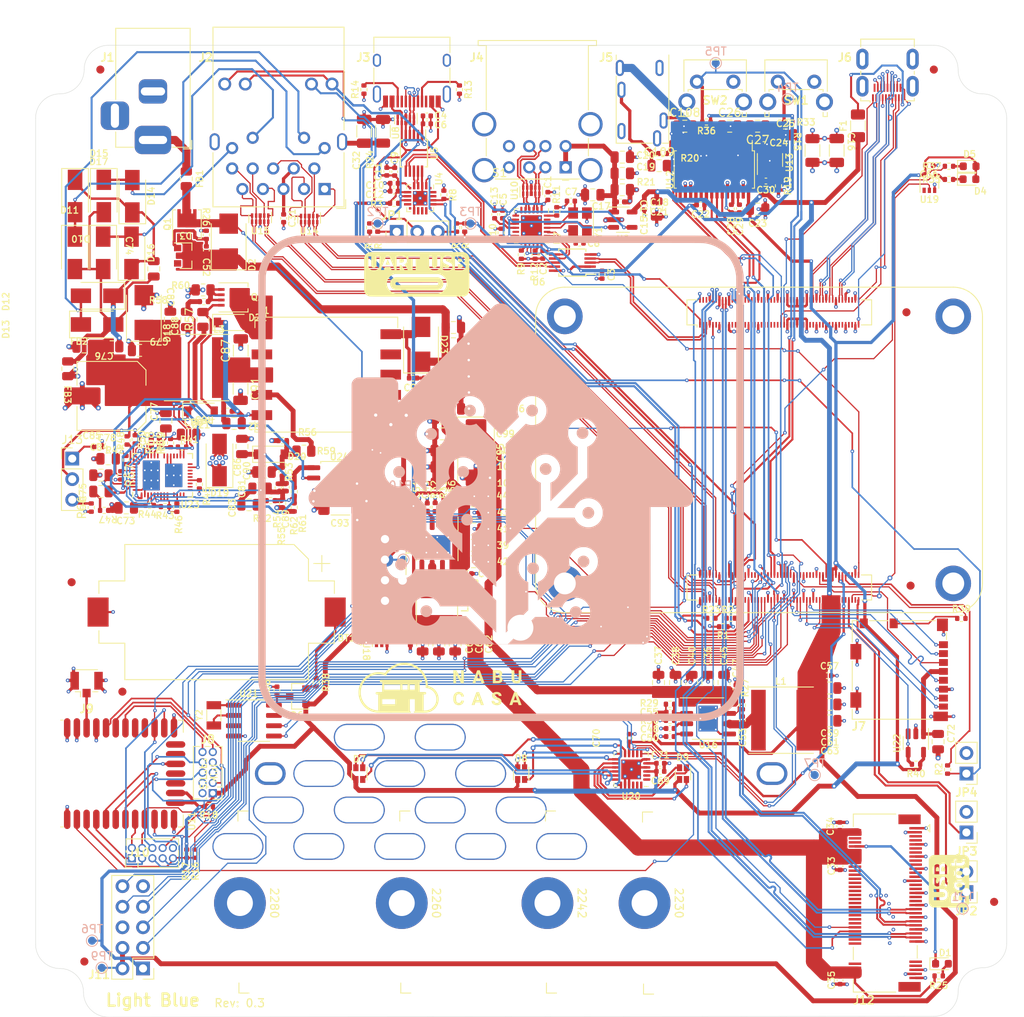
<source format=kicad_pcb>
(kicad_pcb (version 20210424) (generator pcbnew)
  (title_block (title "Light Blue PCB") (date "2021-04-22") (rev "0.2") (company "Nabu Casa") (comment 1 "www.nabucasa.com") (comment 2 "Light Blue"))
  (layers (0 "F.Cu" signal) (1 "In1.Cu" signal) (2 "In2.Cu" signal) (31 "B.Cu" signal) (34 "B.Paste" user) (35 "F.Paste" user) (36 "B.SilkS" user "B.Silkscreen") (37 "F.SilkS" user "F.Silkscreen") (38 "B.Mask" user) (39 "F.Mask" user) (44 "Edge.Cuts" user))
  (net 0 "")
  (net 1 "Net-(BT1-Pad1)")
  (net 2 "GND")
  (net 3 "+3V3")
  (net 4 "Net-(C7-Pad1)")
  (net 5 "Net-(C8-Pad1)")
  (net 6 "+5V")
  (net 7 "Earth")
  (net 8 "/USB/VBUS_{OUT}")
  (net 9 "GNDA")
  (net 10 "+3.3VA")
  (net 11 "Net-(C13-Pad1)")
  (net 12 "Net-(C26-Pad1)")
  (net 13 "Net-(C27-Pad1)")
  (net 14 "Net-(C27-Pad2)")
  (net 15 "Net-(C29-Pad2)")
  (net 16 "/Ethernet/ETH_SHLD")
  (net 17 "+3.3VP")
  (net 18 "+12V")
  (net 19 "Net-(C31-Pad2)")
  (net 20 "Net-(C51-Pad1)")
  (net 21 "Net-(C52-Pad2)")
  (net 22 "Net-(C53-Pad1)")
  (net 23 "Net-(C49-Pad1)")
  (net 24 "Net-(C53-Pad2)")
  (net 25 "+1V8")
  (net 26 "/SDCard/SD_+3V3")
  (net 27 "GND1")
  (net 28 "/PoE/VB")
  (net 29 "Net-(J2-Pad16)")
  (net 30 "Net-(J2-Pad18)")
  (net 31 "+48V")
  (net 32 "Net-(C54-Pad1)")
  (net 33 "Net-(C74-Pad1)")
  (net 34 "VSS")
  (net 35 "Net-(C54-Pad2)")
  (net 36 "Net-(C78-Pad1)")
  (net 37 "/PoE/VCC")
  (net 38 "Net-(J3-PadA5)")
  (net 39 "/PoE/CS")
  (net 40 "Net-(C55-Pad2)")
  (net 41 "/PoE/N1B")
  (net 42 "Net-(C56-Pad2)")
  (net 43 "Net-(C74-Pad2)")
  (net 44 "Net-(C75-Pad2)")
  (net 45 "/PoE/CP")
  (net 46 "Net-(C89-Pad1)")
  (net 47 "Net-(C77-Pad2)")
  (net 48 "/PoE/FB")
  (net 49 "Net-(C83-Pad1)")
  (net 50 "Net-(D1-Pad1)")
  (net 51 "Net-(C108-Pad2)")
  (net 52 "/PoE/N1A")
  (net 53 "Net-(D4-Pad1)")
  (net 54 "Net-(D5-Pad1)")
  (net 55 "/PoE/V_{REG}")
  (net 56 "Net-(D8-Pad1)")
  (net 57 "/Ethernet/VC1")
  (net 58 "/Ethernet/VC2")
  (net 59 "/Ethernet/VC3")
  (net 60 "/Ethernet/VC4")
  (net 61 "Net-(C92-Pad1)")
  (net 62 "Net-(C94-Pad1)")
  (net 63 "Net-(D21-Pad2)")
  (net 64 "Net-(D21-Pad1)")
  (net 65 "Net-(C94-Pad2)")
  (net 66 "Net-(D1-Pad2)")
  (net 67 "Net-(D7-Pad1)")
  (net 68 "Net-(D7-Pad2)")
  (net 69 "Net-(F1-Pad2)")
  (net 70 "Net-(FB1-Pad1)")
  (net 71 "/CM4/GPIO15")
  (net 72 "/CM4/GPIO14")
  (net 73 "/CM4/GPIO4")
  (net 74 "/CM4/GPIO3")
  (net 75 "/CM4/GPIO2")
  (net 76 "/CM4/HDMI.HPD")
  (net 77 "/CM4/HDMI.SDA")
  (net 78 "/CM4/HDMI.SCL")
  (net 79 "Net-(D7-Pad3)")
  (net 80 "/CM4/HDMI.CEC")
  (net 81 "/CM4/HDMI.CLK-")
  (net 82 "/CM4/HDMI.CLK+")
  (net 83 "/CM4/HDMI.D0-")
  (net 84 "/CM4/HDMI.D0+")
  (net 85 "/CM4/HDMI.D1-")
  (net 86 "/CM4/HDMI.D1+")
  (net 87 "/CM4/HDMI.D2-")
  (net 88 "/CM4/HDMI.D2+")
  (net 89 "/USB/VBUS_{IN}")
  (net 90 "Net-(D8-Pad2)")
  (net 91 "Net-(D8-Pad3)")
  (net 92 "/USB/USB-C.D-")
  (net 93 "/USB/USB-C.D+")
  (net 94 "Net-(D9-Pad1)")
  (net 95 "Net-(D9-Pad2)")
  (net 96 "/USB/USB0.D-")
  (net 97 "/USB/USB0.D+")
  (net 98 "/USB/USB1.D-")
  (net 99 "/USB/USB1.D+")
  (net 100 "/802.15.4 Radio/PTI_DATA")
  (net 101 "/802.15.4 Radio/PTI_FRAME")
  (net 102 "/802.15.4 Radio/Radio.SWCLK")
  (net 103 "/802.15.4 Radio/Radio.SWDIO")
  (net 104 "/802.15.4 Radio/Radio.SWO")
  (net 105 "Net-(D9-Pad3)")
  (net 106 "/802.15.4 Radio/Radio.~RESET")
  (net 107 "/802.15.4 Radio/RF_SIGNAL")
  (net 114 "/802.15.4 Radio/PC00")
  (net 115 "/802.15.4 Radio/PA04")
  (net 116 "/802.15.4 Radio/PA00")
  (net 120 "Net-(J3-PadB5)")
  (net 121 "/CM4/ETH.TD4-")
  (net 122 "/CM4/ETH.TD4+")
  (net 123 "/CM4/ETH.TD3-")
  (net 124 "/CM4/ETH.TD3+")
  (net 125 "/CM4/ETH.TD2-")
  (net 126 "/CM4/ETH.TD2+")
  (net 127 "/CM4/ETH.TD1-")
  (net 128 "/CM4/ETH.TD1+")
  (net 130 "Net-(C109-Pad1)")
  (net 133 "/CM4/PCIe.CLK+")
  (net 135 "/CM4/PCIe.CLK-")
  (net 136 "/CM4/PCIe.~CLKREQ")
  (net 137 "/CM4/PCIe.~RST")
  (net 138 "/CM4/PCIe.TX+")
  (net 140 "/CM4/PCIe.TX-")
  (net 141 "Net-(JP1-Pad1)")
  (net 142 "/CM4/PCIe.RX+")
  (net 143 "/CM4/PCIe.RX-")
  (net 144 "Net-(J7-Pad9)")
  (net 170 "/CM4/SD.D0")
  (net 171 "/CM4/SD.CLK")
  (net 172 "/CM4/SD.CMD")
  (net 173 "/CM4/SD.D3")
  (net 174 "/CM4/SD.D1")
  (net 175 "/CM4/SD.D2")
  (net 176 "Net-(M1-Pad4)")
  (net 178 "Net-(Q2-Pad1)")
  (net 179 "Net-(R1-Pad2)")
  (net 181 "/USB/MUX2_SEL")
  (net 182 "/CM4/CM4_DBG.RX")
  (net 184 "Net-(R9-Pad2)")
  (net 185 "Net-(R10-Pad2)")
  (net 186 "Net-(R11-Pad2)")
  (net 189 "/CM4/ETH.LED_GREEN")
  (net 190 "/CM4/ETH.LED_YELLOW")
  (net 191 "/CM4/~LED_ACT")
  (net 193 "/CM4/~SW_USER")
  (net 194 "/CM4/SD.DET")
  (net 198 "Net-(R41-Pad2)")
  (net 199 "Net-(J13-Pad1)")
  (net 200 "/PoE/LINEUV")
  (net 203 "Net-(R3-Pad2)")
  (net 204 "/PoE/COMP")
  (net 205 "Net-(R12-Pad2)")
  (net 206 "/CM4/RUN_PG")
  (net 207 "/CM4/~RPI_BOOT")
  (net 208 "/CM4/GLOBAL_EN")
  (net 256 "/CM4/CM4_USB_D+")
  (net 258 "/CM4/CM4_USB_D-")
  (net 259 "/CM4/CM4_USB_OTG_ID")
  (net 260 "/CM4/~EXTRST")
  (net 263 "/CM4/~LED_PWR")
  (net 268 "/CM4/~FAN_PWM")
  (net 269 "/PoE/APD")
  (net 270 "/CM4/SD.PWR")
  (net 277 "/Audio/I2S.CLK")
  (net 278 "/SCL")
  (net 279 "/SDA")
  (net 280 "/802.15.4 Radio/Radio.CTS")
  (net 281 "/802.15.4 Radio/Radio.RXD")
  (net 282 "/802.15.4 Radio/Radio.TXD")
  (net 283 "/802.15.4 Radio/Radio.RTS")
  (net 287 "/CM4/CM4_DBG.TX")
  (net 290 "/Audio/I2S.FS")
  (net 291 "/Audio/I2S.DIN")
  (net 295 "Net-(R20-Pad1)")
  (net 296 "Net-(R21-Pad1)")
  (net 297 "Net-(R28-Pad1)")
  (net 298 "Net-(R35-Pad2)")
  (net 299 "Net-(R43-Pad2)")
  (net 300 "Net-(R45-Pad2)")
  (net 301 "/USB/CP.D-")
  (net 302 "/USB/CP.D+")
  (net 303 "Net-(R46-Pad2)")
  (net 304 "/USB/OTG.D+")
  (net 305 "/USB/OTG.D-")
  (net 306 "Net-(R64-Pad1)")
  (net 307 "/USB/HUB.D+")
  (net 308 "/USB/HUB.D-")
  (net 309 "Net-(R50-Pad1)")
  (net 310 "/PoE/DTHR")
  (net 311 "Net-(R51-Pad1)")
  (net 312 "Net-(R59-Pad2)")
  (net 313 "/USB/~USB_OC")
  (net 314 "Net-(R61-Pad1)")
  (net 315 "/USB/USB_PWR_EN")
  (net 317 "/802.15.4 Radio/~LED_RADIO")
  (net 328 "unconnected-(U8-Pad5)")
  (net 340 "Net-(U21-Pad1)")
  (net 341 "Net-(U21-Pad2)")
  (net 360 "/802.15.4 Radio/PB00")
  (net 361 "/CM4/RESET_CM4")
  (net 362 "Net-(JP1-Pad3)")
  (net 363 "/802.15.4 Radio/Radio.~BOOT")
  (net 364 "/CM4/~SW_WIPE")
  (net 365 "Net-(C68-Pad1)")
  (net 366 "Net-(D6-Pad2)")
  (net 367 "/PoE/CLS")
  (net 368 "Net-(J13-Pad3)")
  (net 369 "Net-(R67-Pad1)")
  (net 370 "Net-(R68-Pad1)")
  (net 371 "Net-(C48-Pad1)")
  (net 372 "Net-(C50-Pad1)")
  (net 373 "/PoE/DC_IN_F")
  (net 374 "Net-(R27-Pad1)")
  (net 375 "Net-(U16-Pad5)")
  (footprint "Fiducial:Fiducial_1mm_Mask2mm" (layer "F.Cu") (at 137.616 62.992)
    (fp_text reference "FID7" hide)
    (fp_text value "Fiducial")
  )
  (footprint "Capacitor_SMD:C_0402_1005Metric" (layer "F.Cu") (at 75 88.74 180)
    (fp_text reference "C67")
    (fp_text value "100n/25v")
  )
  (footprint "Capacitor_SMD:C_0402_1005Metric" (layer "F.Cu") (at 79.575 95.97)
    (fp_text reference "C54")
    (fp_text value "100n")
  )
  (footprint "Resistor_SMD:R_0402_1005Metric" (layer "F.Cu") (at 51.4 124.075 180)
    (fp_text reference "R18")
    (fp_text value "10k")
  )
  (footprint "Capacitor_SMD:C_0402_1005Metric" (layer "F.Cu") (at 140.425 44.85)
    (fp_text reference "C66")
    (fp_text value "100n")
  )
  (footprint "Capacitor_SMD:C_0402_1005Metric" (layer "F.Cu") (at 102.275 49.35)
    (fp_text reference "C21")
    (fp_text value "100n")
  )
  (footprint "LightBlue:SiliconLabs_MGM210P" (layer "F.Cu") (at 40.6 120 90)
    (fp_text reference "U11")
    (fp_text value "SiliconLabs-MGM210P")
  )
  (footprint "Capacitor_SMD:C_0402_1005Metric" (layer "F.Cu") (at 87.7 50.9 90)
    (fp_text reference "C5")
    (fp_text value "1u")
  )
  (footprint "Diode_SMD:D_SMA" (layer "F.Cu") (at 41.95 48.65 90)
    (fp_text reference "D14")
    (fp_text value "B1100-13-F")
  )
  (footprint "Capacitor_SMD:C_0402_1005Metric" (layer "F.Cu") (at 127.825 107.9)
    (fp_text reference "C57")
    (fp_text value "100n")
  )
  (footprint "Resistor_SMD:R_0402_1005Metric" (layer "F.Cu") (at 61.965 85.16 -90)
    (fp_text reference "R61")
    (fp_text value "22k")
  )
  (footprint "Capacitor_SMD:C_0805_2012Metric" (layer "F.Cu") (at 44.6 57.625 -90)
    (fp_text reference "C74")
    (fp_text value "1n/100V")
  )
  (footprint "Capacitor_SMD:C_0402_1005Metric" (layer "F.Cu") (at 78.35 38.725)
    (fp_text reference "C4")
    (fp_text value "100n")
  )
  (footprint "Diode_SMD:D_SMA" (layer "F.Cu") (at 41.85 55.65 90)
    (fp_text reference "D16")
    (fp_text value "B1100-13-F")
  )
  (footprint "Capacitor_SMD:C_0805_2012Metric" (layer "F.Cu") (at 38.075 85.14 180)
    (fp_text reference "C75")
    (fp_text value "1n/100V")
  )
  (footprint "Capacitor_SMD:C_0805_2012Metric" (layer "F.Cu") (at 81.625 74.925)
    (fp_text reference "C106")
    (fp_text value "22u/25V")
  )
  (footprint "Resistor_SMD:R_0402_1005Metric" (layer "F.Cu") (at 48.095 79.6375 180)
    (fp_text reference "R41")
    (fp_text value "25k5/1%")
  )
  (footprint "Package_SO:MSOP-10_3x3mm_P0.5mm" (layer "F.Cu") (at 76.75 43.35 -90)
    (fp_text reference "U5")
    (fp_text value "FSUSB42MUX")
  )
  (footprint "Package_DFN_QFN:SiliconLabs_QFN-20-1EP_3x3mm_P0.5mm_EP1.8x1.8mm" (layer "F.Cu") (at 77.525 48.9 -90)
    (fp_text reference "U4")
    (fp_text value "CP2102N-Axx-xQFN20")
  )
  (footprint "Capacitor_SMD:C_0805_2012Metric" (layer "F.Cu") (at 84.125 93.82)
    (fp_text reference "C42")
    (fp_text value "22u/25V")
  )
  (footprint "Resistor_SMD:R_0402_1005Metric" (layer "F.Cu") (at 45.995 87.01 180)
    (fp_text reference "R43")
    (fp_text value "60k4/1%")
  )
  (footprint "Resistor_SMD:R_0402_1005Metric" (layer "F.Cu") (at 61.955 87.09 -90)
    (fp_text reference "R62")
    (fp_text value "22k")
  )
  (footprint "Resistor_SMD:R_0805_2012Metric" (layer "F.Cu") (at 48.625 46.5 -90)
    (fp_text reference "FB1")
    (fp_text value "300R/3A")
  )
  (footprint "LightBlue:PG-TSDSON-8" (layer "F.Cu") (at 54.45 61.15)
    (fp_text reference "Q2")
    (fp_text value "BSZ440N10NS3GATMA1")
  )
  (footprint "Resistor_SMD:R_1206_3216Metric" (layer "F.Cu") (at 72.925 40.625 -90)
    (fp_text reference "R24")
    (fp_text value "0R")
  )
  (footprint "Resistor_SMD:R_0402_1005Metric" (layer "F.Cu") (at 42.3 78.7 90)
    (fp_text reference "R50")
    (fp_text value "0R")
  )
  (footprint "Capacitor_SMD:C_0402_1005Metric" (layer "F.Cu") (at 105.225 49.825 90)
    (fp_text reference "C15")
    (fp_text value "100n")
  )
  (footprint "Capacitor_SMD:C_0805_2012Metric" (layer "F.Cu") (at 81.625 66.88)
    (fp_text reference "C98")
    (fp_text value "22u/25V")
  )
  (footprint "Resistor_SMD:R_0805_2012Metric" (layer "F.Cu") (at 63.15 80.15)
    (fp_text reference "R59")
    (fp_text value "3R9/1%")
  )
  (footprint "Capacitor_SMD:C_0805_2012Metric" (layer "F.Cu") (at 80.27 84.145 180)
    (fp_text reference "C105")
    (fp_text value "22u/25V")
  )
  (footprint "Capacitor_SMD:C_0805_2012Metric" (layer "F.Cu") (at 102.5 45.825)
    (fp_text reference "C19")
    (fp_text value "10u")
  )
  (footprint "Capacitor_SMD:C_1206_3216Metric" (layer "F.Cu") (at 129 43 -90)
    (fp_text reference "C16")
    (fp_text value "100n/1kV")
  )
  (footprint "Capacitor_SMD:C_0402_1005Metric" (layer "F.Cu") (at 116.975 50.175 90)
    (fp_text reference "C29")
    (fp_text value "100n")
  )
  (footprint "Capacitor_SMD:C_0805_2012Metric" (layer "F.Cu") (at 80.25 80.075 180)
    (fp_text reference "C101")
    (fp_text value "22u/25V")
  )
  (footprint "Capacitor_SMD:C_1206_3216Metric" (layer "F.Cu") (at 55.35 67.75 90)
    (fp_text reference "C87")
    (fp_text value "2u2/100V")
  )
  (footprint "Resistor_SMD:R_0402_1005Metric" (layer "F.Cu") (at 36.875 87.125 90)
    (fp_text reference "R66")
    (fp_text value "46R4/1%")
  )
  (footprint "Resistor_SMD:R_0402_1005Metric" (layer "F.Cu") (at 72.665 100.97 180)
    (fp_text reference "R34")
    (fp_text value "10k")
  )
  (footprint "Package_SO:HTSOP-8-1EP_3.9x4.9mm_P1.27mm_EP2.4x3.2mm_ThermalVias" (layer "F.Cu") (at 113.1 113.2)
    (fp_text reference "U16")
    (fp_text value "BD9D321EFJ")
  )
  (footprint "Capacitor_SMD:C_0805_2012Metric" (layer "F.Cu") (at 109.075 108.75 90)
    (fp_text reference "C38")
    (fp_text value "22u/25V")
  )
  (footprint "LED_SMD:LED_LiteOn_LTST-C19HE1WT" (layer "F.Cu") (at 110 120)
    (fp_text reference "D9")
    (fp_text value "LTST-C19HE1WT")
  )
  (footprint "Capacitor_SMD:C_0805_2012Metric" (layer "F.Cu") (at 84.125 89.77)
    (fp_text reference "C41")
    (fp_text value "22u/25V")
  )
  (footprint "Connector:FanPinHeader_1x04_P2.54mm_Vertical" (layer "F.Cu") (at 73.175 91.025 -90)
    (fp_text reference "M1")
    (fp_text value "Fan_4pin")
  )
  (footprint "LightBlue:DrillSlot_Plated_5x3mm" (layer "F.Cu") (at 55 129)
    (fp_text reference "REF**" hide)
    (fp_text value "DrillSlot_Plated_5x3mm")
  )
  (footprint "Resistor_SMD:R_0402_1005Metric" (layer "F.Cu") (at 117.35 111.55 -90)
    (fp_text reference "R27")
    (fp_text value "0R")
  )
  (footprint "Resistor_SMD:R_0402_1005Metric" (layer "F.Cu") (at 81.475 95.97 180)
    (fp_text reference "R28")
    (fp_text value "0R")
  )
  (footprint "Fiducial:Fiducial_1mm_Mask2mm" (layer "F.Cu") (at 148.45 135.85)
    (fp_text reference "FID5" hide)
    (fp_text value "Fiducial")
  )
  (footprint "Capacitor_SMD:C_0402_1005Metric" (layer "F.Cu") (at 97.225 54.45 180)
    (fp_text reference "C8")
    (fp_text value "18p")
  )
  (footprint "Capacitor_SMD:C_0402_1005Metric" (layer "F.Cu") (at 60.975 84.61 -90)
    (fp_text reference "C89")
    (fp_text value "1n/25V")
  )
  (footprint "Resistor_SMD:R_0402_1005Metric" (layer "F.Cu") (at 60.515 78.85 180)
    (fp_text reference "R56")
    (fp_text value "3k3")
  )
  (footprint "Resistor_SMD:R_0402_1005Metric" (layer "F.Cu") (at 108.4 111.425 180)
    (fp_text reference "R29")
    (fp_text value "124k/1%")
  )
  (footprint "Inductor_SMD:L_Taiyo-Yuden_NR-80xx" (layer "F.Cu") (at 122.125 113.4)
    (fp_text reference "L1")
    (fp_text value "3u3")
  )
  (footprint "Capacitor_SMD:C_0805_2012Metric" (layer "F.Cu") (at 81.625 64.875)
    (fp_text reference "C97")
    (fp_text value "22u/25V")
  )
  (footprint "Connector_USB:USB_C_Receptacle_HRO_TYPE-C-31-M-12" (layer "F.Cu") (at 76.5 32.9 180)
    (fp_text reference "J3")
    (fp_text value "USB_C_Receptacle_USB2.0")
  )
  (footprint "Resistor_SMD:R_0402_1005Metric" (layer "F.Cu") (at 50.8 61.675)
    (fp_text reference "R58")
    (fp_text value "1k5")
  )
  (footprint "LightBlue:SilkScreen_UART-USB-Mux" (layer "F.Cu") (at 77.1 58.3)
    (fp_text reference "Ref**" hide)
    (fp_text value "Val**" hide)
  )
  (footprint "Capacitor_SMD:C_0402_1005Metric" (layer "F.Cu") (at 107.2 118.725)
    (fp_text reference "C71")
    (fp_text value "100n")
  )
  (footprint "Capacitor_SMD:C_0805_2012Metric" (layer "F.Cu") (at 102.5 43.825)
    (fp_text reference "C20")
    (fp_text value "10u")
  )
  (footprint "LED_SMD:LED_0603_1608Metric" (layer "F.Cu") (at 142 143.5)
    (fp_text reference "D1")
    (fp_text value "LED_Small")
  )
  (footprint "Package_TO_SOT_SMD:SOT-23-5" (layer "F.Cu") (at 120.75 44.175 90)
    (fp_text reference "U13")
    (fp_text value "TLV74033PDBVR")
  )
  (footprint "Capacitor_SMD:C_1206_3216Metric" (layer "F.Cu") (at 70.6 40.625 90)
    (fp_text reference "C32")
    (fp_text value "100n/1kV")
  )
  (footprint "Capacitor_SMD:C_0805_2012Metric" (layer "F.Cu") (at 48.9 78.1)
    (fp_text reference "C80")
    (fp_text value "100n/100V")
  )
  (footprint "Capacitor_SMD:C_1812_4532Metric" (layer "F.Cu") (at 67.675 86.335)
    (fp_text reference "C93")
    (fp_text value "2n2/2kV")
  )
  (footprint "Capacitor_SMD:C_0402_1005Metric" (layer "F.Cu") (at 129.4 131.42 -90)
    (fp_text reference "C33")
    (fp_text value "100n")
  )
  (footprint "Capacitor_SMD:C_0402_1005Metric" (layer "F.Cu") (at 86.725 50.9 90)
    (fp_text reference "C13")
    (fp_text value "1u")
  )
  (footprint "Capacitor_SMD:C_0805_2012Metric" (layer "F.Cu") (at 41.20625 87.16 180)
    (fp_text reference "C73")
    (fp_text value "2n2/100V")
  )
  (footprint "Capacitor_SMD:C_0402_1005Metric" (layer "F.Cu") (at 83.375 95.29)
    (fp_text reference "C46")
    (fp_text value "100n/25V")
  )
  (footprint "Resistor_SMD:R_0402_1005Metric" (layer "F.Cu") (at 90.025 55.875 90)
    (fp_text reference "R9")
    (fp_text value "10k")
  )
  (footprint "Capacitor_SMD:C_Elec_8x10.2" (layer "F.Cu") (at 39.375 73.325 180)
    (fp_text reference "C85")
    (fp_text value "47u/63V")
  )
  (footprint "Capacitor_SMD:C_0402_1005Metric" (layer "F.Cu") (at 96.15 49.25 180)
    (fp_text reference "C7")
    (fp_text value "18p")
  )
  (footprint "Resistor_SMD:R_0402_1005Metric" (layer "F.Cu") (at 108.4 113.425)
    (fp_text reference "R30")
    (fp_text value "22k/1%")
  )
  (footprint "Capacitor_SMD:C_0805_2012Metric" (layer "F.Cu") (at 80.25 78.015 180)
    (fp_text reference "C99")
    (fp_text value "22u/25V")
  )
  (footprint "Diode_SMD:D_SOD-123" (layer "F.Cu") (at 54.125 64.25)
    (fp_text reference "D22")
    (fp_text value "BAT41ZFILM")
  )
  (footprint "Resistor_SMD:R_0402_1005Metric" (layer "F.Cu") (at 144.4 100.825)
    (fp_text reference "R39")
    (fp_text value "10k")
  )
  (footprint "Capacitor_SMD:C_0402_1005Metric" (layer "F.Cu") (at 100 58.35 -90)
    (fp_text reference "C3")
    (fp_text value "100n")
  )
  (footprint "Capacitor_SMD:C_0805_2012Metric" (layer "F.Cu") (at 42.85 67.7 180)
    (fp_text reference "C79")
    (fp_text value "100n/100V")
  )
  (footprint "Crystal:Crystal_SMD_3225-4Pin_3.2x2.5mm" (layer "F.Cu") (at 97.275 51.825 90)
    (fp_text reference "Y1")
    (fp_text value "24MHz")
  )
  (footprint "Capacitor_SMD:C_0805_2012Metric" (layer "F.Cu") (at 81.625 72.925)
    (fp_text reference "C104")
    (fp_text value "22u/25V")
  )
  (footprint "Resistor_SMD:R_0402_1005Metric" (layer "F.Cu") (at 41.175 81.25 90)
    (fp_text reference "R49" hide)
    (fp_text value "10k")
  )
  (footprint "Capacitor_SMD:C_0805_2012Metric" (layer "F.Cu") (at 56.375 86.78 180)
    (fp_text reference "C83")
    (fp_text value "15n/100V")
  )
  (footprint "Capacitor_SMD:C_0805_2012Metric" (layer "F.Cu") (at 84.125 87.745)
    (fp_text reference "C43")
    (fp_text value "22u/25V")
  )
  (footprint "Package_DFN_QFN:WQFN-24-1EP_4x4mm_P0.5mm_EP2.45x2.45mm" (layer "F.Cu") (at 103.59 119.485 180)
    (fp_text reference "U20")
    (fp_text value "LP5569RTWR")
  )
  (footprint "Resistor_SMD:R_0402_1005Metric" (layer "F.Cu") (at 37.75 79.6 180)
    (fp_text reference "R42")
    (fp_text value "31R6/1%")
  )
  (footprint "Package_SON:USON-10_2.5x1.0mm_P0.5mm" (layer "F.Cu") (at 57.75 51.425 -90)
    (fp_text reference "U15")
    (fp_text value "TPD4EUSB30")
  )
  (footprint "Capacitor_SMD:C_0402_1005Metric" (layer "F.Cu") (at 93.3 48.625 90)
    (fp_text reference "C1")
    (fp_text value "100n")
  )
  (footprint "LightBlue:Logo_HomeAssitant_Inverted" (layer "F.Cu") (at 87.5 83.5)
    (fp_text reference "Ref**" hide)
    (fp_text value "Val**" hide)
  )
  (footprint "LED_SMD:LED_0603_1608Metric" (layer "F.Cu") (at 145.425 44.95)
    (fp_text reference "D5")
    (fp_text value "LED Green")
  )
  (footprint "Capacitor_SMD:C_0402_1005Metric" (layer "F.Cu") (at 51.1 55.325 90)
    (fp_text reference "C52")
    (fp_text value "100n/25V")
  )
  (footprint "Capacitor_SMD:C_0805_2012Metric" (layer "F.Cu") (at 81.625 68.9)
    (fp_text reference "C100")
    (fp_text value "22u/25V")
  )
  (footprint "Capacitor_SMD:C_0805_2012Metric" (layer "F.Cu") (at 98.85 48.475 180)
    (fp_text reference "C17")
    (fp_text value "47u")
  )
  (footprint "Capacitor_SMD:C_0402_1005Metric" (layer "F.Cu") (at 60.65 51.375 90)
    (fp_text reference "C31")
    (fp_text value "100n")
  )
  (footprint "Capacitor_SMD:C_0402_1005Metric" (layer "F.Cu") (at 108.425 112.425)
    (fp_text reference "C55")
    (fp_text value "10p")
  )
  (footprint "Fiducial:Fiducial_1mm_Mask2mm" (layer "F.Cu") (at 38 33 90)
    (fp_text reference "FID1" hide)
    (fp_text value "Fiducial")
  )
  (footprint "Resistor_SMD:R_0402_1005Metric" (layer "F.Cu") (at 41.3 78.83 -90)
    (fp_text reference "R48")
    (fp_text value "110k")
  )
  (footprint "Capacitor_SMD:C_0402_1005Metric" (layer "F.Cu") (at 77.425 87.07 90)
    (fp_text reference "C51")
    (fp_text value "3n3")
  )
  (footprint "Capacitor_SMD:C_0402_1005Metric" (layer "F.Cu") (at 116.55 109.55 90)
    (fp_text reference "C47")
    (fp_text value "100n/25V")
  )
  (footprint "Fiducial:Fiducial_1mm_Mask2mm" (layer "F.Cu") (at 36.025 143.225)
    (fp_text reference "FID8" hide)
    (fp_text value "Fiducial")
  )
  (footprint "LightBlue:RJ45_LINK-PP_LPJG0926HENL_Horizontal" (layer "F.Cu") (at 65.715 47.76 180)
    (fp_text reference "J2")
    (fp_text value "RJ45_LINK-PP_LPJG0926HENL_Horizontal")
  )
  (footprint "Connector_PinHeader_2.54mm:PinHeader_1x03_P2.54mm_Vertical" (layer "F.Cu") (at 74.625 53.05 90)
    (fp_text reference "JP1")
    (fp_text value "JP_USB_DEVICE_SEL")
  )
  (footprint "Capacitor_SMD:C_0402_1005Metric" (layer "F.Cu") (at 117.35 113.425 90)
    (fp_text reference "C53")
    (fp_text value "100n")
  )
  (footprint "Resistor_SMD:R_0402_1005Metric" (layer "F.Cu") (at 71.275 52.525 -90)
    (fp_text reference "R5")
    (fp_text value "3k6")
  )
  (footprint "Resistor_SMD:R_0402_1005Metric" (layer "F.Cu") (at 79.375 87.07 -90)
    (fp_text reference "R32")
    (fp_text value "22k/1%")
  )
  (footprint "Capacitor_SMD:C_0805_2012Metric" (layer "F.Cu") (at 102.5 47.85)
    (fp_text reference "C18")
    (fp_text value "47u")
  )
  (footprint "LED_SMD:LED_LiteOn_LTST-C19HE1WT" (layer "F.Cu") (at 70 120)
    (fp_text reference "D7")
    (fp_text value "LTST-C19HE1WT")
  )
  (footprint "Capacitor_SMD:C_0805_2012Metric" (layer "F.Cu") (at 128.125 109.425)
    (fp_text reference "C59")
    (fp_text value "10u")
  )
  (footprint "Package_SON:Diodes_PowerDI3333-8" (layer "F.Cu") (at 48.7 52.1 90)
    (fp_text reference "Q1")
    (fp_text value "DMP3013SFV-7")
  )
  (footprint "Capacitor_SMD:C_0402_1005Metric" (layer "F.Cu") (at 73.4 45.6 90)
    (fp_text reference "C11")
    (fp_text value "100n")
  )
  (footprint "Capacitor_SMD:C_0402_1005Metric" (layer "F.Cu") (at 108.4 114.425 180)
    (fp_text reference "C48")
    (fp_text value "1u/25V")
  )
  (footprint "Connector_PinHeader_2.54mm:PinHeader_2x05_P2.54mm_Vertical" (layer "F.Cu") (at 43.275 144.075 180)
    (fp_text reference "J11")
    (fp_text value "Conn_02x05_Odd_Even")
  )
  (footprint "Capacitor_SMD:C_0402_1005Metric" (layer "F.Cu") (at 92.675 55.875 -90)
    (fp_text reference "C2")
    (fp_text value "100n")
  )
  (footprint "Capacitor_SMD:C_0805_2012Metric" (layer "F.Cu") (at 57.735 84.76 180)
    (fp_text reference "C81")
    (fp_text value "220p/100V")
  )
  (footprint "Resistor_SMD:R_0402_1005Metric" (layer "F.Cu") (at 70.575 35.475 90)
    (fp_text reference "R14")
    (fp_text value "5k1")
  )
  (footprint "Capacitor_SMD:C_0805_2012Metric" (layer "F.Cu") (at 119.225 50.25)
    (fp_text reference "C23")
    (fp_text value "10u")
  )
  (footprint "LightBlue:Logo_NabuCasa" (layer "F.Cu") (at 80 109.4)
    (fp_text reference "Ref**" hide)
    (fp_text value "Val**" hide)
  )
  (footprint "Capacitor_SMD:C_0402_1005Metric" (layer "F.Cu") (at 78.4 87.07 90)
    (fp_text reference "C49")
    (fp_text value "1u/25V")
  )
  (footprint "LightBlue:DrillSlot_Plated_5x3mm" (layer "F.Cu") (at 65 120)
    (fp_text reference "REF**" hide)
    (fp_text value "DrillSlot_Plated_5x3mm")
  )
  (footprint "Diode_SMD:D_SOT-23_ANK" (layer "F.Cu") (at 48.55 56)
    (fp_text reference "D3")
    (fp_text value "MMBZ5242BLT3G")
  )
  (footprint "Capacitor_SMD:C_0402_1005Metric" (layer "F.Cu") (at 129.41 145.54 -90)
    (fp_text reference "C35")
    (fp_text value "100n")
  )
  (footprint "Capacitor_SMD:C_0805_2012Metric" (layer "F.Cu") (at 46.1 76.4 -90)
    (fp_text reference "C77")
    (fp_text value "47n/100V")
  )
  (footprint "Capacitor_SMD:C_0402_1005Metric" (layer "F.Cu") (at 59.825 109.75 90)
    (fp_text reference "C68")
    (fp_text value "100n")
  )
  (footprint "Package_SON:USON-10_2.5x1.0mm_P0.5mm" (layer "F.Cu") (at 91.25 47.96 90)
    (fp_text reference "U10")
    (fp_text value "TPD4EUSB30")
  )
  (footprint "Crystal:Crystal_SMD_3215-2Pin_3.2x1.5mm" (layer "F.Cu") (at 52.025 112.8 90)
    (fp_text reference "Y2")
    (fp_text value "X32K768S301")
  )
  (footprint "Resistor_SMD:R_0805_2012Metric" (layer "F.Cu") (at 39.425 67.25 180)
    (fp_text reference "FB2")
    (fp_text value "300R/2A")
  )
  (footprint "MountingHole:MountingHole_2.7mm_M2.5" (layer "F.Cu") (at 33 140)
    (fp_text reference "H4" hide)
    (fp_text value "MountingHole")
  )
  (footprint "Capacitor_SMD:C_0402_1005Metric" (layer "F.Cu") (at 74.3 47.05 180)
    (fp_text reference "C10")
    (fp_text value "4u7")
  )
  (footprint "Package_TO_SOT_SMD:SOT-353_SC-70-5" (layer "F.Cu") (at 140.45 46.975 90)
    (fp_text reference "U19")
    (fp_text value "74LVC1G07")
  )
  (footprint "Button_Switch_THT:SW_Tactile_SPST_Angled_PTS645Vx58-2LFS" (layer "F.Cu") (at 111.725 34.5)
    (fp_text reference "SW2")
    (fp_text value "SW_WIPE")
  )
  (footprint "Capacitor_SMD:C_0805_2012Metric" (layer "F.Cu") (at 79.835 103.95 -90)
    (fp_text reference "C60")
    (fp_text value "10u")
  )
  (footprint "Resistor_SMD:R_0402_1005Metric" (layer "F.Cu") (at 82.025 52.525 90)
    (fp_text reference "R6")
    (fp_text value "2k2/1%")
  )
  (footprint "Resistor_SMD:R_0402_1005Metric" (layer "F.Cu") (at 141.6 145)
    (fp_text reference "R25")
    (fp_text value "1k")
  )
  (footprint "Resistor_SMD:R_0402_1005Metric" (layer "F.Cu") (at 45.3 79.125 90)
    (fp_text reference "R68")
    (fp_text value "0R")
  )
  (footprint "LightBlue:DF40C-100DS-0.4V51_virtual" (layer "F.Cu") (at 121.9 63)
    (fp_text reference "U2")
    (fp_text value "DF40C-100DS-0.4V(51)")
  )
  (footprint "Package_SO:HTSOP-8-1EP_3.9x4.9mm_P1.27mm_EP2.4x3.2mm_ThermalVias" (layer "F.Cu") (at 79.64 91.745 -90)
    (fp_text reference "U17")
    (fp_text value "BD9D321EFJ")
  )
  (footprint "Inductor_SMD:L_Taiyo-Yuden_NR-50xx" (layer "F.Cu") (at 79.6 99.37 -90)
    (fp_text reference "L2")
    (fp_text value "2u2")
  )
  (footprint "LightBlue:TE_1-2199230-3_Bus_M.2_M_H4.2mm_P0.5mm_2280_Horizontal" (layer "F.Cu") (at 135 136 -90)
    (fp_text reference "J12")
    (fp_text value "Bus_M.2_Socket_M")
  )
  (footprint "Resistor_SMD:R_0402_1005Metric" (layer "F.Cu") (at 48.675 129.9 90)
    (fp_text reference "R17")
    (fp_text value "10k")
  )
  (footprint "LightBlue:SilkScreen_USB-Boot" (layer "F.Cu") (at 142.875 133.3 90)
    (fp_text reference "Ref**" hide)
    (fp_text value "Val**" hide)
  )
  (footprint "Capacitor_SMD:C_0805_2012Metric" (layer "F.Cu") (at 36 67.275 180)
    (fp_text reference "C76")
    (fp_text value "1n/100V")
  )
  (footprint "Resistor_SMD:R_0402_1005Metric" (layer "F.Cu") (at 113.5 100.8 180)
    (fp_text reference "R23")
    (fp_text value "470R")
  )
  (footprint "Capacitor_SMD:C_0805_2012Metric" (layer "F.Cu") (at 38.965 81.1 180)
    (fp_text reference "C78")
    (fp_text value "100n/100V")
  )
  (footprint "Capacitor_SMD:C_0402_1005Metric" (layer "F.Cu") (at 70.85 102.65 -90)
    (fp_text reference "C107")
    (fp_text value "100n")
  )
  (footprint "Capacitor_SMD:C_0805_2012Metric" (layer "F.Cu") (at 119.225 40 180)
    (fp_text reference "C27")
    (fp_text value "2u2/25V")
  )
  (footprint "Capacitor_SMD:C_0805_2012Metric" (layer "F.Cu") (at 122.675 41.075)
    (fp_text reference "C25")
    (fp_text value "10u")
  )
  (footprint "Package_TO_SOT_SMD:SOT-23-5" (layer "F.Cu") (at 138.775 116.225 -90)
    (fp_text reference "U22")
    (fp_text value "RT9742GGJ5")
  )
  (footprint "Resistor_SMD:R_1206_3216Metric" (layer "F.Cu") (at 126 43 90)
    (fp_text reference "R15")
    (fp_text value "0R")
  )
  (footprint "Diode_SMD:D_SMA" (layer "F.Cu") (at 52.725 81.25 90)
    (fp_text reference "D19")
    (fp_text value "B1100-13-F")
  )
  (footprint "Capacitor_SMD:C_1206_3216Metric" (layer "F.Cu") (at 55.325 72.4 -90)
    (fp_text reference "C91")
    (fp_text value "2u2/100V")
  )
  (footprint "LightBlue:DrillSlot_Plated_5x3mm" (layer "F.Cu") (at 75 129)
    (fp_text reference "REF**" hide)
    (fp_text value "DrillSlot_Plated_5x3mm")
  )
  (footprint "Capacitor_SMD:C_0402_1005Metric" (layer "F.Cu") (at 129.38 126.51 90)
    (fp_text reference "C34")
    (fp_text value "100n")
  )
  (footprint "Connector_PinHeader_2.54mm:PinHeader_1x02_P2.54mm_Vertical" (layer "F.Cu") (at 145.025 134.65 180)
    (fp_text reference "JP2")
    (fp_text value "Conn_01x02")
  )
  (footprint "Resistor_SMD:R_0402_1005Metric" (layer "F.Cu") (at 80.35 87.07 90)
    (fp_text reference "R31")
    (fp_text value "75k/1%")
  )
  (footprint "LightBlue:Texas_VQFN-47-2EP_5x7mm_P0.4mm_ThermalVias" (layer "F.Cu") (at 45.695 83.15 90)
    (fp_text reference "U23")
    (fp_text value "TPS23734")
  )
  (footprint "Resistor_SMD:R_0402_1005Metric" (layer "F.Cu") (at 49.675 129.9 -90)
    (fp_text reference "R16")
    (fp_text value "1k")
  )
  (footprint "Capacitor_SMD:C_0805_2012Metric" (layer "F.Cu") (at 107.05 44.875)
    (fp_text reference "C109")
    (fp_text value "2n2/25V")
  )
  (footprint "Connector_PinHeader_2.54mm:PinHeader_1x03_P2.54mm_Vertical" (layer "F.Cu") (at 34.525 81.075)
    (fp_text reference "J13")
    (fp_text value "Conn_01x03_Male")
  )
  (footprint "LightBlue:DrillSlot_Plated_3.5x2.5mm" (layer "F.Cu") (at 59 120)
    (fp_text reference "H5" hide)
    (fp_text value "MountingHole")
  )
  (footprint "Capacitor_SMD:C_0805_2012Metric" (layer "F.Cu") (at 113.075 108.75 90)
    (fp_text reference "C36")
    (fp_text value "22u/25V")
  )
  (footprint "Resistor_SMD:R_0402_1005Metric" (layer "F.Cu") (at 138.8 118.85 180)
    (fp_text reference "R40")
    (fp_text value "10k")
  )
  (footprint "Capacitor_SMD:C_0805_2012Metric" (layer "F.Cu") (at 111.075 108.75 90)
    (fp_text reference "C40")
    (fp_text value "22u/25V")
  )
  (footprint "Capacitor_SMD:C_0805_2012Metric" (layer "F.Cu") (at 48.675 63.875 -90)
    (fp_text reference "C88")
    (fp_text value "100p/100V")
  )
  (footprint "LightBlue:DrillSlot_Plated_5x3mm" (layer "F.Cu") (at 80 124.5)
    (fp_text reference "REF**" hide)
    (fp_text value "DrillSlot_Plated_5x3mm")
  )
  (footprint "LightBlue:DF40C-100DS-0.4V51_virtual" (layer "F.Cu") (at 121.9 97)
    (fp_text reference "U3")
    (fp_text value "DF40C-100DS-0.4V(51)")
  )
  (footprint "Capacitor_SMD:C_0805_2012Metric" (layer "F.Cu") (at 81.845 103.95 -90)
    (fp_text reference "C62")
    (fp_text value "47u")
  )
  (footprint "Resistor_SMD:R_0402_1005Metric" (layer "F.Cu") (at 40.525 83.15 -90)
    (fp_text reference "R67")
    (fp_text value "0R")
  )
  (footprint "Capacitor_SMD:C_0402_1005Metric" (layer "F.Cu") (at 74.375 45.62 90)
    (fp_text reference "C9")
    (fp_text value "4u7")
  )
  (footprint "LightBlue:DrillSlot_Plated_5x3mm" (layer "F.Cu") (at 85 119.8)
    (fp_text reference "REF**" hide)
    (fp_text value "DrillSlot_Plated_5x3mm")
  )
  (footprint "LightBlue:DrillSlot_Plated_5x3mm" (layer "F.Cu") (at 70 115.5)
    (fp_text reference "REF**" hide)
    (fp_text value "DrillSlot_Plated_5x3mm")
  )
  (footprint "Fiducial:Fiducial_1mm_Mask2mm" (layer "F.Cu") (at 34.45 96.35 90)
    (fp_text reference "FID4" hide)
    (fp_text value "Fiducial")
  )
  (footprint "Connector_USB:USB_A_Wuerth_61400826021_Horizontal_Stacked" (layer "F.Cu") (at 95.5 45.08 180)
    (fp_text reference "J4")
    (fp_text value "USB_A_Stacked")
  )
  (footprint "Resistor_SMD:R_0402_1005Metric" (layer "F.Cu") (at 142.875 46.575 180)
    (fp_text reference "R35")
    (fp_text value "1k")
  )
  (footprint "Connector_PinHeader_2.54mm:PinHeader_1x02_P2.54mm_Vertical" (layer "F.Cu") (at 145.025 127.275 180)
    (fp_text reference "JP3")
    (fp_text value "Conn_01x02")
  )
  (footprint "Resistor_SMD:R_0402_1005Metric" (layer "F.Cu") (at 47.455 87.14 90)
    (fp_text reference "R46")
    (fp_text value "0R")
  )
  (footprint "Fiducial:Fiducial_1mm_Mask2mm" (layer "F.Cu") (at 141 33)
    (fp_text reference "FID2" hide)
    (fp_text value "Fiducial")
  )
  (footprint "Connector_PinHeader_1.27mm:PinHeader_2x05_P1.27mm_Vertical" (layer "F.Cu") (at 41.89 130.465 90)
    (fp_text reference "J10")
    (fp_text value "Conn_02x04_Odd_Even")
  )
  (footprint "Capacitor_SMD:C_0402_1005Metric" (layer "F.Cu") (at 120.25 46.775)
    (fp_text reference "C30")
    (fp_text value "100n")
  )
  (footprint "Capacitor_SMD:C_0805_2012Metric" (layer "F.Cu") (at 141.525 116.05 -90)
    (fp_text reference "C72")
    (fp_text value "10u")
  )
  (footprint "Capacitor_SMD:C_0402_1005Metric" (layer "F.Cu") (at 81.325 87.07 -90)
    (fp_text reference "C56")
    (fp_text value "10p")
  )
  (footprint "Resistor_SMD:R_0402_1005Metric" (layer "F.Cu") (at 71.115 80.675)
    (fp_text reference "R64")
    (fp_text value "22k")
  )
  (footprint "Capacitor_SMD:C_0402_1005Metric" (layer "F.Cu") (at 115.975 50.175 -90)
    (fp_text reference "C28")
    (fp_text value "100n")
  )
  (footprint "Resistor_SMD:R_0402_1005Metric" (layer "F.Cu") (at 59.055 86.27 180)
    (fp_text reference "R52")
    (fp_text value "39k")
  )
  (footprint "Resistor_SMD:R_0402_1005Metric" (layer "F.Cu") (at 94.4 50.525 -90)
    (fp_text reference "R11")
    (fp_text value "12k/1%")
  )
  (footprint "Resistor_SMD:R_0402_1005Metric" (layer "F.Cu") (at 44.295 79.12 90)
    (fp_text reference "R51")
    (fp_text value "499k")
  )
  (footprint "Capacitor_SMD:C_0805_2012Metric" (layer "F.Cu") (at 84.115 85.73)
    (fp_text reference "C44")
    (fp_text value "10u/25V")
  )
  (footprint "Fiducial:Fiducial_1mm_Mask2mm" (layer "F.Cu") (at 138.124 96.774)
    (fp_text reference "FID6" hide)
    (fp_text value "Fiducial")
  )
  (footprint "Resistor_SMD:R_0402_1005Metric" (layer "F.Cu") (at 50.235 84.26 90)
    (fp_text reference "R45")
    (fp_text value "49k9/1%")
  )
  (footprint "Capacitor_SMD:C_0805_2012Metric" (layer "F.Cu") (at 77.825 103.95 -90)
    (fp_text reference "C64")
    (fp_text value "47u")
  )
  (footprint "LightBlue:DrillSlot_Plated_5x3mm" (layer "F.Cu") (at 85 129)
    (fp_text reference "REF**" hide)
    (fp_text value "DrillSlot_Plated_5x3mm")
  )
  (footprint "Resistor_SMD:R_0402_1005Metric" (layer "F.Cu") (at 91.725 55.875 90)
    (fp_text reference "R12")
    (fp_text value "10k")
  )
  (footprint "Package_SO:TSSOP-28_4.4x9.7mm_P0.65mm" (layer "F.Cu") (at 113.875 45.35 -90)
    (fp_text reference "U12")
    (fp_text value "PCM5121PW")
  )
  (footprint "Diode_SMD:D_SMA" (layer "F.Cu") (at 34.85 55.65 -90)
    (fp_text reference "D11")
    (fp_text value "B1100-13-F")
  )
  (footprint "Diode_SMD:D_SMA" (layer "F.Cu") (at 37.6 64.5)
    (fp_text reference "D13")
    (fp_text value "B1100-13-F")
  )
  (footprint "Resistor_SMD:R_0402_1005Metric" (layer "F.Cu") (at 59.985 84.69 -90)
    (fp_text reference "R54")
    (fp_text value "24k9/1%")
  )
  (footprint "Resistor_SMD:R_0402_1005Metric" (layer "F.Cu") (at 46.675 79.15 90)
    (fp_text reference "R69")
    (fp_text value "0R")
  )
  (footprint "LightBlue:Jack_3.5mm_HRO_PJ-3973-6A_Horizontal" (layer "F.Cu") (at 105 30)
    (fp_text reference "J5")
    (fp_text value "AudioJack")
  )
  (footprint "Capacitor_SMD:C_0805_2012Metric" (layer "F.Cu") (at 128.125 113.475)
    (fp_text reference "C63")
    (fp_text value "47u")
  )
  (footprint "Connector_PinHeader_2.54mm:PinHeader_1x02_P2.54mm_Vertical" (layer "F.Cu") (at 145.025 120 180)
    (fp_text reference "JP4")
    (fp_text value "Conn_01x02")
  )
  (footprint "Package_SO:SOP-4_4.4x2.6mm_P1.27mm" (layer "F.Cu") (at 67.545 82.835 180)
    (fp_text reference "U24")
    (fp_text value "TCMT1107")
  )
  (footprint "Capacitor_SMD:C_0805_2012Metric" (layer "F.Cu") (at 81.625 70.925)
    (fp_text reference "C102")
    (fp_text value "22u/25V")
  )
  (footprint "Package_TO_SOT_SMD:SOT-353_SC-70-5" (layer "F.Cu") (at 72.775 103.1 90)
    (fp_text reference "U18")
    (fp_text value "74LVC1G07")
  )
  (footprint "Resistor_SMD:R_0402_1005Metric" (layer "F.Cu") (at 38.475 87.475)
    (fp_text reference "R47")
    (fp_text value "51R")
  )
  (footprint "Diode_SMD:D_SMA" (layer "F.Cu") (at 34.875 48.625 -90)
    (fp_text reference "D10")
    (fp_text value "B1100-13-F")
  )
  (footprint "Capacitor_SMD:C_0805_2012Metric" (layer "F.Cu") (at 106.75 50.225 90)
    (fp_text reference "C14")
    (fp_text value "10u")
  )
  (footprint "LightBlue:DrillSlot_Plated_5x3mm" (layer "F.Cu") (at 60 124.5)
    (fp_text reference "REF**" hide)
    (fp_text value "DrillSlot_Plated_5x3mm")
  )
  (footprint "Resistor_SMD:R_0402_1005Metric" (layer "F.Cu") (at 53.75 75.225)
    (fp_text reference "R63")
    (fp_text value "10k")
  )
  (footprint "Resistor_SMD:R_0402_1005Metric" (layer "F.Cu") (at 142.7 119.5 -90)
    (fp_text reference "R2")
    (fp_text value "220R")
  )
  (footprint "Capacitor_SMD:C_0805_2012Metric" (layer "F.Cu") (at 80.26 82.105 180)
    (fp_text reference "C103")
    (fp_text value "22u/25V")
  )
  (footprint "Capacitor_SMD:C_0402_1005Metric" (layer "F.Cu") (at 103.375 115.6 90)
    (fp_text reference "C70")
    (fp_text value "100n")
  )
  (footprint "Resistor_SMD:R_0805_2012Metric" (layer "F.Cu") (at 50.675 63.875 90)
    (fp_text reference "R57")
    (fp_text value "4R7")
  )
  (footprint "Capacitor_SMD:C_0805_2012Metric" (layer "F.Cu") (at 106.975 108.75 90)
    (fp_text reference "C37")
    (fp_text value "22u/25V")
  )
  (footprint "Button_Switch_THT:SW_Tactile_SPST_Angled_PTS645Vx83-2LFS" (layer "F.Cu") (at 121.725 34.5)
    (fp_text reference "SW1")
    (fp_text value "SW_USER")
  )
  (footprint "Resistor_SMD:R_0402_1005Metric" (layer "F.Cu") (at 83.025 52.525 -90)
    (fp_text reference "R4")
    (fp_text value "2k2/1%")
  )
  (footprint "Connector_HDMI:HDMI_Micro-D_Molex_46765-1x01" (layer "F.Cu") (at 135.275 31.7 180)
    (fp_text reference "J6")
    (fp_text value "HDMI_D_2.0")
  )
  (footprint "LightBlue:RaspberryPi-CM4" (layer "F.Cu") (at 119.4 80 90)
    (fp_text reference "U1" hide)
    (fp_text value "RaspberryPi-CM4Lite")
  )
  (footprint "Resistor_SMD:R_0402_1005Metric" (layer "F.Cu") (at 60.475 82.69 -90)
    (fp_text reference "R53")
    (fp_text value "49R9/1%")
  )
  (footprint "Resistor_SMD:R_0402_1005Metric" (layer "F.Cu") (at 72.275 52.525 90)
    (fp_text reference "R7")
    (fp_text value "2k2/1%")
  )
  (footprint "Resistor_SMD:R_0805_2012Metric" (layer "F.Cu") (at 50.7 60.225 180)
    (fp_text reference "R60")
    (fp_text value "0R1")
  )
  (footprint "Diode_SMD:D_SMB" (layer "F.Cu") (at 43.375 63.025 90)
    (fp_text reference "D18")
    (fp_text value "SMBJ58A-13-F")
  )
  (footprint "LightBlue:BarrelJack_CUI_PJ-002A" (layer "F.Cu") (at 44.5 41.7 -90)
    (fp_text reference "J1")
    (fp_text value "Barrel_Jack")
  )
  (footprint "LightBlue:DrillSlot_Plated_5x3mm" (layer "F.Cu") (at 65 129)
    (fp_text reference "REF**" hide)
    (fp_text value "DrillSlot_Plated_5x3mm")
  )
  (footprint "Package_SON:USON-10_2.5x1.0mm_P0.5mm" (layer "F.Cu") (at 75.75 39.2 -90)
    (fp_text reference "U8")
    (fp_text value "TPD4EUSB30")
  )
  (footprint "Capacitor_SMD:C_0805_2012Metric" (layer "F.Cu") (at 84.125 91.795)
    (fp_text reference "C39")
    (fp_text value "22u/25V")
  )
  (footprint "Package_DFN_QFN:QFN-24-1EP_4x4mm_P0.5mm_EP2.6x2.6mm" (layer "F.Cu") (at 91.275 52.3 -90)
    (fp_text reference "U7")
    (fp_text value "USB2422")
  )
  (footprint "Capacitor_SMD:C_0402_1005Metric" (layer "F.Cu") (at 80.05 76.45 180)
    (fp_text reference "C96")
    (fp_text value "1u/25V")
  )
  (footprint "Capacitor_SMD:C_0402_1005Metric" (layer "F.Cu") (at 75 87.75 180)
    (fp_text reference "C65")
    (fp_text value "1u/25V")
  )
  (footprint "Resistor_SMD:R_0805_2012Metric" (layer "F.Cu") (at 33.975 69.975 -90)
    (fp_text reference "FB3")
    (fp_text value "300R/2A")
  )
  (footprint "Diode_SMD:D_SMA" (layer "F.Cu") (at 38.35 55.65 -90)
    (fp_text reference "D17")
    (fp_text value "B1100-13-F")
  )
  (footprint "Resistor_SMD:R_0402_1005Metric" (layer "F.Cu") (at 51.1 53.425 90)
    (fp_text reference "R26")
    (fp_text value "12k/1%")
  )
  (footprint "LightBlue:DrillSlot_Plated_5x3mm" (layer "F.Cu") (at 90 125)
    (fp_text reference "REF**" hide)
    (fp_text value "DrillSlot_Plated_5x3mm")
  )
  (footprint "Connector_PinHeader_1.27mm:PinHeader_2x05_P1.27mm_Vertical" (layer "F.Cu") (at 51.895 122.42 180)
    (fp_text reference "J8")
    (fp_text value "SiLabs Mini Debug")
  )
  (footprint "Diode_SMD:D_SOD-123" (layer "F.Cu") (at 50.425 75.225)
    (fp_text reference "D21")
    (fp_text value "BAT41ZFILM")
  )
  (footprint "LightBlue:DrillSlot_Plated_5x3mm" (layer "F.Cu") (at 70 124.5)
    (fp_text reference "REF**" hide)
    (fp_text value "DrillSlot_Plated_5x3mm")
  )
  (footprint "MountingHole:MountingHole_2.7mm_M2.5" (layer "F.Cu") (at 33 40)
    (fp_text reference "H1" hide)
    (fp_text value "MountingHole")
  )
  (footprint "Resistor_SMD:R_0402_1005Metric" (layer "F.Cu") (at 64.675 108.725 90)
    (fp_text reference "R38")
    (fp_text value "100R")
  )
  (footprint "Capacitor_Tantalum_SMD:CP_EIA-7343-31_Kemet-D" (layer "F.Cu") (at 84.425 80.35 -90)
    (fp_text reference "C95")
    (fp_text value "220u/25V")
  )
  (footprint "Resistor_SMD:R_0402_1005Metric" (layer "F.Cu") (at 44.095 86.85)
    (fp_text reference "R44")
    (fp_text value "237k/1%")
  )
  (footprint "LightBlue:DrillSlot_Plated_5x3mm" (layer "F.Cu") (at 80 115.5)
    (fp_text reference "REF**" hide)
    (fp_text value "DrillSlot_Plated_5x3mm")
  )
  (footprint "Package_SO:MSOP-10_3x3mm_P0.5mm" (layer "F.Cu") (at 96.325 56.85 180)
    (fp_text reference "U6")
    (fp_text value "FSUSB42MUX")
  )
  (footprint "LightBlue:DrillSlot_Plated_5x3mm" (layer "F.Cu") (at 95 129)
    (fp_text reference "REF**" hide)
    (fp_text value "DrillSlot_Plated_5x3mm")
  )
  (footprint "Resistor_SMD:R_0402_1005Metric" (layer "F.Cu") (at 123 39.5)
    (fp_text reference "R33")
    (fp_text value "10k")
  )
  (footprint "Resistor_SMD:R_0402_1005Metric" (layer "F.Cu") (at 82.375 35.475 90)
    (fp_text reference "R13")
    (fp_text value "5k1")
  )
  (footprint "MountingHole:MountingHole_2.7mm_M2.5" (layer "F.Cu") (at 147 140)
    (fp_text reference "H3" hide)
    (fp_text value "MountingHole")
  )
  (footprint "MountingHole:MountingHole_2.7mm_M2.5" (layer "F.Cu") (at 147 40)
    (fp_text reference "H2" hide)
    (fp_text value "MountingHole")
  )
  (footprint "Capacitor_SMD:C_0805_2012Metric" (layer "F.Cu") (at 38.075 83.125 180)
    (fp_text reference "C84")
    (fp_text value "100n/100V")
  )
  (footprint "LED_SMD:LED_LiteOn_LTST-C19HE1WT" (layer "F.Cu") (at 90 120)
    (fp_text reference "D8")
    (fp_text value "LTST-C19HE1WT")
  )
  (footprint "Capacitor_SMD:C_0805_2012Metric" (layer "F.Cu") (at 58.225 82.73 180)
    (fp_text reference "C90")
    (fp_text value "2u2/25V")
  )
  (footprint "Resistor_SMD:R_0402_1005Metric" (layer "F.Cu") (at 114.975 101.85)
    (fp_text reference "R1")
    (fp_text value "10k")
  )
  (footprint "Capacitor_SMD:C_0402_1005Metric" (layer "F.Cu") (at 74.3 48.025 180)
    (fp_text reference "C12")
    (fp_text value "100n")
  )
  (footprint "Package_TO_SOT_SMD:SOT-23-5" (layer "F.Cu") (at 102.575 51.55)
    (fp_text reference "U9")
    (fp_text value "AP2191W")
  )
  (footprint "Package_SO:SOIC-8_3.9x4.9mm_P1.27mm" (layer "F.Cu") (at 56.975 113.45)
    (fp_text reference "U21")
    (fp_text value "PCF85063AT")
  )
  (footprint "Package_TO_SOT_SMD:SOT-23" (layer "F.Cu") (at 62.4 110.45 180)
    (fp_text reference "D6")
    (fp_text value "BAT54C-7-F")
  )
  (footprint "Capacitor_SMD:C_0402_1005Metric" (layer "F.Cu") (at 120 41.55)
    (fp_text reference "C24")
    (fp_text value "100n")
  )
  (footprint "Fuse:Fuse_1206_3216Metric" (layer "F.Cu") (at 131.625 39.95 90)
    (fp_text reference "F1")
    (fp_text value "Polyfuse_Small")
  )
  (footprint "Package_SON:USON-10_2.5x1.0mm_P0.5mm" (layer "F.Cu") (at 63.8 51.475 -90)
    (fp_text reference "U14")
    (fp_text value "TPD4EUSB30")
  )
  (footprint "Capacitor_SMD:C_0805_2012Metric" (layer "F.Cu") (at 46.65 63.875 90)
    (fp_text reference "C82")
    (fp_text value "100n/100V")
  )
  (footprint "Capacitor_SMD:C_0805_2012Metric" (layer "F.Cu") (at 54.525 76.725 180)
    (fp_text reference "C92")
    (fp_text value "100n/100V")
  )
  (footprint "Resistor_SMD:R_0402_1005Metric" (layer "F.Cu") (at 142.875 44.95 180)
    (fp_text reference "R37")
    (fp_text value "1k")
  )
  (footprint "Resistor_SMD:R_0402_1005Metric" (layer "F.Cu") (at 107.5 43.375 180)
    (fp_text reference "R21")
    (fp_text value "470R")
  )
  (footprint "Resistor_SMD:R_0402_1005Metric" (layer "F.Cu") (at 74.3 49.525)
    (fp_text reference "R3")
    (fp_text value "1k")
  )
  (footprint "Capacitor_SMD:C_0805_2012Metric" (layer "F.Cu") (at 115.075 108.75 90)
    (fp_text reference "C45")
    (fp_text value "10u/25V")
  )
  (footprint "Capacitor_SMD:C_0402_1005Metric" (layer "F.Cu") (at 78.35 39.7)
    (fp_text reference "C6")
    (fp_text value "1u")
  )
  (footprint "Connector_Card:microSD_HC_Molex_104031-0811" (layer "F.Cu") (at 136.7375 107.175 -90)
    (fp_text reference "J7")
    (fp_text value "Micro_SD_Card_Det")
  )
  (footprint "Capacitor_SMD:C_0402_1005Metric" (layer "F.Cu") (at 76.635 71.125)
    (fp_text reference "C94")
    (fp_text value "2n2/25V")
  )
  (footprint "Diode_SMD:D_SMB" (layer "F.Cu") (at 77.625 66.95 90)
    (fp_text reference "D23")
    (fp_text value "B340LB-13-F")
  )
  (footprint "Resistor_SMD:R_0402_1005Metric" (layer "F.Cu") (at 87.525 53.175 -90)
    (fp_text reference "R10")
    (fp_text value "10k")
  )
  (footprint "Capacitor_SMD:C_0402_1005Metric" (layer "F.Cu") (at 112.175 49.725)
    (fp_text reference "C22")
    (fp_text value "100n")
  )
  (footprint "Resistor_SMD:R_0402_1005Metric" (layer "F.Cu") (at 112.9 40.5 180)
    (fp_text reference "R20")
    (fp_text value "470R")
  )
  (footprint "Capacitor_SMD:C_0805_2012Metric" (layer "F.Cu") (at 128.125 111.45)
    (fp_text reference "C61")
    (fp_text value "47u")
  )
  (footprint "Battery:BatteryHolder_Keystone_1060_1x2032" (layer "F.Cu") (at 52.37 100.04 180)
    (fp_text reference "BT1")
    (fp_text value "Battery_Cell")
  )
  (footprint "Capacitor_SMD:C_0402_1005Metric" (layer "F.Cu") (at 76.31 103.645 -90)
    (fp_text reference "C58")
    (fp_text value "100n")
  )
  (footprint "Resistor_SMD:R_0402_1005Metric" (layer "F.Cu") (at 80.45 48.475 -90)
    (fp_text reference "R8")
    (fp_text value "10k")
  )
  (footprint "Resistor_SMD:R_0402_1005Metric" (layer "F.Cu") (at 78.535 71.125)
    (fp_text reference "R65")
    (fp_text value "5R1")
  )
  (footprint "Resistor_SMD:R_0402_1005Metric" (layer "F.Cu") (at 115.9 100.8)
    (fp_text reference "R22")
    (fp_text value "470R")
  )
  (footprint "Capacitor_SMD:C_0805_2012Metric" (layer "F.Cu") (at 115.775 40)
    (fp_text reference "C26")
    (fp_text value "2u2/25V")
  )
  (footprint "Inductor_SMD:L_Taiyo-Yuden_NR-80xx" (layer "F.Cu") (at 49.9 69.825)
    (fp_text reference "L3")
    (fp_text value "3u3")
  )
  (footprint "Resistor_SMD:R_0402_1005Metric" (layer "F.Cu") (at 112.9 39.475)
    (fp_text reference "R36")
    (fp_text value "10k")
  )
  (footprint "Diode_SMD:D_SMB" (layer "F.Cu") (at 53.86 54.19 90)
    (fp_text reference "D2")
    (fp_text value "B340LB-13-F")
  )
  (footprint "Connector_Coaxial:U.FL_Hirose_U.FL-R-SMT-1_Vertical" (layer "F.Cu") (at 36.3 109 90)
    (fp_text reference "J9")
    (fp_text value "Conn_Coaxial")
  )
  (footprint "LightBlue:Transformer_Pulse_PA2467NL" (layer "F.Cu") (at 65.925 70.7)
    (fp_text reference "T1")
    (fp_text value "PA2467NL")
  )
  (footprint "Diode_SMD:D_SMA" (layer "F.Cu") (at 37.6 60.95 180)
    (fp_text reference "D12")
    (fp_text value "B1100-13-F")
  )
  (footprint "Capacitor_SMD:C_0805_2012Metric" (layer "F.Cu") (at 55.5 79.575 90)
    (fp_text reference "C86")
    (fp_text value "2u2/25V")
  )
  (footprint "Capacitor_SMD:C_0402_1005Metric" (layer "F.Cu") (at 108.4 115.42 180)
    (fp_text reference "C50")
    (fp_text value "3n3")
  )
  (footprint "Resistor_SMD:R_0402_1005Metric" (layer "F.Cu") (at 121.8 47.375 -90)
    (fp_text reference "R19")
    (fp_text value "0R")
  )
  (footprint "Diode_SMD:D_SMA" (layer "F.Cu") (at 38.425 48.625 -90)
    (fp_text reference "D15")
    (fp_text value "B1100-13-F")
  )
  (footprint "Capacitor_SMD:C_0805_2012Metric" (layer "F.Cu") (at 110.225 40)
    (fp_text reference "C108")
    (fp_text value "2n2/25V")
  )
  (footprint "LightBlue:DrillSlot_Plated_5x3mm" (layer "F.Cu") (at 75 120)
    (fp_text reference "REF**" hide)
    (fp_text value "DrillSlot_Plated_5x3mm")
  )
  (footprint "Fiducial:Fiducial_1mm_Mask2mm" (layer "F.Cu") (at 40.725 109.875)
    (fp_text reference "FID3" hide)
    (fp_text value "Fiducial")
  )
  (footprint "LED_SMD:LED_0603_1608Metric" (layer "F.Cu") (at 145.4 46.55)
    (fp_text reference "D4")
    (fp_text value "LED Red")
  )
  (footprint "LightBlue:DrillSlot_Plated_3.5x2.5mm" (layer "F.Cu") (at 121 120)
    (fp_text reference "H6" hide)
    (fp_text value "MountingHole")
  )
  (footprint "Capacitor_SMD:C_0402_1005Metric" (layer "F.Cu") (at 107.2 119.725)
    (fp_text reference "C69")
    (fp_text value "1u")
  )
  (footprint "Diode_SMD:D_SOD-123" (layer "F.Cu") (at 59.075 80.54)
    (fp_text reference "D20")
    (fp_text value "BAT41ZFILM")
  )
  (footprint "Resistor_SMD:R_0402_1005Metric" (layer "F.Cu") (at 60.525 86.61 -90)
    (fp_text reference "R55")
    (fp_text value "4k22/1%")
  )
  (footprint "LightBlue:Heatsink_56x56mm_2xFixation3.2mm" (layer "F.Cu") (at 114.9125 76.975)
    (fp_text reference "HS1")
    (fp_text value "Heatsink")
  )
  (footprint "TestPoint:TestPoint_Pad_D1.0mm" (layer "B.Cu") (at 126.275 120.175 180)
    (fp_text reference "TP7")
    (fp_text value "TestPoint")
  )
  (footprint "TestPoint:TestPoint_Pad_D1.0mm" (layer "B.Cu") (at 83.725 52.025 180)
    (fp_text reference "TP3")
    (fp_text value "TestPoint")
  )
  (footprint "TestPoint:TestPoint_Pad_D1.0mm" (layer "B.Cu") (at 75.475 85.825 180)
    (fp_text reference "TP10")
    (fp_text value "TestPoint")
  )
  (footprint "TestPoint:TestPoint_Pad_D1.0mm" (layer "B.Cu") (at 75.45 93.575 180)
    (fp_text reference "TP8")
    (fp_text value "TestPoint")
  )
  (footprint "TestPoint:TestPoint_Pad_D1.0mm" (layer "B.Cu") (at 114.05 32.2 180)
    (fp_text reference "TP5")
    (fp_text value "TestPoint")
  )
  (footprint "TestPoint:TestPoint_Pad_D1.0mm" (layer "B.Cu") (at 144.55 136.675 180)
    (fp_text reference "TP1")
    (fp_text value "TestPoint")
  )
  (footprint "TestPoint:TestPoint_Pad_D1.0mm" (layer "B.Cu") (at 36.975 140.65 180)
    (fp_text reference "TP6")
    (fp_text value "TestPoint")
  )
  (footprint "TestPoint:TestPoint_Pad_D1.0mm" (layer "B.Cu") (at 72.25 52.025 180)
    (fp_text reference "TP2")
    (fp_text value "TestPoint")
  )
  (footprint "TestPoint:TestPoint_Pad_D1.0mm" (layer "B.Cu") (at 122.925 36.675 180)
    (fp_text reference "TP4")
    (fp_text value "TestPoint")
  )
  (footprint "TestPoint:TestPoint_Pad_D1.0mm" (layer "B.Cu") (at 38.175 144 180)
    (fp_text reference "TP9")
    (fp_text value "TestPoint")
  )
  (gr_arc (start 147 33) (end 144 33) (angle -90) (layer "Edge.Cuts") (width 0.05))
  (gr_arc (start 141 147) (end 141 150) (angle -90) (layer "Edge.Cuts") (width 0.05))
  (gr_arc (start 141 33) (end 141 30) (angle 90) (layer "Edge.Cuts") (width 0.05))
  (gr_arc (start 33 147) (end 33 144.086583) (angle 90) (layer "Edge.Cuts") (width 0.05))
  (gr_line (start 30 141.086583) (end 30 39) (layer "Edge.Cuts") (width 0.05))
  (gr_arc (start 33 33) (end 33 36) (angle -90) (layer "Edge.Cuts") (width 0.05))
  (gr_arc (start 33 39) (end 30 39) (angle 90) (layer "Edge.Cuts") (width 0.05))
  (gr_arc (start 33 141.086583) (end 30 141.086583) (angle -90) (layer "Edge.Cuts") (width 0.05))
  (gr_arc (start 147 147) (end 147 144) (angle -90) (layer "Edge.Cuts") (width 0.05))
  (gr_arc (start 147 141) (end 150 141) (angle 90) (layer "Edge.Cuts") (width 0.05))
  (gr_line (start 39 30) (end 141 30) (layer "Edge.Cuts") (width 0.05))
  (gr_arc (start 39 33) (end 39 30) (angle -90) (layer "Edge.Cuts") (width 0.05))
  (gr_line (start 141 150) (end 39 150.086583) (layer "Edge.Cuts") (width 0.05))
  (gr_line (start 150 39) (end 150 141) (layer "Edge.Cuts") (width 0.05))
  (gr_arc (start 39 147) (end 35.913417 147) (angle -90) (layer "Edge.Cuts") (width 0.05))
  (gr_arc (start 147 39) (end 147 36) (angle 90) (layer "Edge.Cuts") (width 0.05))
  (gr_text "Light Blue" (at 38.5 148) (layer "F.SilkS") (effects (font (size 1.5 1.5) (thickness 0.3)) (justify left)))
  (gr_text "SiLabs\nMini" (at 51.4 120 90) (layer "F.SilkS") (effects (font (size 0.8 0.8))))
  (gr_text "Rev: 0.3" (at 52 148.36) (layer "F.SilkS") (effects (font (size 1 1)) (justify left)))
  (segment (start 67.02 102.505) (end 67.02 100.04) (width 0.3) (layer "F.Cu") (net 1))
  (segment (start 64.675 108.215) (end 64.675 104.85) (width 0.3) (layer "F.Cu") (net 1))
  (segment (start 64.675 104.85) (end 67.02 102.505) (width 0.3) (layer "F.Cu") (net 1))
  (segment (start 73.885 75.7) (end 73.885 76.86) (width 1) (layer "F.Cu") (net 2))
  (segment (start 129.41 146.02) (end 130.245 146.02) (width 0.4) (layer "F.Cu") (net 2))
  (segment (start 130.1 64.54) (end 130.1 65.375) (width 0.3) (layer "F.Cu") (net 2))
  (segment (start 73.82 48.025) (end 73.82 47.05) (width 0.25) (layer "F.Cu") (net 2))
  (segment (start 120.175 50.25) (end 120.175 51.3) (width 0.4) (layer "F.Cu") (net 2))
  (segment (start 129.4 131.9) (end 128.875 131.9) (width 0.4) (layer "F.Cu") (net 2))
  (segment (start 122.1 94.3015) (end 121.7985 94) (width 0.25) (layer "F.Cu") (net 2))
  (segment (start 129.075 109.425) (end 129.925 109.425) (width 0.25) (layer "F.Cu") (net 2))
  (segment (start 125.125 62.25) (end 125.3 62.075) (width 0.3) (layer "F.Cu") (net 2))
  (segment (start 82.575 68.9) (end 83.525 68.9) (width 0.6) (layer "F.Cu") (net 2))
  (segment (start 122.9 63.95) (end 123.05 63.8) (width 0.3) (layer "F.Cu") (net 2))
  (segment (start 139.975 128.75) (end 140 128.775) (width 0.3) (layer "F.Cu") (net 2))
  (segment (start 86.81 52.665) (end 86.8 52.675) (width 0.25) (layer "F.Cu") (net 2))
  (segment (start 116.876511 64.548489) (end 116.876511 65.223489) (width 0.3) (layer "F.Cu") (net 2))
  (segment (start 94.095 48.145) (end 94.1 48.15) (width 0.25) (layer "F.Cu") (net 2))
  (segment (start 115.075 107.872) (end 115.753 108.55) (width 0.4) (layer "F.Cu") (net 2))
  (segment (start 91.25 47.575) (end 91.25 46.9) (width 0.3) (layer "F.Cu") (net 2))
  (segment (start 84.425 83.4625) (end 84.425 81.975) (width 0.6) (layer "F.Cu") (net 2))
  (segment (start 86.725 50.42) (end 86.725 49.65) (width 0.25) (layer "F.Cu") (net 2))
  (segment (start 71.625 80.005) (end 71.615 79.995) (width 0.2) (layer "F.Cu") (net 2))
  (segment (start 113.3 64.54) (end 113.3 63.85) (width 0.3) (layer "F.Cu") (net 2))
  (segment (start 126.1 98.54) (end 126.1 97.35) (width 0.25) (layer "F.Cu") (net 2))
  (segment (start 79.32 78.035) (end 79.3 78.015) (width 0.6) (layer "F.Cu") (net 2))
  (segment (start 131.5125 110.93) (end 131.5125 112.3875) (width 0.3) (layer "F.Cu") (net 2))
  (segment (start 138.75 128.75) (end 139.975 128.75) (width 0.3) (layer "F.Cu") (net 2))
  (segment (start 79.32 84.145) (end 78.305 84.145) (width 0.6) (layer "F.Cu") (net 2))
  (segment (start 70.6 39.15) (end 70.6 38.225) (width 0.4) (layer "F.Cu") (net 2))
  (segment (start 129.075 113.475) (end 129.925 113.475) (width 0.25) (layer "F.Cu") (net 2))
  (segment (start 114.5 99.3) (end 114.425 99.375) (width 0.3) (layer "F.Cu") (net 2))
  (segment (start 130.1 61.46) (end 130.1 60.725) (width 0.3) (layer "F.Cu") (net 2))
  (segment (start 73.82 47.05) (end 73.175 47.05) (width 0.25) (layer "F.Cu") (net 2))
  (segment (start 137.525 144.75) (end 137.5 144.775) (width 0.3) (layer "F.Cu") (net 2))
  (segment (start 77.425 85.955) (end 77.42 85.95) (width 0.4) (layer "F.Cu") (net 2))
  (segment (start 111.075 108.55) (end 111.075 107.8) (width 0.4) (layer "F.Cu") (net 2))
  (segment (start 78.375 80.075) (end 78.35 80.1) (width 0.6) (layer "F.Cu") (net 2))
  (segment (start 131.5125 106.5375) (end 131.525 106.55) (width 0.3) (layer "F.Cu") (net 2))
  (segment (start 105.225 50.305) (end 105.225 51.05) (width 0.4) (layer "F.Cu") (net 2))
  (segment (start 92.675 56.355) (end 91.755 56.355) (width 0.25) (layer "F.Cu") (net 2))
  (segment (start 129.075 111.45) (end 129.925 111.45) (width 0.25) (layer "F.Cu") (net 2))
  (segment (start 118.1 65.125) (end 117.925 65.3) (width 0.25) (layer "F.Cu") (net 2))
  (segment (start 85.935 87.745) (end 85.94 87.75) (width 0.4) (layer "F.Cu") (net 2))
  (segment (start 110.3 47.1) (end 110.275 47.075) (width 0.4) (layer "F.Cu") (net 2))
  (segment (start 123.7 97.375) (end 123.675 97.35) (width 0.25) (layer "F.Cu") (net 2))
  (segment (start 79.835 104.9) (end 79.835 105.765) (width 0.4) (layer "F.Cu") (net 2))
  (segment (start 72.925 39.1625) (end 70.6125 39.1625) (width 0.4) (layer "F.Cu") (net 2))
  (segment (start 102.755 49.35) (end 103.35 49.35) (width 0.6) (layer "F.Cu") (net 2))
  (segment (start 98.125 50.725) (end 98.125 51.8) (width 0.3) (layer "F.Cu") (net 2))
  (segment (start 119.3 61.46) (end 119.3 60.5) (width 0.3) (layer "F.Cu") (net 2))
  (segment (start 113.3 61.46) (end 113.3 60.85) (width 0.3) (layer "F.Cu") (net 2))
  (segment (start 112.655 50.62) (end 112.65 50.625) (width 0.4) (layer "F.Cu") (net 2))
  (segment (start 122.9 61.46) (end 122.9 62.075) (width 0.3) (layer "F.Cu") (net 2))
  (segment (start 103.45 47.85) (end 103.45 49.25) (width 0.6) (layer "F.Cu") (net 2))
  (segment (start 85.075 93.82) (end 84.22 93.82) (width 0.4) (layer "F.Cu") (net 2))
  (segment (start 96.745 53.245) (end 96.425 52.925) (width 0.3) (layer "F.Cu") (net 2))
  (segment (start 103.79 119.485) (end 103.64 119.485) (width 0.3) (layer "F.Cu") (net 2))
  (segment (start 90.865 56.385) (end 90.875 56.375) (width 0.25) (layer "F.Cu") (net 2))
  (segment (start 115.075 107.703) (end 115.753 107.025) (width 0.4) (layer "F.Cu") (net 2))
  (segment (start 105.50098 118.26152) (end 105.01348 118.26152) (width 0.3) (layer "F.Cu") (net 2))
  (segment (start 129 45.5) (end 129 44.475) (width 0.2) (layer "F.Cu") (net 2))
  (segment (start 131.3 60.65) (end 131.275 60.625) (width 0.3) (layer "F.Cu") (net 2))
  (segment (start 84.225 91.795) (end 84.22 91.79) (width 0.4) (layer "F.Cu") (net 2))
  (segment (start 116.9 60.753) (end 116.953 60.7) (width 0.3) (layer "F.Cu") (net 2))
  (segment (start 112.9 48.2125) (end 112.9 49.48) (width 0.4) (layer "F.Cu") (net 2))
  (segment (start 99.305 58.83) (end 99.3 58.825) (width 0.3) (layer "F.Cu") (net 2))
  (segment (start 70.6 39.15) (end 70.6 40.075) (width 0.4) (layer "F.Cu") (net 2))
  (segment (start 85.075 89.77) (end 85.95 89.77) (width 0.4) (layer "F.Cu") (net 2))
  (segment (start 69.725 86.335) (end 70.875 86.335) (width 0.6) (layer "F.Cu") (net 2))
  (segment (start 69.725 86.335) (end 69.725 88.645) (width 0.6) (layer "F.Cu") (net 2))
  (segment (start 78.38 82.105) (end 78.375 82.1) (width 0.6) (layer "F.Cu") (net 2))
  (segment (start 94.4 50.015) (end 95.215 50.015) (width 0.25) (layer "F.Cu") (net 2))
  (segment (start 103.34 121.4225) (end 103.34 119.735) (width 0.3) (layer "F.Cu") (net 2))
  (segment (start 96.745 54.45) (end 96.745 53.245) (width 0.3) (layer "F.Cu") (net 2))
  (segment (start 57.75 51.81) (end 57.75 52.45) (width 0.25) (layer "F.Cu") (net 2))
  (segment (start 38.6625 108.4875) (end 38.6875 108.4625) (width 0.4) (layer "F.Cu") (net 2))
  (segment (start 118.1 64.54) (end 118.1 65.125) (width 0.25) (layer "F.Cu") (net 2))
  (segment (start 93.3 48.145) (end 94.095 48.145) (width 0.25) (layer "F.Cu") (net 2))
  (segment (start 80.45 47.965) (end 80.45 47.3) (width 0.25) (layer "F.Cu") (net 2))
  (segment (start 97.9 48.475) (end 97.9 47.4) (width 0.4) (layer "F.Cu") (net 2))
  (segment (start 138.75 136.25) (end 140.025 136.25) (width 0.3) (layer "F.Cu") (net 2))
  (segment (start 106.975 107.8) (end 106.975 106.8) (width 0.4) (layer "F.Cu") (net 2))
  (segment (start 77.825 105.765) (end 77.82 105.77) (width 0.4) (layer "F.Cu") (net 2))
  (segment (start 73.42 45.14) (end 73.4 45.12) (width 0.25) (layer "F.Cu") (net 2))
  (segment (start 138.75 144.75) (end 137.525 144.75) (width 0.3) (layer "F.Cu") (net 2))
  (segment (start 141.405 109.595) (end 141.4 109.6) (width 0.4) (layer "F.Cu") (net 2))
  (segment (start 75.75 41.15) (end 75.75 42.25) (width 0.25) (layer "F.Cu") (net 2))
  (segment (start 118.1 95.46) (end 118.1 94.45) (width 0.25) (layer "F.Cu") (net 2))
  (segment (start 112.655 49.725) (end 112.655 50.62) (width 0.4) (layer "F.Cu") (net 2))
  (segment (start 141.525 117) (end 141.525 118.075) (width 0.6) (layer "F.Cu") (net 2))
  (segment (start 77.735 93.25) (end 78.29 92.695) (width 0.4) (layer "F.Cu") (net 2))
  (segment (start 107.92 115.42) (end 107.275 115.42) (width 0.3) (layer "F.Cu") (net 2))
  (segment (start 75.75 38.815) (end 75.75 38.175) (width 0.25) (layer "F.Cu") (net 2))
  (segment (start 120.5 61.46) (end 120.5 60.5) (width 0.3) (layer "F.Cu") (net 2))
  (segment (start 33.9 125.65) (end 33.9 124.11) (width 0.4) (layer "F.Cu") (net 2))
  (segment (start 113.403011 101.85) (end 113.303011 101.75) (width 0.25) (layer "F.Cu") (net 2))
  (segment (start 134.075 35.25) (end 134.075 34.625) (width 0.15) (layer "F.Cu") (net 2))
  (segment (start 85.075 89.77) (end 84.24 89.77) (width 0.4) (layer "F.Cu") (net 2))
  (segment (start 116.5 99.3) (end 116.4 99.4) (width 0.25) (layer "F.Cu") (net 2))
  (segment (start 129.38 126.03) (end 130.27 126.03) (width 0.4) (layer "F.Cu") (net 2))
  (segment (start 124.1 63.825) (end 124.075 63.8) (width 0.3) (layer "F.Cu") (net 2))
  (segment (start 82.7625 83.4625) (end 82.725 83.425) (width 0.6) (layer "F.Cu") (net 2))
  (segment (start 47.1 125.65) (end 47.1 127.22) (width 0.4) (layer "F.Cu") (net 2))
  (segment (start 33.9 124.11) (end 33.91 124.1) (width 0.4) (layer "F.Cu") (net 2))
  (segment (start 131.5125 104.96) (end 131.5125 106.5375) (width 0.3) (layer "F.Cu") (net 2))
  (segment (start 114.5 61.46) (end 114.5 60.825) (width 0.3) (layer "F.Cu") (net 2))
  (segment (start 69.725 84.175) (end 69.715 84.165) (width 0.6) (layer "F.Cu") (net 2))
  (segment (start 47.1 114.35) (end 47.1 112.77) (width 0.4) (layer "F.Cu") (net 2))
  (segment (start 140.905 44.85) (end 141.525 44.85) (width 0.25) (layer "F.Cu") (net 2))
  (segment (start 104.03 115.12) (end 103.375 115.12) (width 0.3) (layer "F.Cu") (net 2))
  (segment (start 79.835 104.9) (end 79.835 104.045) (width 0.4) (layer "F.Cu") (net 2))
  (segment (start 116.1 95.96272) (end 116.1 95.46) (width 0.25) (layer "F.Cu") (net 2))
  (segment (start 141.525 44.85) (end 141.55 44.825) (width 0.25) (layer "F.Cu") (net 2))
  (segment (start 84.215 87.745) (end 84.21 87.75) (width 0.4) (layer "F.Cu") (net 2))
  (segment (start 104.3 45.825) (end 104.325 45.8) (width 0.4) (layer "F.Cu") (net 2))
  (segment (start 138.75 139.25) (end 140.025 139.25) (width 0.3) (layer "F.Cu") (net 2))
  (segment (start 110.3 48.2125) (end 110.3 47.1) (width 0.4) (layer "F.Cu") (net 2))
  (segment (start 114.5 62.15) (end 114.25 62.4) (width 0.3) (layer "F.Cu") (net 2))
  (segment (start 85.075 93.82) (end 85.93 93.82) (width 0.4) (layer "F.Cu") (net 2))
  (segment (start 116.885 64.54) (end 116.876511 64.548489) (width 0.3) (layer "F.Cu") (net 2))
  (segment (start 85.065 84.1025) (end 84.425 83.4625) (width 0.6) (layer "F.Cu") (net 2))
  (segment (start 131.5125 112.3875) (end 131.525 112.4) (width 0.3) (layer "F.Cu") (net 2))
  (segment (start 97.9 48.475) (end 97.05 48.475) (width 0.4) (layer "F.Cu") (net 2))
  (segment (start 123.075 62.25) (end 124.15 62.25) (width 0.3) (layer "F.Cu") (net 2))
  (segment (start 128.67 126.03) (end 128.65 126.05) (width 0.4) (layer "F.Cu") (net 2))
  (segment (start 124.9 95.46) (end 124.9 96.25) (width 0.25) (layer "F.Cu") (net 2))
  (segment (start 34.8375 109.0875) (end 34.0625 109.8625) (width 0.4) (layer "F.Cu") (net 2))
  (segment (start 37.5 114.35) (end 37.5 115.91) (width 0.4) (layer "F.Cu") (net 2))
  (segment (start 120.175 50.25) (end 119.325 50.25) (width 0.4) (layer "F.Cu") (net 2))
  (segment (start 103.64 119.485) (end 103.59 119.485) (width 0.3) (layer "F.Cu") (net 2))
  (segment (start 143.395 112.955) (end 143.425 112.925) (width 0.3) (layer "F.Cu") (net 2))
  (segment (start 122.1 95.46) (end 122.1 94.3015) (width 0.25) (layer "F.Cu") (net 2))
  (segment (start 121.7 60.5) (end 121.725 60.475) (width 0.3) (layer "F.Cu") (net 2))
  (segment (start 115.83772 96.225) (end 116.1 95.96272) (width 0.25) (layer "F.Cu") (net 2))
  (segment (start 79.75 36.945) (end 79.75 37.4) (width 0.2) (layer "F.Cu") (net 2))
  (segment (start 78.83 39.7) (end 78.83 40.57) (width 0.2) (layer "F.Cu") (net 2))
  (segment (start 116.876511 65.223489) (end 116.725 65.375) (width 0.3) (layer "F.Cu") (net 2))
  (segment (start 74.375 45.14) (end 73.42 45.14) (width 0.25) (layer "F.Cu") (net 2))
  (segment (start 103.45 43.825) (end 103.45 42.725) (width 0.4) (layer "F.Cu") (net 2))
  (segment (start 77.825 104.9) (end 77.825 104.035) (width 0.4) (layer "F.Cu") (net 2))
  (segment (start 72.925 39.1625) (end 74.1375 39.1625) (width 0.4) (layer "F.Cu") (net 2))
  (segment (start 100.5015 51.55) (end 100.425 51.6265) (width 0.6) (layer "F.Cu") (net 2))
  (segment (start 115.075 107.8) (end 115.075 107.947) (width 0.4) (layer "F.Cu") (net 2))
  (segment (start 116.9 61.46) (end 116.9 60.753) (width 0.3) (layer "F.Cu") (net 2))
  (segment (start 115.5 48.2125) (end 115.5 46.975) (width 0.4) (layer "F.Cu") (net 2))
  (segment (start 51.1 52.915) (end 50.44 52.915) (width 0.4) (layer "F.Cu") (net 2))
  (segment (start 107.92 114.425) (end 107.275 114.425) (width 0.3) (layer "F.Cu") (net 2))
  (segment (start 82.575 66.88) (end 83.495 66.88) (width 0.6) (layer "F.Cu") (net 2))
  (segment (start 115.7 60.803) (end 115.647 60.75) (width 0.3) (layer "F.Cu") (net 2))
  (segment (start 113.3 98.54) (end 113.3 97.703) (width 0.3) (layer "F.Cu") (net 2))
  (segment (start 125.175 63.8) (end 125.3 63.925) (width 0.3) (layer "F.Cu") (net 2))
  (segment (start 127.7 61.46) (end 127.7 60.525) (width 0.3) (layer "F.Cu") (net 2))
  (segment (start 107.89 113.425) (end 107.175 113.425) (width 0.3) (layer "F.Cu") (net 2))
  (segment (start 79.375 86.56) (end 79.375 85.935) (width 0.4) (layer "F.Cu") (net 2))
  (segment (start 120.175 50.25) (end 120.175 49.15) (width 0.4) (layer "F.Cu") (net 2))
  (segment (start 79.75 37.4) (end 80.3 37.95) (width 0.2) (layer "F.Cu") (net 2))
  (segment (start 50.44 52.915) (end 50.425 52.9) (width 0.4) (layer "F.Cu") (net 2))
  (segment (start 114.5 64.54) (end 114.5 65.297) (width 0.3) (layer "F.Cu") (net 2))
  (segment (start 124.15 62.25) (end 125.125 62.25) (width 0.3) (layer "F.Cu") (net 2))
  (segment (start 78.305 84.145) (end 78.3 84.15) (width 0.6) (layer "F.Cu") (net 2))
  (segment (start 85.075 91.795) (end 85.935 91.795) (width 0.4) (layer "F.Cu") (net 2))
  (segment (start 63.8 51.86) (end 63.8 52.65) (width 0.25) (layer "F.Cu") (net 2))
  (segment (start 124.1 62.2) (end 124.15 62.25) (width 0.3) (layer "F.Cu") (net 2))
  (segment (start 125.3 62.075) (end 125.3 61.46) (width 0.3) (layer "F.Cu") (net 2))
  (segment (start 113.3 94.653) (end 113.303 94.65) (width 0.3) (layer "F.Cu") (net 2))
  (segment (start 87.7 50.42) (end 86.725 50.42) (width 0.25) (layer "F.Cu") (net 2))
  (segment (start 120.175 49.15) (end 120.15 49.125) (width 0.4) (layer "F.Cu") (net 2))
  (segment (start 113.075 108.625) (end 113.1 108.65) (width 0.4) (layer "F.Cu") (net 2))
  (segment (start 127.525 44.475) (end 127.5 44.5) (width 0.2) (layer "F.Cu") (net 2))
  (segment (start 138.75 145.25) (end 139.95 145.25) (width 0.3) (layer "F.Cu") (net 2))
  (segment (start 136.475 34.475) (end 136.675 34.275) (width 0.15) (layer "F.Cu") (net 2))
  (segment (start 107.68 118.725) (end 108.325 118.725) (width 0.3) (layer "F.Cu") (net 2))
  (segment (start 135.875 36.475) (end 135.875 37.4) (width 0.15) (layer "F.Cu") (net 2))
  (segment (start 114.5 96.15) (end 114.425 96.225) (width 0.3) (layer "F.Cu") (net 2))
  (segment (start 116.9 64.54) (end 116.885 64.54) (width 0.3) (layer "F.Cu") (net 2))
  (segment (start 107.68 119.725) (end 107.68 118.725) (width 0.4) (layer "F.Cu") (net 2))
  (segment (start 73.885 75.7) (end 72.025 75.7) (width 1) (layer "F.Cu") (net 2))
  (segment (start 129.4 131.9) (end 130.025 131.9) (width 0.4) (layer "F.Cu") (net 2))
  (segment (start 122.9 61.46) (end 122.9 60.475) (width 0.3) (layer "F.Cu") (net 2))
  (segment (start 123.7 98.54) (end 123.7 97.375) (width 0.25) (layer "F.Cu") (net 2))
  (segment (start 77.735 94.395) (end 77.735 93.25) (width 0.4) (layer "F.Cu") (net 2))
  (segment (start 126.5 61.46) (end 126.5 60.475) (width 0.3) (layer "F.Cu") (net 2))
  (segment (start 78.36 78.015) (end 78.35 78.025) (width 0.6) (layer "F.Cu") (net 2))
  (segment (start 75.775 75.7) (end 75.8 75.725) (width 1) (layer "F.Cu") (net 2))
  (segment (start 102.84 120.235) (end 103.59 119.485) (width 0.3) (layer "F.Cu") (net 2))
  (segment (start 95.67 49.25) (end 95.67 49.58) (width 0.25) (layer "F.Cu") (net 2))
  (segment (start 70.575 35.985) (end 70.575 36.775) (width 0.2) (layer "F.Cu") (net 2))
  (segment (start 138.75 140.75) (end 140.025 140.75) (width 0.3) (layer "F.Cu") (net 2))
  (segment (start 103.34 119.735) (end 103.59 119.485) (width 0.3) (layer "F.Cu") (net 2))
  (segment (start 131.3 95.46) (end 131.3 94.525) (width 0.25) (layer "F.Cu") (net 2))
  (segment (start 79.32 84.145) (end 79.32 78.035) (width 0.6) (layer "F.Cu") (net 2))
  (segment (start 73.175 91.025) (end 73.175 90.085) (width 0.6) (layer "F.Cu") (net 2))
  (segment (start 121.8 47.885) (end 122.465 47.885) (width 0.4) (layer "F.Cu") (net 2))
  (segment (start 95.475 52.925) (end 95.45 52.95) (width 0.3) (layer "F.Cu") (net 2))
  (segment (start 70.875 86.335) (end 70.885 86.325) (width 0.6) (layer "F.Cu") (net 2))
  (segment (start 97.9 48.475) (end 97.9 49.55) (width 0.4) (layer "F.Cu") (net 2))
  (segment (start 116.55 109.07) (end 116.55 108.471989) (width 0.4) (layer "F.Cu") (net 2))
  (segment (start 104.05 115.1) (end 104.03 115.12) (width 0.3) (layer "F.Cu") (net 2))
  (segment (start 135.875 37.4) (end 135.85 37.425) (width 0.15) (layer "F.Cu") (net 2))
  (segment (start 109.075 108.625) (end 109.1 108.65) (width 0.4) (layer "F.Cu") (net 2))
  (segment (start 37.7875 108.4875) (end 37.7875 109.0875) (width 0.4) (layer "F.Cu") (net 2))
  (segment (start 83.025 53.035) (end 83.025 53.75) (width 0.25) (layer "F.Cu") (net 2))
  (segment (start 85.075 87.745) (end 85.935 87.745) (width 0.4) (layer "F.Cu") (net 2))
  (segment (start 131.5125 110.93) (end 131.5125 109.4875) (width 0.3) (layer "F.Cu") (net 2))
  (segment (start 78.4 86.59) (end 78.4 85.96) (width 0.4) (layer "F.Cu") (net 2))
  (segment (start 81.845 104.9) (end 81.845 104.055) (width 0.4) (layer "F.Cu") (net 2))
  (segment (start 96.425 52.925) (end 95.475 52.925) (width 0.3) (layer "F.Cu") (net 2))
  (segment (start 141.9875 112.955) (end 143.395 112.955) (width 0.3) (layer "F.Cu") (net 2))
  (segment (start 82.575 64.875) (end 82.575 74.925) (width 0.6) (layer "F.Cu") (net 2))
  (segment (start 122.5 97.6) (end 122.475 97.575) (width 0.25) (layer "F.Cu") (net 2))
  (segment (start 112.1 99.125) (end 112.1 98.54) (width 0.3) (layer "F.Cu") (net 2))
  (segment (start 79.835 105.765) (end 79.84 105.77) (width 0.4) (layer "F.Cu") (net 2))
  (segment (start 114.425 96.225) (end 115.83772 96.225) (width 0.25) (layer "F.Cu") (net 2))
  (segment (start 118.5 98.54) (end 118.5 98.025) (width 0.25) (layer "F.Cu") (net 2))
  (segment (start 117.45 48.2125) (end 117.45 46.975) (width 0.4) (layer "F.Cu") (net 2))
  (segment (start 138.75 127.25) (end 137.525 127.25) (width 0.3) (layer "F.Cu") (net 2))
  (segment (start 34.6875 108.4875) (end 34.6875 107.0125) (width 0.4) (layer "F.Cu") (net 2))
  (segment (start 124.1 61.46) (end 124.1 62.2) (width 0.3) (layer "F.Cu") (net 2))
  (segment (start 84.425 83.4625) (end 82.7625 83.4625) (width 0.6) (layer "F.Cu") (net 2))
  (segment (start 128.875 131.9) (end 128.6 131.625) (width 0.4) (layer "F.Cu") (net 2))
  (segment (start 75.75 41.15) (end 75.75 39.585) (width 0.25) (layer "F.Cu") (net 2))
  (segment (start 116.5 98.54) (end 116.5 99.3) (width 0.25) (layer "F.Cu") (net 2))
  (segment (start 130.245 146.02) (end 130.275 146.05) (width 0.4) (layer "F.Cu") (net 2))
  (segment (start 138.775 115.0875) (end 138.775 114.05) (width 0.4) (layer "F.Cu") (net 2))
  (segment (start 110.925 108.7) (end 111.075 108.55) (width 0.4) (layer "F.Cu") (net 2))
  (segment (start 120.1 94.928011) (end 119.546989 94.375) (width 0.25) (layer "F.Cu") (net 2))
  (segment (start 78.83 40.57) (end 78.825 40.575) (width 0.2) (layer "F.Cu") (net 2))
  (segment (start 82.575 72.925) (end 83.525 72.925) (width 0.6) (layer "F.Cu") (net 2))
  (segment (start 83.525 74.925) (end 83.55 74.9) (width 0.6) (layer "F.Cu") (net 2))
  (segment (start 77.775 47.35) (end 77.775 48.65) (width 0.25) (layer "F.Cu") (net 2))
  (segment (start 71.625 80.675) (end 71.625 80.005) (width 0.2) (layer "F.Cu") (net 2))
  (segment (start 91.755 56.355) (end 91.725 56.385) (width 0.25) (layer "F.Cu") (net 2))
  (segment (start 124.9 98.54) (end 124.9 97.375) (width 0.25) (layer "F.Cu") (net 2))
  (segment (start 34.8375 108.4875) (end 34.8375 109.0875) (width 0.4) (layer "F.Cu") (net 2))
  (segment (start 125.3 61.46) (end 125.3 60.5) (width 0.3) (layer "F.Cu") (net 2))
  (segment (start 69.725 86.335) (end 69.725 84.175) (width 0.6) (layer "F.Cu") (net 2))
  (segment (start 103.45 45.825) (end 104.3 45.825) (width 0.4) (layer "F.Cu") (net 2))
  (segment (start 73.25 37.25) (end 72.625 37.875) (width 0.2) (layer "F.Cu") (net 2))
  (segment (start 121.8 47.885) (end 121.8 48.65) (width 0.4) (layer "F.Cu") (net 2))
  (segment (start 127.7 64.54) (end 127.7 65.375) (width 0.3) (layer "F.Cu") (net 2))
  (segment (start 120.5 98.54) (end 120.5 97.65) (width 0.25) (layer "F.Cu") (net 2))
  (segment (start 73.82 48.025) (end 73.175 48.025) (width 0.25) (layer "F.Cu") (net 2))
  (segment (start 112.1 95.46) (end 112.1 94.925) (width 0.3) (layer "F.Cu") (net 2))
  (segment (start 130.27 126.03) (end 130.275 126.025) (width 0.4) (layer "F.Cu") (net 2))
  (segment (start 77.75 45.55) (end 77.75 47.325) (width 0.25) (layer "F.Cu") (net 2))
  (segment (start 73.175 90.085) (end 74.52 88.74) (width 0.6) (layer "F.Cu") (net 2))
  (segment (start 73.175 47.05) (end 73.15 47.025) (width 0.25) (layer "F.Cu") (net 2))
  (segment (start 130.025 131.9) (end 130.05 131.925) (width 0.4) (layer "F.Cu") (net 2))
  (segment (start 82.37 64.84) (end 82.37 63.65) (width 0.6) (layer "F.Cu") (net 2))
  (segment (start 116.725 65.375) (end 116.3 65.375) (width 0.3) (layer "F.Cu") (net 2))
  (segment (start 95.67 49.58) (end 95.225 50.025) (width 0.25) (layer "F.Cu") (net 2))
  (segment (start 33.9 114.35) (end 33.9 115.9) (width 0.4) (layer "F.Cu") (net 2))
  (segment (start 79.31 82.105) (end 78.38 82.105) (width 0.6) (layer "F.Cu") (net 2))
  (segment (start 85.065 85.73) (end 84.21 85.73) (width 0.4) (layer "F.Cu") (net 2))
  (segment (start 79.375 85.935) (end 79.37 85.93) (width 0.4) (layer "F.Cu") (net 2))
  (segment (start 113.3 95.46) (end 113.3 94.653) (width 0.3) (layer "F.Cu") (net 2))
  (segment (start 138.75 130.25) (end 140 130.25) (width 0.3) (layer "F.Cu") (net 2))
  (segment (start 115.075 107.8) (end 115.075 107.872) (width 0.4) (layer "F.Cu") (net 2))
  (segment (start 131.5125 104.96) (end 131.5125 103.5625) (width 0.3) (layer "F.Cu") (net 2))
  (segment (start 83.525 72.925) (end 83.55 72.9) (width 0.6) (layer "F.Cu") (net 2))
  (segment (start 37.72 100.04) (end 39.56 100.04) (width 0.25) (layer "F.Cu") (net 2))
  (segment (start 83.855 95.29) (end 84.48 95.29) (width 0.4) (layer "F.Cu") (net 2))
  (segment (start 114.5 60.825) (end 114.575 60.75) (width 0.3) (layer "F.Cu") (net 2))
  (segment (start 138.75 133.25) (end 137.425 133.25) (width 0.3) (layer "F.Cu") (net 2))
  (segment (start 120.175 51.3) (end 120.2 51.325) (width 0.4) (layer "F.Cu") (net 2))
  (segment (start 76.775 49.625) (end 76.875 49.525) (width 0.25) (layer "F.Cu") (net 2))
  (segment (start 110.95 48.2125) (end 110.95 47.05) (width 0.4) (layer "F.Cu") (net 2))
  (segment (start 37.7875 108.4875) (end 38.6625 108.4875) (width 0.4) (layer "F.Cu") (net 2))
  (segment (start 122.5 98.54) (end 122.5 97.6) (width 0.25) (layer "F.Cu") (net 2))
  (segment (start 76.775 50.45) (end 76.775 49.625) (width 0.25) (layer "F.Cu") (net 2))
  (segment (start 79.57 76.45) (end 78.7 76.45) (width 0.6) (layer "F.Cu") (net 2))
  (segment (start 122.465 47.885) (end 122.5 47.85) (width 0.4) (layer "F.Cu") (net 2))
  (segment (start 114.5 95.46) (end 114.5 96.15) (width 0.3) (layer "F.Cu") (net 2))
  (segment (start 127.4625 44.4625) (end 127.5 44.5) (width 0.2) (layer "F.Cu") (net 2))
  (segment (start 137.425 133.25) (end 137.4 133.275) (width 0.3) (layer "F.Cu") (net 2))
  (segment (start 129 44.475) (end 127.525 44.475) (width 0.2) (layer "F.Cu") (net 2))
  (segment (start 115.7 64.54) (end 115.7 65.19) (width 0.3) (layer "F.Cu") (net 2))
  (segment (start 131.5125 109.4875) (end 131.525 109.475) (width 0.3) (layer "F.Cu") (net 2))
  (segment (start 118.5 98.025) (end 118.125 97.65) (width 0.25) (layer "F.Cu") (net 2))
  (segment (start 137.525 127.25) (end 137.5 127.275) (width 0.3) (layer "F.Cu") (net 2))
  (segment (start 84.24 89.77) (end 84.22 89.75) (width 0.4) (layer "F.Cu") (net 2))
  (segment (start 129.38 126.03) (end 128.67 126.03) (width 0.4) (layer "F.Cu") (net 2))
  (segment (start 79.3 76.72) (end 79.57 76.45) (width 0.6) (layer "F.Cu") (net 2))
  (segment (start 102.84 121.4225) (end 102.84 120.335) (width 0.3) (layer "F.Cu") (net 2))
  (segment (start 119.3 64.54) (end 119.3 65.375) (width 0.3) (layer "F.Cu") (net 2))
  (segment (start 60.65 51.855) (end 60.65 52.625) (width 0.25) (layer "F.Cu") (net 2))
  (segment (start 103.35 49.35) (end 103.45 49.25) (width 0.6) (layer "F.Cu") (net 2))
  (segment (start 77.775 48.65) (end 77.525 48.9) (width 0.25) (layer "F.Cu") (net 2))
  (segment (start 91.25 48.345) (end 91.25 47.575) (width 0.3) (layer "F.Cu") (net 2))
  (segment (start 114.5 98.54) (end 114.5 99.3) (width 0.3) (layer "F.Cu") (net 2))
  (segment (start 125.3 64.54) (end 125.3 65.35) (width 0.3) (layer "F.Cu") (net 2))
  (segment (start 138.75 134.75) (end 140.025 134.75) (width 0.3) (layer "F.Cu") (net 2))
  (segment (start 141.1 47.925) (end 141.1 47.2) (width 0.25) (layer "F.Cu") (net 2))
  (segment (start 143.23 109.595) (end 143.25 109.575) (width 0.4) (layer "F.Cu") (net 2))
  (segment (start 113.3 97.703) (end 113.303 97.7) (width 0.3) (layer "F.Cu") (net 2))
  (segment (start 74.52 88.74) (end 74.52 87.75) (width 0.6) (layer "F.Cu") (net 2))
  (segment (start 114.5 61.46) (end 114.5 62.15) (width 0.3) (layer "F.Cu") (net 2))
  (segment (start 72.925 39.1625) (end 72.925 40.075) (width 0.4) (layer "F.Cu") (net 2))
  (segment (start 111.075 107.825) (end 110.3 108.6) (width 0.4) (layer "F.Cu") (net 2))
  (segment (start 104.5375 118.7375) (end 103.79 119.485) (width 0.3) (layer "F.Cu") (net 2))
  (segment (start 141.9875 112.955) (end 140.655 112.955) (width 0.3) (layer "F.Cu") (net 2))
  (segment (start 54.5 115.355) (end 55.88 115.355) (width 0.25) (layer "F.Cu") (net 2))
  (segment (start 34.8375 108.4875) (end 33.9625 108.4875) (width 0.4) (layer "F.Cu") (net 2))
  (segment (start 73.885 75.7) (end 75.775 75.7) (width 1) (layer "F.Cu") (net 2))
  (segment (start 75.75 39.585) (end 75.75 38.815) (width 0.25) (layer "F.Cu") (net 2))
  (segment (start 105.01348 118.26152) (end 104.5375 118.7375) (width 0.3) (layer "F.Cu") (net 2))
  (segment (start 109.075 107.8) (end 108.55 106.925) (width 0.4) (layer "F.Cu") (net 2))
  (segment (start 77.425 86.59) (end 77.425 85.955) (width 0.4) (layer "F.Cu") (net 2))
  (segment (start 123.05 63.8) (end 124.075 63.8) (width 0.3) (layer "F.Cu") (net 2))
  (segment (start 113.3 60.85) (end 113.225 60.775) (width 0.3) (layer "F.Cu") (net 2))
  (segment (start 81.845 105.765) (end 81.84 105.77) (width 0.4) (layer "F.Cu") (net 2))
  (segment (start 111.925 99.3) (end 112.1 99.125) (width 0.3) (layer "F.Cu") (net 2))
  (segment (start 114.465 101.85) (end 113.403011 101.85) (width 0.25) (layer "F.Cu") (net 2))
  (segment (start 115.885 65.375) (end 116.3 65.375) (width 0.3) (layer "F.Cu") (net 2))
  (segment (start 123.7 95.46) (end 123.7 96.625) (width 0.25) (layer "F.Cu") (net 2))
  (segment (start 115.7 61.46) (end 115.7 60.803) (width 0.3) (layer "F.Cu") (net 2))
  (segment (start 113.075 107.8) (end 113.075 108.625) (width 0.4) (layer "F.Cu") (net 2))
  (segment (start 37.7875 109.0875) (end 38.5625 109.8625) (width 0.4) (layer "F.Cu") (net 2))
  (segment (start 74.375 45.14) (end 74.375 44.5) (width 0.25) (layer "F.Cu") (net 2))
  (segment (start 128.9 64.54) (end 128.9 65.375) (width 0.3) (layer "F.Cu") (net 2))
  (segment (start 103.45 47.85) (end 104.275 47.85) (width 0.6) (layer "F.Cu") (net 2))
  (segment (start 136.475 35.25) (end 136.475 34.475) (width 0.15) (layer "F.Cu") (net 2))
  (segment (start 126.5 64.54) (end 126.5 65.375) (width 0.3) (layer "F.Cu") (net 2))
  (segment (start 71.275 53.035) (end 71.275 53.7) (width 0.25) (layer "F.Cu") (net 2))
  (segment (start 79.3 80.075) (end 78.375 80.075) (width 0.6) (layer "F.Cu") (net 2))
  (segment (start 81.845 104.9) (end 81.845 105.765) (width 0.4) (layer "F.Cu") (net 2))
  (segment (start 114.5 65.297) (end 114.447 65.35) (width 0.3) (layer "F.Cu") (net 2))
  (segment (start 55.88 115.355) (end 55.9 115.375) (width 0.25) (layer "F.Cu") (net 2))
  (segment (start 134.675 36.475) (end 134.675 37.5) (width 0.15) (layer "F.Cu") (net 2))
  (segment (start 120.1 95.46) (end 120.1 94.928011) (width 0.25) (layer "F.Cu") (net 2))
  (segment (start 134.075 34.625) (end 133.725 34.275) (width 0.15) (layer "F.Cu") (net 2))
  (segment (start 126 44.4625) (end 126 45.5) (width 0.2) (layer "F.Cu") (net 2))
  (segment (start 128.305 107.9) (end 129.0265 107.9) (width 0.25) (layer "F.Cu") (net 2))
  (segment (start 121.7 61.46) (end 121.7 60.5) (width 0.3) (layer "F.Cu") (net 2))
  (segment (start 138.75 126.75) (end 140.05 126.75) (width 0.3) (layer "F.Cu") (net 2))
  (segment (start 82.375 35.985) (end 82.375 36.75) (width 0.2) (layer "F.Cu") (net 2))
  (segment (start 142.3375 109.595) (end 141.405 109.595) (width 0.4) (layer "F.Cu") (net 2))
  (segment (start 73.25 36.945) (end 73.25 37.25) (width 0.2) (layer "F.Cu") (net 2))
  (segment (start 63.8 51.09) (end 63.8 51.86) (width 0.25) (layer "F.Cu") (net 2))
  (segment (start 79.3 78.015) (end 78.36 78.015) (width 0.6) (layer "F.Cu") (net 2))
  (segment (start 128.555 146.02) (end 128.55 146.025) (width 0.4) (layer "F.Cu") (net 2))
  (segment (start 122.9 64.54) (end 122.9 63.95) (width 0.3) (layer "F.Cu") (net 2))
  (segment (start 131.3 64.54) (end 131.3 65.35) (width 0.3) (layer "F.Cu") (net 2))
  (segment (start 126.5 95.46) (end 126.5 94.7) (width 0.25) (layer "F.Cu") (net 2))
  (segment (start 142.2125 102.8125) (end 142.2 102.825) (width 0.3) (layer "F.Cu") (net 2))
  (segment (start 35.1 115.88) (end 35.08 115.9) (width 0.4) (layer "F.Cu") (net 2))
  (segment (start 142.3375 109.595) (end 143.23 109.595) (width 0.4) (layer "F.Cu") (net 2))
  (segment (start 103.84 119.235) (end 103.59 119.485) (width 0.3) (layer "F.Cu") (net 2))
  (segment (start 87.7 50.42) (end 87.7 49.8) (width 0.25) (layer "F.Cu") (net 2))
  (segment (start 90.025 56.385) (end 90.865 56.385) (width 0.25) (layer "F.Cu") (net 2))
  (segment (start 85.935 91.795) (end 85.94 91.79) (width 0.4) (layer "F.Cu") (net 2))
  (segment (start 85.075 87.745) (end 84.215 87.745) (width 0.4) (layer "F.Cu") (net 2))
  (segment (start 57.75 51.04) (end 57.75 51.81) (width 0.25) (layer "F.Cu") (net 2))
  (segment (start 113.3 63.85) (end 113.35 63.8) (width 0.3) (layer "F.Cu") (net 2))
  (segment (start 142.2125 101.635) (end 142.2125 102.8125) (width 0.3) (layer "F.Cu") (net 2))
  (segment (start 85.075 91.795) (end 84.225 91.795) (width 0.4) (layer "F.Cu") (net 2))
  (segment (start 138.75 131.75) (end 140.025 131.75) (width 0.3) (layer "F.Cu") (net 2))
  (segment (start 90.885 56.385) (end 90.875 56.375) (width 0.25) (layer "F.Cu") (net 2))
  (segment (start 124.1 64.54) (end 124.1 63.825) (width 0.3) (layer "F.Cu") (net 2))
  (segment (start 85.065 85.73) (end 85.065 84.1025) (width 0.6) (layer "F.Cu") (net 2))
  (segment (start 35.1 114.35) (end 35.1 115.88) (width 0.4) (layer "F.Cu") (net 2))
  (segment (start 73.4 45.12) (end 73.4 44.475) (width 0.25) (layer "F.Cu") (net 2))
  (segment (start 109.075 107.8) (end 109.075 108.625) (width 0.4) (layer "F.Cu") (net 2))
  (segment (start 112.1 94.925) (end 111.925 94.75) (width 0.3) (layer "F.Cu") (net 2))
  (segment (start 131.3 61.46) (end 131.3 60.65) (width 0.3) (layer "F.Cu") (net 2))
  (segment (start 135.275 35.25) (end 135.275 33.275) (width 0.15) (layer "F.Cu") (net 2))
  (segment (start 77.825 104.9) (end 77.825 105.765) (width 0.4) (layer "F.Cu") (net 2))
  (segment (start 59.005 109.27) (end 59 109.275) (width 0.25) (layer "F.Cu") (net 2))
  (segment (start 86.1375 83.4625) (end 86.15 83.45) (width 0.6) (layer "F.Cu") (net 2))
  (segment (start 118.1 94.45) (end 118.125 94.425) (width 0.25) (layer "F.Cu") (net 2))
  (segment (start 112.9 49.48) (end 112.655 49.725) (width 0.4) (layer "F.Cu") (net 2))
  (segment (start 101.4375 51.55) (end 102.45 51.55) (width 0.6) (layer "F.Cu") (net 2))
  (segment (start 100 58.83) (end 99.305 58.83) (width 0.3) (layer "F.Cu") (net 2))
  (segment (start 79.3 78.015) (end 79.3 76.72) (width 0.6) (layer "F.Cu") (net 2))
  (segment (start 59.825 109.27) (end 59.005 109.27) (width 0.25) (layer "F.Cu") (net 2))
  (segment (start 105.5275 118.235) (end 105.50098 118.26152) (width 0.3) (layer "F.Cu") (net 2))
  (segment (start 77.75 47.325) (end 77.775 47.35) (width 0.25) (layer "F.Cu") (net 2))
  (segment (start 97.855 50.455) (end 98.125 50.725) (width 0.3) (layer "F.Cu") (net 2))
  (segment (start 84.48 95.29) (end 84.49 95.3) (width 0.4) (layer "F.Cu") (net 2))
  (segment (start 101.4375 51.55) (end 100.5015 51.55) (width 0.6) (layer "F.Cu") (net 2))
  (segment (start 79.835 104.045) (end 79.82 104.03) (width 0.4) (layer "F.Cu") (net 2))
  (segment (start 77.825 104.035) (end 77.83 104.03) (width 0.4) (layer "F.Cu") (net 2))
  (segment (start 115.075 107.8) (end 115.075 107.703) (width 0.4) (layer "F.Cu") (net 2))
  (segment (start 116.55 108.471989) (end 116.428011 108.35) (width 0.4) (layer "F.Cu") (net 2))
  (segment (start 128.975 44.5) (end 129 44.475) (width 0.2) (layer "F.Cu") (net 2))
  (segment (start 125.3 65.35) (end 125.275 65.375) (width 0.3) (layer "F.Cu") (net 2))
  (segment (start 140.655 112.955) (end 140.65 112.95) (width 0.3) (layer "F.Cu") (net 2))
  (segment (start 84.425 83.4625) (end 86.1375 83.4625) (width 0.6) (layer "F.Cu") (net 2))
  (segment (start 47.1 127.22) (end 47.09 127.23) (width 0.4) (layer "F.Cu") (net 2))
  (segment (start 115.7 65.19) (end 115.885 65.375) (width 0.3) (layer "F.Cu") (net 2))
  (segment (start 126 44.4625) (end 127.4625 44.4625) (width 0.2) (layer "F.Cu") (net 2))
  (segment (start 128.9 61.46) (end 128.9 62.325) (width 0.3) (layer "F.Cu") (net 2))
  (segment (start 85.065 85.73) (end 85.94 85.73) (width 0.4) (layer "F.Cu") (net 2))
  (segment (start 125.3 63.925) (end 125.3 64.54) (width 0.3) (layer "F.Cu") (net 2))
  (segment (start 122.9 64.54) (end 122.9 65.375) (width 0.3) (layer "F.Cu") (net 2))
  (segment (start 115.7 61.46) (end 115.7 62.05) (width 0.3) (layer "F.Cu") (net 2))
  (segment (start 130.1 60.725) (end 130.45 60.375) (width 0.3) (layer "F.Cu") (net 2))
  (segment (start 103.45 43.825) (end 104.35 43.825) (width 0.4) (layer "F.Cu") (net 2))
  (segment (start 73.885 76.86) (end 73.9 76.875) (width 1) (layer "F.Cu") (net 2))
  (segment (start 83.495 66.88) (end 83.5 66.875) (width 0.6) (layer "F.Cu") (net 2))
  (segment (start 81.845 104.055) (end 81.86 104.04) (width 0.4) (layer "F.Cu") (net 2))
  (segment (start 138.75 137.75) (end 139.975 137.75) (width 0.3) (layer "F.Cu") (net 2))
  (segment (start 122.9 62.075) (end 123.075 62.25) (width 0.3) (layer "F.Cu") (net 2))
  (segment (start 74.1375 39.1625) (end 74.15 39.15) (width 0.4) (layer "F.Cu") (net 2))
  (segment (start 106.75 51.175) (end 107.9 51.175) (width 0.4) (layer "F.Cu") (net 2))
  (segment (start 70.85 103.13) (end 70.85 103.8) (width 0.3) (layer "F.Cu") (net 2))
  (segment (start 106.975 107.8) (end 106.975 108.65) (width 0.4) (layer "F.Cu") (net 2))
  (segment (start 94.125 57.85) (end 95.225 57.85) (width 0.3) (layer "F.Cu") (net 2))
  (segment (start 118.1 61.46) (end 118.1 60.5) (width 0.3) (layer "F.Cu") (net 2))
  (segment (start 106.75 51.175) (end 106.75 52.2) (width 0.4) (layer "F.Cu") (net 2))
  (segment (start 70.6125 39.1625) (end 70.6 39.15) (width 0.4) (layer "F.Cu") (net 2))
  (segment (start 124.075 63.8) (end 125.175 63.8) (width 0.3) (layer "F.Cu") (net 2))
  (segment (start 129.41 146.02) (end 128.555 146.02) (width 0.4) (layer "F.Cu") (net 2))
  (segment (start 140.9 117.3375) (end 140.925 117.3625) (width 0.15) (layer "F.Cu") (net 2))
  (segment (start 69.725 88.645) (end 69.745 88.665) (width 0.6) (layer "F.Cu") (net 2))
  (segment (start 85.93 93.82) (end 85.94 93.83) (width 0.4) (layer "F.Cu") (net 2))
  (segment (start 82.575 70.925) (end 83.525 70.925) (width 0.6) (layer "F.Cu") (net 2))
  (segment (start 82.575 74.925) (end 83.525 74.925) (width 0.6) (layer "F.Cu") (net 2))
  (segment (start 76.31 104.125) (end 76.31 104.89) (width 0.4) (layer "F.Cu") (net 2))
  (segment (start 102.84 120.335) (end 102.84 120.235) (width 0.3) (layer "F.Cu") (net 2))
  (segment (start 106.75 51.175) (end 106.75 50.3) (width 0.4) (layer "F.Cu") (net 2))
  (segment (start 91.725 56.385) (end 90.885 56.385) (width 0.25) (layer "F.Cu") (net 2))
  (segment (start 115.7 62.05) (end 115.95 62.3) (width 0.3) (layer "F.Cu") (net 2))
  (segment (start 73.425 104.05) (end 73.425 104.95) (width 0.3) (layer "F.Cu") (net 2))
  (segment (start 98.525 55.85) (end 99.575 55.85) (width 0.3) (layer "F.Cu") (net 2))
  (segment (start 105.5275 119.235) (end 103.84 119.235) (width 0.3) (layer "F.Cu") (net 2))
  (segment (start 135.275 33.275) (end 135.25 33.25) (width 0.15) (layer "F.Cu") (net 2))
  (segment (start 95.215 50.015) (end 95.225 50.025) (width 0.25) (layer "F.Cu") (net 2))
  (segment (start 111.075 107.8) (end 111.075 107.825) (width 0.4) (layer "F.Cu") (net 2))
  (segment (start 138.75 144.25) (end 139.95 144.25) (width 0.3) (layer "F.Cu") (net 2))
  (segment (start 131.5125 103.5625) (end 131.525 103.55) (width 0.3) (layer "F.Cu") (net 2))
  (segment (start 78.83 38.725) (end 78.83 39.7) (width 0.2) (layer "F.Cu") (net 2))
  (segment (start 125.3 60.5) (end 125.275 60.475) (width 0.3) (layer "F.Cu") (net 2))
  (segment (start 87.525 52.665) (end 86.81 52.665) (width 0.25) (layer "F.Cu") (net 2))
  (segment (start 39.56 100.04) (end 39.575 100.025) (width 0.25) (layer "F.Cu") (net 2))
  (via (at 141.525 118.075) (size 0.6) (drill 0.3) (layers "F.Cu" "B.Cu") (net 2))
  (via (at 35.08 115.9) (size 0.45) (drill 0.2) (layers "F.Cu" "B.Cu") (net 2))
  (via (at 78.7 76.45) (size 0.6) (drill 0.3) (layers "F.Cu" "B.Cu") (net 2))
  (via (at 140.025 136.25) (size 0.45) (drill 0.2) (layers "F.Cu" "B.Cu") (net 2))
  (via (at 86.725 49.65) (size 0.45) (drill 0.2) (layers "F.Cu" "B.Cu") (net 2))
  (via (at 120.2 51.325) (size 0.45) (drill 0.2) (layers "F.Cu" "B.Cu") (net 2))
  (via (at 38.6875 108.4625) (size 0.45) (drill 0.2) (layers "F.Cu" "B.Cu") (net 2))
  (via (at 113.303011 101.75) (size 0.45) (drill 0.2) (layers "F.Cu" "B.Cu") (net 2))
  (via (at 84.22 91.79) (size 0.45) (drill 0.2) (layers "F.Cu" "B.Cu") (net 2))
  (via (at 135.25 33.25) (size 0.45) (drill 0.2) (layers "F.Cu" "B.Cu") (net 2))
  (via (at 119.546989 94.375) (size 0.45) (drill 0.2) (layers "F.Cu" "B.Cu") (net 2))
  (via (at 113.225 60.775) (size 0.45) (drill 0.2) (layers "F.Cu" "B.Cu") (net 2))
  (via (at 118.125 94.425) (size 0.45) (drill 0.2) (layers "F.Cu" "B.Cu") (net 2))
  (via (at 102.65 118.55) (size 0.45) (drill 0.2) (layers "F.Cu" "B.Cu") (net 2))
  (via (at 107.275 114.425) (size 0.45) (drill 0.2) (layers "F.Cu" "B.Cu") (net 2))
  (via (at 116.3 65.375) (size 0.45) (drill 0.2) (layers "F.Cu" "B.Cu") (net 2))
  (via (at 126.1 97.35) (size 0.45) (drill 0.2) (layers "F.Cu" "B.Cu") (net 2))
  (via (at 72.925 40.075) (size 0.45) (drill 0.2) (layers "F.Cu" "B.Cu") (net 2))
  (via (at 47.09 127.23) (size 0.45) (drill 0.2) (layers "F.Cu" "B.Cu") (net 2))
  (via (at 139.95 145.25) (size 0.45) (drill 0.2) (layers "F.Cu" "B.Cu") (net 2))
  (via (at 95.225 50.025) (size 0.45) (drill 0.2) (layers "F.Cu" "B.Cu") (net 2))
  (via (at 122.9 65.375) (size 0.45) (drill 0.2) (layers "F.Cu" "B.Cu") (net 2))
  (via (at 33.9 115.9) (size 0.45) (drill 0.2) (layers "F.Cu" "B.Cu") (net 2))
  (via (at 78.3 84.15) (size 0.6) (drill 0.3) (layers "F.Cu" "B.Cu") (net 2))
  (via (at 121.8 48.65) (size 0.45) (drill 0.2) (layers "F.Cu" "B.Cu") (net 2))
  (via (at 114.25 62.4) (size 0.45) (drill 0.2) (layers "F.Cu" "B.Cu") (net 2))
  (via (at 84.22 93.82) (size 0.45) (drill 0.2) (layers "F.Cu" "B.Cu") (net 2))
  (via (at 114.425 99.375) (size 0.45) (drill 0.2) (layers "F.Cu" "B.Cu") (net 2))
  (via (at 129 45.5) (size 0.6) (drill 0.3) (layers "F.Cu" "B.Cu") (net 2))
  (via (at 123.7 96.625) (size 0.45) (drill 0.2) (layers "F.Cu" "B.Cu") (net 2))
  (via (at 84.21 85.73) (size 0.45) (drill 0.2) (layers "F.Cu" "B.Cu") (net 2))
  (via (at 94.1 48.15) (size 0.45) (drill 0.2) (layers "F.Cu" "B.Cu") (net 2))
  (via (at 135.975 137.7) (size 0.45) (drill 0.2) (layers "F.Cu" "B.Cu") (net 2))
  (via (at 112.65 50.625) (size 0.45) (drill 0.2) (layers "F.Cu" "B.Cu") (net 2))
  (via (at 131.525 103.55) (size 0.45) (drill 0.2) (layers "F.Cu" "B.Cu") (net 2))
  (via (at 33.91 124.1) (size 0.45) (drill 0.2) (layers "F.Cu" "B.Cu") (net 2))
  (via (at 34.6875 107.0125) (size 0.45) (drill 0.2) (layers "F.Cu" "B.Cu") (net 2))
  (via (at 141.1 47.2) (size 0.45) (drill 0.2) (layers "F.Cu" "B.Cu") (net 2))
  (via (at 126 45.5) (size 0.6) (drill 0.3) (layers "F.Cu" "B.Cu") (net 2))
  (via (at 141.55 44.825) (size 0.45) (drill 0.2) (layers "F.Cu" "B.Cu") (net 2))
  (via (at 75.75 42.25) (size 0.45) (drill 0.2) (layers "F.Cu" "B.Cu") (net 2))
  (via (at 140 128.775) (size 0.45) (drill 0.2) (layers "F.Cu" "B.Cu") (net 2))
  (via (at 107.9 51.175) (size 0.45) (drill 0.2) (layers "F.Cu" "B.Cu") (net 2))
  (via (at 70.575 36.775) (size 0.45) (drill 0.2) (layers "F.Cu" "B.Cu") (net 2))
  (via (at 129.925 111.45) (size 0.45) (drill 0.2) (layers "F.Cu" "B.Cu") (net 2))
  (via (at 81.84 105.77) (size 0.45) (drill 0.2) (layers "F.Cu" "B.Cu") (net 2))
  (via (at 91.25 46.9) (size 0.45) (drill 0.2) (layers "F.Cu" "B.Cu") (net 2))
  (via (at 128.9 65.375) (size 0.45) (drill 0.2) (layers "F.Cu" "B.Cu") (net 2))
  (via (at 90.275 51.35) (size 0.45) (drill 0.2) (layers "F.Cu" "B.Cu") (net 2))
  (via (at 34.0625 109.8625) (size 0.45) (drill 0.2) (layers "F.Cu" "B.Cu") (net 2))
  (via (at 72.025 75.7) (size 0.8) (drill 0.4) (layers "F.Cu" "B.Cu") (net 2))
  (via (at 76.875 49.525) (size 0.45) (drill 0.2) (layers "F.Cu" "B.Cu") (net 2))
  (via (at 121.7985 94) (size 0.45) (drill 0.2) (layers "F.Cu" "B.Cu") (net 2))
  (via (at 72.625 37.875) (size 0.45) (drill 0.2) (layers "F.Cu" "B.Cu") (net 2))
  (via (at 79.82 104.03) (size 0.45) (drill 0.2) (layers "F.Cu" "B.Cu") (net 2))
  (via (at 136.675 34.275) (size 0.45) (drill 0.2) (layers "F.Cu" "B.Cu") (net 2))
  (via (at 84.49 95.3) (size 0.45) (drill 0.2) (layers "F.Cu" "B.Cu") (net 2))
  (via (at 122.5 47.85) (size 0.45) (drill 0.2) (layers "F.Cu" "B.Cu") (net 2))
  (via (at 133.725 34.275) (size 0.45) (drill 0.2) (layers "F.Cu" "B.Cu") (net 2))
  (via (at 78.35 80.1) (size 0.6) (drill 0.3) (layers "F.Cu" "B.Cu") (net 2))
  (via (at 140.025 131.75) (size 0.45) (drill 0.2) (layers "F.Cu" "B.Cu") (net 2))
  (via (at 135.45 136.075) (size 0.45) (drill 0.2) (layers "F.Cu" "B.Cu") (net 2))
  (via (at 108.325 118.725) (size 0.45) (drill 0.2) (layers "F.Cu" "B.Cu") (net 2))
  (via (at 80.3 37.95) (size 0.45) (drill 0.2) (layers "F.Cu" "B.Cu") (net 2))
  (via (at 97.9 47.4) (size 0.45) (drill 0.2) (layers "F.Cu" "B.Cu") (net 2))
  (via (at 90.875 56.375) (size 0.45) (drill 0.2) (layers "F.Cu" "B.Cu") (net 2))
  (via (at 113.1 108.65) (size 0.45) (drill 0.2) (layers "F.Cu" "B.Cu") (net 2))
  (via (at 74.15 39.15) (size 0.45) (drill 0.2) (layers "F.Cu" "B.Cu") (net 2))
  (via (at 74.375 44.5) (size 0.45) (drill 0.2) (layers "F.Cu" "B.Cu") (net 2))
  (via (at 123.675 97.35) (size 0.45) (drill 0.2) (layers "F.Cu" "B.Cu") (net 2))
  (via (at 140.025 134.75) (size 0.45) (drill 0.2) (layers "F.Cu" "B.Cu") (net 2))
  (via (at 95.225 57.85) (size 0.45) (drill 0.2) (layers "F.Cu" "B.Cu") (net 2))
  (via (at 107.175 113.425) (size 0.45) (drill 0.2) (layers "F.Cu" "B.Cu") (net 2))
  (via (at 140.025 139.25) (size 0.45) (drill 0.2) (layers "F.Cu" "B.Cu") (net 2))
  (via (at 63.8 52.65) (size 0.45) (drill 0.2) (layers "F.Cu" "B.Cu") (net 2))
  (via (at 120.5 60.5) (size 0.45) (drill 0.2) (layers "F.Cu" "B.Cu") (net 2))
  (via (at 110.275 47.075) (size 0.45) (drill 0.2) (layers "F.Cu" "B.Cu") (net 2))
  (via (at 110.95 47.05) (size 0.45) (drill 0.2) (layers "F.Cu" "B.Cu") (net 2))
  (via (at 135.85 37.425) (size 0.45) (drill 0.2) (layers "F.Cu" "B.Cu") (net 2))
  (via (at 119.325 50.25) (size 0.45) (drill 0.2) (layers "F.Cu" "B.Cu") (net 2))
  (via (at 120.5 97.65) (size 0.45) (drill 0.2) (layers "F.Cu" "B.Cu") (net 2))
  (via (at 126.5 94.7) (size 0.45) (drill 0.2) (layers "F.Cu" "B.Cu") (net 2))
  (via (at 59 109.275) (size 0.45) (drill 0.2) (layers "F.Cu" "B.Cu") (net 2))
  (via (at 116.3 65.375) (size 0.45) (drill 0.2) (layers "F.Cu" "B.Cu") (net 2))
  (via (at 115.647 60.75) (size 0.45) (drill 0.2) (layers "F.Cu" "B.Cu") (net 2))
  (via (at 84.425 81.975) (size 0.6) (drill 0.3) (layers "F.Cu" "B.Cu") (net 2))
  (via (at 84.21 87.75) (size 0.45) (drill 0.2) (layers "F.Cu" "B.Cu") (net 2))
  (via (at 70.885 86.325) (size 0.6) (drill 0.3) (layers "F.Cu" "B.Cu") (net 2))
  (via (at 70.6 40.075) (size 0.45) (drill 0.2) (layers "F.Cu" "B.Cu") (net 2))
  (via (at 104.325 45.8) (size 0.45) (drill 0.2) (layers "F.Cu" "B.Cu") (net 2))
  (via (at 73.9 76.875) (size 0.8) (drill 0.4) (layers "F.Cu" "B.Cu") (net 2))
  (via (at 124.9 96.25) (size 0.45) (drill 0.2) (layers "F.Cu" "B.Cu") (net 2))
  (via (at 125.275 65.375) (size 0.45) (drill 0.2) (layers "F.Cu" "B.Cu") (net 2))
  (via (at 77.42 85.95) (size 0.45) (drill 0.2) (layers "F.Cu" "B.Cu") (net 2))
  (via (at 127.7 60.525) (size 0.45) (drill 0.2) (layers "F.Cu" "B.Cu") (net 2))
  (via (at 79.37 85.93) (size 0.45) (drill 0.2) (layers "F.Cu" "B.Cu") (net 2))
  (via (at 83.5 66.875) (size 0.6) (drill 0.3) (layers "F.Cu" "B.Cu") (net 2))
  (via (at 127.7 65.375) (size 0.45) (drill 0.2) (layers "F.Cu" "B.Cu") (net 2))
  (via (at 110.925 108.7) (size 0.45) (drill 0.2) (layers "F.Cu" "B.Cu") (net 2))
  (via (at 131.3 65.35) (size 0.45) (drill 0.2) (layers "F.Cu" "B.Cu") (net 2))
  (via (at 126.5 60.475) (size 0.45) (drill 0.2) (layers "F.Cu" "B.Cu") (net 2))
  (via (at 79.84 105.77) (size 0.45) (drill 0.2) (layers "F.Cu" "B.Cu") (net 2))
  (via (at 118.125 97.65) (size 0.45) (drill 0.2) (layers "F.Cu" "B.Cu") (net 2))
  (via (at 133.225 135.075) (size 0.45) (drill 0.2) (layers "F.Cu" "B.Cu") (net 2))
  (via (at 83.55 72.9) (size 0.6) (drill 0.3) (layers "F.Cu" "B.Cu") (net 2))
  (via (at 113.303 97.7) (size 0.45) (drill 0.2) (layers "F.Cu" "B.Cu") (net 2))
  (via (at 82.37 63.65) (size 0.6) (drill 0.3) (layers "F.Cu" "B.Cu") (net 2))
  (via (at 73.175 48.025) (size 0.45) (drill 0.2) (layers "F.Cu" "B.Cu") (net 2))
  (via (at 115.753 107.025) (size 0.45) (drill 0.2) (layers "F.Cu" "B.Cu") (net 2))
  (via (at 114.425 96.225) (size 0.45) (drill 0.2) (layers "F.Cu" "B.Cu") (net 2))
  (via (at 102.45 51.55) (size 0.45) (drill 0.2) (layers "F.Cu" "B.Cu") (net 2))
  (via (at 143.25 109.575) (size 0.45) (drill 0.2) (layers "F.Cu" "B.Cu") (net 2))
  (via (at 90.325 53.25) (size 0.45) (drill 0.2) (layers "F.Cu" "B.Cu") (net 2))
  (via (at 78.375 82.1) (size 0.6) (drill 0.3) (layers "F.Cu" "B.Cu") (net 2))
  (via (at 135.55 140.95) (size 0.45) (drill 0.2) (layers "F.Cu" "B.Cu") (net 2))
  (via (at 130.1 65.375) (size 0.45) (drill 0.2) (layers "F.Cu" "B.Cu") (net 2))
  (via (at 137.5 127.275) (size 0.45) (drill 0.2) (layers "F.Cu" "B.Cu") (net 2))
  (via (at 105.225 51.05) (size 0.45) (drill 0.2) (layers "F.Cu" "B.Cu") (net 2))
  (via (at 110.3 108.6) (size 0.45) (drill 0.2) (layers "F.Cu" "B.Cu") (net 2))
  (via (at 130.275 146.05) (size 0.45) (drill 0.2) (layers "F.Cu" "B.Cu") (net 2))
  (via (at 103.45 42.725) (size 0.45) (drill 0.2) (layers "F.Cu" "B.Cu") (net 2))
  (via (at 120.15 49.125) (size 0.45) (drill 0.2) (layers "F.Cu" "B.Cu") (net 2))
  (via (at 60.65 52.625) (size 0.45) (drill 0.2) (layers "F.Cu" "B.Cu") (net 2))
  (via (at 136 139.275) (size 0.45) (drill 0.2) (layers "F.Cu" "B.Cu") (net 2))
  (via (at 85.95 89.77) (size 0.45) (drill 0.2) (layers "F.Cu" "B.Cu") (net 2))
  (via (at 115.5 46.975) (size 0.45) (drill 0.2) (layers "F.Cu" "B.Cu") (net 2))
  (via (at 106.75 52.2) (size 0.45) (drill 0.2) (layers "F.Cu" "B.Cu") (net 2))
  (via (at 129.0265 107.9) (size 0.45) (drill 0.2) (layers "F.Cu" "B.Cu") (net 2))
  (via (at 122.9 60.475) (size 0.45) (drill 0.2) (layers "F.Cu" "B.Cu") (net 2))
  (via (at 139.975 137.75) (size 0.45) (drill 0.2) (layers "F.Cu" "B.Cu") (net 2))
  (via (at 73.4 44.475) (size 0.45) (drill 0.2) (layers "F.Cu" "B.Cu") (net 2))
  (via (at 116.428011 108.35) (size 0.45) (drill 0.2) (layers "F.Cu" "B.Cu") (net 2))
  (via (at 83.525 68.9) (size 0.6) (drill 0.3) (layers "F.Cu" "B.Cu") (net 2))
  (via (at 114.447 65.35) (size 0.45) (drill 0.2) (layers "F.Cu" "B.Cu") (net 2))
  (via (at 86.15 83.45) (size 0.6) (drill 0.3) (layers "F.Cu" "B.Cu") (net 2))
  (via (at 109.1 108.65) (size 0.45) (drill 0.2) (layers "F.Cu" "B.Cu") (net 2))
  (via (at 137.4 133.275) (size 0.45) (drill 0.2) (layers "F.Cu" "B.Cu") (net 2))
  (via (at 77.525 48.9) (size 0.45) (drill 0.2) (layers "F.Cu" "B.Cu") (net 2))
  (via (at 78.15 49.525) (size 0.45) (drill 0.2) (layers "F.Cu" "B.Cu") (net 2))
  (via (at 70.85 103.8) (size 0.45) (drill 0.2) (layers "F.Cu" "B.Cu") (net 2))
  (via (at 139.95 144.25) (size 0.45) (drill 0.2) (layers "F.Cu" "B.Cu") (net 2))
  (via (at 86.8 52.675) (size 0.45) (drill 0.2) (layers "F.Cu" "B.Cu") (net 2))
  (via (at 142.2 102.825) (size 0.45) (drill 0.2) (layers "F.Cu" "B.Cu") (net 2))
  (via (at 70.6 38.225) (size 0.45) (drill 0.2) (layers "F.Cu" "B.Cu") (net 2))
  (via (at 76.875 48.25) (size 0.45) (drill 0.2) (layers "F.Cu" "B.Cu") (net 2))
  (via (at 138.775 114.05) (size 0.45) (drill 0.2) (layers "F.Cu" "B.Cu") (net 2))
  (via (at 75.8 75.725) (size 0.8) (drill 0.4) (layers "F.Cu" "B.Cu") (net 2))
  (via (at 71.615 79.995) (size 0.45) (drill 0.2) (layers "F.Cu" "B.Cu") (net 2))
  (via (at 85.94 93.83) (size 0.45) (drill 0.2) (layers "F.Cu" "B.Cu") (net 2))
  (via (at 140.65 112.95) (size 0.45) (drill 0.2) (layers "F.Cu" "B.Cu") (net 2))
  (via (at 130.45 60.375) (size 0.45) (drill 0.2) (layers "F.Cu" "B.Cu") (net 2))
  (via (at 141.4 109.6) (size 0.45) (drill 0.2) (layers "F.Cu" "B.Cu") (net 2))
  (via (at 100.425 51.6265) (size 0.45) (drill 0.2) (layers "F.Cu" "B.Cu") (net 2))
  (via (at 117.925 65.3) (size 0.45) (drill 0.2) (layers "F.Cu" "B.Cu") (net 2))
  (via (at 103.45 49.25) (size 0.45) (drill 0.2) (layers "F.Cu" "B.Cu") (net 2))
  (via (at 85.94 91.79) (size 0.45) (drill 0.2) (layers "F.Cu" "B.Cu") (net 2))
  (via (at 87.7 49.8) (size 0.45) (drill 0.2) (layers "F.Cu" "B.Cu") (net 2))
  (via (at 77.82 105.77) (size 0.45) (drill 0.2) (layers "F.Cu" "B.Cu") (net 2))
  (via (at 126.5 65.375) (size 0.45) (drill 0.2) (layers "F.Cu" "B.Cu") (net 2))
  (via (at 83.525 70.925) (size 0.6) (drill 0.3) (layers "F.Cu" "B.Cu") (net 2))
  (via (at 81.86 104.04) (size 0.45) (drill 0.2) (layers "F.Cu" "B.Cu") (net 2))
  (via (at 92.275 53.25) (size 0.45) (drill 0.2) (layers "F.Cu" "B.Cu") (net 2))
  (via (at 85.94 87.75) (size 0.45) (drill 0.2) (layers "F.Cu" "B.Cu") (net 2))
  (via (at 121.725 60.475) (size 0.45) (drill 0.2) (layers "F.Cu" "B.Cu") (net 2))
  (via (at 130.275 126.025) (size 0.45) (drill 0.2) (layers "F.Cu" "B.Cu") (net 2))
  (via (at 135.1 135.075) (size 0.45) (drill 0.2) (layers "F.Cu" "B.Cu") (net 2))
  (via (at 95.45 52.95) (size 0.45) (drill 0.2) (layers "F.Cu" "B.Cu") (net 2))
  (via (at 111.925 94.75) (size 0.45) (drill 0.2) (layers "F.Cu" "B.Cu") (net 2))
  (via (at 39.575 100.025) (size 0.45) (drill 0.2) (layers "F.Cu" "B.Cu") (net 2))
  (via (at 117.45 46.975) (size 0.45) (drill 0.2) (layers "F.Cu" "B.Cu") (net 2))
  (via (at 131.525 112.4) (size 0.45) (drill 0.2) (layers "F.Cu" "B.Cu") (net 2))
  (via (at 47.1 112.77) (size 0.45) (drill 0.2) (layers "F.Cu" "B.Cu") (net 2))
  (via (at 82.375 36.75) (size 0.45) (drill 0.2) (layers "F.Cu" "B.Cu") (net 2))
  (via (at 111.925 99.3) (size 0.45) (drill 0.2) (layers "F.Cu" "B.Cu") (net 2))
  (via (at 78.825 40.575) (size 0.45) (drill 0.2) (layers "F.Cu" "B.Cu") (net 2))
  (via (at 91.275 52.3) (size 0.45) (drill 0.2) (layers "F.Cu" "B.Cu") (net 2))
  (via (at 134.675 37.5) (size 0.45) (drill 0.2) (layers "F.Cu" "B.Cu") (net 2))
  (via (at 140.05 126.75) (size 0.45) (drill 0.2) (layers "F.Cu" "B.Cu") (net 2))
  (via (at 116.953 60.7) (size 0.45) (drill 0.2) (layers "F.Cu" "B.Cu") (net 2))
  (via (at 104.5375 118.7375) (size 0.45) (drill 0.2) (layers "F.Cu" "B.Cu") (net 2))
  (via (at 131.275 60.625) (size 0.45) (drill 0.2) (layers "F.Cu" "B.Cu") (net 2))
  (via (at 97.9 49.55) (size 0.45) (drill 0.2) (layers "F.Cu" "B.Cu") (net 2))
  (via (at 131.525 109.475) (size 0.45) (drill 0.2) (layers "F.Cu" "B.Cu") (net 2))
  (via (at 83.025 53.75) (size 0.45) (drill 0.2) (layers "F.Cu" "B.Cu") (net 2))
  (via (at 57.75 52.45) (size 0.45) (drill 0.2) (layers "F.Cu" "B.Cu") (net 2))
  (via (at 80.45 47.3) (size 0.45) (drill 0.2) (layers "F.Cu" "B.Cu") (net 2))
  (via (at 116.4 99.4) (size 0.45) (drill 0.2) (layers "F.Cu" "B.Cu") (net 2))
  (via (at 33.9625 108.4875) (size 0.45) (drill 0.2) (layers "F.Cu" "B.Cu") (net 2))
  (via (at 113.303 94.65) (size 0.45) (drill 0.2) (layers "F.Cu" "B.Cu") (net 2))
  (via (at 114.575 60.75) (size 0.45) (drill 0.2) (layers "F.Cu" "B.Cu") (net 2))
  (via (at 69.745 88.665) (size 0.6) (drill 0.3) (layers "F.Cu" "B.Cu") (net 2))
  (via (at 55.9 115.375) (size 0.45) (drill 0.2) (layers "F.Cu" "B.Cu") (net 2))
  (via (at 103.64 119.485) (size 0.45) (drill 0.2) (layers "F.Cu" "B.Cu") (net 2))
  (via (at 118.1 60.5) (size 0.45) (drill 0.2) (layers "F.Cu" "B.Cu") (net 2))
  (via (at 127.5 44.5) (size 0.6) (drill 0.3) (layers "F.Cu" "B.Cu") (net 2))
  (via (at 106.975 106.8) (size 0.45) (drill 0.2) (layers "F.Cu" "B.Cu") (net 2))
  (via (at 129.925 109.425) (size 0.45) (drill 0.2) (layers "F.Cu" "B.Cu") (net 2))
  (via (at 140.025 140.75) (size 0.45) (drill 0.2) (layers "F.Cu" "B.Cu") (net 2))
  (via (at 125.275 60.475) (size 0.45) (drill 0.2) (layers "F.Cu" "B.Cu") (net 2))
  (via (at 97.05 48.475) (size 0.45) (drill 0.2) (layers "F.Cu" "B.Cu") (net 2))
  (via (at 104.35 43.825) (size 0.45) (drill 0.2) (layers "F.Cu" "B.Cu") (net 2))
  (via (at 69.715 84.165) (size 0.6) (drill 0.3) (layers "F.Cu" "B.Cu") (net 2))
  (via (at 115.95 62.3) (size 0.45) (drill 0.2) (layers "F.Cu" "B.Cu") (net 2))
  (via (at 102.84 120.335) (size 0.45) (drill 0.2) (layers "F.Cu" "B.Cu") (net 2))
  (via (at 113.35 63.8) (size 0.45) (drill 0.2) (layers "F.Cu" "B.Cu") (net 2))
  (via (at 37.5 115.91) (size 0.45) (drill 0.2) (layers "F.Cu" "B.Cu") (net 2))
  (via (at 84.22 89.75) (size 0.45) (drill 0.2) (layers "F.Cu" "B.Cu") (net 2))
  (via (at 98.125 51.8) (size 0.45) (drill 0.2) (layers "F.Cu" "B.Cu") (net 2))
  (via (at 77.83 104.03) (size 0.45) (drill 0.2) (layers "F.Cu" "B.Cu") (net 2))
  (via (at 99.3 58.825) (size 0.45) (drill 0.2) (layers "F.Cu" "B.Cu") (net 2))
  (via (at 78.15 48.3) (size 0.45) (drill 0.2) (layers "F.Cu" "B.Cu") (net 2))
  (via (at 119.3 60.5) (size 0.45) (drill 0.2) (layers "F.Cu" "B.Cu") (net 2))
  (via (at 99.575 55.85) (size 0.45) (drill 0.2) (layers "F.Cu" "B.Cu") (net 2))
  (via (at 104.275 47.85) (size 0.45) (drill 0.2) (layers "F.Cu" "B.Cu") (net 2))
  (via (at 129.925 113.475) (size 0.45) (drill 0.2) (layers "F.Cu" "B.Cu") (net 2))
  (via (at 128.9 62.325) (size 0.45) (drill 0.2) (layers "F.Cu" "B.Cu") (net 2))
  (via (at 76.31 104.89) (size 0.45) (drill 0.2) (layers "F.Cu" "B.Cu") (net 2))
  (via (at 38.5625 109.8625) (size 0.45) (drill 0.2) (layers "F.Cu" "B.Cu") (net 2))
  (via (at 82.725 83.425) (size 0.6) (drill 0.3) (layers "F.Cu" "B.Cu") (net 2))
  (via (at 122.475 97.575) (size 0.45) (drill 0.2) (layers "F.Cu" "B.Cu") (net 2))
  (via (at 128.55 146.025) (size 0.45) (drill 0.2) (layers "F.Cu" "B.Cu") (net 2))
  (via (at 128.65 126.05) (size 0.45) (drill 0.2) (layers "F.Cu" "B.Cu") (net 2))
  (via (at 106.75 50.3) (size 0.45) (drill 0.2) (layers "F.Cu" "B.Cu") (net 2))
  (via (at 124.9 97.375) (size 0.45) (drill 0.2) (layers "F.Cu" "B.Cu") (net 2))
  (via (at 131.525 106.55) (size 0.45) (drill 0.2) (layers "F.Cu" "B.Cu") (net 2))
  (via (at 107.25 115.395) (size 0.45) (drill 0.2) (layers "F.Cu" "B.Cu") (net 2))
  (via (at 83.55 74.9) (size 0.6) (drill 0.3) (layers "F.Cu" "B.Cu") (net 2))
  (via (at 143.425 112.925) (size 0.45) (drill 0.2) (layers "F.Cu" "B.Cu") (net 2))
  (via (at 119.3 65.375) (size 0.45) (drill 0.2) (layers "F.Cu" "B.Cu") (net 2))
  (via (at 137.5 144.775) (size 0.45) (drill 0.2) (layers "F.Cu" "B.Cu") (net 2))
  (via (at 140 130.25) (size 0.45) (drill 0.2) (layers "F.Cu" "B.Cu") (net 2))
  (via (at 104.05 115.1) (size 0.45) (drill 0.2) (layers "F.Cu" "B.Cu") (net 2))
  (via (at 78.35 78.025) (size 0.6) (drill 0.3) (layers "F.Cu" "B.Cu") (net 2))
  (via (at 71.275 53.7) (size 0.45) (drill 0.2) (layers "F.Cu" "B.Cu") (net 2))
  (via (at 115.753 108.55) (size 0.45) (drill 0.2) (layers "F.Cu" "B.Cu") (net 2))
  (via (at 50.425 52.9) (size 0.45) (drill 0.2) (layers "F.Cu" "B.Cu") (net 2))
  (via (at 75.75 38.175) (size 0.45) (drill 0.2) (layers "F.Cu" "B.Cu") (net 2))
  (via (at 73.425 104.95) (size 0.45) (drill 0.2) (layers "F.Cu" "B.Cu") (net 2))
  (via (at 130.05 131.925) (size 0.45) (drill 0.2) (layers "F.Cu" "B.Cu") (net 2))
  (via (at 106.975 108.65) (size 0.45) (drill 0.2) (layers "F.Cu" "B.Cu") (net 2))
  (via (at 78.4 85.96) (size 0.45) (drill 0.2) (layers "F.Cu" "B.Cu") (net 2))
  (via (at 131.3 94.525) (size 0.45) (drill 0.2) (layers "F.Cu" "B.Cu") (net 2))
  (via (at 128.6 131.625) (size 0.45) (drill 0.2) (layers "F.Cu" "B.Cu") (net 2))
  (via (at 92.3 51.325) (size 0.45) (drill 0.2) (layers "F.Cu" "B.Cu") (net 2))
  (via (at 85.94 85.73) (size 0.45) (drill 0.2) (layers "F.Cu" "B.Cu") (net 2))
  (via (at 104.55 120.4) (size 0.45) (drill 0.2) (layers "F.Cu" "B.Cu") (net 2))
  (via (at 73.15 47.025) (size 0.45) (drill 0.2) (layers "F.Cu" "B.Cu") (net 2))
  (via (at 108.55 106.925) (size 0.45) (drill 0.2) (layers "F.Cu" "B.Cu") (net 2))
  (segment (start 105.5275 118.735) (end 106.71 118.735) (width 0.3) (layer "F.Cu") (net 3))
  (segment (start 105.5275 119.735) (end 106.71 119.735) (width 0.3) (layer "F.Cu") (net 3))
  (segment (start 72.125 101) (end 72.155 100.97) (width 0.25) (layer "F.Cu") (net 3))
  (segment (start 55.95 118.4) (end 57.725 116.625) (width 0.6) (layer "F.Cu") (net 3))
  (segment (start 51.895 122.42) (end 52.995 122.42) (width 0.6) (layer "F.Cu") (net 3))
  (segment (start 106.7 120.55) (end 106.7 119.745) (width 0.4) (layer "F.Cu") (net 3))
  (segment (start 69.95 122.05) (end 89.075 122.05) (width 0.4) (layer "F.Cu") (net 3))
  (segment (start 93.3 49.105) (end 92.8025 49.6025) (width 0.25) (layer "F.Cu") (net 3))
  (segment (start 57.725 116.625) (end 62 116.625) (width 0.6) (layer "F.Cu") (net 3))
  (segment (start 49.325 123.075) (end 49.325 123.6) (width 0.4) (layer "F.Cu") (net 3))
  (segment (start 128.5 96.1) (end 128.45 96.15) (width 0.25) (layer "F.Cu") (net 3))
  (segment (start 118.1 50.075) (end 118.275 50.25) (width 0.4) (layer "F.Cu") (net 3))
  (segment (start 139.1 46.05) (end 139.775 46.05) (width 0.4) (layer "F.Cu") (net 3))
  (segment (start 65.578489 33.738489) (end 56.961511 33.738489) (width 0.25) (layer "F.Cu") (net 3))
  (segment (start 69.525 120.725) (end 68.8 120) (width 0.6) (layer "F.Cu") (net 3))
  (segment (start 146.2125 44.95) (end 146.2125 44.5125) (width 0.25) (layer "F.Cu") (net 3))
  (segment (start 91.525 54.2375) (end 91.525 54.762018) (width 0.15) (layer "F.Cu") (net 3))
  (segment (start 88.4 52.05) (end 87.73 51.38) (width 0.25) (layer "F.Cu") (net 3))
  (segment (start 52.995 122.42) (end 55.95 119.465) (width 0.6) (layer "F.Cu") (net 3))
  (segment (start 62 116.625) (end 64.344179 114.280821) (width 0.6) (layer "F.Cu") (net 3))
  (segment (start 111.975 124.875) (end 109.15 122.05) (width 0.6) (layer "F.Cu") (net 3))
  (segment (start 72.105 102.17) (end 72.125 102.15) (width 0.25) (layer "F.Cu") (net 3))
  (segment (start 106.72 119.725) (end 106.775 119.78) (width 0.4) (layer "F.Cu") (net 3))
  (segment (start 111.62 49.8) (end 111.695 49.725) (width 0.4) (layer "F.Cu") (net 3))
  (segment (start 48.65 129.365) (end 48.675 129.39) (width 0.4) (layer "F.Cu") (net 3))
  (segment (start 47.3 123.6) (end 49.325 123.6) (width 0.4) (layer "F.Cu") (net 3))
  (segment (start 48.65 122.4) (end 49.325 123.075) (width 0.4) (layer "F.Cu") (net 3))
  (segment (start 146.2125 44.5125) (end 145.55 43.85) (width 0.25) (layer "F.Cu") (net 3))
  (segment (start 51.895 123.07) (end 50.89 124.075) (width 0.4) (layer "F.Cu") (net 3))
  (segment (start 136.5 118.8) (end 137.2 119.5) (width 0.4) (layer "F.Cu") (net 3))
  (segment (start 68.8 120) (end 68.8 118.736642) (width 0.6) (layer "F.Cu") (net 3))
  (segment (start 126.8 121.55) (end 123.475 124.875) (width 0.6) (layer "F.Cu") (net 3))
  (segment (start 56.961511 33.738489) (end 55.91 34.79) (width 0.25) (layer "F.Cu") (net 3))
  (segment (start 137.2 119.5) (end 139.15 119.5) (width 0.4) (layer "F.Cu") (net 3))
  (segment (start 123.475 56.675) (end 118.275 51.475) (width 0.4) (layer "F.Cu") (net 3))
  (segment (start 72.125 102.15) (end 72.125 101) (width 0.25) (layer "F.Cu") (net 3))
  (segment (start 89.075 122.05) (end 89.575 121.55) (width 0.4) (layer "F.Cu") (net 3))
  (segment (start 63.39 111.41) (end 63.4 111.4) (width 0.6) (layer "F.Cu") (net 3))
  (segment (start 55.95 119.465) (end 55.95 118.4) (width 0.6) (layer "F.Cu") (net 3))
  (segment (start 87.7 51.38) (end 87.82 51.38) (width 0.25) (layer "F.Cu") (net 3))
  (segment (start 49.675 123.6) (end 50.225 124.15) (width 0.4) (layer "F.Cu") (net 3))
  (segment (start 98.525 57.85) (end 99.98 57.85) (width 0.3) (layer "F.Cu") (net 3))
  (segment (start 139.725 118.2) (end 139.725 117.3625) (width 0.4) (layer "F.Cu") (net 3))
  (segment (start 92.675 55.395) (end 93.305 55.395) (width 0.25) (layer "F.Cu") (net 3))
  (segment (start 65.8 106.3) (end 65.8 110.05) (width 0.6) (layer "F.Cu") (net 3))
  (segment (start 70.85 102.17) (end 72.105 102.17) (width 0.25) (layer "F.Cu") (net 3))
  (segment (start 123.51 39.5) (end 123.51 38.735) (width 0.4) (layer "F.Cu") (net 3))
  (segment (start 68.8 118.736642) (end 64.344179 114.280821) (width 0.6) (layer "F.Cu") (net 3))
  (segment (start 139.775 46.05) (end 139.8 46.025) (width 0.4) (layer "F.Cu") (net 3))
  (segment (start 146.1875 46.55) (end 146.1875 44.975) (width 0.3) (layer "F.Cu") (net 3))
  (segment (start 145.55 43.85) (end 140.375 43.85) (width 0.25) (layer "F.Cu") (net 3))
  (segment (start 111.6 48.2125) (end 111.6 49.63) (width 0.4) (layer "F.Cu") (net 3))
  (segment (start 93.305 55.395) (end 93.475 55.225) (width 0.25) (layer "F.Cu") (net 3))
  (segment (start 89.575 121.55) (end 89.575 120.725) (width 0.4) (layer "F.Cu") (net 3))
  (segment (start 87.73 51.38) (end 87.7 51.38) (width 0.25) (layer "F.Cu") (net 3))
  (segment (start 139.945 44.85) (end 139.945 45.88) (width 0.3) (layer "F.Cu") (net 3))
  (segment (start 66.63 34.79) (end 65.578489 33.738489) (width 0.25) (layer "F.Cu") (net 3))
  (segment (start 106.7 119.745) (end 106.72 119.725) (width 0.4) (layer "F.Cu") (net 3))
  (segment (start 128.45 96.15) (end 127.3 96.15) (width 0.25) (layer "F.Cu") (net 3))
  (segment (start 113.41 38.885) (end 113.225 38.7) (width 0.4) (layer "F.Cu") (net 3))
  (segment (start 89.075 122.05) (end 91.7 122.05) (width 0.4) (layer "F.Cu") (net 3))
  (segment (start 92.525 50.3625) (end 92.525 49.88) (width 0.25) (layer "F.Cu") (net 3))
  (segment (start 69.575 121.675) (end 69.95 122.05) (width 0.6) (layer "F.Cu") (net 3))
  (segment (start 91.67348 122.07652) (end 91.7 122.05) (width 0.6) (layer "F.Cu") (net 3))
  (segment (start 69.95 122.05) (end 69.97652 122.07652) (width 0.6) (layer "F.Cu") (net 3))
  (segment (start 69.93 102.17) (end 65.8 106.3) (width 0.6) (layer "F.Cu") (net 3))
  (segment (start 51.895 122.42) (end 51.895 123.07) (width 0.4) (layer "F.Cu") (net 3))
  (segment (start 69.575 120.725) (end 69.575 121.675) (width 0.6) (layer "F.Cu") (net 3))
  (segment (start 70.85 102.17) (end 69.93 102.17) (width 0.6) (layer "F.Cu") (net 3))
  (segment (start 146.1875 44.975) (end 146.2125 44.95) (width 0.3) (layer "F.Cu") (net 3))
  (segment (start 106.71 119.735) (end 106.72 119.725) (width 0.3) (layer "F.Cu") (net 3))
  (segment (start 98.525 57.85) (end 97.4 57.85) (width 0.3) (layer "F.Cu") (net 3))
  (segment (start 69.575 120.725) (end 69.525 120.725) (width 0.6) (layer "F.Cu") (net 3))
  (segment (start 132.475 98.65) (end 132.475 101.5) (width 0.4) (layer "F.Cu") (net 3))
  (segment (start 123.475 124.875) (end 111.975 124.875) (width 0.6) (layer "F.Cu") (net 3))
  (segment (start 128.9 94.7) (end 128.9 93.975) (width 0.4) (layer "F.Cu") (net 3))
  (segment (start 139.31 118.85) (end 139.31 118.615) (width 0.4) (layer "F.Cu") (net 3))
  (segment (start 109 121.3) (end 109.575 120.725) (width 0.4) (layer "F.Cu") (net 3))
  (segment (start 128.5 95.46) (end 128.5 94.7) (width 0.25) (layer "F.Cu") (net 3))
  (segment (start 49.325 123.6) (end 49.675 123.6) (width 0.4) (layer "F.Cu") (net 3))
  (segment (start 92.525 54.2375) (end 92.525 55.245) (width 0.25) (layer "F.Cu") (net 3))
  (segment (start 65.8 110.05) (end 64.45 111.4) (width 0.6) (layer "F.Cu") (net 3))
  (segment (start 139.31 118.615) (end 139.725 118.2) (width 0.4) (layer "F.Cu") (net 3))
  (segment (start 111.6 49.63) (end 111.695 49.725) (width 0.4) (layer "F.Cu") (net 3))
  (segment (start 92.23348 55.83652) (end 92.675 55.395) (width 0.15) (layer "F.Cu") (net 3))
  (segment (start 99.98 57.85) (end 100 57.87) (width 0.3) (layer "F.Cu") (net 3))
  (segment (start 106.71 118.735) (end 106.72 118.725) (width 0.3) (layer "F.Cu") (net 3))
  (segment (start 91.525 54.762018) (end 91.2 55.087018) (width 0.15) (layer "F.Cu") (net 3))
  (segment (start 140.375 43.85) (end 139.945 44.28) (width 0.25) (layer "F.Cu") (net 3))
  (segment (start 128.9 94.7) (end 128.5 94.7) (width 0.4) (layer "F.Cu") (net 3))
  (segment (start 139.945 44.28) (end 139.945 44.85) (width 0.25) (layer "F.Cu") (net 3))
  (segment (start 128.675 121.55) (end 126.8 121.55) (width 0.6) (layer "F.Cu") (net 3))
  (segment (start 128.5 95.46) (end 128.5 96.1) (width 0.25) (layer "F.Cu") (net 3))
  (segment (start 139.945 45.88) (end 139.8 46.025) (width 0.3) (layer "F.Cu") (net 3))
  (segment (start 89.3375 52.05) (end 88.4 52.05) (width 0.25) (layer "F.Cu") (net 3))
  (segment (start 139.15 119.5) (end 139.31 119.34) (width 0.4) (layer "F.Cu") (net 3))
  (segment (start 92.525 55.245) (end 92.675 55.395) (width 0.25) (layer "F.Cu") (net 3))
  (segment (start 125.85 56.675) (end 123.475 56.675) (width 0.4) (layer "F.Cu") (net 3))
  (segment (start 47.3 122.4) (end 48.65 122.4) (width 0.4) (layer "F.Cu") (net 3))
  (segment (start 106.72 119.725) (end 106.72 118.725) (width 0.3) (layer "F.Cu") (net 3))
  (segment (start 132.475 101.5) (end 136.5 105.525) (width 0.4) (layer "F.Cu") (net 3))
  (segment (start 109 122.05) (end 109 121.3) (width 0.4) (layer "F.Cu") (net 3))
  (segment (start 91.2 55.087018) (end 91.2 55.642982) (width 0.15) (layer "F.Cu") (net 3))
  (segment (start 87.82 51.38) (end 88.425 50.775) (width 0.25) (layer "F.Cu") (net 3))
  (segment (start 113.41 39.475) (end 113.41 38.885) (width 0.4) (layer "F.Cu") (net 3))
  (segment (start 118.1 48.2125) (end 118.1 50.075) (width 0.4) (layer "F.Cu") (net 3))
  (segment (start 91.393538 55.83652) (end 92.23348 55.83652) (width 0.15) (layer "F.Cu") (net 3))
  (segment (start 64.344179 114.280821) (end 63.39 113.326642) (width 0.6) (layer "F.Cu") (net 3))
  (segment (start 64.45 111.4) (end 63.4 111.4) (width 0.6) (layer "F.Cu") (net 3))
  (segment (start 123.51 38.735) (end 123.5 38.725) (width 0.4) (layer "F.Cu") (net 3))
  (segment (start 110.8 49.8) (end 111.62 49.8) (width 0.4) (layer "F.Cu") (net 3))
  (segment (start 136.5 105.525) (end 136.5 118.8) (width 0.4) (layer "F.Cu") (net 3))
  (segment (start 48.65 128.65) (end 48.65 129.365) (width 0.4) (layer "F.Cu") (net 3))
  (segment (start 127.3 96.15) (end 127.3 95.46) (width 0.25) (layer "F.Cu") (net 3))
  (segment (start 118.275 50.25) (end 118.275 51.475) (width 0.4) (layer "F.Cu") (net 3))
  (segment (start 69.97652 122.07652) (end 91.67348 122.07652) (width 0.6) (layer "F.Cu") (net 3))
  (segment (start 92.525 49.88) (end 92.8025 49.6025) (width 0.25) (layer "F.Cu") (net 3))
  (segment (start 50.89 124.075) (end 50.325 124.075) (width 0.4) (layer "F.Cu") (net 3))
  (segment (start 50.225 124.15) (end 50.25 124.15) (width 0.4) (layer "F.Cu") (net 3))
  (segment (start 128.9 94.7) (end 128.9 95.46) (width 0.25) (layer "F.Cu") (net 3))
  (segment (start 50.325 124.075) (end 50.25 124.15) (width 0.4) (layer "F.Cu") (net 3))
  (segment (start 113.26 38.735) (end 113.225 38.7) (width 0.4) (layer "F.Cu") (net 3))
  (segment (start 91.2 55.642982) (end 91.393538 55.83652) (width 0.15) (layer "F.Cu") (net 3))
  (segment (start 63.39 113.326642) (end 63.39 111.41) (width 0.6) (layer "F.Cu") (net 3))
  (segment (start 109.15 122.05) (end 109 122.05) (width 0.6) (layer "F.Cu") (net 3))
  (segment (start 139.31 119.34) (end 139.31 118.85) (width 0.4) (layer "F.Cu") (net 3))
  (via (at 97.4 57.85) (size 0.45) (drill 0.2) (layers "F.Cu" "B.Cu") (net 3))
  (via (at 48.65 128.65) (size 0.45) (drill 0.2) (layers "F.Cu" "B.Cu") (net 3))
  (via (at 93.475 55.225) (size 0.45) (drill 0.2) (layers "F.Cu" "B.Cu") (net 3))
  (via (at 109 122.05) (size 0.45) (drill 0.2) (layers "F.Cu" "B.Cu") (net 3))
  (via (at 92.8025 49.6025) (size 0.45) (drill 0.2) (layers "F.Cu" "B.Cu") (net 3))
  (via (at 113.225 38.7) (size 0.45) (drill 0.2) (layers "F.Cu" "B.Cu") (net 3))
  (via (at 123.5 38.725) (size 0.45) (drill 0.2) (layers "F.Cu" "B.Cu") (net 3))
  (via (at 128.675 121.55) (size 0.6) (drill 0.3) (layers "F.Cu" "B.Cu") (net 3))
  (via (at 110.8 49.8) (size 0.45) (drill 0.2) (layers "F.Cu" "B.Cu") (net 3))
  (via (at 132.475 98.65) (size 0.6) (drill 0.3) (layers "F.Cu" "B.Cu") (net 3))
  (via (at 106.7 120.55) (size 0.45) (drill 0.2) (layers "F.Cu" "B.Cu") (net 3))
  (via (at 136.5 118.8) (size 0.6) (drill 0.3) (layers "F.Cu" "B.Cu") (net 3))
  (via (at 118.275 51.475) (size 0.45) (drill 0.2) (layers "F.Cu" "B.Cu") (net 3))
  (via (at 88.425 50.775) (size 0.45) (drill 0.2) (layers "F.Cu" "B.Cu") (net 3))
  (via (at 91.7 122.05) (size 0.45) (drill 0.2) (layers "F.Cu" "B.Cu") (net 3))
  (via (at 125.85 56.675) (size 0.45) (drill 0.2) (layers "F.Cu" "B.Cu") (net 3))
  (via (at 50.25 124.15) (size 0.45) (drill 0.2) (layers "F.Cu" "B.Cu") (net 3))
  (via (at 139.1 46.05) (size 0.45) (drill 0.2) (layers "F.Cu" "B.Cu") (net 3))
  (via (at 128.9 93.975) (size 0.6) (drill 0.3) (layers "F.Cu" "B.Cu") (net 3))
  (segment (start 128.9 66.725) (end 133.25 66.725) (width 0.4) (layer "B.Cu") (net 3))
  (segment (start 94.775 55.225) (end 97.4 57.85) (width 0.3) (layer "B.Cu") (net 3))
  (segment (start 128.9 66.725) (end 128.251511 66.076511) (width 0.4) (layer "B.Cu") (net 3))
  (segment (start 88.35 54.45) (end 87.85 53.95) (width 0.25) (layer "B.Cu") (net 3))
  (segment (start 74.943748 38.376511) (end 71.493748 38.376511) (width 0.3) (layer "B.Cu") (net 3))
  (segment (start 88.425 50.775) (end 87.975 50.325) (width 0.3) (layer "B.Cu") (net 3))
  (segment (start 91.726511 122.076511) (end 106.648489 122.076511) (width 0.4) (layer "B.Cu") (net 3))
  (segment (start 97.403031 57.846969) (end 102.753031 57.846969) (width 0.4) (layer "B.Cu") (net 3))
  (segment (start 136.5 118.8) (end 131.425 118.8) (width 0.6) (layer "B.Cu") (net 3))
  (segment (start 38.2 141.225) (end 38.2 140.625) (width 0.4) (layer "B.Cu") (net 3))
  (segment (start 93.475 55.225) (end 94.775 55.225) (width 0.3) (layer "B.Cu") (net 3))
  (segment (start 92.7 54.45) (end 88.35 54.45) (width 0.25) (layer "B.Cu") (net 3))
  (segment (start 47.9 132.05) (end 48.65 131.3) (width 0.4) (layer "B.Cu") (net 3))
  (segment (start 136 52.125) (end 136 48.175) (width 0.4) (layer "B.Cu") (net 3))
  (segment (start 110.8 49.8) (end 111.008763 49.8) (width 0.4) (layer "B.Cu") (net 3))
  (segment (start 87.85 51.35) (end 88.425 50.775) (width 0.25) (layer "B.Cu") (net 3))
  (segment (start 70.542237 37.425) (end 69.265 37.425) (width 0.3) (layer "B.Cu") (net 3))
  (segment (start 43.275 144.075) (end 42.9 144.075) (width 0.4) (layer "B.Cu") (net 3))
  (segment (start 106.648489 122.076511) (end 106.648489 120.601511) (width 0.4) (layer "B.Cu") (net 3))
  (segment (start 97.4 57.85) (end 97.403031 57.846969) (width 0.4) (layer "B.Cu") (net 3))
  (segment (start 113.225 38.7) (end 123.475 38.7) (width 0.4) (layer "B.Cu") (net 3))
  (segment (start 119.617748 50.773489) (end 118.916237 51.475) (width 0.4) (layer "B.Cu") (net 3))
  (segment (start 91.7 122.05) (end 91.826511 122.176511) (width 0.6) (layer "B.Cu") (net 3))
  (segment (start 128.9 93.975) (end 128.9 66.725) (width 0.4) (layer "B.Cu") (net 3))
  (segment (start 69.265 37.425) (end 66.63 34.79) (width 0.3) (layer "B.Cu") (net 3))
  (segment (start 39.1 132.05) (end 47.9 132.05) (width 0.4) (layer "B.Cu") (net 3))
  (segment (start 132.475 97.55) (end 128.9 93.975) (width 0.4) (layer "B.Cu") (net 3))
  (segment (start 89.617263 49.6025) (end 92.8025 49.6025) (width 0.25) (layer "B.Cu") (net 3))
  (segment (start 118.916237 51.475) (end 118.275 51.475) (width 0.4) (layer "B.Cu") (net 3))
  (segment (start 48.65 125.75) (end 48.65 128.65) (width 0.4) (layer "B.Cu") (net 3))
  (segment (start 108.873489 122.176511) (end 109 122.05) (width 0.6) (layer "B.Cu") (net 3))
  (segment (start 88.444763 50.775) (end 89.617263 49.6025) (width 0.25) (layer "B.Cu") (net 3))
  (segment (start 36.975 140.65) (end 38.175 140.65) (width 0.25) (layer "B.Cu") (net 3))
  (segment (start 88.425 50.775) (end 88.444763 50.775) (width 0.25) (layer "B.Cu") (net 3))
  (segment (start 38.2 132.95) (end 39.1 132.05) (width 0.4) (layer "B.Cu") (net 3))
  (segment (start 106.648489 120.601511) (end 106.7 120.55) (width 0.4) (layer "B.Cu") (net 3))
  (segment (start 123.475 38.7) (end 123.5 38.725) (width 0.4) (layer "B.Cu") (net 3))
  (segment (start 42.9 144.075) (end 41.65 142.825) (width 0.4) (layer "B.Cu") (net 3))
  (segment (start 123.5 38.725) (end 123.5 47.766237) (width 0.4) (layer "B.Cu") (net 3))
  (segment (start 111.008763 49.8) (end 112.735283 51.52652) (width 0.4) (layer "B.Cu") (net 3))
  (segment (start 106.648489 122.076511) (end 108.973489 122.076511) (width 0.4) (layer "B.Cu") (net 3))
  (segment (start 38.175 140.65) (end 38.2 140.625) (width 0.25) (layer "B.Cu") (net 3))
  (segment (start 91.7 122.05) (end 91.726511 122.076511) (width 0.4) (layer "B.Cu") (net 3))
  (segment (start 136 48.175) (end 138.125 46.05) (width 0.4) (layer "B.Cu") (net 3))
  (segment (start 50.25 124.15) (end 48.65 125.75) (width 0.4) (layer "B.Cu") (net 3))
  (segment (start 133.25 66.725) (end 135.725 64.25) (width 0.4) (layer "B.Cu") (net 3))
  (segment (start 87.85 53.95) (end 87.85 51.35) (width 0.25) (layer "B.Cu") (net 3))
  (segment (start 87.975 50.325) (end 86.657763 50.325) (width 0.3) (layer "B.Cu") (net 3))
  (segment (start 78.584274 42.251511) (end 78.584274 42.017037) (width 0.3) (layer "B.Cu") (net 3))
  (segment (start 128.251511 64.901511) (end 127.775 64.425) (width 0.4) (layer "B.Cu") (net 3))
  (segment (start 120.492748 50.773489) (end 119.617748 50.773489) (width 0.4) (layer "B.Cu") (net 3))
  (segment (start 86.657763 50.325) (end 78.584274 42.251511) (width 0.3) (layer "B.Cu") (net 3))
  (segment (start 48.65 131.3) (end 48.65 128.65) (width 0.4) (layer "B.Cu") (net 3))
  (segment (start 112.735283 51.52652) (end 118.22348 51.52652) (width 0.4) (layer "B.Cu") (net 3))
  (segment (start 41.65 142.825) (end 39.8 142.825) (width 0.4) (layer "B.Cu") (net 3))
  (segment (start 102.753031 57.846969) (end 110.8 49.8) (width 0.4) (layer "B.Cu") (net 3))
  (segment (start 132.475 98.65) (end 132.475 97.55) (width 0.4) (layer "B.Cu") (net 3))
  (segment (start 108.973489 122.076511) (end 109 122.05) (width 0.4) (layer "B.Cu") (net 3))
  (segment (start 131.425 118.8) (end 128.675 121.55) (width 0.6) (layer "B.Cu") (net 3))
  (segment (start 118.22348 51.52652) (end 118.275 51.475) (width 0.4) (layer "B.Cu") (net 3))
  (segment (start 93.475 55.225) (end 92.7 54.45) (width 0.25) (layer "B.Cu") (net 3))
  (segment (start 125.85 62.5) (end 125.85 56.675) (width 0.4) (layer "B.Cu") (net 3))
  (segment (start 135.725 64.25) (end 136 63.975) (width 0.4) (layer "B.Cu") (net 3))
  (segment (start 123.5 47.766237) (end 120.492748 50.773489) (width 0.4) (layer "B.Cu") (net 3))
  (segment (start 138.125 46.05) (end 139.1 46.05) (width 0.4) (layer "B.Cu") (net 3))
  (segment (start 39.8 142.825) (end 38.2 141.225) (width 0.4) (layer "B.Cu") (net 3))
  (segment (start 127.775 64.425) (end 125.85 62.5) (width 0.4) (layer "B.Cu") (net 3))
  (segment (start 71.493748 38.376511) (end 70.542237 37.425) (width 0.3) (layer "B.Cu") (net 3))
  (segment (start 91.826511 122.176511) (end 108.873489 122.176511) (width 0.6) (layer "B.Cu") (net 3))
  (segment (start 128.251511 66.076511) (end 128.251511 64.901511) (width 0.4) (layer "B.Cu") (net 3))
  (segment (start 78.584274 42.017037) (end 74.943748 38.376511) (width 0.3) (layer "B.Cu") (net 3))
  (segment (start 38.2 140.625) (end 38.2 132.95) (width 0.4) (layer "B.Cu") (net 3))
  (segment (start 136 63.975) (end 136 52.125) (width 0.4) (layer "B.Cu") (net 3))
  (segment (start 96.15 50.725) (end 96.425 50.725) (width 0.2) (layer "F.Cu") (net 4))
  (segment (start 94.825 52.05) (end 96.15 50.725) (width 0.2) (layer "F.Cu") (net 4))
  (segment (start 93.2125 52.05) (end 94.825 52.05) (width 0.2) (layer "F.Cu") (net 4))
  (segment (start 96.63 50.52) (end 96.425 50.725) (width 0.25) (layer "F.Cu") (net 4))
  (segment (start 96.63 49.25) (end 96.63 50.52) (width 0.25) (layer "F.Cu") (net 4))
  (segment (start 97.705 54.45) (end 97.705 53.345) (width 0.2) (layer "F.Cu") (net 5))
  (segment (start 98.125 52.825) (end 97.225 51.925) (width 0.2) (layer "F.Cu") (net 5))
  (segment (start 94.875 52.55) (end 93.2125 52.55) (width 0.2) (layer "F.Cu") (net 5))
  (segment (start 97.705 53.345) (end 98.125 52.925) (width 0.2) (layer "F.Cu") (net 5))
  (segment (start 98.125 52.925) (end 98.125 52.825) (width 0.2) (layer "F.Cu") (net 5))
  (segment (start 95.5 51.925) (end 94.875 52.55) (width 0.2) (layer "F.Cu") (net 5))
  (segment (start 97.225 51.925) (end 95.5 51.925) (width 0.2) (layer "F.Cu") (net 5))
  (segment (start 104.9675 49.345) (end 105.225 49.345) (width 0.6) (layer "F.Cu") (net 6))
  (segment (start 106.425 112.925) (end 106.925 112.425) (width 0.4) (layer "F.Cu") (net 6))
  (segment (start 119.77 46.775) (end 119.77 46.08) (width 0.6) (layer "F.Cu") (net 6))
  (segment (start 118.12956 117.49544) (end 116.93412 116.3) (width 0.4) (layer "F.Cu") (net 6))
  (segment (start 40.735 141.535) (end 40.735 142.865) (width 0.6) (layer "F.Cu") (net 6))
  (segment (start 120.95456 117.49544) (end 118.12956 117.49544) (width 0.4) (layer "F.Cu") (net 6))
  (segment (start 127.175 118.4) (end 127.175 113.475) (width 0.6) (layer "F.Cu") (net 6))
  (segment (start 131.6 122.825) (end 127.175 118.4) (width 0.6) (layer "F.Cu") (net 6))
  (segment (start 45.475 143.5) (end 44.775 142.8) (width 0.6) (layer "F.Cu") (net 6))
  (segment (start 138.75 122.825) (end 131.6 122.825) (width 0.6) (layer "F.Cu") (net 6))
  (segment (start 103.7125 50.6) (end 104.9675 49.345) (width 0.6) (layer "F.Cu") (net 6))
  (segment (start 125.875 49.425) (end 127.575 49.425) (width 0.6) (layer "F.Cu") (net 6))
  (segment (start 40.735 142.865) (end 40.8 142.8) (width 0.4) (layer "F.Cu") (net 6))
  (segment (start 119.8 44.45) (end 120.525 43.725) (width 0.25) (layer "F.Cu") (net 6))
  (segment (start 107.89 112.37) (end 107.945 112.425) (width 0.2) (layer "F.Cu") (net 6))
  (segment (start 106.925 112.425) (end 107.945 112.425) (width 0.4) (layer "F.Cu") (net 6))
  (segment (start 106.75 49.275) (end 106.75 48.225) (width 0.6) (layer "F.Cu") (net 6))
  (segment (start 119.77 48.405) (end 119.77 46.08) (width 0.6) (layer "F.Cu") (net 6))
  (segment (start 141.375 125.45) (end 138.75 122.825) (width 0.6) (layer "F.Cu") (net 6))
  (segment (start 125.05 113.4) (end 120.95456 117.49544) (width 0.4) (layer "F.Cu") (net 6))
  (segment (start 116.93412 116.3) (end 107.3 116.3) (width 0.4) (layer "F.Cu") (net 6))
  (segment (start 40.8 142.8) (end 44.775 142.8) (width 0.4) (layer "F.Cu") (net 6))
  (segment (start 40.735 142.865) (end 40.735 144.075) (width 0.6) (layer "F.Cu") (net 6))
  (segment (start 119.45 48.725) (end 119.701511 48.473489) (width 0.6) (layer "F.Cu") (net 6))
  (segment (start 141.375 135.675) (end 141.375 125.45) (width 0.6) (layer "F.Cu") (net 6))
  (segment (start 120.525 43.725) (end 121 43.725) (width 0.25) (layer "F.Cu") (net 6))
  (segment (start 105.75 48.1) (end 106.875 48.1) (width 0.6) (layer "F.Cu") (net 6))
  (segment (start 119.77 46.08) (end 119.77 45.3425) (width 0.6) (layer "F.Cu") (net 6))
  (segment (start 107.3 116.3) (end 106.425 115.425) (width 0.4) (layer "F.Cu") (net 6))
  (segment (start 126.07652 148.07652) (end 121.5 143.5) (width 0.6) (layer "F.Cu") (net 6))
  (segment (start 119.701511 48.473489) (end 120.523489 48.473489) (width 0.6) (layer "F.Cu") (net 6))
  (segment (start 127.575 49.425) (end 131.625 45.375) (width 0.6) (layer "F.Cu") (net 6))
  (segment (start 121.7 44.425) (end 121.7 45.3125) (width 0.25) (layer "F.Cu") (net 6))
  (segment (start 105.225 49.345) (end 105.225 48.625) (width 0.6) (layer "F.Cu") (net 6))
  (segment (start 120.523489 48.473489) (end 121.475 49.425) (width 0.6) (layer "F.Cu") (net 6))
  (segment (start 121.5 143.5) (end 45.475 143.5) (width 0.6) (layer "F.Cu") (net 6))
  (segment (start 143.65152 137.95152) (end 141.375 135.675) (width 0.6) (layer "F.Cu") (net 6))
  (segment (start 106.425 115.425) (end 106.425 112.925) (width 0.4) (layer "F.Cu") (net 6))
  (segment (start 143.65152 144.57966) (end 140.15466 148.07652) (width 0.6) (layer "F.Cu") (net 6))
  (segment (start 131.625 45.375) (end 131.625 41.35) (width 0.6) (layer "F.Cu") (net 6))
  (segment (start 121 43.725) (end 121.7 44.425) (width 0.25) (layer "F.Cu") (net 6))
  (segment (start 106.75 48.225) (end 106.875 48.1) (width 0.6) (layer "F.Cu") (net 6))
  (segment (start 105.275 48.575) (end 105.75 48.1) (width 0.6) (layer "F.Cu") (net 6))
  (segment (start 143.65152 144.57966) (end 143.65152 137.95152) (width 0.6) (layer "F.Cu") (net 6))
  (segment (start 128.1 98.54) (end 128.1 97.7) (width 0.6) (layer "F.Cu") (net 6))
  (segment (start 119.45 48.725) (end 119.77 48.405) (width 0.6) (layer "F.Cu") (net 6))
  (segment (start 140.15466 148.07652) (end 126.07652 148.07652) (width 0.6) (layer "F.Cu") (net 6))
  (segment (start 107.89 111.425) (end 107.89 112.37) (width 0.2) (layer "F.Cu") (net 6))
  (segment (start 119.8 45.3125) (end 119.8 44.45) (width 0.25) (layer "F.Cu") (net 6))
  (segment (start 121.475 49.425) (end 125.875 49.425) (width 0.6) (layer "F.Cu") (net 6))
  (segment (start 105.225 48.625) (end 105.75 48.1) (width 0.6) (layer "F.Cu") (net 6))
  (segment (start 119.77 45.3425) (end 119.8 45.3125) (width 0.6) (layer "F.Cu") (net 6))
  (via (at 128.1 97.7) (size 0.6) (drill 0.3) (layers "F.Cu" "B.Cu") (net 6))
  (via (at 125.875 49.425) (size 0.6) (drill 0.3) (layers "F.Cu" "B.Cu") (net 6))
  (via (at 106.875 48.1) (size 0.6) (drill 0.3) (layers "F.Cu" "B.Cu") (net 6))
  (via (at 119.45 48.725) (size 0.6) (drill 0.3) (layers "F.Cu" "B.Cu") (net 6))
  (segment (start 127.125 66.45) (end 125.15 66.45) (width 0.6) (layer "B.Cu") (net 6))
  (segment (start 109.198489 49.148489) (end 112.773489 49.148489) (width 0.6) (layer "B.Cu") (net 6))
  (segment (start 125.875 51.625) (end 125.875 49.425) (width 0.6) (layer "B.Cu") (net 6))
  (segment (start 114.525 50.9) (end 117.275 50.9) (width 0.6) (layer "B.Cu") (net 6))
  (segment (start 108.15 48.1) (end 109.198489 49.148489) (width 0.6) (layer "B.Cu") (net 6))
  (segment (start 124.623489 52.876511) (end 125.875 51.625) (width 0.6) (layer "B.Cu") (net 6))
  (segment (start 40.66 144) (end 40.735 144.075) (width 0.25) (layer "B.Cu") (net 6))
  (segment (start 124.623489 65.923489) (end 124.623489 52.876511) (width 0.6) (layer "B.Cu") (net 6))
  (segment (start 128.1 97.7) (end 128.1 67.425) (width 0.6) (layer "B.Cu") (net 6))
  (segment (start 125.15 66.45) (end 124.623489 65.923489) (width 0.6) (layer "B.Cu") (net 6))
  (segment (start 106.875 48.1) (end 108.15 48.1) (width 0.6) (layer "B.Cu") (net 6))
  (segment (start 128.1 67.425) (end 127.125 66.45) (width 0.6) (layer "B.Cu") (net 6))
  (segment (start 117.275 50.9) (end 119.45 48.725) (width 0.6) (layer "B.Cu") (net 6))
  (segment (start 38.175 144) (end 40.66 144) (width 0.25) (layer "B.Cu") (net 6))
  (segment (start 112.773489 49.148489) (end 114.525 50.9) (width 0.6) (layer "B.Cu") (net 6))
  (segment (start 127.525 41.525) (end 127.5 41.5) (width 0.2) (layer "F.Cu") (net 7))
  (segment (start 127.4625 41.5375) (end 127.5 41.5) (width 0.2) (layer "F.Cu") (net 7))
  (segment (start 126 41.5375) (end 127.4625 41.5375) (width 0.2) (layer "F.Cu") (net 7))
  (segment (start 129 41.525) (end 129 41.4) (width 0.2) (layer "F.Cu") (net 7))
  (segment (start 129 41.525) (end 127.525 41.525) (width 0.2) (layer "F.Cu") (net 7))
  (segment (start 129 41.525) (end 129 40.5) (width 0.2) (layer "F.Cu") (net 7))
  (segment (start 126 41.5375) (end 126 40.5) (width 0.2) (layer "F.Cu") (net 7))
  (via (at 127.5 41.5) (size 0.6) (drill 0.3) (layers "F.Cu" "B.Cu") (net 7))
  (via (at 129 40.5) (size 0.6) (drill 0.3) (layers "F.Cu" "B.Cu") (net 7))
  (via (at 126 40.5) (size 0.6) (drill 0.3) (layers "F.Cu" "B.Cu") (net 7))
  (segment (start 101.55 47.85) (end 101.55 49.425) (width 0.6) (layer "F.Cu") (net 8))
  (segment (start 101.55 48.5375) (end 101.5125 48.575) (width 0.6) (layer "F.Cu") (net 8))
  (segment (start 101.55 45.825) (end 101.55 48.5375) (width 0.6) (layer "F.Cu") (net 8))
  (segment (start 101.77 46.045) (end 101.55 45.825) (width 0.4) (layer "F.Cu") (net 8))
  (segment (start 101.55 50.4875) (end 101.4375 50.6) (width 0.6) (layer "F.Cu") (net 8))
  (segment (start 101.5125 48.575) (end 101.5125 47.5575) (width 0.4) (layer "F.Cu") (net 8))
  (segment (start 101.55 43.825) (end 100.185 42.46) (width 0.6) (layer "F.Cu") (net 8))
  (segment (start 101.625 49.35) (end 101.55 49.425) (width 0.6) (layer "F.Cu") (net 8))
  (segment (start 101.5125 47.5575) (end 101.77 47.3) (width 0.4) (layer "F.Cu") (net 8))
  (segment (start 99.9 48.575) (end 99.8 48.475) (width 0.6) (layer "F.Cu") (net 8))
  (segment (start 100.185 42.46) (end 95.5 42.46) (width 0.6) (layer "F.Cu") (net 8))
  (segment (start 95.5 42.46) (end 95.5 45.08) (width 0.6) (layer "F.Cu") (net 8))
  (segment (start 101.5125 48.575) (end 99.9 48.575) (width 0.6) (layer "F.Cu") (net 8))
  (segment (start 101.795 49.35) (end 101.625 49.35) (width 0.6) (layer "F.Cu") (net 8))
  (segment (start 101.77 47.3) (end 101.77 46.045) (width 0.4) (layer "F.Cu") (net 8))
  (segment (start 101.55 43.825) (end 101.55 45.825) (width 0.6) (layer "F.Cu") (net 8))
  (segment (start 101.55 49.425) (end 101.55 50.4875) (width 0.6) (layer "F.Cu") (net 8))
  (segment (start 109.275 40) (end 109.275 40.25) (width 0.4) (layer "F.Cu") (net 9))
  (segment (start 115.93 50.655) (end 115.35 50.075) (width 0.25) (layer "F.Cu") (net 9))
  (segment (start 109.275 40) (end 110.125 40) (width 0.4) (layer "F.Cu") (net 9))
  (segment (start 109.275 40.025) (end 110.05 40.8) (width 0.4) (layer "F.Cu") (net 9))
  (segment (start 108 44.875) (end 108.05 44.875) (width 0.4) (layer "F.Cu") (net 9))
  (segment (start 120.73 47.545) (end 120.725 47.55) (width 0.4) (layer "F.Cu") (net 9))
  (segment (start 120.73 45.3325) (end 120.75 45.3125) (width 0.4) (layer "F.Cu") (net 9))
  (segment (start 115.975 50.655) (end 115.93 50.655) (width 0.25) (layer "F.Cu") (net 9))
  (segment (start 120.73 46.775) (end 120.73 45.3325) (width 0.4) (layer "F.Cu") (net 9))
  (segment (start 116.725 40) (end 115.875 40) (width 0.4) (layer "F.Cu") (net 9))
  (segment (start 108.05 44.875) (end 108.85 44.075) (width 0.4) (layer "F.Cu") (net 9))
  (segment (start 109.275 40) (end 109.275 40.025) (width 0.4) (layer "F.Cu") (net 9))
  (segment (start 116.8 42.4875) (end 116.8 43.6) (width 0.4) (layer "F.Cu") (net 9))
  (segment (start 108.875 44.875) (end 108.9 44.9) (width 0.4) (layer "F.Cu") (net 9))
  (segment (start 123.625 41.075) (end 123.55 41.075) (width 0.4) (layer "F.Cu") (net 9))
  (segment (start 112.25 42.4875) (end 112.25 43.65) (width 0.4) (layer "F.Cu") (net 9))
  (segment (start 123.55 41.075) (end 122.75 41.875) (width 0.4) (layer "F.Cu") (net 9))
  (segment (start 123.45 41.075) (end 122.725 40.35) (width 0.4) (layer "F.Cu") (net 9))
  (segment (start 108 44.875) (end 108.875 44.875) (width 0.4) (layer "F.Cu") (net 9))
  (segment (start 120.82 46.865) (end 120.73 46.775) (width 0.4) (layer "F.Cu") (net 9))
  (segment (start 109.275 40.25) (end 108.6 40.925) (width 0.4) (layer "F.Cu") (net 9))
  (segment (start 123.625 41.075) (end 122.7 41.075) (width 0.4) (layer "F.Cu") (net 9))
  (segment (start 122.515 46.865) (end 122.525 46.875) (width 0.4) (layer "F.Cu") (net 9))
  (segment (start 120.73 46.775) (end 120.73 47.545) (width 0.4) (layer "F.Cu") (net 9))
  (segment (start 108 45) (end 108.825 45.825) (width 0.4) (layer "F.Cu") (net 9))
  (segment (start 120.48 42.134086) (end 120.382043 42.232043) (width 0.4) (layer "F.Cu") (net 9))
  (segment (start 108 44.875) (end 108 45) (width 0.4) (layer "F.Cu") (net 9))
  (segment (start 120.75 44.3) (end 120.725 44.275) (width 0.4) (layer "F.Cu") (net 9))
  (segment (start 123.625 41.075) (end 123.45 41.075) (width 0.4) (layer "F.Cu") (net 9))
  (segment (start 116.975 50.655) (end 115.975 50.655) (width 0.25) (layer "F.Cu") (net 9))
  (segment (start 120.75 45.3125) (end 120.75 44.3) (width 0.4) (layer "F.Cu") (net 9))
  (segment (start 112.25 43.65) (end 112.225 43.675) (width 0.4) (layer "F.Cu") (net 9))
  (segment (start 120.48 41.55) (end 120.48 42.134086) (width 0.4) (layer "F.Cu") (net 9))
  (segment (start 112.9 42.4875) (end 112.9 43.625) (width 0.4) (layer "F.Cu") (net 9))
  (segment (start 121.8 46.865) (end 122.515 46.865) (width 0.4) (layer "F.Cu") (net 9))
  (segment (start 121.8 46.865) (end 120.82 46.865) (width 0.4) (layer "F.Cu") (net 9))
  (via (at 108.85 44.075) (size 0.45) (drill 0.2) (layers "F.Cu" "B.Cu") (net 9))
  (via (at 108.6 40.925) (size 0.45) (drill 0.2) (layers "F.Cu" "B.Cu") (net 9))
  (via (at 122.7 41.075) (size 0.45) (drill 0.2) (layers "F.Cu" "B.Cu") (net 9))
  (via (at 120.725 44.275) (size 0.45) (drill 0.2) (layers "F.Cu" "B.Cu") (net 9))
  (via (at 115.875 40) (size 0.45) (drill 0.2) (layers "F.Cu" "B.Cu") (net 9))
  (via (at 122.75 41.875) (size 0.45) (drill 0.2) (layers "F.Cu" "B.Cu") (net 9))
  (via (at 110.125 40) (size 0.45) (drill 0.2) (layers "F.Cu" "B.Cu") (net 9))
  (via (at 120.725 47.55) (size 0.45) (drill 0.2) (layers "F.Cu" "B.Cu") (net 9))
  (via (at 122.525 46.875) (size 0.45) (drill 0.2) (layers "F.Cu" "B.Cu") (net 9))
  (via (at 112.225 43.675) (size 0.45) (drill 0.2) (layers "F.Cu" "B.Cu") (net 9))
  (via (at 116.8 43.6) (size 0.45) (drill 0.2) (layers "F.Cu" "B.Cu") (net 9))
  (via (at 112.9 43.625) (size 0.45) (drill 0.2) (layers "F.Cu" "B.Cu") (net 9))
  (via (at 115.35 50.075) (size 0.45) (drill 0.2) (layers "F.Cu" "B.Cu") (net 9))
  (via (at 108.825 45.825) (size 0.45) (drill 0.2) (layers "F.Cu" "B.Cu") (net 9))
  (via (at 122.725 40.35) (size 0.45) (drill 0.2) (layers "F.Cu" "B.Cu") (net 9))
  (via (at 120.382043 42.232043) (size 0.45) (drill 0.2) (layers "F.Cu" "B.Cu") (net 9))
  (via (at 110.05 40.8) (size 0.45) (drill 0.2) (layers "F.Cu" "B.Cu") (net 9))
  (via (at 108.9 44.9) (size 0.45) (drill 0.2) (layers "F.Cu" "B.Cu") (net 9))
  (segment (start 110.4625 39.6625) (end 110.125 40) (width 0.4) (layer "B.Cu") (net 9))
  (segment (start 110.5625 39.6625) (end 112.225 41.325) (width 1) (layer "B.Cu") (net 9))
  (segment (start 114.925 47.575) (end 114.925 45.475) (width 0.25) (layer "B.Cu") (net 9))
  (segment (start 102.2 32.8) (end 103.7 32.8) (width 1) (layer "B.Cu") (net 9))
  (segment (start 115.35 48) (end 114.925 47.575) (width 0.25) (layer "B.Cu") (net 9))
  (segment (start 103.7 32.8) (end 110.5625 39.6625) (width 1) (layer "B.Cu") (net 9))
  (segment (start 115.35 50.075) (end 115.35 48) (width 0.25) (layer "B.Cu") (net 9))
  (segment (start 112.225 41.325) (end 112.225 43.675) (width 1) (layer "B.Cu") (net 9))
  (segment (start 114.925 45.475) (end 116.8 43.6) (width 0.25) (layer "B.Cu") (net 9))
  (segment (start 110.5625 39.6625) (end 110.4625 39.6625) (width 0.4) (layer "B.Cu") (net 9))
  (segment (start 121.725 41.669026) (end 120.356526 43.0375) (width 0.4) (layer "F.Cu") (net 10))
  (segment (start 119.52 41.55) (end 119.52 42.2175) (width 0.4) (layer "F.Cu") (net 10))
  (segment (start 116.35 44.2) (end 119.375 44.2) (width 0.4) (layer "F.Cu") (net 10))
  (segment (start 116.15 44.4) (end 116.35 44.2) (width 0.4) (layer "F.Cu") (net 10))
  (segment (start 119.375 44.2) (end 119.825 43.75) (width 0.4) (layer "F.Cu") (net 10))
  (segment (start 120.356526 43.0375) (end 119.8 43.0375) (width 0.4) (layer "F.Cu") (net 10))
  (segment (start 116.15 48.2125) (end 116.15 44.4) (width 0.4) (layer "F.Cu") (net 10))
  (segment (start 119.825 43.75) (end 119.8 43.725) (width 0.4) (layer "F.Cu") (net 10))
  (segment (start 119.25 42.4875) (end 119.8 43.0375) (width 0.4) (layer "F.Cu") (net 10))
  (segment (start 113.55 43.225) (end 114.525 44.2) (width 0.4) (layer "F.Cu") (net 10))
  (segment (start 114.525 44.2) (end 116.35 44.2) (width 0.4) (layer "F.Cu") (net 10))
  (segment (start 118.1 42.4875) (end 119.25 42.4875) (width 0.4) (layer "F.Cu") (net 10))
  (segment (start 115.975 49.695) (end 116.15 49.52) (width 0.4) (layer "F.Cu") (net 10))
  (segment (start 116.15 49.52) (end 116.15 48.2125) (width 0.4) (layer "F.Cu") (net 10))
  (segment (start 113.55 42.4875) (end 113.55 43.225) (width 0.4) (layer "F.Cu") (net 10))
  (segment (start 119.52 42.2175) (end 119.25 42.4875) (width 0.4) (layer "F.Cu") (net 10))
  (segment (start 121.725 41.075) (end 121.725 41.669026) (width 0.4) (layer "F.Cu") (net 10))
  (segment (start 119.8 43.725) (end 119.8 43.0375) (width 0.4) (layer "F.Cu") (net 10))
  (segment (start 89.3375 52.55) (end 88.325 52.55) (width 0.25) (layer "F.Cu") (net 11))
  (segment (start 87.375 52.075) (end 86.725 51.425) (width 0.25) (layer "F.Cu") (net 11))
  (segment (start 88.325 52.55) (end 87.85 52.075) (width 0.25) (layer "F.Cu") (net 11))
  (segment (start 87.85 52.075) (end 87.375 52.075) (width 0.25) (layer "F.Cu") (net 11))
  (segment (start 86.725 51.425) (end 86.725 51.38) (width 0.25) (layer "F.Cu") (net 11))
  (segment (start 115.5 42.4875) (end 115.5 40.675) (width 0.4) (layer "F.Cu") (net 12))
  (segment (start 115.5 40.675) (end 114.825 40) (width 0.4) (layer "F.Cu") (net 12))
  (segment (start 118.47652 41.42348) (end 119.9 40) (width 0.4) (layer "F.Cu") (net 13))
  (segment (start 117.45 42.4875) (end 117.45 41.75) (width 0.4) (layer "F.Cu") (net 13))
  (segment (start 119.9 40) (end 120.175 40) (width 0.4) (layer "F.Cu") (net 13))
  (segment (start 117.45 41.75) (end 117.77652 41.42348) (width 0.4) (layer "F.Cu") (net 13))
  (segment (start 117.77652 41.42348) (end 118.47652 41.42348) (width 0.4) (layer "F.Cu") (net 13))
  (segment (start 116.5 41.125) (end 117.15 41.125) (width 0.4) (layer "F.Cu") (net 14))
  (segment (start 116.15 41.475) (end 116.5 41.125) (width 0.4) (layer "F.Cu") (net 14))
  (segment (start 116.15 42.4875) (end 116.15 41.475) (width 0.4) (layer "F.Cu") (net 14))
  (segment (start 117.15 41.125) (end 118.275 40) (width 0.4) (layer "F.Cu") (net 14))
  (segment (start 116.8 48.2125) (end 116.8 49.52) (width 0.25) (layer "F.Cu") (net 15))
  (segment (start 116.8 49.52) (end 116.975 49.695) (width 0.25) (layer "F.Cu") (net 15))
  (segment (start 70.6125 42.0875) (end 70.6 42.1) (width 0.6) (layer "F.Cu") (net 16))
  (segment (start 68.055 42.1) (end 67.875 41.92) (width 0.6) (layer "F.Cu") (net 16))
  (segment (start 70.6 42.1) (end 68.055 42.1) (width 0.6) (layer "F.Cu") (net 16))
  (segment (start 72.925 42.0875) (end 70.6125 42.0875) (width 0.6) (layer "F.Cu") (net 16))
  (segment (start 72.525 46.075) (end 73.395 46.075) (width 0.3) (layer "F.Cu") (net 17))
  (segment (start 73.4 46.08) (end 74.355 46.08) (width 0.25) (layer "F.Cu") (net 17))
  (segment (start 77.75 39.82) (end 77.87 39.7) (width 0.25) (layer "F.Cu") (net 17))
  (segment (start 77.87 39.7) (end 77.87 38.725) (width 0.25) (layer "F.Cu") (net 17))
  (segment (start 69.55 49.52) (end 69.54 49.53) (width 0.4) (layer "F.Cu") (net 17))
  (segment (start 77.75 41.15) (end 77.75 41.925) (width 0.3) (layer "F.Cu") (net 17))
  (segment (start 126.19 129.14) (end 126.19 143.19) (width 2) (layer "F.Cu") (net 17))
  (segment (start 77.23 85.32) (end 80.09 85.32) (width 0.4) (layer "F.Cu") (net 17))
  (segment (start 77.75 41.15) (end 77.75 39.82) (width 0.25) (layer "F.Cu") (net 17))
  (segment (start 81.295 86.56) (end 81.325 86.59) (width 0.4) (layer "F.Cu") (net 17))
  (segment (start 76.72 85.83) (end 77.23 85.32) (width 0.4) (layer "F.Cu") (net 17))
  (segment (start 73.79 49.36) (end 74.5 48.65) (width 0.25) (layer "F.Cu") (net 17))
  (segment (start 84.351511 106.476511) (end 97.45 119.575) (width 2) (layer "F.Cu") (net 17))
  (segment (start 81.175 102.025) (end 82.7 102.025) (width 2) (layer "F.Cu") (net 17))
  (segment (start 79.6 101.17) (end 77.41 101.17) (width 0.4) (layer "F.Cu") (net 17))
  (segment (start 77.41 101.17) (end 76.72 100.48) (width 0.4) (layer "F.Cu") (net 17))
  (segment (start 80.09 85.32) (end 80.35 85.58) (width 0.4) (layer "F.Cu") (net 17))
  (segment (start 141.09 145.73272) (end 139.32272 147.5) (width 0.3) (layer "F.Cu") (net 17))
  (segment (start 74.78 46.505) (end 74.375 46.1) (width 0.25) (layer "F.Cu") (net 17))
  (segment (start 76.72 100.48) (end 76.72 85.83) (width 0.4) (layer "F.Cu") (net 17))
  (segment (start 126.19 143.19) (end 127.6 144.6) (width 2) (layer "F.Cu") (net 17))
  (segment (start 97.45 122.125) (end 104.465 129.14) (width 2) (layer "F.Cu") (net 17))
  (segment (start 97.45 119.575) (end 97.45 122.125) (width 2) (layer "F.Cu") (net 17))
  (segment (start 80.35 85.58) (end 80.35 86.56) (width 0.4) (layer "F.Cu") (net 17))
  (segment (start 73.79 49.525) (end 73.79 49.36) (width 0.25) (layer "F.Cu") (net 17))
  (segment (start 132.9 147.5) (end 131.25 145.85) (width 0.3) (layer "F.Cu") (net 17))
  (segment (start 75.675 47.05) (end 74.78 47.05) (width 0.25) (layer "F.Cu") (net 17))
  (segment (start 71.17 49.52) (end 69.55 49.52) (width 0.4) (layer "F.Cu") (net 17))
  (segment (start 84.351511 103.676511) (end 84.351511 106.476511) (width 2) (layer "F.Cu") (net 17))
  (segment (start 74.905 48.15) (end 74.78 48.025) (width 0.25) (layer "F.Cu") (net 17))
  (segment (start 74.5 48.65) (end 74.5 48.305) (width 0.25) (layer "F.Cu") (net 17))
  (segment (start 73.055 49.525) (end 73.05 49.52) (width 0.4) (layer "F.Cu") (net 17))
  (segment (start 141.09 145) (end 141.09 145.73272) (width 0.3) (layer "F.Cu") (net 17))
  (segment (start 74.5 48.305) (end 74.78 48.025) (width 0.25) (layer "F.Cu") (net 17))
  (segment (start 74.78 47.05) (end 74.78 46.505) (width 0.25) (layer "F.Cu") (net 17))
  (segment (start 80.35 86.56) (end 81.295 86.56) (width 0.4) (layer "F.Cu") (net 17))
  (segment (start 131.25 145.85) (end 131.25 145) (width 0.3) (layer "F.Cu") (net 17))
  (segment (start 74.78 48.025) (end 74.78 47.05) (width 0.25) (layer "F.Cu") (net 17))
  (segment (start 126.19 129.14) (end 128.66 129.14) (width 2) (layer "F.Cu") (net 17))
  (segment (start 139.32272 147.5) (end 132.9 147.5) (width 0.3) (layer "F.Cu") (net 17))
  (segment (start 104.465 129.14) (end 126.19 129.14) (width 2) (layer "F.Cu") (net 17))
  (segment (start 75.975 48.15) (end 74.905 48.15) (width 0.25) (layer "F.Cu") (net 17))
  (segment (start 77.75 41.925) (end 78.05 42.225) (width 0.3) (layer "F.Cu") (net 17))
  (segment (start 73.79 49.525) (end 73.055 49.525) (width 0.4) (layer "F.Cu") (net 17))
  (segment (start 128.66 129.14) (end 129.38 129.14) (width 1) (layer "F.Cu") (net 17))
  (segment (start 82.7 102.025) (end 84.351511 103.676511) (width 2) (layer "F.Cu") (net 17))
  (segment (start 73.395 46.075) (end 73.4 46.08) (width 0.3) (layer "F.Cu") (net 17))
  (segment (start 76.275 47.65) (end 75.675 47.05) (width 0.25) (layer "F.Cu") (net 17))
  (segment (start 74.355 46.08) (end 74.375 46.1) (width 0.25) (layer "F.Cu") (net 17))
  (via (at 69.54 49.53) (size 0.45) (drill 0.2) (layers "F.Cu" "B.Cu") (net 17))
  (via (at 73.05 49.52) (size 0.45) (drill 0.2) (layers "F.Cu" "B.Cu") (net 17))
  (via (at 76.69 86.94) (size 0.45) (drill 0.2) (layers "F.Cu" "B.Cu") (net 17))
  (via (at 72.525 46.075) (size 0.45) (drill 0.2) (layers "F.Cu" "B.Cu") (net 17))
  (via (at 71.17 49.52) (size 0.45) (drill 0.2) (layers "F.Cu" "B.Cu") (net 17))
  (via (at 78.05 42.225) (size 0.45) (drill 0.2) (layers "F.Cu" "B.Cu") (net 17))
  (segment (start 75.409274 41.723489) (end 72.525 44.607763) (width 0.3) (layer "B.Cu") (net 17))
  (segment (start 73.05 49.52) (end 71.17 49.52) (width 0.4) (layer "B.Cu") (net 17))
  (segment (start 76.575 85.825) (end 76.7 85.7) (width 0.25) (layer "B.Cu") (net 17))
  (segment (start 76.7 61.513546) (end 76.7 85.7) (width 0.4) (layer "B.Cu") (net 17))
  (segment (start 75.475 85.825) (end 76.575 85.825) (width 0.25) (layer "B.Cu") (net 17))
  (segment (start 76.7 85.7) (end 76.7 86.94) (width 0.4) (layer "B.Cu") (net 17))
  (segment (start 72.525 44.607763) (end 72.525 46.075) (width 0.3) (layer "B.Cu") (net 17))
  (segment (start 76.7 86.94) (end 76.69 86.94) (width 0.4) (layer "B.Cu") (net 17))
  (segment (start 69.54 49.53) (end 69.64848 49.63848) (width 0.4) (layer "B.Cu") (net 17))
  (segment (start 77.548489 41.723489) (end 75.409274 41.723489) (width 0.3) (layer "B.Cu") (net 17))
  (segment (start 69.64848 54.462026) (end 76.7 61.513546) (width 0.4) (layer "B.Cu") (net 17))
  (segment (start 69.64848 49.63848) (end 69.64848 54.462026) (width 0.4) (layer "B.Cu") (net 17))
  (segment (start 78.05 42.225) (end 77.548489 41.723489) (width 0.3) (layer "B.Cu") (net 17))
  (segment (start 81.2 80.075) (end 81.2 82.095) (width 1) (layer "F.Cu") (net 18))
  (segment (start 110.45 111.295) (end 110.45 110.325) (width 0.4) (layer "F.Cu") (net 18))
  (segment (start 87.07652 95.42348) (end 87.07652 79.88902) (width 1) (layer "F.Cu") (net 18))
  (segment (start 81.22 84.145) (end 81.58 84.145) (width 1) (layer "F.Cu") (net 18))
  (segment (start 80.675 70.925) (end 80.675 72.925) (width 1) (layer "F.Cu") (net 18))
  (segment (start 79.045 71.125) (end 80.475 71.125) (width 0.4) (layer "F.Cu") (net 18))
  (segment (start 53.86 56.34) (end 54.965 56.34) (width 1) (layer "F.Cu") (net 18))
  (segment (start 65.2 62.625) (end 80.3 62.625) (width 1) (layer "F.Cu") (net 18))
  (segment (start 78.7 74.925) (end 75.48 78.145) (width 0.6) (layer "F.Cu") (net 18))
  (segment (start 81.2 82.095) (end 81.21 82.105) (width 1) (layer "F.Cu") (net 18))
  (segment (start 85.978031 103.002785) (end 85.975 102.999754) (width 1) (layer "F.Cu") (net 18))
  (segment (start 73.175 93.565) (end 75.48 91.26) (width 0.6) (layer "F.Cu") (net 18))
  (segment (start 75.48 91.26) (end 75.48 88.74) (width 0.6) (layer "F.Cu") (net 18))
  (segment (start 80.3 62.625) (end 80.675 63) (width 1) (layer "F.Cu") (net 18))
  (segment (start 77.625 69.1) (end 80.475 69.1) (width 1) (layer "F.Cu") (net 18))
  (segment (start 81.58 84.145) (end 83.165 85.73) (width 1) (layer "F.Cu") (net 18))
  (segment (start 59.925 57.35) (end 65.2 62.625) (width 1) (layer "F.Cu") (net 18))
  (segment (start 83.6475 78.015) (end 84.425 77.2375) (width 1) (layer "F.Cu") (net 18))
  (segment (start 80.675 74.925) (end 80.675 72.925) (width 1) (layer "F.Cu") (net 18))
  (segment (start 80.675 68.9) (end 80.675 70.925) (width 1) (layer "F.Cu") (net 18))
  (segment (start 80.475 71.125) (end 80.675 70.925) (width 0.4) (layer "F.Cu") (net 18))
  (segment (start 80.475 69.1) (end 80.675 68.9) (width 1) (layer "F.Cu") (net 18))
  (segment (start 106.975 109.7) (end 92.0125 109.7) (width 1) (layer "F.Cu") (net 18))
  (segment (start 87.07652 79.88902) (end 84.425 77.2375) (width 1) (layer "F.Cu") (net 18))
  (segment (start 80.675 74.925) (end 80.675 77.49) (width 1) (layer "F.Cu") (net 18))
  (segment (start 55.975 57.35) (end 59.925 57.35) (width 1) (layer "F.Cu") (net 18))
  (segment (start 81.21 82.105) (end 81.21 84.135) (width 1) (layer "F.Cu") (net 18))
  (segment (start 54.965 56.34) (end 55.975 57.35) (width 1) (layer "F.Cu") (net 18))
  (segment (start 92.0125 109.7) (end 85.978031 103.665531) (width 1) (layer "F.Cu") (net 18))
  (segment (start 80.675 66.88) (end 80.675 68.9) (width 1) (layer "F.Cu") (net 18))
  (segment (start 80.675 63) (end 80.675 64.875) (width 1) (layer "F.Cu") (net 18))
  (segment (start 75.48 78.145) (end 75.48 87.75) (width 0.6) (layer "F.Cu") (net 18))
  (segment (start 81.21 84.135) (end 81.22 84.145) (width 1) (layer "F.Cu") (net 18))
  (segment (start 80.675 64.875) (end 80.675 66.88) (width 1) (layer "F.Cu") (net 18))
  (segment (start 81.2 78.015) (end 81.2 80.075) (width 1) (layer "F.Cu") (net 18))
  (segment (start 75.48 88.74) (end 75.48 87.75) (width 0.6) (layer "F.Cu") (net 18))
  (segment (start 81.2 78.015) (end 83.6475 78.015) (width 1) (layer "F.Cu") (net 18))
  (segment (start 109.075 109.7) (end 106.975 109.7) (width 1) (layer "F.Cu") (net 18))
  (segment (start 80.675 74.925) (end 78.7 74.925) (width 0.6) (layer "F.Cu") (net 18))
  (segment (start 85.975 96.525) (end 87.07652 95.42348) (width 1) (layer "F.Cu") (net 18))
  (segment (start 80.675 77.49) (end 81.2 78.015) (width 1) (layer "F.Cu") (net 18))
  (segment (start 110.45 110.325) (end 111.075 109.7) (width 0.4) (layer "F.Cu") (net 18))
  (segment (start 85.975 102.999754) (end 85.975 96.525) (width 1) (layer "F.Cu") (net 18))
  (segment (start 85.978031 103.665531) (end 85.978031 103.002785) (width 1) (layer "F.Cu") (net 18))
  (segment (start 75.45 93.575) (end 73.185 93.575) (width 0.25) (layer "B.Cu") (net 18))
  (segment (start 73.185 93.575) (end 73.175 93.565) (width 0.25) (layer "B.Cu") (net 18))
  (segment (start 60.635 47.76) (end 60.635 46.49) (width 0.4) (layer "F.Cu") (net 19))
  (segment (start 60.635 46.49) (end 61.905 45.22) (width 0.4) (layer "F.Cu") (net 19))
  (segment (start 60.65 47.775) (end 60.635 47.76) (width 0.4) (layer "F.Cu") (net 19))
  (segment (start 60.65 50.895) (end 60.65 47.775) (width 0.4) (layer "F.Cu") (net 19))
  (segment (start 77.735 87.86) (end 77.425 87.55) (width 0.4) (layer "F.Cu") (net 20))
  (segment (start 77.735 89.095) (end 77.735 87.86) (width 0.4) (layer "F.Cu") (net 20))
  (segment (start 47.226511 52.923489) (end 49.496209 52.923489) (width 0.4) (layer "F.Cu") (net 21))
  (segment (start 47.125 53.025) (end 47.226511 52.923489) (width 0.4) (layer "F.Cu") (net 21))
  (segment (start 49.675 53.10228) (end 49.675 53.6) (width 0.4) (layer "F.Cu") (net 21))
  (segment (start 47.125 54.625) (end 47.125 53.025) (width 0.4) (layer "F.Cu") (net 21))
  (segment (start 50.01 53.935) (end 49.675 53.6) (width 0.4) (layer "F.Cu") (net 21))
  (segment (start 51.1 53.935) (end 50.01 53.935) (width 0.4) (layer "F.Cu") (net 21))
  (segment (start 49.496209 52.923489) (end 49.675 53.10228) (width 0.4) (layer "F.Cu") (net 21))
  (segment (start 51.1 54.845) (end 51.1 53.935) (width 0.4) (layer "F.Cu") (net 21))
  (segment (start 47.55 55.05) (end 47.125 54.625) (width 0.4) (layer "F.Cu") (net 21))
  (segment (start 117.791094 113.905) (end 119.45 112.246094) (width 1) (layer "F.Cu") (net 22))
  (segment (start 115.75 113.835) (end 115.82 113.905) (width 1) (layer "F.Cu") (net 22))
  (segment (start 115.78 113.805) (end 115.75 113.835) (width 0.3) (layer "F.Cu") (net 22))
  (segment (start 117.35 113.905) (end 117.791094 113.905) (width 1) (layer "F.Cu") (net 22))
  (segment (start 115.82 113.905) (end 117.35 113.905) (width 1) (layer "F.Cu") (net 22))
  (segment (start 119.45 112.246094) (end 119.45 111.7) (width 1) (layer "F.Cu") (net 22))
  (segment (start 79.005 89.095) (end 79.005 88.285) (width 0.4) (layer "F.Cu") (net 23))
  (segment (start 78.4 87.68) (end 78.4 87.55) (width 0.4) (layer "F.Cu") (net 23))
  (segment (start 79.005 88.285) (end 78.4 87.68) (width 0.4) (layer "F.Cu") (net 23))
  (segment (start 117.35 112.945) (end 117.35 112.06) (width 0.25) (layer "F.Cu") (net 24))
  (segment (start 103.395 116.1) (end 103.375 116.08) (width 0.3) (layer "F.Cu") (net 25))
  (segment (start 119.925 122.775) (end 114.65 117.5) (width 0.3) (layer "F.Cu") (net 25))
  (segment (start 129.7 96.275) (end 129.3 96.275) (width 0.25) (layer "F.Cu") (net 25))
  (segment (start 129.7 95.46) (end 129.7 96.275) (width 0.25) (layer "F.Cu") (net 25))
  (segment (start 114.65 117.5) (end 107.55 117.5) (width 0.3) (layer "F.Cu") (net 25))
  (segment (start 107.55 117.5) (end 106.15 116.1) (width 0.3) (layer "F.Cu") (net 25))
  (segment (start 103.34 117.5475) (end 103.34 116.115) (width 0.3) (layer "F.Cu") (net 25))
  (segment (start 103.34 116.115) (end 103.375 116.08) (width 0.3) (layer "F.Cu") (net 25))
  (segment (start 121.975 122.775) (end 119.925 122.775) (width 0.3) (layer "F.Cu") (net 25))
  (segment (start 129.3 96.275) (end 129.3 95.46) (width 0.25) (layer "F.Cu") (net 25))
  (segment (start 106.15 116.1) (end 103.395 116.1) (width 0.3) (layer "F.Cu") (net 25))
  (segment (start 129.86 102.77) (end 129.86 99.32) (width 0.3) (layer "F.Cu") (net 25))
  (segment (start 124.8 119.95) (end 121.975 122.775) (width 0.3) (layer "F.Cu") (net 25))
  (via (at 129.86 99.32) (size 0.45) (drill 0.2) (layers "F.Cu" "B.Cu") (net 25))
  (via (at 129.49 96.26) (size 0.45) (drill 0.2) (layers "F.Cu" "B.Cu") (net 25))
  (via (at 124.8 119.95) (size 0.45) (drill 0.2) (layers "F.Cu" "B.Cu") (net 25))
  (via (at 129.86 102.77) (size 0.45) (drill 0.2) (layers "F.Cu" "B.Cu") (net 25))
  (segment (start 129.86 96.63) (end 129.49 96.26) (width 0.3) (layer "B.Cu") (net 25))
  (segment (start 128.35 104.28) (end 129.86 102.77) (width 0.3) (layer "B.Cu") (net 25))
  (segment (start 125.4375 119.3125) (end 128.35 116.4) (width 0.3) (layer "B.Cu") (net 25))
  (segment (start 126.275 120.175) (end 125.4375 119.3375) (width 0.25) (layer "B.Cu") (net 25))
  (segment (start 125.4375 119.3375) (end 125.4375 119.3125) (width 0.25) (layer "B.Cu") (net 25))
  (segment (start 124.8 119.95) (end 125.4375 119.3125) (width 0.3) (layer "B.Cu") (net 25))
  (segment (start 129.86 99.32) (end 129.86 96.63) (width 0.3) (layer "B.Cu") (net 25))
  (segment (start 128.35 116.4) (end 128.35 104.28) (width 0.3) (layer "B.Cu") (net 25))
  (segment (start 141.525 115.1) (end 139.7375 115.1) (width 0.4) (layer "F.Cu") (net 26))
  (segment (start 140.63 107.395) (end 142.3375 107.395) (width 0.6) (layer "F.Cu") (net 26))
  (segment (start 139.725 108.3) (end 140.63 107.395) (width 0.6) (layer "F.Cu") (net 26))
  (segment (start 139.725 115.0875) (end 139.725 108.3) (width 0.6) (layer "F.Cu") (net 26))
  (segment (start 46.65 61.95) (end 46.675 61.925) (width 0.6) (layer "F.Cu") (net 27))
  (segment (start 43.12 84.95) (end 42.295 84.95) (width 0.2) (layer "F.Cu") (net 27))
  (segment (start 52.725 83.25) (end 52.725 82.838139) (width 0.3) (layer "F.Cu") (net 27))
  (segment (start 46.505 87.01) (end 46.505 87.695) (width 0.2) (layer "F.Cu") (net 27))
  (segment (start 43.495 83.95) (end 44.295 83.15) (width 0.2) (layer "F.Cu") (net 27))
  (segment (start 37.125 83.125) (end 37.95 83.125) (width 0.6) (layer "F.Cu") (net 27))
  (segment (start 41.175 80.74) (end 41.165 80.74) (width 0.2) (layer "F.Cu") (net 27))
  (segment (start 42.8 84.95) (end 42.295 84.95) (width 0.2) (layer "F.Cu") (net 27))
  (segment (start 49.7875 60.225) (end 48.825 60.225) (width 0.6) (layer "F.Cu") (net 27))
  (segment (start 47.455 87.65) (end 46.55 87.65) (width 0.2) (layer "F.Cu") (net 27))
  (segment (start 39.5 87.475) (end 39.5 86.85) (width 0.6) (layer "F.Cu") (net 27))
  (segment (start 49.592433 60.225) (end 48.80741 61.010023) (width 0.3) (layer "F.Cu") (net 27))
  (segment (start 45.895 86.18) (end 45.85 86.225) (width 0.2) (layer "F.Cu") (net 27))
  (segment (start 40.525 83.66) (end 39.890877 83.66) (width 0.25) (layer "F.Cu") (net 27))
  (segment (start 56.305 82.73) (end 56.3 82.725) (width 0.6) (layer "F.Cu") (net 27))
  (segment (start 65.625 86.335) (end 64.34 86.335) (width 0.6) (layer "F.Cu") (net 27))
  (segment (start 41.165 80.74) (end 40.65 80.225) (width 0.2) (layer "F.Cu") (net 27))
  (segment (start 46.295 86.17) (end 46.35 86.225) (width 0.2) (layer "F.Cu") (net 27))
  (segment (start 49.85 78.1) (end 50.725 78.1) (width 0.3) (layer "F.Cu") (net 27))
  (segment (start 52.725 81.98627) (end 52.31012 81.57139) (width 0.3) (layer "F.Cu") (net 27))
  (segment (start 39.890877 83.66) (end 39.872435 83.678442) (width 0.25) (layer "F.Cu") (net 27))
  (segment (start 35.15 73.325) (end 33.65 74.825) (width 0.6) (layer "F.Cu") (net 27))
  (segment (start 42.3 78.19) (end 42.3 77.55) (width 0.25) (layer "F.Cu") (net 27))
  (segment (start 38.985 87.475) (end 39.5 87.475) (width 0.6) (layer "F.Cu") (net 27))
  (segment (start 43.495 85.55) (end 43.495 83.95) (width 0.2) (layer "F.Cu") (net 27))
  (segment (start 59.83 87.12) (end 59.8 87.15) (width 0.6) (layer "F.Cu") (net 27))
  (segment (start 45.495 86.17) (end 45.55 86.225) (width 0.2) (layer "F.Cu") (net 27))
  (segment (start 60.005 78.85) (end 59.175 78.85) (width 0.6) (layer "F.Cu") (net 27))
  (segment (start 46.1 75.45) (end 45.025 75.45) (width 0.3) (layer "F.Cu") (net 27))
  (segment (start 39.5 86.85) (end 39.4 86.75) (width 0.6) (layer "F.Cu") (net 27))
  (segment (start 46.505 87.695) (end 46.5 87.7) (width 0.2) (layer "F.Cu") (net 27))
  (segment (start 52.725 81.980856) (end 53.121279 81.584577) (width 0.3) (layer "F.Cu") (net 27))
  (segment (start 45.55 86.225) (end 45.85 86.225) (width 0.2) (layer "F.Cu") (net 27))
  (segment (start 60.525 87.12) (end 59.83 87.12) (width 0.6) (layer "F.Cu") (net 27))
  (segment (start 46.65 62.925) (end 46.65 61.95) (width 0.6) (layer "F.Cu") (net 27))
  (segment (start 48.825 64.825) (end 48.825 65.725) (width 0.6) (layer "F.Cu") (net 27))
  (segment (start 57.275 82.73) (end 56.305 82.73) (width 0.6) (layer "F.Cu") (net 27))
  (segment (start 44.295 83.775) (end 43.12 84.95) (width 0.2) (layer "F.Cu") (net 27))
  (segment (start 45.895 85.55) (end 45.895 86.18) (width 0.2) (layer "F.Cu") (net 27))
  (segment (start 35.775 73.325) (end 35.775 74.8) (width 0.6) (layer "F.Cu") (net 27))
  (segment (start 44.295 77.995) (end 44.275 77.975) (width 0.3) (layer "F.Cu") (net 27))
  (segment (start 45.495 85.55) (end 45.495 86.17) (width 0.2) (layer "F.Cu") (net 27))
  (segment (start 52.725 83.25) (end 52.725 81.980856) (width 0.3) (layer "F.Cu") (net 27))
  (segment (start 38.015 81.1) (end 37.15 81.1) (width 0.6) (layer "F.Cu") (net 27))
  (segment (start 46.55 87.65) (end 46.5 87.7) (width 0.2) (layer "F.Cu") (net 27))
  (segment (start 45.3 78.615) (end 45.3 78.375) (width 0.3) (layer "F.Cu") (net 27))
  (segment (start 35.775 73.325) (end 36.25 73.325) (width 0.6) (layer "F.Cu") (net 27))
  (segment (start 35.775 73.325) (end 35.15 73.325) (width 0.6) (layer "F.Cu") (net 27))
  (segment (start 46.35 86.225) (end 46.505 86.38) (width 0.2) (layer "F.Cu") (net 27))
  (segment (start 52.725 82.838139) (end 51.547299 81.660438) (width 0.3) (layer "F.Cu") (net 27))
  (segment (start 45.85 86.225) (end 46.35 86.225) (width 0.2) (layer "F.Cu") (net 27))
  (segment (start 39.94125 87.475) (end 40.25625 87.16) (width 0.6) (layer "F.Cu") (net 27))
  (segment (start 45.3 78.375) (end 44.925 78) (width 0.3) (layer "F.Cu") (net 27))
  (segment (start 46.505 86.38) (end 46.505 87.01) (width 0.2) (layer "F.Cu") (net 27))
  (segment (start 65.625 86.335) (end 65.515 86.335) (width 0.6) (layer "F.Cu") (net 27))
  (segment (start 48.825 65.725) (end 48.8 65.75) (width 0.6) (layer "F.Cu") (net 27))
  (segment (start 44.295 78.61) (end 44.295 77.995) (width 0.3) (layer "F.Cu") (net 27))
  (segment (start 49.7875 60.225) (end 49.592433 60.225) (width 0.3) (layer "F.Cu") (net 27))
  (segment (start 65.625 86.225) (end 64.45 85.05) (width 0.6) (layer "F.Cu") (net 27))
  (segment (start 65.515 86.335) (end 64.4 87.45) (width 0.6) (layer "F.Cu") (net 27))
  (segment (start 35.775 71.825) (end 35.75 71.8) (width 0.6) (layer "F.Cu") (net 27))
  (segment (start 52.725 83.25) (end 52.725 81.98627) (width 0.3) (layer "F.Cu") (net 27))
  (segment (start 65.625 86.335) (end 65.625 86.225) (width 0.6) (layer "F.Cu") (net 27))
  (segment (start 61.005 87.6) (end 60.525 87.12) (width 0.6) (layer "F.Cu") (net 27))
  (segment (start 64.34 86.335) (end 64.325 86.35) (width 0.6) (layer "F.Cu") (net 27))
  (segment (start 49.7875 60.225) (end 50.6735 60.225) (width 0.3) (layer "F.Cu") (net 27))
  (segment (start 55.35 66.275) (end 55.35 67.45) (width 0.6) (layer "F.Cu") (net 27))
  (segment (start 37.95 83.125) (end 37.975 83.1) (width 0.6) (layer "F.Cu") (net 27))
  (segment (start 55.325 73.875) (end 55.325 72.725) (width 0.6) (layer "F.Cu") (net 27))
  (segment (start 39.5 87.475) (end 39.94125 87.475) (width 0.6) (layer "F.Cu") (net 27))
  (segment (start 36.25 73.325) (end 37.75 74.825) (width 0.6) (layer "F.Cu") (net 27))
  (segment (start 61.955 87.6) (end 61.005 87.6) (width 0.6) (layer "F.Cu") (net 27))
  (segment (start 46.295 85.55) (end 46.295 86.17) (width 0.2) (layer "F.Cu") (net 27))
  (segment (start 44.295 83.705) (end 44.295 83.15) (width 0.2) (layer "F.Cu") (net 27))
  (segment (start 35.775 73.325) (end 35.775 71.825) (width 0.6) (layer "F.Cu") (net 27))
  (segment (start 55.5 78.625) (end 56.675 78.625) (width 0.6) (layer "F.Cu") (net 27))
  (via (at 48.80741 61.010023) (size 0.6) (drill 0.3) (layers "F.Cu" "B.Cu") (net 27))
  (via (at 44.275 77.975) (size 0.45) (drill 0.2) (layers "F.Cu" "B.Cu") (net 27))
  (via (at 40.65 80.225) (size 0.45) (drill 0.2) (layers "F.Cu" "B.Cu") (net 27))
  (via (at 48.825 60.225) (size 0.6) (drill 0.3) (layers "F.Cu" "B.Cu") (net 27))
  (via (at 55.35 67.45) (size 0.6) (drill 0.3) (layers "F.Cu" "B.Cu") (net 27))
  (via (at 45.025 75.45) (size 0.45) (drill 0.2) (layers "F.Cu" "B.Cu") (net 27))
  (via (at 33.65 74.825) (size 0.6) (drill 0.3) (layers "F.Cu" "B.Cu") (net 27))
  (via (at 56.675 78.625) (size 0.6) (drill 0.3) (layers "F.Cu" "B.Cu") (net 27))
  (via (at 50.6735 60.225) (size 0.6) (drill 0.3) (layers "F.Cu" "B.Cu") (net 27))
  (via (at 37.15 81.1) (size 0.45) (drill 0.2) (layers "F.Cu" "B.Cu") (net 27))
  (via (at 64.325 86.35) (size 0.6) (drill 0.3) (layers "F.Cu" "B.Cu") (net 27))
  (via (at 52.31012 81.57139) (size 0.6) (drill 0.3) (layers "F.Cu" "B.Cu") (net 27))
  (via (at 64.4 87.45) (size 0.6) (drill 0.3) (layers "F.Cu" "B.Cu") (net 27))
  (via (at 37.75 74.825) (size 0.6) (drill 0.3) (layers "F.Cu" "B.Cu") (net 27))
  (via (at 53.121279 81.584577) (size 0.6) (drill 0.3) (layers "F.Cu" "B.Cu") (net 27))
  (via (at 44.925 78) (size 0.45) (drill 0.2) (layers "F.Cu" "B.Cu") (net 27))
  (via (at 56.3 82.725) (size 0.6) (drill 0.3) (layers "F.Cu" "B.Cu") (net 27))
  (via (at 46.675 61.925) (size 0.6) (drill 0.3) (layers "F.Cu" "B.Cu") (net 27))
  (via (at 51.547299 81.660438) (size 0.6) (drill 0.3) (layers "F.Cu" "B.Cu") (net 27))
  (via (at 64.45 85.05) (size 0.6) (drill 0.3) (layers "F.Cu" "B.Cu") (net 27))
  (via (at 39.4 86.75) (size 0.45) (drill 0.2) (layers "F.Cu" "B.Cu") (net 27))
  (via (at 35.775 74.8) (size 0.6) (drill 0.3) (layers "F.Cu" "B.Cu") (net 27))
  (via (at 46.5 87.7) (size 0.45) (drill 0.2) (layers "F.Cu" "B.Cu") (net 27))
  (via (at 35.75 71.8) (size 0.6) (drill 0.3) (layers "F.Cu" "B.Cu") (net 27))
  (via (at 59.8 87.15) (size 0.6) (drill 0.3) (layers "F.Cu" "B.Cu") (net 27))
  (via (at 39.872435 83.678442) (size 0.45) (drill 0.2) (layers "F.Cu" "B.Cu") (net 27))
  (via (at 42.3 77.55) (size 0.45) (drill 0.2) (layers "F.Cu" "B.Cu") (net 27))
  (via (at 50.725 78.1) (size 0.45) (drill 0.2) (layers "F.Cu" "B.Cu") (net 27))
  (via (at 59.175 78.85) (size 0.6) (drill 0.3) (layers "F.Cu" "B.Cu") (net 27))
  (via (at 55.325 72.725) (size 0.6) (drill 0.3) (layers "F.Cu" "B.Cu") (net 27))
  (via (at 48.8 65.75) (size 0.6) (drill 0.3) (layers "F.Cu" "B.Cu") (net 27))
  (via (at 37.975 83.1) (size 0.45) (drill 0.2) (layers "F.Cu" "B.Cu") (net 27))
  (segment (start 42.7 81.75) (end 42.295 81.75) (width 0.15) (layer "F.Cu") (net 28))
  (segment (start 42.825 79.487982) (end 42.37652 79.936462) (width 0.15) (layer "F.Cu") (net 28))
  (segment (start 42.825 78.525) (end 42.825 79.487982) (width 0.15) (layer "F.Cu") (net 28))
  (segment (start 42.825 81.217224) (end 42.825 81.625) (width 0.15) (layer "F.Cu") (net 28))
  (segment (start 46.675 78.64) (end 47.41 78.64) (width 0.2) (layer "F.Cu") (net 28))
  (segment (start 42.4 80.875) (end 42.482776 80.875) (width 0.15) (layer "F.Cu") (net 28))
  (segment (start 42.37652 80.85152) (end 42.4 80.875) (width 0.15) (layer "F.Cu") (net 28))
  (segment (start 42.37652 79.936462) (end 42.37652 80.85152) (width 0.15) (layer "F.Cu") (net 28))
  (segment (start 46.675 78.64) (end 46.675 78.425) (width 0.15) (layer "F.Cu") (net 28))
  (segment (start 43.2 78.35) (end 43.025 78.525) (width 0.15) (layer "F.Cu") (net 28))
  (segment (start 47.41 78.64) (end 47.95 78.1) (width 0.2) (layer "F.Cu") (net 28))
  (segment (start 42.482776 80.875) (end 42.825 81.217224) (width 0.15) (layer "F.Cu") (net 28))
  (segment (start 46.675 78.425) (end 47.125 77.975) (width 0.15) (layer "F.Cu") (net 28))
  (segment (start 43.025 78.525) (end 42.825 78.525) (width 0.15) (layer "F.Cu") (net 28))
  (segment (start 42.825 81.625) (end 42.7 81.75) (width 0.15) (layer "F.Cu") (net 28))
  (via (at 47.125 77.975) (size 0.45) (drill 0.2) (layers "F.Cu" "B.Cu") (net 28))
  (via (at 43.2 78.35) (size 0.45) (drill 0.2) (layers "F.Cu" "B.Cu") (net 28))
  (segment (start 46.673489 78.426511) (end 43.276511 78.426511) (width 0.15) (layer "B.Cu") (net 28))
  (segment (start 47.125 77.975) (end 46.673489 78.426511) (width 0.15) (layer "B.Cu") (net 28))
  (segment (start 43.276511 78.426511) (end 43.2 78.35) (width 0.15) (layer "B.Cu") (net 28))
  (segment (start 112.025 101.4) (end 111.725 101.1) (width 0.25) (layer "F.Cu") (net 29))
  (segment (start 116.676511 101.066511) (end 116.676511 102.078726) (width 0.25) (layer "F.Cu") (net 29))
  (segment (start 116.676511 102.078726) (end 116.333717 102.42152) (width 0.25) (layer "F.Cu") (net 29))
  (segment (start 116.41 100.8) (end 116.676511 101.066511) (width 0.25) (layer "F.Cu") (net 29))
  (segment (start 116.333717 102.42152) (end 113.04652 102.42152) (width 0.25) (layer "F.Cu") (net 29))
  (segment (start 113.04652 102.42152) (end 112.025 101.4) (width 0.25) (layer "F.Cu") (net 29))
  (segment (start 111.725 101.1) (end 110.275 101.1) (width 0.25) (layer "F.Cu") (net 29))
  (via (at 110.275 101.1) (size 0.45) (drill 0.2) (layers "F.Cu" "B.Cu") (net 29))
  (segment (start 109.45 100.275) (end 110.275 101.1) (width 0.25) (layer "B.Cu") (net 29))
  (segment (start 104.13152 71.75152) (end 109.45 77.07) (width 0.25) (layer "B.Cu") (net 29))
  (segment (start 70.5 45.175) (end 70.5 54.125) (width 0.25) (layer "B.Cu") (net 29))
  (segment (start 70.6 38.85) (end 72 40.25) (width 0.25) (layer "B.Cu") (net 29))
  (segment (start 109.45 77.07) (end 109.45 100.275) (width 0.25) (layer "B.Cu") (net 29))
  (segment (start 64.09 34.79) (end 65.225 35.925) (width 0.25) (layer "B.Cu") (net 29))
  (segment (start 65.225 35.925) (end 67.197164 35.925) (width 0.25) (layer "B.Cu") (net 29))
  (segment (start 72 43.675) (end 70.5 45.175) (width 0.25) (layer "B.Cu") (net 29))
  (segment (start 81.53248 55.275) (end 81.55596 55.29848) (width 0.25) (layer "B.Cu") (net 29))
  (segment (start 70.5 54.125) (end 71.65 55.275) (width 0.25) (layer "B.Cu") (net 29))
  (segment (start 81.53248 55.275) (end 98.009 71.75152) (width 0.25) (layer "B.Cu") (net 29))
  (segment (start 98.009 71.75152) (end 104.13152 71.75152) (width 0.25) (layer "B.Cu") (net 29))
  (segment (start 70.122164 38.85) (end 70.6 38.85) (width 0.25) (layer "B.Cu") (net 29))
  (segment (start 71.65 55.275) (end 81.53248 55.275) (width 0.25) (layer "B.Cu") (net 29))
  (segment (start 67.197164 35.925) (end 70.122164 38.85) (width 0.25) (layer "B.Cu") (net 29))
  (segment (start 72 40.25) (end 72 43.675) (width 0.25) (layer "B.Cu") (net 29))
  (segment (start 68.03 33.24) (end 54.92 33.24) (width 0.25) (layer "F.Cu") (net 30))
  (segment (start 54.92 33.24) (end 53.37 34.79) (width 0.25) (layer "F.Cu") (net 30))
  (segment (start 68.02 39.06) (end 68.08 39) (width 0.25) (layer "F.Cu") (net 30))
  (segment (start 112.325 100.475) (end 110.05 100.475) (width 0.25) (layer "F.Cu") (net 30))
  (segment (start 112.99 100.8) (end 112.65 100.8) (width 0.25) (layer "F.Cu") (net 30))
  (segment (start 68.08 33.29) (end 68.03 33.24) (width 0.25) (layer "F.Cu") (net 30))
  (segment (start 112.65 100.8) (end 112.325 100.475) (width 0.25) (layer "F.Cu") (net 30))
  (segment (start 68.08 39) (end 68.08 33.29) (width 0.25) (layer "F.Cu") (net 30))
  (segment (start 110.05 100.475) (end 109.513063 101.011937) (width 0.25) (layer "F.Cu") (net 30))
  (via (at 68.02 39.06) (size 0.45) (drill 0.2) (layers "F.Cu" "B.Cu") (net 30))
  (via (at 109.513063 101.011937) (size 0.45) (drill 0.2) (layers "F.Cu" "B.Cu") (net 30))
  (segment (start 68.02 39.06) (end 68.235 39.275) (width 0.25) (layer "B.Cu") (net 30))
  (segment (start 68.235 39.275) (end 70.49252 39.275) (width 0.25) (layer "B.Cu") (net 30))
  (segment (start 103.97556 72.12804) (end 109.05 77.20248) (width 0.25) (layer "B.Cu") (net 30))
  (segment (start 70.1 54.275) (end 71.5 55.675) (width 0.25) (layer "B.Cu") (net 30))
  (segment (start 109.05 100.548874) (end 109.513063 101.011937) (width 0.25) (layer "B.Cu") (net 30))
  (segment (start 70.49252 39.275) (end 71.525 40.30748) (width 0.25) (layer "B.Cu") (net 30))
  (segment (start 71.525 43.525) (end 70.1 44.95) (width 0.25) (layer "B.Cu") (net 30))
  (segment (start 71.525 40.30748) (end 71.525 43.525) (width 0.25) (layer "B.Cu") (net 30))
  (segment (start 109.05 77.20248) (end 109.05 100.548874) (width 0.25) (layer "B.Cu") (net 30))
  (segment (start 70.1 44.95) (end 70.1 54.275) (width 0.25) (layer "B.Cu") (net 30))
  (segment (start 81.4 55.675) (end 97.85304 72.12804) (width 0.25) (layer "B.Cu") (net 30))
  (segment (start 71.5 55.675) (end 81.4 55.675) (width 0.25) (layer "B.Cu") (net 30))
  (segment (start 97.85304 72.12804) (end 103.97556 72.12804) (width 0.25) (layer "B.Cu") (net 30))
  (segment (start 47.1 75.844028) (end 47.1 69.825) (width 0.2) (layer "F.Cu") (net 31))
  (segment (start 63.03 83.47) (end 63.025 83.475) (width 0.3) (layer "F.Cu") (net 31))
  (segment (start 48.67652 79.56598) (end 48.67652 77.420548) (width 0.2) (layer "F.Cu") (net 31))
  (segment (start 47.1 74.3) (end 47.1 69.825) (width 0.3) (layer "F.Cu") (net 31))
  (segment (start 64.3575 83.47) (end 63.03 83.47) (width 0.3) (layer "F.Cu") (net 31))
  (segment (start 48.605 79.6375) (end 48.67652 79.56598) (width 0.2) (layer "F.Cu") (net 31))
  (segment (start 41.575 78.32) (end 41.575 74.725) (width 0.3) (layer "F.Cu") (net 31))
  (segment (start 48.295 80.75) (end 48.295 79.9475) (width 0.2) (layer "F.Cu") (net 31))
  (segment (start 41.575 74.725) (end 42.975 73.325) (width 0.3) (layer "F.Cu") (net 31))
  (segment (start 48.295 79.9475) (end 48.605 79.6375) (width 0.2) (layer "F.Cu") (net 31))
  (segment (start 48.67652 77.420548) (end 47.1 75.844028) (width 0.2) (layer "F.Cu") (net 31))
  (via (at 63.025 83.475) (size 0.45) (drill 0.2) (layers "F.Cu" "B.Cu") (net 31))
  (via (at 47.1 74.3) (size 0.45) (drill 0.2) (layers "F.Cu" "B.Cu") (net 31))
  (segment (start 51.75 77.025) (end 49.025 74.3) (width 0.3) (layer "B.Cu") (net 31))
  (segment (start 63.025 83.475) (end 63.025 81.35) (width 0.3) (layer "B.Cu") (net 31))
  (segment (start 63.025 81.35) (end 58.7 77.025) (width 0.3) (layer "B.Cu") (net 31))
  (segment (start 49.025 74.3) (end 47.1 74.3) (width 0.3) (layer "B.Cu") (net 31))
  (segment (start 58.7 77.025) (end 51.75 77.025) (width 0.3) (layer "B.Cu") (net 31))
  (segment (start 79.005 95.88) (end 79.095 95.97) (width 0.6) (layer "F.Cu") (net 32))
  (segment (start 79.005 94.395) (end 79.005 96.975) (width 1) (layer "F.Cu") (net 32))
  (segment (start 79.005 94.395) (end 79.005 95.88) (width 0.6) (layer "F.Cu") (net 32))
  (segment (start 79.095 95.97) (end 79.095 97.065) (width 0.6) (layer "F.Cu") (net 32))
  (segment (start 79.005 96.975) (end 79.6 97.57) (width 1) (layer "F.Cu") (net 32))
  (segment (start 79.095 97.065) (end 79.6 97.57) (width 0.6) (layer "F.Cu") (net 32))
  (segment (start 41.85 58.7) (end 41.85 57.65) (width 0.3) (layer "F.Cu") (net 33))
  (segment (start 44.6 52.1) (end 44.6 56.675) (width 0.3) (layer "F.Cu") (net 33))
  (segment (start 39.6 60.95) (end 41.85 58.7) (width 0.3) (layer "F.Cu") (net 33))
  (segment (start 43.15 50.65) (end 44.6 52.1) (width 0.3) (layer "F.Cu") (net 33))
  (segment (start 34.875 46.975) (end 36.85 48.95) (width 0.3) (layer "F.Cu") (net 33))
  (segment (start 41.95 50.65) (end 43.15 50.65) (width 0.3) (layer "F.Cu") (net 33))
  (segment (start 39.6 62.375) (end 39.6 60.95) (width 0.6) (layer "F.Cu") (net 33))
  (segment (start 42.825 56.675) (end 41.85 57.65) (width 0.3) (layer "F.Cu") (net 33))
  (segment (start 40.35 67.2375) (end 40.3375 67.25) (width 0.3) (layer "F.Cu") (net 33))
  (segment (start 44.6 56.675) (end 42.825 56.675) (width 0.3) (layer "F.Cu") (net 33))
  (segment (start 36.85 48.95) (end 40.25 48.95) (width 0.3) (layer "F.Cu") (net 33))
  (segment (start 40.25 48.95) (end 41.95 50.65) (width 0.3) (layer "F.Cu") (net 33))
  (segment (start 40.3375 67.25) (end 40.3375 66.1625) (width 0.6) (layer "F.Cu") (net 33))
  (segment (start 34.875 46.625) (end 34.875 46.975) (width 0.3) (layer "F.Cu") (net 33))
  (segment (start 40.3375 66.1625) (end 40.35 66.15) (width 0.6) (layer "F.Cu") (net 33))
  (via (at 40.35 66.15) (size 0.6) (drill 0.3) (layers "F.Cu" "B.Cu") (net 33))
  (via (at 39.6 62.375) (size 0.6) (drill 0.3) (layers "F.Cu" "B.Cu") (net 33))
  (segment (start 39.6 65.425) (end 39.6 62.375) (width 0.6) (layer "B.Cu") (net 33))
  (segment (start 39.6 65.425) (end 40.35 66.175) (width 0.3) (layer "B.Cu") (net 33))
  (segment (start 39.625 65.425) (end 39.6 65.425) (width 0.6) (layer "B.Cu") (net 33))
  (segment (start 40.35 66.15) (end 39.625 65.425) (width 0.6) (layer "B.Cu") (net 33))
  (segment (start 52.725 79.25) (end 52.725 80.125) (width 0.3) (layer "F.Cu") (net 34))
  (segment (start 50.235 84.77) (end 50.235 85.44) (width 0.2) (layer "F.Cu") (net 34))
  (segment (start 38.26 79.6) (end 38.26 78.935) (width 0.25) (layer "F.Cu") (net 34))
  (segment (start 34.0875 70.8875) (end 34.925 70.05) (width 0.6) (layer "F.Cu") (net 34))
  (segment (start 33.975 70.8875) (end 35.2125 70.8875) (width 0.6) (layer "F.Cu") (net 34))
  (segment (start 33.975 70.8875) (end 34.0875 70.8875) (width 0.6) (layer "F.Cu") (net 34))
  (segment (start 41.9 67.7) (end 41.9 66.975) (width 0.6) (layer "F.Cu") (net 34))
  (segment (start 46.295 80.75) (end 46.295 82.375) (width 0.2) (layer "F.Cu") (net 34))
  (segment (start 43.375 60.875) (end 44.975 60.875) (width 0.6) (layer "F.Cu") (net 34))
  (segment (start 46.695 80.75) (end 46.695 82.775) (width 0.2) (layer "F.Cu") (net 34))
  (segment (start 34.15 67.275) (end 34.1 67.225) (width 0.6) (layer "F.Cu") (net 34))
  (segment (start 35.2125 70.8875) (end 35.225 70.9) (width 0.6) (layer "F.Cu") (net 34))
  (segment (start 46.295 82.375) (end 47.07 83.15) (width 0.2) (layer "F.Cu") (net 34))
  (segment (start 52.725 79.25) (end 52.725 80.975) (width 0.3) (layer "F.Cu") (net 34))
  (segment (start 38.26 78.935) (end 38.225 78.9) (width 0.25) (layer "F.Cu") (net 34))
  (segment (start 52.725 79.25) (end 52.725 80.2) (width 0.3) (layer "F.Cu") (net 34))
  (segment (start 43.375 62.525) (end 43.35 62.55) (width 0.6) (layer "F.Cu") (net 34))
  (segment (start 36.875 87.635) (end 36.16 87.635) (width 0.3) (layer "F.Cu") (net 34))
  (segment (start 41.9 66.975) (end 41.475 66.55) (width 0.6) (layer "F.Cu") (net 34))
  (segment (start 43.375 60.875) (end 43.375 62.525) (width 0.6) (layer "F.Cu") (net 34))
  (segment (start 36.16 87.635) (end 36.125 87.6) (width 0.3) (layer "F.Cu") (net 34))
  (segment (start 46.695 82.775) (end 47.07 83.15) (width 0.2) (layer "F.Cu") (net 34))
  (segment (start 52.725 80.125) (end 51.85 81) (width 0.3) (layer "F.Cu") (net 34))
  (segment (start 35.05 67.275) (end 34.15 67.275) (width 0.6) (layer "F.Cu") (net 34))
  (segment (start 50.235 85.44) (end 50.225 85.45) (width 0.2) (layer "F.Cu") (net 34))
  (segment (start 52.725 80.2) (end 53.475 80.95) (width 0.3) (layer "F.Cu") (net 34))
  (via (at 34.1 67.225) (size 0.6) (drill 0.3) (layers "F.Cu" "B.Cu") (net 34))
  (via (at 38.225 78.9) (size 0.45) (drill 0.2) (layers "F.Cu" "B.Cu") (net 34))
  (via (at 34.925 70.05) (size 0.6) (drill 0.3) (layers "F.Cu" "B.Cu") (net 34))
  (via (at 53.475 80.95) (size 0.6) (drill 0.3) (layers "F.Cu" "B.Cu") (net 34))
  (via (at 35.225 70.9) (size 0.6) (drill 0.3) (layers "F.Cu" "B.Cu") (net 34))
  (via (at 50.225 85.45) (size 0.45) (drill 0.2) (layers "F.Cu" "B.Cu") (net 34))
  (via (at 43.35 62.55) (size 0.6) (drill 0.3) (layers "F.Cu" "B.Cu") (net 34))
  (via (at 52.725 80.975) (size 0.6) (drill 0.3) (layers "F.Cu" "B.Cu") (net 34))
  (via (at 36.125 87.6) (size 0.45) (drill 0.2) (layers "F.Cu" "B.Cu") (net 34))
  (via (at 51.85 81) (size 0.6) (drill 0.3) (layers "F.Cu" "B.Cu") (net 34))
  (via (at 44.975 60.875) (size 0.6) (drill 0.3) (layers "F.Cu" "B.Cu") (net 34))
  (via (at 41.475 66.55) (size 0.6) (drill 0.3) (layers "F.Cu" "B.Cu") (net 34))
  (segment (start 80.965 95.97) (end 80.055 95.97) (width 0.4) (layer "F.Cu") (net 35))
  (segment (start 41.8 82.95) (end 41.6 83.15) (width 0.15) (layer "F.Cu") (net 36))
  (segment (start 39.915 82.84) (end 39.915 81.1) (width 0.15) (layer "F.Cu") (net 36))
  (segment (start 40.225 83.15) (end 39.915 82.84) (width 0.15) (layer "F.Cu") (net 36))
  (segment (start 41.6 83.15) (end 40.225 83.15) (width 0.15) (layer "F.Cu") (net 36))
  (segment (start 42.295 82.95) (end 41.8 82.95) (width 0.15) (layer "F.Cu") (net 36))
  (segment (start 42.295 83.75) (end 41.275 83.75) (width 0.2) (layer "F.Cu") (net 37))
  (segment (start 58.3 80.55) (end 57.435 80.55) (width 0.3) (layer "F.Cu") (net 37))
  (segment (start 41.275 83.75) (end 40.83652 84.18848) (width 0.2) (layer "F.Cu") (net 37))
  (segment (start 57.435 80.55) (end 57.425 80.54) (width 0.3) (layer "F.Cu") (net 37))
  (segment (start 55.515 80.54) (end 55.5 80.525) (width 0.6) (layer "F.Cu") (net 37))
  (segment (start 40.83652 84.18848) (end 39.66348 84.18848) (width 0.2) (layer "F.Cu") (net 37))
  (segment (start 39.025 83.55) (end 39.025 83.125) (width 0.2) (layer "F.Cu") (net 37))
  (segment (start 39.025 83.125) (end 39.025 83.375) (width 0.3) (layer "F.Cu") (net 37))
  (segment (start 39.66348 84.18848) (end 39.025 83.55) (width 0.2) (layer "F.Cu") (net 37))
  (segment (start 39.025 83.375) (end 38.375 84.025) (width 0.3) (layer "F.Cu") (net 37))
  (segment (start 57.425 80.54) (end 55.515 80.54) (width 0.6) (layer "F.Cu") (net 37))
  (via (at 58.3 80.55) (size 0.45) (drill 0.2) (layers "F.Cu" "B.Cu") (net 37))
  (via (at 38.375 84.025) (size 0.45) (drill 0.2) (layers "F.Cu" "B.Cu") (net 37))
  (segment (start 38.375 84.025) (end 38.375 84.217237) (width 0.3) (layer "B.Cu") (net 37))
  (segment (start 61.801511 84.051511) (end 58.3 80.55) (width 0.3) (layer "B.Cu") (net 37))
  (segment (start 38.375 84.217237) (end 41.159283 87.00152) (width 0.3) (layer "B.Cu") (net 37))
  (segment (start 60.515726 87.726511) (end 61.801511 86.440726) (width 0.3) (layer "B.Cu") (net 37))
  (segment (start 41.159283 87.00152) (end 58.798283 87.00152) (width 0.3) (layer "B.Cu") (net 37))
  (segment (start 61.801511 86.440726) (end 61.801511 84.051511) (width 0.3) (layer "B.Cu") (net 37))
  (segment (start 58.798283 87.00152) (end 59.523274 87.726511) (width 0.3) (layer "B.Cu") (net 37))
  (segment (start 59.523274 87.726511) (end 60.515726 87.726511) (width 0.3) (layer "B.Cu") (net 37))
  (segment (start 77.75 36.945) (end 77.75 35.25) (width 0.25) (layer "F.Cu") (net 38))
  (segment (start 78.475 34.525) (end 81.935 34.525) (width 0.25) (layer "F.Cu") (net 38))
  (segment (start 77.75 35.25) (end 78.475 34.525) (width 0.25) (layer "F.Cu") (net 38))
  (segment (start 81.935 34.525) (end 82.375 34.965) (width 0.25) (layer "F.Cu") (net 38))
  (segment (start 49.1 61.675) (end 48.825 61.95) (width 0.6) (layer "F.Cu") (net 39))
  (segment (start 47.725 75.971904) (end 49.09848 77.345384) (width 0.25) (layer "F.Cu") (net 39))
  (segment (start 49.65152 63.90152) (end 49.65152 66.04848) (width 0.25) (layer "F.Cu") (net 39))
  (segment (start 43.095 85.55) (end 43.095 85.955) (width 0.25) (layer "F.Cu") (net 39))
  (segment (start 49.65152 66.04848) (end 48.925 66.775) (width 0.25) (layer "F.Cu") (net 39))
  (segment (start 47.725 75.475) (end 47.725 75.971904) (width 0.25) (layer "F.Cu") (net 39))
  (segment (start 43.095 85.955) (end 42.768518 85.955) (width 0.25) (layer "F.Cu") (net 39))
  (segment (start 48.825 61.95) (end 48.825 62.925) (width 0.6) (layer "F.Cu") (net 39))
  (segment (start 48.44728 74.05) (end 47.725 74.77228) (width 0.25) (layer "F.Cu") (net 39))
  (segment (start 49.35 79.508806) (end 49.35 79.775) (width 0.25) (layer "F.Cu") (net 39))
  (segment (start 48.925 74.05) (end 48.44728 74.05) (width 0.25) (layer "F.Cu") (net 39))
  (segment (start 47.725 74.77228) (end 47.725 75.475) (width 0.25) (layer "F.Cu") (net 39))
  (segment (start 48.675 62.925) (end 49.65152 63.90152) (width 0.25) (layer "F.Cu") (net 39))
  (segment (start 49.09848 77.345384) (end 49.09848 79.257286) (width 0.25) (layer "F.Cu") (net 39))
  (segment (start 42.768518 85.955) (end 42.444259 85.630741) (width 0.25) (layer "F.Cu") (net 39))
  (segment (start 49.09848 79.257286) (end 49.35 79.508806) (width 0.25) (layer "F.Cu") (net 39))
  (segment (start 50.29 61.675) (end 49.1 61.675) (width 0.6) (layer "F.Cu") (net 39))
  (segment (start 48.925 66.775) (end 48.925 74.05) (width 0.25) (layer "F.Cu") (net 39))
  (via (at 42.444259 85.630741) (size 0.45) (drill 0.2) (layers "F.Cu" "B.Cu") (net 39))
  (via (at 49.35 79.775) (size 0.45) (drill 0.2) (layers "F.Cu" "B.Cu") (net 39))
  (segment (start 42.453038 85.621962) (end 42.453038 81.75748) (width 0.25) (layer "B.Cu") (net 39))
  (segment (start 44.435518 79.775) (end 42.453038 81.75748) (width 0.25) (layer "B.Cu") (net 39))
  (segment (start 42.444259 85.630741) (end 42.453038 85.621962) (width 0.25) (layer "B.Cu") (net 39))
  (segment (start 49.35 79.775) (end 44.435518 79.775) (width 0.25) (layer "B.Cu") (net 39))
  (segment (start 108.91 112.43) (end 108.905 112.425) (width 0.3) (layer "F.Cu") (net 40))
  (segment (start 110.45 112.565) (end 109.045 112.565) (width 0.3) (layer "F.Cu") (net 40))
  (segment (start 108.91 113.425) (end 108.91 112.43) (width 0.3) (layer "F.Cu") (net 40))
  (segment (start 108.91 111.425) (end 108.91 112.42) (width 0.3) (layer "F.Cu") (net 40))
  (segment (start 109.045 112.565) (end 108.905 112.425) (width 0.3) (layer "F.Cu") (net 40))
  (segment (start 108.91 112.42) (end 108.905 112.425) (width 0.3) (layer "F.Cu") (net 40))
  (segment (start 53.3 69.225) (end 52.7 69.825) (width 0.6) (layer "F.Cu") (net 41))
  (segment (start 55.35 70.9) (end 55.325 70.925) (width 0.6) (layer "F.Cu") (net 41))
  (segment (start 55.55 70.7) (end 55.325 70.925) (width 0.6) (layer "F.Cu") (net 41))
  (segment (start 53.8 70.925) (end 52.7 69.825) (width 0.6) (layer "F.Cu") (net 41))
  (segment (start 55.325 70.925) (end 53.8 70.925) (width 0.6) (layer "F.Cu") (net 41))
  (segment (start 55.35 69.225) (end 55.35 70.9) (width 0.6) (layer "F.Cu") (net 41))
  (segment (start 57.965 70.7) (end 55.55 70.7) (width 0.6) (layer "F.Cu") (net 41))
  (segment (start 53.24 75.225) (end 53.24 70.365) (width 0.6) (layer "F.Cu") (net 41))
  (segment (start 55.35 69.225) (end 53.3 69.225) (width 0.6) (layer "F.Cu") (net 41))
  (segment (start 53.24 70.365) (end 52.7 69.825) (width 0.6) (layer "F.Cu") (net 41))
  (segment (start 53.575 76.725) (end 53.24 76.39) (width 0.6) (layer "F.Cu") (net 41))
  (segment (start 53.24 76.39) (end 53.24 75.225) (width 0.6) (layer "F.Cu") (net 41))
  (segment (start 80.35 89.02) (end 80.275 89.095) (width 0.4) (layer "F.Cu") (net 42))
  (segment (start 80.35 87.58) (end 80.35 89.02) (width 0.4) (layer "F.Cu") (net 42))
  (segment (start 81.325 87.55) (end 80.38 87.55) (width 0.4) (layer "F.Cu") (net 42))
  (segment (start 80.38 87.55) (end 80.35 87.58) (width 0.4) (layer "F.Cu") (net 42))
  (segment (start 79.375 87.58) (end 80.35 87.58) (width 0.4) (layer "F.Cu") (net 42))
  (segment (start 36.675 51.175) (end 37.225 50.625) (width 0.3) (layer "F.Cu") (net 43))
  (segment (start 38.175 65.925) (end 39.6 64.5) (width 0.6) (layer "F.Cu") (net 43))
  (segment (start 42.02728 59.325) (end 41.275 60.07728) (width 0.3) (layer "F.Cu") (net 43))
  (segment (start 43.85 59.325) (end 42.02728 59.325) (width 0.3) (layer "F.Cu") (net 43))
  (segment (start 36 68.013814) (end 36 66.35) (width 0.6) (layer "F.Cu") (net 43))
  (segment (start 34.951314 69.0625) (end 36 68.013814) (width 0.6) (layer "F.Cu") (net 43))
  (segment (start 38.073489 57.926511) (end 38.073489 62.973489) (width 0.3) (layer "F.Cu") (net 43))
  (segment (start 41.275 62.825) (end 39.6 64.5) (width 0.3) (layer "F.Cu") (net 43))
  (segment (start 36.675 57.6) (end 36.675 51.175) (width 0.3) (layer "F.Cu") (net 43))
  (segment (start 36.725 57.65) (end 36.675 57.6) (width 0.3) (layer "F.Cu") (net 43))
  (segment (start 41.275 60.07728) (end 41.275 62.825) (width 0.3) (layer "F.Cu") (net 43))
  (segment (start 36 66.35) (end 36.425 65.925) (width 0.6) (layer "F.Cu") (net 43))
  (segment (start 33.975 69.0625) (end 34.951314 69.0625) (width 0.6) (layer "F.Cu") (net 43))
  (segment (start 36.425 65.925) (end 38.175 65.925) (width 0.6) (layer "F.Cu") (net 43))
  (segment (start 38.35 57.65) (end 36.725 57.65) (width 0.3) (layer "F.Cu") (net 43))
  (segment (start 44.6 58.575) (end 43.85 59.325) (width 0.3) (layer "F.Cu") (net 43))
  (segment (start 38.073489 62.973489) (end 39.6 64.5) (width 0.3) (layer "F.Cu") (net 43))
  (segment (start 37.225 50.625) (end 38.425 50.625) (width 0.3) (layer "F.Cu") (net 43))
  (segment (start 36.725 57.65) (end 34.85 57.65) (width 0.3) (layer "F.Cu") (net 43))
  (segment (start 36.675 51.175) (end 36.724511 51.125489) (width 0.3) (layer "F.Cu") (net 43))
  (segment (start 38.35 57.65) (end 38.073489 57.926511) (width 0.3) (layer "F.Cu") (net 43))
  (segment (start 37.965 85.98) (end 37.125 85.14) (width 0.3) (layer "F.Cu") (net 44))
  (segment (start 37.965 87.475) (end 37.965 85.98) (width 0.3) (layer "F.Cu") (net 44))
  (segment (start 57.965 75.7) (end 56.425 75.7) (width 0.3) (layer "F.Cu") (net 45))
  (segment (start 41.641737 84.55) (end 40.916737 85.275) (width 0.2) (layer "F.Cu") (net 45))
  (segment (start 40.916737 85.275) (end 39.16 85.275) (width 0.2) (layer "F.Cu") (net 45))
  (segment (start 40.175 85.275) (end 40.916737 85.275) (width 0.3) (layer "F.Cu") (net 45))
  (segment (start 40.175 85.275) (end 39.16 85.275) (width 0.3) (layer "F.Cu") (net 45))
  (segment (start 39.16 85.275) (end 39.025 85.14) (width 0.3) (layer "F.Cu") (net 45))
  (segment (start 56.425 75.7) (end 56.3 75.575) (width 0.3) (layer "F.Cu") (net 45))
  (segment (start 42.295 84.55) (end 41.641737 84.55) (width 0.2) (layer "F.Cu") (net 45))
  (via (at 40.175 85.275) (size 0.45) (drill 0.2) (layers "F.Cu" "B.Cu") (net 45))
  (via (at 56.3 75.575) (size 0.45) (drill 0.2) (layers "F.Cu" "B.Cu") (net 45))
  (segment (start 43.525 73.75) (end 39.75 77.525) (width 0.3) (layer "B.Cu") (net 45))
  (segment (start 39.75 77.525) (end 39.75 82.975) (width 0.3) (layer "B.Cu") (net 45))
  (segment (start 39.325 84.425) (end 40.175 85.275) (width 0.3) (layer "B.Cu") (net 45))
  (segment (start 49.125 73.75) (end 43.525 73.75) (width 0.3) (layer "B.Cu") (net 45))
  (segment (start 39.325 83.4) (end 39.325 84.425) (width 0.3) (layer "B.Cu") (net 45))
  (segment (start 51.151511 75.776511) (end 49.125 73.75) (width 0.3) (layer "B.Cu") (net 45))
  (segment (start 56.3 75.575) (end 56.098489 75.776511) (width 0.3) (layer "B.Cu") (net 45))
  (segment (start 39.75 82.975) (end 39.325 83.4) (width 0.3) (layer "B.Cu") (net 45))
  (segment (start 56.098489 75.776511) (end 51.151511 75.776511) (width 0.3) (layer "B.Cu") (net 45))
  (segment (start 60.475 83.2) (end 60.475 84.125) (width 0.6) (layer "F.Cu") (net 46))
  (segment (start 60.925 84.18) (end 60.975 84.13) (width 0.6) (layer "F.Cu") (net 46))
  (segment (start 59.985 84.18) (end 60.53 84.18) (width 0.6) (layer "F.Cu") (net 46))
  (segment (start 60.475 84.125) (end 60.53 84.18) (width 0.6) (layer "F.Cu") (net 46))
  (segment (start 60.53 84.18) (end 60.925 84.18) (width 0.6) (layer "F.Cu") (net 46))
  (segment (start 43.895 80.032982) (end 43.77348 79.911462) (width 0.15) (layer "F.Cu") (net 47))
  (segment (start 43.77348 79.911462) (end 43.77348 79.348538) (width 0.15) (layer "F.Cu") (net 47))
  (segment (start 43.895 80.75) (end 43.895 80.032982) (width 0.15) (layer "F.Cu") (net 47))
  (segment (start 44.035498 79.08652) (end 45.631462 79.08652) (width 0.15) (layer "F.Cu") (net 47))
  (segment (start 46.1 78.617982) (end 46.1 77.35) (width 0.15) (layer "F.Cu") (net 47))
  (segment (start 43.77348 79.348538) (end 44.035498 79.08652) (width 0.15) (layer "F.Cu") (net 47))
  (segment (start 45.631462 79.08652) (end 46.1 78.617982) (width 0.15) (layer "F.Cu") (net 47))
  (segment (start 60.095 85.09) (end 59.985 85.2) (width 0.6) (layer "F.Cu") (net 48))
  (segment (start 60.525 86.1) (end 60.525 85.155) (width 0.6) (layer "F.Cu") (net 48))
  (segment (start 59.985 85.2) (end 59.125 85.2) (width 0.6) (layer "F.Cu") (net 48))
  (segment (start 43.47196 79.82196) (end 43.275 79.625) (width 0.2) (layer "F.Cu") (net 48))
  (segment (start 60.355 86.27) (end 60.525 86.1) (width 0.6) (layer "F.Cu") (net 48))
  (segment (start 57.825 84.975) (end 58.47 84.975) (width 0.2) (layer "F.Cu") (net 48))
  (segment (start 43.47196 80.72696) (end 43.47196 79.82196) (width 0.2) (layer "F.Cu") (net 48))
  (segment (start 60.525 85.155) (end 60.59 85.09) (width 0.6) (layer "F.Cu") (net 48))
  (segment (start 59.565 86.27) (end 60.355 86.27) (width 0.6) (layer "F.Cu") (net 48))
  (segment (start 58.47 84.975) (end 58.685 84.76) (width 0.2) (layer "F.Cu") (net 48))
  (segment (start 59.125 85.2) (end 58.685 84.76) (width 0.6) (layer "F.Cu") (net 48))
  (segment (start 60.975 85.09) (end 60.59 85.09) (width 0.6) (layer "F.Cu") (net 48))
  (segment (start 43.495 80.75) (end 43.47196 80.72696) (width 0.2) (layer "F.Cu") (net 48))
  (segment (start 60.59 85.09) (end 60.095 85.09) (width 0.6) (layer "F.Cu") (net 48))
  (via (at 57.825 84.975) (size 0.45) (drill 0.2) (layers "F.Cu" "B.Cu") (net 48))
  (via (at 43.275 79.625) (size 0.45) (drill 0.2) (layers "F.Cu" "B.Cu") (net 48))
  (segment (start 43.304531 79.654531) (end 43.304531 80.320469) (width 0.2) (layer "B.Cu") (net 48))
  (segment (start 42.275 86.1) (end 42.45 86.275) (width 0.2) (layer "B.Cu") (net 48))
  (segment (start 47.801511 84.998489) (end 57.801511 84.998489) (width 0.2) (layer "B.Cu") (net 48))
  (segment (start 41.625 85.45) (end 42.275 86.1) (width 0.2) (layer "B.Cu") (net 48))
  (segment (start 41.625 82.025) (end 41.625 85.45) (width 0.2) (layer "B.Cu") (net 48))
  (segment (start 47.35 85.45) (end 47.801511 84.998489) (width 0.2) (layer "B.Cu") (net 48))
  (segment (start 43.304531 80.320469) (end 41.625 82) (width 0.2) (layer "B.Cu") (net 48))
  (segment (start 43.775 86.275) (end 44.6 85.45) (width 0.2) (layer "B.Cu") (net 48))
  (segment (start 57.801511 84.998489) (end 57.825 84.975) (width 0.2) (layer "B.Cu") (net 48))
  (segment (start 41.625 82) (end 41.625 82.025) (width 0.2) (layer "B.Cu") (net 48))
  (segment (start 44.6 85.45) (end 47.35 85.45) (width 0.2) (layer "B.Cu") (net 48))
  (segment (start 42.45 86.275) (end 43.775 86.275) (width 0.2) (layer "B.Cu") (net 48))
  (segment (start 43.275 79.625) (end 43.304531 79.654531) (width 0.2) (layer "B.Cu") (net 48))
  (segment (start 57.835 86.27) (end 57.325 86.78) (width 0.6) (layer "F.Cu") (net 49))
  (segment (start 58.545 86.27) (end 57.835 86.27) (width 0.6) (layer "F.Cu") (net 49))
  (segment (start 131.25 129) (end 132.65 129) (width 0.3) (layer "F.Cu") (net 50))
  (segment (start 141.175 142) (end 141.2125 142.0375) (width 0.3) (layer "F.Cu") (net 50))
  (segment (start 141.2125 142.0375) (end 141.2125 143.5) (width 0.3) (layer "F.Cu") (net 50))
  (via (at 132.65 129) (size 0.45) (drill 0.2) (layers "F.Cu" "B.Cu") (net 50))
  (via (at 141.175 142) (size 0.45) (drill 0.2) (layers "F.Cu" "B.Cu") (net 50))
  (segment (start 141.175 134.475) (end 135.7 129) (width 0.3) (layer "B.Cu") (net 50))
  (segment (start 141.175 142) (end 141.175 134.475) (width 0.3) (layer "B.Cu") (net 50))
  (segment (start 135.7 129) (end 132.65 129) (width 0.3) (layer "B.Cu") (net 50))
  (segment (start 111.675 40.5) (end 111.175 40) (width 0.4) (layer "F.Cu") (net 51))
  (segment (start 111.175 40) (end 110.12348 38.94848) (width 0.4) (layer "F.Cu") (net 51))
  (segment (start 107.95152 38.94848) (end 107.6 39.3) (width 0.4) (layer "F.Cu") (net 51))
  (segment (start 110.12348 38.94848) (end 107.95152 38.94848) (width 0.4) (layer "F.Cu") (net 51))
  (segment (start 112.39 40.5) (end 111.675 40.5) (width 0.4) (layer "F.Cu") (net 51))
  (segment (start 144.6125 46.55) (end 143.41 46.55) (width 0.3) (layer "F.Cu") (net 53))
  (segment (start 143.41 46.55) (end 143.385 46.575) (width 0.3) (layer "F.Cu") (net 53))
  (segment (start 144.6375 44.95) (end 143.385 44.95) (width 0.3) (layer "F.Cu") (net 54))
  (segment (start 60.475 80.79) (end 60.725 80.54) (width 0.6) (layer "F.Cu") (net 55))
  (segment (start 61.025 80.24) (end 60.725 80.54) (width 0.6) (layer "F.Cu") (net 55))
  (segment (start 60.475 82.18) (end 59.725 82.18) (width 0.6) (layer "F.Cu") (net 55))
  (segment (start 60.725 80.54) (end 61.8475 80.54) (width 0.6) (layer "F.Cu") (net 55))
  (segment (start 60.475 82.18) (end 60.475 80.79) (width 0.6) (layer "F.Cu") (net 55))
  (segment (start 61.8475 80.54) (end 62.2375 80.15) (width 0.6) (layer "F.Cu") (net 55))
  (segment (start 59.725 82.18) (end 59.175 82.73) (width 0.6) (layer "F.Cu") (net 55))
  (segment (start 61.025 78.85) (end 61.025 80.24) (width 0.6) (layer "F.Cu") (net 55))
  (segment (start 100.76 118.235) (end 100.55 118.025) (width 0.25) (layer "F.Cu") (net 56))
  (segment (start 89.55 118.3) (end 89.55 119.25) (width 0.25) (layer "F.Cu") (net 56))
  (segment (start 89.55 119.25) (end 89.575 119.275) (width 0.25) (layer "F.Cu") (net 56))
  (segment (start 101.6525 118.235) (end 100.76 118.235) (width 0.25) (layer "F.Cu") (net 56))
  (via (at 89.55 118.3) (size 0.6) (drill 0.3) (layers "F.Cu" "B.Cu") (net 56))
  (via (at 100.55 118.025) (size 0.6) (drill 0.3) (layers "F.Cu" "B.Cu") (net 56))
  (segment (start 89.825 118.025) (end 89.55 118.3) (width 0.25) (layer "B.Cu") (net 56))
  (segment (start 100.55 118.025) (end 89.825 118.025) (width 0.25) (layer "B.Cu") (net 56))
  (segment (start 34.875 50.625) (end 34.875 53.625) (width 0.3) (layer "F.Cu") (net 57))
  (segment (start 34.875 53.625) (end 34.85 53.65) (width 0.3) (layer "F.Cu") (net 57))
  (segment (start 34.875 49.075) (end 34.875 50.625) (width 0.25) (layer "F.Cu") (net 57))
  (via (at 34.875 49.075) (size 0.45) (drill 0.2) (layers "F.Cu" "B.Cu") (net 57))
  (segment (start 65.715 42.7) (end 64.965 43.45) (width 0.25) (layer "B.Cu") (net 57))
  (segment (start 64.965 43.45) (end 61.89 43.45) (width 0.25) (layer "B.Cu") (net 57))
  (segment (start 48.25 34.55) (end 48.25 44.34) (width 0.25) (layer "B.Cu") (net 57))
  (segment (start 45.49 47.1) (end 36.68 47.1) (width 0.25) (layer "B.Cu") (net 57))
  (segment (start 61 35.709246) (end 57.190274 31.89952) (width 0.25) (layer "B.Cu") (net 57))
  (segment (start 48.25 44.34) (end 45.49 47.1) (width 0.25) (layer "B.Cu") (net 57))
  (segment (start 61.89 43.45) (end 61 42.56) (width 0.25) (layer "B.Cu") (net 57))
  (segment (start 57.190274 31.89952) (end 50.90048 31.89952) (width 0.25) (layer "B.Cu") (net 57))
  (segment (start 36.68 47.27) (end 34.875 49.075) (width 0.25) (layer "B.Cu") (net 57))
  (segment (start 61 42.56) (end 61 35.709246) (width 0.25) (layer "B.Cu") (net 57))
  (segment (start 50.90048 31.89952) (end 48.25 34.55) (width 0.25) (layer "B.Cu") (net 57))
  (segment (start 36.68 47.1) (end 36.68 47.27) (width 0.25) (layer "B.Cu") (net 57))
  (segment (start 35.6 62.7) (end 35.6 60.95) (width 0.3) (layer "F.Cu") (net 58))
  (segment (start 35.275 62.7) (end 35.6 62.7) (width 0.25) (layer "F.Cu") (net 58))
  (segment (start 35.225 62.75) (end 35.275 62.7) (width 0.25) (layer "F.Cu") (net 58))
  (segment (start 35.6 64.5) (end 35.6 62.7) (width 0.3) (layer "F.Cu") (net 58))
  (via (at 35.225 62.75) (size 0.45) (drill 0.2) (layers "F.Cu" "B.Cu") (net 58))
  (segment (start 36.92 36.47) (end 36.92 43.94) (width 0.25) (layer "B.Cu") (net 58))
  (segment (start 62.475 40.73) (end 62.475 35.7) (width 0.25) (layer "B.Cu") (net 58))
  (segment (start 33.9 47.3) (end 33.725489 47.474511) (width 0.25) (layer "B.Cu") (net 58))
  (segment (start 63.175 41.43) (end 62.475 40.73) (width 0.25) (layer "B.Cu") (net 58))
  (segment (start 42.54 30.85) (end 36.92 36.47) (width 0.25) (layer "B.Cu") (net 58))
  (segment (start 57.625 30.85) (end 42.54 30.85) (width 0.25) (layer "B.Cu") (net 58))
  (segment (start 33.725489 61.250489) (end 35.225 62.75) (width 0.25) (layer "B.Cu") (net 58))
  (segment (start 36.92 44.28) (end 33.9 47.3) (width 0.25) (layer "B.Cu") (net 58))
  (segment (start 33.725489 47.474511) (end 33.725489 61.250489) (width 0.25) (layer "B.Cu") (net 58))
  (segment (start 36.92 43.94) (end 36.92 44.28) (width 0.25) (layer "B.Cu") (net 58))
  (segment (start 62.475 35.7) (end 57.625 30.85) (width 0.25) (layer "B.Cu") (net 58))
  (segment (start 41.925 46.625) (end 41.95 46.65) (width 0.3) (layer "F.Cu") (net 59))
  (segment (start 38.425 46.625) (end 41.925 46.625) (width 0.3) (layer "F.Cu") (net 59))
  (segment (start 41.975 48.2495) (end 41.975 46.675) (width 0.25) (layer "F.Cu") (net 59))
  (segment (start 41.975 46.675) (end 41.95 46.65) (width 0.25) (layer "F.Cu") (net 59))
  (via (at 41.975 48.2495) (size 0.45) (drill 0.2) (layers "F.Cu" "B.Cu") (net 59))
  (segment (start 49.35 44.925) (end 45.875 48.4) (width 0.25) (layer "B.Cu") (net 59))
  (segment (start 52.657723 32.95) (end 49.35 36.257723) (width 0.25) (layer "B.Cu") (net 59))
  (segment (start 59.325 38.93) (end 59.325 35.518492) (width 0.25) (layer "B.Cu") (net 59))
  (segment (start 49.35 36.257723) (end 49.35 44.925) (width 0.25) (layer "B.Cu") (net 59))
  (segment (start 45.875 48.4) (end 43.56 48.4) (width 0.25) (layer "B.Cu") (net 59))
  (segment (start 42.1255 48.4) (end 41.975 48.2495) (width 0.25) (layer "B.Cu") (net 59))
  (segment (start 59.325 35.518492) (end 56.756508 32.95) (width 0.25) (layer "B.Cu") (net 59))
  (segment (start 56.756508 32.95) (end 52.657723 32.95) (width 0.25) (layer "B.Cu") (net 59))
  (segment (start 56.825 41.43) (end 59.325 38.93) (width 0.25) (layer "B.Cu") (net 59))
  (segment (start 43.56 48.4) (end 42.1255 48.4) (width 0.25) (layer "B.Cu") (net 59))
  (segment (start 43.4255 53.375) (end 42.125 53.375) (width 0.25) (layer "F.Cu") (net 60))
  (segment (start 42.125 53.375) (end 41.85 53.65) (width 0.25) (layer "F.Cu") (net 60))
  (segment (start 38.35 53.65) (end 41.85 53.65) (width 0.3) (layer "F.Cu") (net 60))
  (via (at 43.4255 53.375) (size 0.45) (drill 0.2) (layers "F.Cu" "B.Cu") (net 60))
  (segment (start 43.62 53.365) (end 43.4355 53.365) (width 0.25) (layer "B.Cu") (net 60))
  (segment (start 43.4355 53.365) (end 43.4255 53.375) (width 0.25) (layer "B.Cu") (net 60))
  (segment (start 54.285 42.7) (end 43.62 53.365) (width 0.25) (layer "B.Cu") (net 60))
  (segment (start 54.285 75.2) (end 54.26 75.225) (width 0.6) (layer "F.Cu") (net 61))
  (segment (start 55.475 75.75) (end 54.925 75.2) (width 0.6) (layer "F.Cu") (net 61))
  (segment (start 52.475 64.25) (end 53.475 64.25) (width 0.6) (layer "F.Cu") (net 61))
  (segment (start 54.925 75.2) (end 54.285 75.2) (width 0.6) (layer "F.Cu") (net 61))
  (segment (start 55.475 76.725) (end 55.475 75.75) (width 0.6) (layer "F.Cu") (net 61))
  (via (at 53.475 64.25) (size 0.6) (drill 0.3) (layers "F.Cu" "B.Cu") (net 61))
  (via (at 54.925 75.2) (size 0.6) (drill 0.3) (layers "F.Cu" "B.Cu") (net 61))
  (segment (start 53.475 73.75) (end 54.925 75.2) (width 0.6) (layer "B.Cu") (net 61))
  (segment (start 53.475 64.25) (end 53.475 73.75) (width 0.6) (layer "B.Cu") (net 61))
  (segment (start 76.148489 67.588791) (end 75.85 67.290302) (width 0.4) (layer "F.Cu") (net 62))
  (segment (start 75.85 67.290302) (end 75.85 65.7) (width 0.4) (layer "F.Cu") (net 62))
  (segment (start 76.155 71.125) (end 76.148489 71.118489) (width 0.4) (layer "F.Cu") (net 62))
  (segment (start 73.885 65.7) (end 75.85 65.7) (width 1) (layer "F.Cu") (net 62))
  (segment (start 75.85 65.7) (end 76.725 65.7) (width 1) (layer "F.Cu") (net 62))
  (segment (start 76.725 65.7) (end 77.625 64.8) (width 1) (layer "F.Cu") (net 62))
  (segment (start 76.148489 71.118489) (end 76.148489 67.588791) (width 0.4) (layer "F.Cu") (net 62))
  (segment (start 51.9 62.125) (end 51.0625 62.9625) (width 0.3) (layer "F.Cu") (net 63))
  (segment (start 50.5 66.890322) (end 50.5 73.65) (width 0.3) (layer "F.Cu") (net 63))
  (segment (start 51.0625 62.9625) (end 50.8 62.9625) (width 0.3) (layer "F.Cu") (net 63))
  (segment (start 50.675 62.9625) (end 51.65152 63.93902) (width 0.3) (layer "F.Cu") (net 63))
  (segment (start 51.65152 65.738802) (end 50.5 66.890322) (width 0.3) (layer "F.Cu") (net 63))
  (segment (start 52.95 62.125) (end 51.9 62.125) (width 0.3) (layer "F.Cu") (net 63))
  (segment (start 50.5 73.65) (end 52.075 75.225) (width 0.3) (layer "F.Cu") (net 63))
  (segment (start 51.65152 63.93902) (end 51.65152 65.738802) (width 0.3) (layer "F.Cu") (net 63))
  (segment (start 49.7 66.875) (end 49.7 74.3) (width 0.6) (layer "F.Cu") (net 64))
  (segment (start 48.775 76.225) (end 48.775 75.225) (width 0.3) (layer "F.Cu") (net 64))
  (segment (start 42.295 84.15) (end 41.3735 84.15) (width 0.25) (layer "F.Cu") (net 64))
  (segment (start 49.7 74.3) (end 48.775 75.225) (width 0.6) (layer "F.Cu") (net 64))
  (segment (start 50.8 65.775) (end 49.7 66.875) (width 0.6) (layer "F.Cu") (net 64))
  (segment (start 50.8 64.7875) (end 50.8 65.775) (width 0.6) (layer "F.Cu") (net 64))
  (segment (start 41.3735 84.15) (end 40.7985 84.725) (width 0.25) (layer "F.Cu") (net 64))
  (via (at 40.7985 84.725) (size 0.45) (drill 0.2) (layers "F.Cu" "B.Cu") (net 64))
  (via (at 48.775 76.225) (size 0.45) (drill 0.2) (layers "F.Cu" "B.Cu") (net 64))
  (segment (start 42.698489 78.109274) (end 44.582763 76.225) (width 0.3) (layer "B.Cu") (net 64))
  (segment (start 40.7985 84.725) (end 40.7985 80.818737) (width 0.3) (layer "B.Cu") (net 64))
  (segment (start 42.698489 78.918748) (end 42.698489 78.109274) (width 0.3) (layer "B.Cu") (net 64))
  (segment (start 40.7985 80.818737) (end 42.698489 78.918748) (width 0.3) (layer "B.Cu") (net 64))
  (segment (start 44.582763 76.225) (end 48.775 76.225) (width 0.3) (layer "B.Cu") (net 64))
  (segment (start 77.115 71.125) (end 78.025 71.125) (width 0.4) (layer "F.Cu") (net 65))
  (segment (start 142.11 144.1775) (end 142.7875 143.5) (width 0.3) (layer "F.Cu") (net 66))
  (segment (start 142.11 145) (end 142.11 144.1775) (width 0.3) (layer "F.Cu") (net 66))
  (segment (start 70.076511 117.723489) (end 69.575 118.225) (width 0.25) (layer "F.Cu") (net 67))
  (segment (start 101.7025 121.4225) (end 101.675 121.45) (width 0.25) (layer "F.Cu") (net 67))
  (segment (start 90.875 115.775) (end 88.926511 117.723489) (width 0.25) (layer "F.Cu") (net 67))
  (segment (start 91.5 115.775) (end 90.875 115.775) (width 0.25) (layer "F.Cu") (net 67))
  (segment (start 88.926511 117.723489) (end 70.076511 117.723489) (width 0.25) (layer "F.Cu") (net 67))
  (segment (start 69.575 118.225) (end 69.575 119.275) (width 0.25) (layer "F.Cu") (net 67))
  (segment (start 102.34 121.4225) (end 101.7025 121.4225) (width 0.25) (layer "F.Cu") (net 67))
  (via (at 101.675 121.45) (size 0.6) (drill 0.3) (layers "F.Cu" "B.Cu") (net 67))
  (via (at 91.5 115.775) (size 0.6) (drill 0.3) (layers "F.Cu" "B.Cu") (net 67))
  (segment (start 102.325 116) (end 102.325 117.875) (width 0.25) (layer "B.Cu") (net 67))
  (segment (start 102.1 115.775) (end 102.325 116) (width 0.25) (layer "B.Cu") (net 67))
  (segment (start 91.5 115.775) (end 102.1 115.775) (width 0.25) (layer "B.Cu") (net 67))
  (segment (start 102.126511 118.073489) (end 102.126511 120.998489) (width 0.25) (layer "B.Cu") (net 67))
  (segment (start 102.325 117.875) (end 102.126511 118.073489) (width 0.25) (layer "B.Cu") (net 67))
  (segment (start 102.126511 120.998489) (end 101.675 121.45) (width 0.25) (layer "B.Cu") (net 67))
  (segment (start 101.09 120.735) (end 100.65 121.175) (width 0.25) (layer "F.Cu") (net 68))
  (segment (start 70.425 118.275) (end 70.425 119.275) (width 0.25) (layer "F.Cu") (net 68))
  (segment (start 101.6525 120.735) (end 101.09 120.735) (width 0.25) (layer "F.Cu") (net 68))
  (via (at 100.65 121.175) (size 0.6) (drill 0.3) (layers "F.Cu" "B.Cu") (net 68))
  (via (at 70.425 118.275) (size 0.6) (drill 0.3) (layers "F.Cu" "B.Cu") (net 68))
  (segment (start 101.175 120.65) (end 101.175 120.15) (width 0.25) (layer "B.Cu") (net 68))
  (segment (start 101.175 120.15) (end 100.625 119.6) (width 0.25) (layer "B.Cu") (net 68))
  (segment (start 87.65 117.7) (end 87.625 117.675) (width 0.25) (layer "B.Cu") (net 68))
  (segment (start 73.775 117.675) (end 71.025 117.675) (width 0.25) (layer "B.Cu") (net 68))
  (segment (start 71.025 117.675) (end 70.425 118.275) (width 0.25) (layer "B.Cu") (net 68))
  (segment (start 99.5 119.6) (end 89.55 119.6) (width 0.25) (layer "B.Cu") (net 68))
  (segment (start 89.55 119.6) (end 87.65 117.7) (width 0.25) (layer "B.Cu") (net 68))
  (segment (start 100.625 119.6) (end 99.5 119.6) (width 0.25) (layer "B.Cu") (net 68))
  (segment (start 87.625 117.675) (end 73.775 117.675) (width 0.25) (layer "B.Cu") (net 68))
  (segment (start 100.65 121.175) (end 101.175 120.65) (width 0.25) (layer "B.Cu") (net 68))
  (segment (start 131.625 38.55) (end 131.625 37.225) (width 0.25) (layer "F.Cu") (net 69))
  (segment (start 130.775 36.375) (end 130.775 33.65) (width 0.25) (layer "F.Cu") (net 69))
  (segment (start 131.625 37.225) (end 130.775 36.375) (width 0.25) (layer "F.Cu") (net 69))
  (segment (start 137.075 37.275) (end 137.125 37.325) (width 0.2) (layer "F.Cu") (net 69))
  (segment (start 137.075 36.475) (end 137.075 37.275) (width 0.2) (layer "F.Cu") (net 69))
  (via (at 130.775 33.65) (size 0.45) (drill 0.2) (layers "F.Cu" "B.Cu") (net 69))
  (via (at 137.125 37.325) (size 0.45) (drill 0.2) (layers "F.Cu" "B.Cu") (net 69))
  (segment (start 137.151511 37.298489) (end 137.125 37.325) (width 0.25) (layer "B.Cu") (net 69))
  (segment (start 133.56652 33.53348) (end 134.6 32.5) (width 0.25) (layer "B.Cu") (net 69))
  (segment (start 130.89152 33.53348) (end 133.56652 33.53348) (width 0.25) (layer "B.Cu") (net 69))
  (segment (start 137.151511 33.226511) (end 137.151511 37.298489) (width 0.25) (layer "B.Cu") (net 69))
  (segment (start 130.775 33.65) (end 130.89152 33.53348) (width 0.25) (layer "B.Cu") (net 69))
  (segment (start 137.125 33.2) (end 137.151511 33.226511) (width 0.25) (layer "B.Cu") (net 69))
  (segment (start 134.6 32.5) (end 136.425 32.5) (width 0.25) (layer "B.Cu") (net 69))
  (segment (start 136.425 32.5) (end 137.125 33.2) (width 0.25) (layer "B.Cu") (net 69))
  (segment (start 48.625 43.115) (end 48.625 45.5875) (width 1) (layer "F.Cu") (net 70))
  (segment (start 48.64 43.1) (end 48.625 43.115) (width 1) (layer "F.Cu") (net 70))
  (segment (start 44.5 41.7) (end 47.24 41.7) (width 1) (layer "F.Cu") (net 70))
  (segment (start 47.24 41.7) (end 48.64 43.1) (width 1) (layer "F.Cu") (net 70))
  (segment (start 119.725 106.25) (end 109.35 106.25) (width 0.15) (layer "F.Cu") (net 71))
  (segment (start 122.1 104.425) (end 120.55 105.975) (width 0.15) (layer "F.Cu") (net 71))
  (segment (start 120.275 106.25) (end 119.725 106.25) (width 0.15) (layer "F.Cu") (net 71))
  (segment (start 106.1765 103.0765) (end 105.55 103.0765) (width 0.15) (layer "F.Cu") (net 71))
  (segment (start 122.1 98.54) (end 122.1 104.425) (width 0.15) (layer "F.Cu") (net 71))
  (segment (start 109.35 106.25) (end 108.275 105.175) (width 0.15) (layer "F.Cu") (net 71))
  (segment (start 120.55 105.975) (end 120.275 106.25) (width 0.15) (layer "F.Cu") (net 71))
  (segment (start 108.275 105.175) (end 106.1765 103.0765) (width 0.15) (layer "F.Cu") (net 71))
  (via (at 105.55 103.0765) (size 0.45) (drill 0.2) (layers "F.Cu" "B.Cu") (net 71))
  (segment (start 52.203125 126.363392) (end 52.586892 125.979625) (width 0.15) (layer "B.Cu") (net 71))
  (segment (start 40.735 133.915) (end 42.19848 132.45152) (width 0.15) (layer "B.Cu") (net 71))
  (segment (start 49.175 129.1) (end 51.911608 126.363392) (width 0.15) (layer "B.Cu") (net 71))
  (segment (start 42.19848 132.45152) (end 48.27348 132.45152) (width 0.15) (layer "B.Cu") (net 71))
  (segment (start 52.586892 125.979625) (end 52.586892 125.754166) (width 0.15) (layer "B.Cu") (net 71))
  (segment (start 52.586892 125.754166) (end 55.1 123.241058) (width 0.15) (layer "B.Cu") (net 71))
  (segment (start 91.625 107.725) (end 96.05 103.3) (width 0.15) (layer "B.Cu") (net 71))
  (segment (start 56.6 110.025) (end 63.025 110.025) (width 0.15) (layer "B.Cu") (net 71))
  (segment (start 55.1 111.525) (end 56.6 110.025) (width 0.15) (layer "B.Cu") (net 71))
  (segment (start 65.325 107.725) (end 91.625 107.725) (width 0.15) (layer "B.Cu") (net 71))
  (segment (start 55.1 123.241058) (end 55.1 111.525) (width 0.15) (layer "B.Cu") (net 71))
  (segment (start 105.3265 103.3) (end 105.55 103.0765) (width 0.15) (layer "B.Cu") (net 71))
  (segment (start 96.05 103.3) (end 105.3265 103.3) (width 0.15) (layer "B.Cu") (net 71))
  (segment (start 48.27348 132.45152) (end 49.175 131.55) (width 0.15) (layer "B.Cu") (net 71))
  (segment (start 51.911608 126.363392) (end 52.203125 126.363392) (width 0.15) (layer "B.Cu") (net 71))
  (segment (start 63.025 110.025) (end 65.325 107.725) (width 0.15) (layer "B.Cu") (net 71))
  (segment (start 49.175 131.55) (end 49.175 129.1) (width 0.15) (layer "B.Cu") (net 71))
  (segment (start 120.375 106.575) (end 116.95 106.575) (width 0.15) (layer "F.Cu") (net 72))
  (segment (start 122.9 98.54) (end 122.9 104.05) (width 0.15) (layer "F.Cu") (net 72))
  (segment (start 105.15 103.725) (end 105.075 103.8) (width 0.15) (layer "F.Cu") (net 72))
  (segment (start 109.225 106.575) (end 106.375 103.725) (width 0.15) (layer "F.Cu") (net 72))
  (segment (start 106.375 103.725) (end 105.15 103.725) (width 0.15) (layer "F.Cu") (net 72))
  (segment (start 116.95 106.575) (end 109.225 106.575) (width 0.15) (layer "F.Cu") (net 72))
  (segment (start 122.9 104.05) (end 120.425 106.525) (width 0.15) (layer "F.Cu") (net 72))
  (segment (start 120.425 106.525) (end 120.375 106.575) (width 0.15) (layer "F.Cu") (net 72))
  (via (at 105.075 103.8) (size 0.45) (drill 0.2) (layers "F.Cu" "B.Cu") (net 72))
  (segment (start 42.065 135.125) (end 43.975 135.125) (width 0.15) (layer "B.Cu") (net 72))
  (segment (start 52.863412 125.868704) (end 55.425 123.307116) (width 0.15) (layer "B.Cu") (net 72))
  (segment (start 56.8 110.325) (end 63.15 110.325) (width 0.15) (layer "B.Cu") (net 72))
  (segment (start 55.425 123.307116) (end 55.425 111.7) (width 0.15) (layer "B.Cu") (net 72))
  (segment (start 49.475 129.225) (end 52.060088 126.639912) (width 0.15) (layer "B.Cu") (net 72))
  (segment (start 95.975 103.8) (end 98.25 103.8) (width 0.15) (layer "B.Cu") (net 72))
  (segment (start 48.388018 132.72804) (end 49.475 131.641058) (width 0.15) (layer "B.Cu") (net 72))
  (segment (start 52.863412 126.094163) (end 52.863412 125.868704) (width 0.15) (layer "B.Cu") (net 72))
  (segment (start 43.975 135.125) (end 46.37196 132.72804) (width 0.15) (layer "B.Cu") (net 72))
  (segment (start 91.7 108.075) (end 95.975 103.8) (width 0.15) (layer "B.Cu") (net 72))
  (segment (start 40.735 136.455) (end 42.065 135.125) (width 0.15) (layer "B.Cu") (net 72))
  (segment (start 95.975 103.8) (end 105.075 103.8) (width 0.15) (layer "B.Cu") (net 72))
  (segment (start 46.37196 132.72804) (end 48.388018 132.72804) (width 0.15) (layer "B.Cu") (net 72))
  (segment (start 63.15 110.325) (end 65.4 108.075) (width 0.15) (layer "B.Cu") (net 72))
  (segment (start 52.317663 126.639912) (end 52.863412 126.094163) (width 0.15) (layer "B.Cu") (net 72))
  (segment (start 49.475 131.641058) (end 49.475 129.225) (width 0.15) (layer "B.Cu") (net 72))
  (segment (start 55.425 111.7) (end 56.8 110.325) (width 0.15) (layer "B.Cu") (net 72))
  (segment (start 52.060088 126.639912) (end 52.317663 126.639912) (width 0.15) (layer "B.Cu") (net 72))
  (segment (start 65.4 108.075) (end 91.7 108.075) (width 0.15) (layer "B.Cu") (net 72))
  (segment (start 98.525 104.2265) (end 100.7515 102) (width 0.15) (layer "F.Cu") (net 73))
  (segment (start 118.6 105.375) (end 119.775 104.2) (width 0.15) (layer "F.Cu") (net 73))
  (segment (start 122.5 94.116804) (end 122.701511 93.915293) (width 0.15) (layer "F.Cu") (net 73))
  (segment (start 106.3 102) (end 109.675 105.375) (width 0.15) (layer "F.Cu") (net 73))
  (segment (start 98.525 104.25) (end 98.525 104.2265) (width 0.15) (layer "F.Cu") (net 73))
  (segment (start 109.675 105.375) (end 118.6 105.375) (width 0.15) (layer "F.Cu") (net 73))
  (segment (start 122.5 95.46) (end 122.5 94.116804) (width 0.15) (layer "F.Cu") (net 73))
  (segment (start 100.7515 102) (end 106.3 102) (width 0.15) (layer "F.Cu") (net 73))
  (segment (start 119.775 104.2) (end 119.775 103.15) (width 0.15) (layer "F.Cu") (net 73))
  (via (at 98.525 104.25) (size 0.45) (drill 0.2) (layers "F.Cu" "B.Cu") (net 73))
  (via (at 122.701511 93.915293) (size 0.45) (drill 0.2) (layers "F.Cu" "B.Cu") (net 73))
  (via (at 119.775 103.15) (size 0.45) (drill 0.2) (layers "F.Cu" "B.Cu") (net 73))
  (segment (start 49.925 131.625) (end 48.5 133.05) (width 0.15) (layer "B.Cu") (net 73))
  (segment (start 52.206742 126.916432) (end 49.925 129.198174) (width 0.15) (layer "B.Cu") (net 73))
  (segment (start 46.68 133.05) (end 43.275 136.455) (width 0.15) (layer "B.Cu") (net 73))
  (segment (start 52.432201 126.916432) (end 52.206742 126.916432) (width 0.15) (layer "B.Cu") (net 73))
  (segment (start 119.775 103.15) (end 119.86 103.065) (width 0.15) (layer "B.Cu") (net 73))
  (segment (start 122.701511 96.326511) (end 122.701511 93.915293) (width 0.15) (layer "B.Cu") (net 73))
  (segment (start 56.775 111.25) (end 56.775 115.425) (width 0.15) (layer "B.Cu") (net 73))
  (segment (start 57.4 110.625) (end 56.775 111.25) (width 0.15) (layer "B.Cu") (net 73))
  (segment (start 98.525 104.25) (end 95.975 104.25) (width 0.15) (layer "B.Cu") (net 73))
  (segment (start 122.901511 96.526511) (end 122.701511 96.326511) (width 0.15) (layer "B.Cu") (net 73))
  (segment (start 119.86 100.84) (end 122.901511 97.798489) (width 0.15) (layer "B.Cu") (net 73))
  (segment (start 63.241058 110.625) (end 57.4 110.625) (width 0.15) (layer "B.Cu") (net 73))
  (segment (start 56.775 115.425) (end 55.725 116.475) (width 0.15) (layer "B.Cu") (net 73))
  (segment (start 65.514538 108.35152) (end 63.241058 110.625) (width 0.15) (layer "B.Cu") (net 73))
  (segment (start 95.975 104.25) (end 91.87348 108.35152) (width 0.15) (layer "B.Cu") (net 73))
  (segment (start 122.901511 97.798489) (end 122.901511 96.526511) (width 0.15) (layer "B.Cu") (net 73))
  (segment (start 49.925 129.198174) (end 49.925 131.625) (width 0.15) (layer "B.Cu") (net 73))
  (segment (start 55.725 116.475) (end 55.725 123.623633) (width 0.15) (layer "B.Cu") (net 73))
  (segment (start 119.86 103.065) (end 119.86 100.84) (width 0.15) (layer "B.Cu") (net 73))
  (segment (start 91.87348 108.35152) (end 65.514538 108.35152) (width 0.15) (layer "B.Cu") (net 73))
  (segment (start 48.5 133.05) (end 46.68 133.05) (width 0.15) (layer "B.Cu") (net 73))
  (segment (start 55.725 123.623633) (end 52.432201 126.916432) (width 0.15) (layer "B.Cu") (net 73))
  (segment (start 120.075 105.175) (end 119.191058 105.175) (width 0.15) (layer "F.Cu") (net 74))
  (segment (start 119.191058 105.175) (end 118.858029 105.508029) (width 0.15) (layer "F.Cu") (net 74))
  (segment (start 109.55152 105.65152) (end 107.45 103.55) (width 0.15) (layer "F.Cu") (net 74))
  (segment (start 118.858029 105.508029) (end 118.714538 105.65152) (width 0.15) (layer "F.Cu") (net 74))
  (segment (start 122.9 94.475) (end 123.425 93.95) (width 0.15) (layer "F.Cu") (net 74))
  (segment (start 122.9 95.46) (end 122.9 94.475) (width 0.15) (layer "F.Cu") (net 74))
  (segment (start 118.15 105.65152) (end 109.55152 105.65152) (width 0.15) (layer "F.Cu") (net 74))
  (segment (start 102.7765 102.3) (end 102.65 102.4265) (width 0.15) (layer "F.Cu") (net 74))
  (segment (start 106.2 102.3) (end 103.525 102.3) (width 0.15) (layer "F.Cu") (net 74))
  (segment (start 103.525 102.3) (end 102.7765 102.3) (width 0.15) (layer "F.Cu") (net 74))
  (segment (start 118.714538 105.65152) (end 118.15 105.65152) (width 0.15) (layer "F.Cu") (net 74))
  (segment (start 100.2265 104.85) (end 102.65 102.4265) (width 0.15) (layer "F.Cu") (net 74))
  (segment (start 107.45 103.55) (end 106.2 102.3) (width 0.15) (layer "F.Cu") (net 74))
  (segment (start 99.025 104.85) (end 100.2265 104.85) (width 0.15) (layer "F.Cu") (net 74))
  (via (at 123.425 93.95) (size 0.45) (drill 0.2) (layers "F.Cu" "B.Cu") (net 74))
  (via (at 99.025 104.85) (size 0.45) (drill 0.2) (layers "F.Cu" "B.Cu") (net 74))
  (via (at 120.075 105.175) (size 0.45) (drill 0.2) (layers "F.Cu" "B.Cu") (net 74))
  (segment (start 56.00152 123.738171) (end 56.00152 116.589538) (width 0.15) (layer "B.Cu") (net 74))
  (segment (start 50.225 129.289232) (end 52.32128 127.192952) (width 0.15) (layer "B.Cu") (net 74))
  (segment (start 63.355596 110.90152) (end 65.582116 108.675) (width 0.15) (layer "B.Cu") (net 74))
  (segment (start 120.21 105.04) (end 120.21 100.89) (width 0.15) (layer "B.Cu") (net 74))
  (segment (start 57.72348 110.90152) (end 63.355596 110.90152) (width 0.15) (layer "B.Cu") (net 74))
  (segment (start 57.05152 111.57348) (end 57.72348 110.90152) (width 0.15) (layer "B.Cu") (net 74))
  (segment (start 123.178031 96.411973) (end 123.025 96.258942) (width 0.15) (layer "B.Cu") (net 74))
  (segment (start 52.32128 127.192952) (end 52.546739 127.192952) (width 0.15) (layer "B.Cu") (net 74))
  (segment (start 56.00152 116.589538) (end 57.05152 115.539538) (width 0.15) (layer "B.Cu") (net 74))
  (segment (start 52.546739 127.192952) (end 56.00152 123.738171) (width 0.15) (layer "B.Cu") (net 74))
  (segment (start 43.275 138.995) (end 50.225 132.045) (width 0.15) (layer "B.Cu") (net 74))
  (segment (start 120.21 100.89) (end 123.178031 97.921969) (width 0.15) (layer "B.Cu") (net 74))
  (segment (start 50.225 132.045) (end 50.225 129.289232) (width 0.15) (layer "B.Cu") (net 74))
  (segment (start 120.075 105.175) (end 120.21 105.04) (width 0.15) (layer "B.Cu") (net 74))
  (segment (start 123.025 96.258942) (end 123.025 94.35) (width 0.15) (layer "B.Cu") (net 74))
  (segment (start 123.025 94.35) (end 123.425 93.95) (width 0.15) (layer "B.Cu") (net 74))
  (segment (start 65.582116 108.675) (end 95.2 108.675) (width 0.15) (layer "B.Cu") (net 74))
  (segment (start 57.05152 115.539538) (end 57.05152 111.57348) (width 0.15) (layer "B.Cu") (net 74))
  (segment (start 123.178031 97.921969) (end 123.178031 96.411973) (width 0.15) (layer "B.Cu") (net 74))
  (segment (start 95.2 108.675) (end 99.025 104.85) (width 0.15) (layer "B.Cu") (net 74))
  (segment (start 120.8235 105.3015) (end 120.225 105.9) (width 0.15) (layer "F.Cu") (net 75))
  (segment (start 123.3 94.85) (end 123.525 94.625) (width 0.15) (layer "F.Cu") (net 75))
  (segment (start 118.075 105.95) (end 109.45 105.95) (width 0.15) (layer "F.Cu") (net 75))
  (segment (start 106.15 102.65) (end 104.2265 102.65) (width 0.15) (layer "F.Cu") (net 75))
  (segment (start 109.45 105.95) (end 106.15 102.65) (width 0.15) (layer "F.Cu") (net 75))
  (segment (start 99.675 105.4) (end 101.4765 105.4) (width 0.15) (layer "F.Cu") (net 75))
  (segment (start 120.225 105.9) (end 120.175 105.95) (width 0.15) (layer "F.Cu") (net 75))
  (segment (start 104.2265 102.65) (end 104.15 102.7265) (width 0.15) (layer "F.Cu") (net 75))
  (segment (start 120.8235 104.025) (end 120.8235 105.3015) (width 0.15) (layer "F.Cu") (net 75))
  (segment (start 120.175 105.95) (end 118.075 105.95) (width 0.15) (layer "F.Cu") (net 75))
  (segment (start 123.3 95.46) (end 123.3 94.85) (width 0.15) (layer "F.Cu") (net 75))
  (segment (start 101.4765 105.4) (end 104.15 102.7265) (width 0.15) (layer "F.Cu") (net 75))
  (via (at 123.525 94.625) (size 0.45) (drill 0.2) (layers "F.Cu" "B.Cu") (net 75))
  (via (at 99.675 105.4) (size 0.45) (drill 0.2) (layers "F.Cu" "B.Cu") (net 75))
  (via (at 120.8235 104.025) (size 0.45) (drill 0.2) (layers "F.Cu" "B.Cu") (net 75))
  (segment (start 120.8235 104.025) (end 120.57 103.7715) (width 0.15) (layer "B.Cu") (net 75))
  (segment (start 120.57 103.7715) (end 120.57 101.13) (width 0.15) (layer "B.Cu") (net 75))
  (segment (start 57.3 131.075) (end 58.45 129.925) (width 0.15) (layer "B.Cu") (net 75))
  (segment (start 43.275 141.535) (end 53.735 131.075) (width 0.15) (layer "B.Cu") (net 75))
  (segment (start 56.4 116.582116) (end 57.32804 115.654076) (width 0.15) (layer "B.Cu") (net 75))
  (segment (start 58.45 127.775) (end 56.4 125.725) (width 0.15) (layer "B.Cu") (net 75))
  (segment (start 124.125 95.225) (end 123.525 94.625) (width 0.15) (layer "B.Cu") (net 75))
  (segment (start 57.32804 115.654076) (end 57.32804 111.79696) (width 0.15) (layer "B.Cu") (net 75))
  (segment (start 56.4 125.725) (end 56.4 116.582116) (width 0.15) (layer "B.Cu") (net 75))
  (segment (start 57.32804 111.79696) (end 57.94696 111.17804) (width 0.15) (layer "B.Cu") (net 75))
  (segment (start 120.57 101.13) (end 124.126511 97.573489) (width 0.15) (layer "B.Cu") (net 75))
  (segment (start 96.1 108.975) (end 99.675 105.4) (width 0.15) (layer "B.Cu") (net 75))
  (segment (start 57.94696 111.17804) (end 63.470134 111.17804) (width 0.15) (layer "B.Cu") (net 75))
  (segment (start 124.126511 96.420274) (end 124.125 96.418763) (width 0.15) (layer "B.Cu") (net 75))
  (segment (start 53.735 131.075) (end 57.3 131.075) (width 0.15) (layer "B.Cu") (net 75))
  (segment (start 63.470134 111.17804) (end 65.673174 108.975) (width 0.15) (layer "B.Cu") (net 75))
  (segment (start 124.126511 97.573489) (end 124.126511 96.420274) (width 0.15) (layer "B.Cu") (net 75))
  (segment (start 124.125 96.418763) (end 124.125 95.225) (width 0.15) (layer "B.Cu") (net 75))
  (segment (start 65.673174 108.975) (end 96.1 108.975) (width 0.15) (layer "B.Cu") (net 75))
  (segment (start 58.45 129.925) (end 58.45 127.775) (width 0.15) (layer "B.Cu") (net 75))
  (segment (start 132.75 42.225) (end 132.12652 42.84848) (width 0.15) (layer "F.Cu") (net 76))
  (segment (start 122.5 63.603164) (end 122.5 64.54) (width 0.15) (layer "F.Cu") (net 76))
  (segment (start 133.475 36.475) (end 133.475 37.1) (width 0.15) (layer "F.Cu") (net 76))
  (segment (start 132.12652 46.12348) (end 124.3 53.95) (width 0.15) (layer "F.Cu") (net 76))
  (segment (start 133.475 37.1) (end 132.75 37.825) (width 0.15) (layer "F.Cu") (net 76))
  (segment (start 132.75 37.825) (end 132.75 42.225) (width 0.15) (layer "F.Cu") (net 76))
  (segment (start 124.3 53.95) (end 122.775 53.95) (width 0.15) (layer "F.Cu") (net 76))
  (segment (start 132.12652 42.84848) (end 132.12652 46.12348) (width 0.15) (layer "F.Cu") (net 76))
  (segment (start 122.689082 63.414082) (end 122.5 63.603164) (width 0.15) (layer "F.Cu") (net 76))
  (via (at 122.775 53.95) (size 0.45) (drill 0.2) (layers "F.Cu" "B.Cu") (net 76))
  (via (at 122.689082 63.414082) (size 0.45) (drill 0.2) (layers "F.Cu" "B.Cu") (net 76))
  (segment (start 122.473489 63.198489) (end 122.689082 63.414082) (width 0.15) (layer "B.Cu") (net 76))
  (segment (start 122.775 59.4) (end 122.7 59.475) (width 0.15) (layer "B.Cu") (net 76))
  (segment (start 122.478031 59.696969) (end 122.478031 60.25) (width 0.15) (layer "B.Cu") (net 76))
  (segment (start 122.473489 60.254542) (end 122.473489 63.198489) (width 0.15) (layer "B.Cu") (net 76))
  (segment (start 122.478031 60.25) (end 122.473489 60.254542) (width 0.15) (layer "B.Cu") (net 76))
  (segment (start 122.7 59.475) (end 122.478031 59.696969) (width 0.15) (layer "B.Cu") (net 76))
  (segment (start 122.775 53.95) (end 122.775 59.4) (width 0.15) (layer "B.Cu") (net 76))
  (segment (start 137.391511 36.691511) (end 137.95 37.25) (width 0.15) (layer "F.Cu") (net 77))
  (segment (start 137.14 35.25) (end 137.391511 35.501511) (width 0.15) (layer "F.Cu") (net 77))
  (segment (start 136.875 35.25) (end 137.14 35.25) (width 0.15) (layer "F.Cu") (net 77))
  (segment (start 131.7 63.825) (end 131.7 64.54) (width 0.2) (layer "F.Cu") (net 77))
  (segment (start 137.391511 35.501511) (end 137.391511 36.691511) (width 0.15) (layer "F.Cu") (net 77))
  (via (at 137.95 37.25) (size 0.45) (drill 0.2) (layers "F.Cu" "B.Cu") (net 77))
  (via (at 131.7 63.825) (size 0.45) (drill 0.2) (layers "F.Cu" "B.Cu") (net 77))
  (segment (start 137.95 37.25) (end 136.425 38.775) (width 0.15) (layer "B.Cu") (net 77))
  (segment (start 136.425 42.675) (end 134.9 44.2) (width 0.15) (layer "B.Cu") (net 77))
  (segment (start 136.425 38.775) (end 136.425 42.675) (width 0.15) (layer "B.Cu") (net 77))
  (segment (start 134.9 44.2) (end 134.9 55.7375) (width 0.15) (layer "B.Cu") (net 77))
  (segment (start 131.701511 63.823489) (end 131.7 63.825) (width 0.15) (layer "B.Cu") (net 77))
  (segment (start 131.701511 58.935989) (end 131.701511 63.823489) (width 0.15) (layer "B.Cu") (net 77))
  (segment (start 134.9 55.7375) (end 131.701511 58.935989) (width 0.15) (layer "B.Cu") (net 77))
  (segment (start 136.27652 42.789538) (end 136.27652 38.37348) (width 0.15) (layer "F.Cu") (net 78))
  (segment (start 134.925 57.425) (end 134.925 44.141058) (width 0.15) (layer "F.Cu") (net 78))
  (segment (start 136.675 37.975) (end 136.675 36.475) (width 0.15) (layer "F.Cu") (net 78))
  (segment (start 134.925 44.141058) (end 136.27652 42.789538) (width 0.15) (layer "F.Cu") (net 78))
  (segment (start 133.9 59.26) (end 133.9 57.425) (width 0.15) (layer "F.Cu") (net 78))
  (segment (start 136.27652 38.37348) (end 136.675 37.975) (width 0.15) (layer "F.Cu") (net 78))
  (segment (start 131.7 61.46) (end 133.9 59.26) (width 0.15) (layer "F.Cu") (net 78))
  (via (at 134.925 57.425) (size 0.45) (drill 0.2) (layers "F.Cu" "B.Cu") (net 78))
  (via (at 133.9 57.425) (size 0.45) (drill 0.2) (layers "F.Cu" "B.Cu") (net 78))
  (segment (start 133.9 57.425) (end 134.925 57.425) (width 0.15) (layer "B.Cu") (net 78))
  (segment (start 71.475 118.975) (end 71.475 119.675) (width 0.25) (layer "F.Cu") (net 79))
  (segment (start 71.475 119.675) (end 70.425 120.725) (width 0.25) (layer "F.Cu") (net 79))
  (segment (start 101.6525 120.235) (end 100.565 120.235) (width 0.25) (layer "F.Cu") (net 79))
  (segment (start 100.565 120.235) (end 100.375 120.425) (width 0.25) (layer "F.Cu") (net 79))
  (via (at 100.375 120.425) (size 0.6) (drill 0.3) (layers "F.Cu" "B.Cu") (net 79))
  (via (at 71.475 118.975) (size 0.6) (drill 0.3) (layers "F.Cu" "B.Cu") (net 79))
  (segment (start 87.464155 118.075) (end 72.375 118.075) (width 0.25) (layer "B.Cu") (net 79))
  (segment (start 72.375 118.075) (end 71.475 118.975) (width 0.25) (layer "B.Cu") (net 79))
  (segment (start 89.389155 120) (end 87.464155 118.075) (width 0.25) (layer "B.Cu") (net 79))
  (segment (start 99.95 120) (end 89.389155 120) (width 0.25) (layer "B.Cu") (net 79))
  (segment (start 100.375 120.425) (end 99.95 120) (width 0.25) (layer "B.Cu") (net 79))
  (segment (start 136.276511 36.476511) (end 136.276511 37.823489) (width 0.15) (layer "F.Cu") (net 80))
  (segment (start 122.1 63.4) (end 122.1 64.54) (width 0.15) (layer "F.Cu") (net 80))
  (segment (start 134.45 59.475) (end 131.1 62.825) (width 0.15) (layer "F.Cu") (net 80))
  (segment (start 136 38.1) (end 136 42.675) (width 0.15) (layer "F.Cu") (net 80))
  (segment (start 122.675 62.825) (end 122.1 63.4) (width 0.15) (layer "F.Cu") (net 80))
  (segment (start 134.45 44.225) (end 134.45 59.475) (width 0.15) (layer "F.Cu") (net 80))
  (segment (start 136 42.675) (end 134.45 44.225) (width 0.15) (layer "F.Cu") (net 80))
  (segment (start 131.1 62.825) (end 122.675 62.825) (width 0.15) (layer "F.Cu") (net 80))
  (segment (start 136.276511 37.823489) (end 136 38.1) (width 0.15) (layer "F.Cu") (net 80))
  (segment (start 136.275 36.475) (end 136.276511 36.476511) (width 0.15) (layer "F.Cu") (net 80))
  (segment (start 136.0155 34.440499) (end 136.0155 33.832845) (width 0.154) (layer "F.Cu") (net 81))
  (segment (start 136.075 35.25) (end 136.075 34.499999) (width 0.154) (layer "F.Cu") (net 81))
  (segment (start 129.6405 60.875499) (end 129.6405 59.508198) (width 0.154) (layer "F.Cu") (net 81))
  (segment (start 129.7 60.934999) (end 129.6405 60.875499) (width 0.154) (layer "F.Cu") (net 81))
  (segment (start 136.075 34.499999) (end 136.0155 34.440499) (width 0.154) (layer "F.Cu") (net 81))
  (segment (start 129.694697 59.454001) (end 129.904001 59.454001) (width 0.154) (layer "F.Cu") (net 81))
  (segment (start 129.6405 59.508198) (end 129.694697 59.454001) (width 0.154) (layer "F.Cu") (net 81))
  (segment (start 136.0155 33.832845) (end 136.028547 33.819798) (width 0.154) (layer "F.Cu") (net 81))
  (segment (start 129.7 61.46) (end 129.7 60.934999) (width 0.154) (layer "F.Cu") (net 81))
  (segment (start 136.028547 33.819798) (end 136.237851 33.819798) (width 0.154) (layer "F.Cu") (net 81))
  (via (at 136.237851 33.819798) (size 0.45) (drill 0.2) (layers "F.Cu" "B.Cu") (net 81))
  (via (at 136.237851 33.819798) (size 0.45) (drill 0.2) (layers "F.Cu" "B.Cu") (net 81))
  (via (at 129.904001 59.454001) (size 0.45) (drill 0.2) (layers "F.Cu" "B.Cu") (net 81))
  (segment (start 135.4155 38.2345) (end 135.4155 36.883198) (width 0.154) (layer "B.Cu") (net 81))
  (segment (start 136.0155 33.832845) (end 136.028547 33.819798) (width 0.154) (layer "B.Cu") (net 81))
  (segment (start 129.904001 59.244697) (end 131.1405 58.008198) (width 0.154) (layer "B.Cu") (net 81))
  (segment (start 129.904001 59.454001) (end 129.904001 59.244697) (width 0.154) (layer "B.Cu") (net 81))
  (segment (start 135.789418 39.060582) (end 135.789418 38.8345) (width 0.154) (layer "B.Cu") (net 81))
  (segment (start 131.1405 58.008198) (end 131.1405 54.683198) (width 0.154) (layer "B.Cu") (net 81))
  (segment (start 131.1405 54.683198) (end 133.7905 52.033198) (width 0.154) (layer "B.Cu") (net 81))
  (segment (start 133.7905 52.033198) (end 133.7905 43.908198) (width 0.154) (layer "B.Cu") (net 81))
  (segment (start 135.4155 36.883198) (end 136.0155 36.283198) (width 0.154) (layer "B.Cu") (net 81))
  (segment (start 135.4155 38.460582) (end 135.4155 38.2345) (width 0.154) (layer "B.Cu") (net 81))
  (segment (start 135.4155 42.283198) (end 135.4155 39.4345) (width 0.154) (layer "B.Cu") (net 81))
  (segment (start 136.0155 36.283198) (end 136.0155 33.832845) (width 0.154) (layer "B.Cu") (net 81))
  (segment (start 136.028547 33.819798) (end 136.237851 33.819798) (width 0.154) (layer "B.Cu") (net 81))
  (segment (start 133.7905 43.908198) (end 135.4155 42.283198) (width 0.154) (layer "B.Cu") (net 81))
  (arc (start 135.4155 39.4345) (mid 135.470259 39.3023) (end 135.602459 39.247541) (width 0.154) (layer "B.Cu") (net 81))
  (arc (start 135.602459 39.247541) (mid 135.734659 39.192782) (end 135.789418 39.060582) (width 0.154) (layer "B.Cu") (net 81))
  (arc (start 135.789418 38.8345) (mid 135.734659 38.7023) (end 135.602459 38.647541) (width 0.154) (layer "B.Cu") (net 81))
  (arc (start 135.602459 38.647541) (mid 135.470259 38.592782) (end 135.4155 38.460582) (width 0.154) (layer "B.Cu") (net 81))
  (segment (start 135.675 34.499999) (end 135.7345 34.440499) (width 0.154) (layer "F.Cu") (net 82))
  (segment (start 135.829849 33.6211) (end 135.829849 33.411796) (width 0.154) (layer "F.Cu") (net 82))
  (segment (start 129.3595 60.875499) (end 129.3595 59.391802) (width 0.154) (layer "F.Cu") (net 82))
  (segment (start 129.3 60.934999) (end 129.3595 60.875499) (width 0.154) (layer "F.Cu") (net 82))
  (segment (start 129.3 61.46) (end 129.3 60.934999) (width 0.154) (layer "F.Cu") (net 82))
  (segment (start 135.7345 34.440499) (end 135.7345 33.716449) (width 0.154) (layer "F.Cu") (net 82))
  (segment (start 129.3595 59.391802) (end 129.495999 59.255303) (width 0.154) (layer "F.Cu") (net 82))
  (segment (start 129.495999 59.255303) (end 129.495999 59.045999) (width 0.154) (layer "F.Cu") (net 82))
  (segment (start 135.7345 33.716449) (end 135.829849 33.6211) (width 0.154) (layer "F.Cu") (net 82))
  (segment (start 135.675 35.25) (end 135.675 34.499999) (width 0.154) (layer "F.Cu") (net 82))
  (via (at 135.829849 33.411796) (size 0.45) (drill 0.2) (layers "F.Cu" "B.Cu") (net 82))
  (via (at 129.495999 59.045999) (size 0.45) (drill 0.2) (layers "F.Cu" "B.Cu") (net 82))
  (via (at 135.829849 33.411796) (size 0.45) (drill 0.2) (layers "F.Cu" "B.Cu") (net 82))
  (segment (start 129.495999 59.045999) (end 129.705303 59.045999) (width 0.154) (layer "B.Cu") (net 82))
  (segment (start 130.8595 57.891802) (end 130.8595 54.566802) (width 0.154) (layer "B.Cu") (net 82))
  (segment (start 130.8595 54.566802) (end 133.5095 51.916802) (width 0.154) (layer "B.Cu") (net 82))
  (segment (start 135.7345 36.166802) (end 135.7345 33.716449) (width 0.154) (layer "B.Cu") (net 82))
  (segment (start 135.1345 36.766802) (end 135.7345 36.166802) (width 0.154) (layer "B.Cu") (net 82))
  (segment (start 135.1345 42.166802) (end 135.1345 36.766802) (width 0.154) (layer "B.Cu") (net 82))
  (segment (start 133.5095 43.791802) (end 135.1345 42.166802) (width 0.154) (layer "B.Cu") (net 82))
  (segment (start 129.705303 59.045999) (end 130.8595 57.891802) (width 0.154) (layer "B.Cu") (net 82))
  (segment (start 133.5095 51.916802) (end 133.5095 43.791802) (width 0.154) (layer "B.Cu") (net 82))
  (segment (start 135.7345 33.716449) (end 135.829849 33.6211) (width 0.154) (layer "B.Cu") (net 82))
  (segment (start 135.829849 33.6211) (end 135.829849 33.411796) (width 0.154) (layer "B.Cu") (net 82))
  (segment (start 135.4155 42.283198) (end 135.4155 37.172001) (width 0.154) (layer "F.Cu") (net 83))
  (segment (start 128.4405 60.875499) (end 128.4405 57.408198) (width 0.154) (layer "F.Cu") (net 83))
  (segment (start 133.7905 43.908198) (end 135.4155 42.283198) (width 0.154) (layer "F.Cu") (net 83))
  (segment (start 128.5 61.46) (end 128.5 60.934999) (width 0.154) (layer "F.Cu") (net 83))
  (segment (start 128.5 60.934999) (end 128.4405 60.875499) (width 0.154) (layer "F.Cu") (net 83))
  (segment (start 128.4405 57.408198) (end 133.7905 52.058198) (width 0.154) (layer "F.Cu") (net 83))
  (segment (start 133.7905 52.058198) (end 133.7905 43.908198) (width 0.154) (layer "F.Cu") (net 83))
  (segment (start 135.475 37.112501) (end 135.475 36.475) (width 0.154) (layer "F.Cu") (net 83))
  (segment (start 135.4155 37.172001) (end 135.475 37.112501) (width 0.154) (layer "F.Cu") (net 83))
  (segment (start 128.1 60.934999) (end 128.1595 60.875499) (width 0.154) (layer "F.Cu") (net 84))
  (segment (start 128.1595 57.291802) (end 133.5095 51.941802) (width 0.154) (layer "F.Cu") (net 84))
  (segment (start 135.1345 37.172001) (end 135.075 37.112501) (width 0.154) (layer "F.Cu") (net 84))
  (segment (start 128.1 61.46) (end 128.1 60.934999) (width 0.154) (layer "F.Cu") (net 84))
  (segment (start 133.5095 43.791802) (end 135.1345 42.166802) (width 0.154) (layer "F.Cu") (net 84))
  (segment (start 133.5095 51.941802) (end 133.5095 43.791802) (width 0.154) (layer "F.Cu") (net 84))
  (segment (start 135.075 37.112501) (end 135.075 36.475) (width 0.154) (layer "F.Cu") (net 84))
  (segment (start 128.1595 60.875499) (end 128.1595 57.291802) (width 0.154) (layer "F.Cu") (net 84))
  (segment (start 135.1345 42.166802) (end 135.1345 37.172001) (width 0.154) (layer "F.Cu") (net 84))
  (segment (start 134.875 35.25) (end 134.875 34.499999) (width 0.154) (layer "F.Cu") (net 85))
  (segment (start 134.8155 33.891802) (end 134.679001 33.755303) (width 0.154) (layer "F.Cu") (net 85))
  (segment (start 127.244697 59.479001) (end 127.454001 59.479001) (width 0.154) (layer "F.Cu") (net 85))
  (segment (start 134.875 34.499999) (end 134.8155 34.440499) (width 0.154) (layer "F.Cu") (net 85))
  (segment (start 127.3 60.934999) (end 127.2405 60.875499) (width 0.154) (layer "F.Cu") (net 85))
  (segment (start 134.679001 33.755303) (end 134.679001 33.545999) (width 0.154) (layer "F.Cu") (net 85))
  (segment (start 127.2405 59.483198) (end 127.244697 59.479001) (width 0.154) (layer "F.Cu") (net 85))
  (segment (start 134.8155 34.440499) (end 134.8155 33.891802) (width 0.154) (layer "F.Cu") (net 85))
  (segment (start 127.3 61.46) (end 127.3 60.934999) (width 0.154) (layer "F.Cu") (net 85))
  (segment (start 127.2405 60.875499) (end 127.2405 59.483198) (width 0.154) (layer "F.Cu") (net 85))
  (via (at 127.454001 59.479001) (size 0.45) (drill 0.2) (layers "F.Cu" "B.Cu") (net 85))
  (via (at 134.679001 33.545999) (size 0.45) (drill 0.2) (layers "F.Cu" "B.Cu") (net 85))
  (via (at 134.679001 33.545999) (size 0.45) (drill 0.2) (layers "F.Cu" "B.Cu") (net 85))
  (segment (start 128.1155 56.233198) (end 132.8155 51.533198) (width 0.154) (layer "B.Cu") (net 85))
  (segment (start 134.2405 41.908198) (end 134.2405 36.133198) (width 0.154) (layer "B.Cu") (net 85))
  (segment (start 134.8155 35.558198) (end 134.8155 33.891802) (width 0.154) (layer "B.Cu") (net 85))
  (segment (start 134.8155 33.891802) (end 134.679001 33.755303) (width 0.154) (layer "B.Cu") (net 85))
  (segment (start 134.679001 33.755303) (end 134.679001 33.545999) (width 0.154) (layer "B.Cu") (net 85))
  (segment (start 127.454001 59.479001) (end 127.454001 59.269697) (width 0.154) (layer "B.Cu") (net 85))
  (segment (start 128.1155 58.608198) (end 128.1155 56.233198) (width 0.154) (layer "B.Cu") (net 85))
  (segment (start 132.8155 51.533198) (end 132.8155 43.333198) (width 0.154) (layer "B.Cu") (net 85))
  (segment (start 132.8155 43.333198) (end 134.2405 41.908198) (width 0.154) (layer "B.Cu") (net 85))
  (segment (start 127.454001 59.269697) (end 128.1155 58.608198) (width 0.154) (layer "B.Cu") (net 85))
  (segment (start 134.2405 36.133198) (end 134.8155 35.558198) (width 0.154) (layer "B.Cu") (net 85))
  (segment (start 126.9 60.934999) (end 126.9595 60.875499) (width 0.154) (layer "F.Cu") (net 86))
  (segment (start 134.5345 34.440499) (end 134.5345 34.008198) (width 0.154) (layer "F.Cu") (net 86))
  (segment (start 134.475 34.499999) (end 134.5345 34.440499) (width 0.154) (layer "F.Cu") (net 86))
  (segment (start 127.045999 59.280303) (end 127.045999 59.070999) (width 0.154) (layer "F.Cu") (net 86))
  (segment (start 134.475 35.25) (end 134.475 34.499999) (width 0.154) (layer "F.Cu") (net 86))
  (segment (start 126.9 61.46) (end 126.9 60.934999) (width 0.154) (layer "F.Cu") (net 86))
  (segment (start 134.480303 33.954001) (end 134.270999 33.954001) (width 0.154) (layer "F.Cu") (net 86))
  (segment (start 126.9595 59.366802) (end 127.045999 59.280303) (width 0.154) (layer "F.Cu") (net 86))
  (segment (start 134.5345 34.008198) (end 134.480303 33.954001) (width 0.154) (layer "F.Cu") (net 86))
  (segment (start 126.9595 60.875499) (end 126.9595 59.366802) (width 0.154) (layer "F.Cu") (net 86))
  (via (at 134.270999 33.954001) (size 0.45) (drill 0.2) (layers "F.Cu" "B.Cu") (net 86))
  (via (at 127.045999 59.070999) (size 0.45) (drill 0.2) (layers "F.Cu" "B.Cu") (net 86))
  (via (at 134.270999 33.954001) (size 0.45) (drill 0.2) (layers "F.Cu" "B.Cu") (net 86))
  (segment (start 134.5345 34.008198) (end 134.480303 33.954001) (width 0.154) (layer "B.Cu") (net 86))
  (segment (start 133.585582 37.491582) (end 133.585582 37.2655) (width 0.154) (layer "B.Cu") (net 86))
  (segment (start 127.255303 59.070999) (end 127.8345 58.491802) (width 0.154) (layer "B.Cu") (net 86))
  (segment (start 127.8345 58.491802) (end 127.8345 56.116802) (width 0.154) (layer "B.Cu") (net 86))
  (segment (start 133.9595 36.016802) (end 134.5345 35.441802) (width 0.154) (layer "B.Cu") (net 86))
  (segment (start 132.5345 43.216802) (end 133.9595 41.791802) (width 0.154) (layer "B.Cu") (net 86))
  (segment (start 134.5345 35.441802) (end 134.5345 34.008198) (width 0.154) (layer "B.Cu") (net 86))
  (segment (start 133.9595 36.891582) (end 133.9595 36.6655) (width 0.154) (layer "B.Cu") (net 86))
  (segment (start 132.5345 51.416802) (end 132.5345 43.216802) (width 0.154) (layer "B.Cu") (net 86))
  (segment (start 133.9595 36.6655) (end 133.9595 36.016802) (width 0.154) (layer "B.Cu") (net 86))
  (segment (start 134.480303 33.954001) (end 134.270999 33.954001) (width 0.154) (layer "B.Cu") (net 86))
  (segment (start 127.8345 56.116802) (end 132.5345 51.416802) (width 0.154) (layer "B.Cu") (net 86))
  (segment (start 127.045999 59.070999) (end 127.255303 59.070999) (width 0.154) (layer "B.Cu") (net 86))
  (segment (start 133.9595 41.791802) (end 133.9595 37.8655) (width 0.154) (layer "B.Cu") (net 86))
  (arc (start 133.9595 37.8655) (mid 133.904741 37.7333) (end 133.772541 37.678541) (width 0.154) (layer "B.Cu") (net 86))
  (arc (start 133.585582 37.2655) (mid 133.640341 37.1333) (end 133.772541 37.078541) (width 0.154) (layer "B.Cu") (net 86))
  (arc (start 133.772541 37.078541) (mid 133.904741 37.023782) (end 133.9595 36.891582) (width 0.154) (layer "B.Cu") (net 86))
  (arc (start 133.772541 37.678541) (mid 133.640341 37.623782) (end 133.585582 37.491582) (width 0.154) (layer "B.Cu") (net 86))
  (segment (start 134.2155 37.172001) (end 134.275 37.112501) (width 0.154) (layer "F.Cu") (net 87))
  (segment (start 132.8155 51.533198) (end 132.8155 43.333198) (width 0.154) (layer "F.Cu") (net 87))
  (segment (start 126.1 60.934999) (end 126.0405 60.875499) (width 0.154) (layer "F.Cu") (net 87))
  (segment (start 126.0405 60.875499) (end 126.0405 58.308198) (width 0.154) (layer "F.Cu") (net 87))
  (segment (start 126.0405 58.308198) (end 132.8155 51.533198) (width 0.154) (layer "F.Cu") (net 87))
  (segment (start 134.275 37.112501) (end 134.275 36.475) (width 0.154) (layer "F.Cu") (net 87))
  (segment (start 132.8155 43.333198) (end 134.2155 41.933198) (width 0.154) (layer "F.Cu") (net 87))
  (segment (start 126.1 61.46) (end 126.1 60.934999) (width 0.154) (layer "F.Cu") (net 87))
  (segment (start 134.2155 41.933198) (end 134.2155 37.172001) (width 0.154) (layer "F.Cu") (net 87))
  (segment (start 133.875 37.112501) (end 133.875 36.475) (width 0.154) (layer "F.Cu") (net 88))
  (segment (start 125.7 60.934999) (end 125.7595 60.875499) (width 0.154) (layer "F.Cu") (net 88))
  (segment (start 125.7595 60.875499) (end 125.7595 58.191802) (width 0.154) (layer "F.Cu") (net 88))
  (segment (start 125.7595 58.191802) (end 132.5345 51.416802) (width 0.154) (layer "F.Cu") (net 88))
  (segment (start 125.7 61.46) (end 125.7 60.934999) (width 0.154) (layer "F.Cu") (net 88))
  (segment (start 133.9345 37.172001) (end 133.875 37.112501) (width 0.154) (layer "F.Cu") (net 88))
  (segment (start 132.5345 51.416802) (end 132.5345 43.216802) (width 0.154) (layer "F.Cu") (net 88))
  (segment (start 132.5345 43.216802) (end 133.9345 41.816802) (width 0.154) (layer "F.Cu") (net 88))
  (segment (start 133.9345 41.816802) (end 133.9345 37.172001) (width 0.154) (layer "F.Cu") (net 88))
  (segment (start 71.85 49.9) (end 73.4 51.45) (width 0.25) (layer "F.Cu") (net 89))
  (segment (start 75.565 51.45) (end 73.4 51.45) (width 0.25) (layer "F.Cu") (net 89))
  (segment (start 77.165 53.05) (end 75.565 51.45) (width 0.25) (layer "F.Cu") (net 89))
  (segment (start 75.75 42.95) (end 75.75 43.225) (width 0.25) (layer "F.Cu") (net 89))
  (segment (start 75.25 38.815) (end 75.25 38.29) (width 0.25) (layer "F.Cu") (net 89))
  (segment (start 75.75 42.95) (end 75.25 42.45) (width 0.25) (layer "F.Cu") (net 89))
  (segment (start 73.125 43.85) (end 71.85 45.125) (width 0.25) (layer "F.Cu") (net 89))
  (segment (start 79.725 41.5) (end 78.275 42.95) (width 0.25) (layer "F.Cu") (net 89))
  (segment (start 75.06 38.1) (end 74.325 38.1) (width 0.25) (layer "F.Cu") (net 89))
  (segment (start 79.725 38.425) (end 79.725 41.5) (width 0.25) (layer "F.Cu") (net 89))
  (segment (start 75.75 43.225) (end 75.125 43.85) (width 0.25) (layer "F.Cu") (net 89))
  (segment (start 74.05 37.825) (end 74.05 36.945) (width 0.25) (layer "F.Cu") (net 89))
  (segment (start 75.25 39.585) (end 75.25 38.815) (width 0.25) (layer "F.Cu") (net 89))
  (segment (start 78.95 36.945) (end 78.95 37.65) (width 0.25) (layer "F.Cu") (net 89))
  (segment (start 74.325 38.1) (end 74.05 37.825) (width 0.25) (layer "F.Cu") (net 89))
  (segment (start 75.25 42.45) (end 75.25 39.585) (width 0.25) (layer "F.Cu") (net 89))
  (segment (start 78.275 42.95) (end 75.75 42.95) (width 0.25) (layer "F.Cu") (net 89))
  (segment (start 75.25 38.29) (end 75.06 38.1) (width 0.25) (layer "F.Cu") (net 89))
  (segment (start 78.95 37.65) (end 79.725 38.425) (width 0.25) (layer "F.Cu") (net 89))
  (segment (start 75.125 43.85) (end 73.125 43.85) (width 0.25) (layer "F.Cu") (net 89))
  (segment (start 71.85 45.125) (end 71.85 49.9) (width 0.25) (layer "F.Cu") (net 89))
  (segment (start 101.7225 117.5475) (end 101.575 117.4) (width 0.25) (layer "F.Cu") (net 90))
  (segment (start 102.34 117.5475) (end 101.7225 117.5475) (width 0.25) (layer "F.Cu") (net 90))
  (segment (start 90.45 117.4735) (end 90.45 119.25) (width 0.25) (layer "F.Cu") (net 90))
  (segment (start 90.45 119.25) (end 90.425 119.275) (width 0.25) (layer "F.Cu") (net 90))
  (via (at 90.45 117.4735) (size 0.6) (drill 0.3) (layers "F.Cu" "B.Cu") (net 90))
  (via (at 101.575 117.4) (size 0.6) (drill 0.3) (layers "F.Cu" "B.Cu") (net 90))
  (segment (start 90.5235 117.4) (end 90.45 117.4735) (width 0.25) (layer "B.Cu") (net 90))
  (segment (start 101.575 117.4) (end 90.5235 117.4) (width 0.25) (layer "B.Cu") (net 90))
  (segment (start 91.475 120.3) (end 91.05 120.725) (width 0.25) (layer "F.Cu") (net 91))
  (segment (start 91.05 120.725) (end 90.425 120.725) (width 0.25) (layer "F.Cu") (net 91))
  (segment (start 102.255 116.525) (end 101.65 116.525) (width 0.25) (layer "F.Cu") (net 91))
  (segment (start 102.84 117.5475) (end 102.84 117.11) (width 0.25) (layer "F.Cu") (net 91))
  (segment (start 101.65 116.525) (end 101.625 116.55) (width 0.25) (layer "F.Cu") (net 91))
  (segment (start 91.475 116.825) (end 91.475 120.3) (width 0.25) (layer "F.Cu") (net 91))
  (segment (start 102.84 117.11) (end 102.255 116.525) (width 0.25) (layer "F.Cu") (net 91))
  (via (at 91.475 116.825) (size 0.6) (drill 0.3) (layers "F.Cu" "B.Cu") (net 91))
  (via (at 101.625 116.55) (size 0.6) (drill 0.3) (layers "F.Cu" "B.Cu") (net 91))
  (segment (start 101.625 116.55) (end 91.75 116.55) (width 0.25) (layer "B.Cu") (net 91))
  (segment (start 91.75 116.55) (end 91.475 116.825) (width 0.25) (layer "B.Cu") (net 91))
  (segment (start 76.25 39.585) (end 76.25 38.815) (width 0.3) (layer "F.Cu") (net 92))
  (segment (start 76.3335 40.016499) (end 76.25 40.099999) (width 0.206) (layer "F.Cu") (net 92))
  (segment (start 76.25 39.585) (end 76.25 39.71) (width 0.206) (layer "F.Cu") (net 92))
  (segment (start 76.3335 39.7935) (end 76.3335 40.016499) (width 0.206) (layer "F.Cu") (net 92))
  (segment (start 77.25 36.945) (end 77.25 35.475) (width 0.15) (layer "F.Cu") (net 92))
  (segment (start 76.25 38.032501) (end 76.25 36.945) (width 0.206) (layer "F.Cu") (net 92))
  (segment (start 76.3335 38.116001) (end 76.25 38.032501) (width 0.206) (layer "F.Cu") (net 92))
  (segment (start 76.25 39.71) (end 76.3335 39.7935) (width 0.206) (layer "F.Cu") (net 92))
  (segment (start 76.3335 38.318999) (end 76.3335 38.116001) (width 0.206) (layer "F.Cu") (net 92))
  (segment (start 76.25 40.099999) (end 76.25 41.15) (width 0.206) (layer "F.Cu") (net 92))
  (segment (start 76.25 38.402499) (end 76.3335 38.318999) (width 0.206) (layer "F.Cu") (net 92))
  (segment (start 76.2 35.875) (end 76.25 35.9) (width 0.15) (layer "F.Cu") (net 92))
  (segment (start 76.25 38.815) (end 76.25 38.402499) (width 0.206) (layer "F.Cu") (net 92))
  (segment (start 76.25 35.9) (end 76.25 36.945) (width 0.15) (layer "F.Cu") (net 92))
  (via (at 76.2 35.875) (size 0.45) (drill 0.2) (layers "F.Cu" "B.Cu") (net 92))
  (via (at 77.25 35.475) (size 0.45) (drill 0.2) (layers "F.Cu" "B.Cu") (net 92))
  (segment (start 76.2 35.875) (end 76.2 35.881237) (width 0.15) (layer "B.Cu") (net 92))
  (segment (start 76.2 35.881237) (end 76.595274 36.276511) (width 0.15) (layer "B.Cu") (net 92))
  (segment (start 77.004726 36.276511) (end 77.25 36.031237) (width 0.15) (layer "B.Cu") (net 92))
  (segment (start 77.25 36.031237) (end 77.25 35.475) (width 0.15) (layer "B.Cu") (net 92))
  (segment (start 76.595274 36.276511) (end 77.004726 36.276511) (width 0.15) (layer "B.Cu") (net 92))
  (segment (start 76.6665 40.016499) (end 76.75 40.099999) (width 0.206) (layer "F.Cu") (net 93))
  (segment (start 76.75 39.585) (end 76.75 39.71) (width 0.206) (layer "F.Cu") (net 93))
  (segment (start 76.6665 39.7935) (end 76.6665 40.016499) (width 0.206) (layer "F.Cu") (net 93))
  (segment (start 76.75 39.71) (end 76.6665 39.7935) (width 0.206) (layer "F.Cu") (net 93))
  (segment (start 76.6665 38.116001) (end 76.75 38.032501) (width 0.206) (layer "F.Cu") (net 93))
  (segment (start 76.6665 38.318999) (end 76.6665 38.116001) (width 0.206) (layer "F.Cu") (net 93))
  (segment (start 76.75 35.9) (end 76.8 35.85) (width 0.15) (layer "F.Cu") (net 93))
  (segment (start 76.75 38.402499) (end 76.6665 38.318999) (width 0.206) (layer "F.Cu") (net 93))
  (segment (start 76.75 40.099999) (end 76.75 41.15) (width 0.206) (layer "F.Cu") (net 93))
  (segment (start 76.75 36.945) (end 76.75 35.9) (width 0.15) (layer "F.Cu") (net 93))
  (segment (start 76.75 38.032501) (end 76.75 36.945) (width 0.206) (layer "F.Cu") (net 93))
  (segment (start 76.75 38.815) (end 76.75 38.402499) (width 0.206) (layer "F.Cu") (net 93))
  (segment (start 75.75 36.945) (end 75.75 35.25) (width 0.15) (layer "F.Cu") (net 93))
  (segment (start 76.75 39.585) (end 76.75 38.815) (width 0.3) (layer "F.Cu") (net 93))
  (via (at 75.75 35.25) (size 0.45) (drill 0.2) (layers "F.Cu" "B.Cu") (net 93))
  (via (at 76.8 35.85) (size 0.45) (drill 0.2) (layers "F.Cu" "B.Cu") (net 93))
  (segment (start 76.8 35.85) (end 76.8 35.35) (width 0.15) (layer "B.Cu") (net 93))
  (segment (start 76.7 35.25) (end 75.75 35.25) (width 0.15) (layer "B.Cu") (net 93))
  (segment (start 76.8 35.35) (end 76.7 35.25) (width 0.15) (layer "B.Cu") (net 93))
  (segment (start 101.6375 119.75) (end 101.6525 119.735) (width 0.25) (layer "F.Cu") (net 94))
  (segment (start 109.1 119.275) (end 109.575 119.275) (width 0.25) (layer "F.Cu") (net 94))
  (segment (start 100.983763 122.325) (end 106.05 122.325) (width 0.25) (layer "F.Cu") (net 94))
  (segment (start 101.6525 119.735) (end 100.248763 119.735) (width 0.25) (layer "F.Cu") (net 94))
  (segment (start 99.823489 120.160274) (end 99.823489 121.164726) (width 0.25) (layer "F.Cu") (net 94))
  (segment (start 99.823489 121.164726) (end 100.983763 122.325) (width 0.25) (layer "F.Cu") (net 94))
  (segment (start 106.05 122.325) (end 109.1 119.275) (width 0.25) (layer "F.Cu") (net 94))
  (segment (start 100.248763 119.735) (end 99.823489 120.160274) (width 0.25) (layer "F.Cu") (net 94))
  (segment (start 110.425 119.275) (end 110.425 119.775) (width 0.25) (layer "F.Cu") (net 95))
  (segment (start 110.625 119.275) (end 110.6 119.25) (width 0.25) (layer "F.Cu") (net 95))
  (segment (start 110.225 119.975) (end 108.975 119.975) (width 0.25) (layer "F.Cu") (net 95))
  (segment (start 100.851284 122.725) (end 99.446969 121.320685) (width 0.25) (layer "F.Cu") (net 95))
  (segment (start 106.225 122.725) (end 100.851284 122.725) (width 0.25) (layer "F.Cu") (net 95))
  (segment (start 108.975 119.975) (end 106.225 122.725) (width 0.25) (layer "F.Cu") (net 95))
  (segment (start 110.425 119.775) (end 110.225 119.975) (width 0.25) (layer "F.Cu") (net 95))
  (segment (start 99.446969 121.320685) (end 99.446969 120.004314) (width 0.25) (layer "F.Cu") (net 95))
  (segment (start 101.614 119.2735) (end 101.6525 119.235) (width 0.25) (layer "F.Cu") (net 95))
  (segment (start 99.446969 120.004314) (end 100.216283 119.235) (width 0.25) (layer "F.Cu") (net 95))
  (segment (start 100.216283 119.235) (end 101.6525 119.235) (width 0.25) (layer "F.Cu") (net 95))
  (segment (start 92.1665 49.493968) (end 91.9415 49.718968) (width 0.206) (layer "F.Cu") (net 96))
  (segment (start 92.25 48.757501) (end 92.1665 48.841001) (width 0.206) (layer "F.Cu") (net 96))
  (segment (start 92.025 50.3625) (end 91.9415 50.279) (width 0.206) (layer "F.Cu") (net 96))
  (segment (start 91.9415 50.279) (end 91.9415 49.718968) (width 0.206) (layer "F.Cu") (net 96))
  (segment (start 92.25 47.575) (end 92.25 47.162499) (width 0.206) (layer "F.Cu") (net 96))
  (segment (start 92.25 47.575) (end 92.25 48.345) (width 0.206) (layer "F.Cu") (net 96))
  (segment (start 92.1665 47.078999) (end 92.1665 45.9135) (width 0.206) (layer "F.Cu") (net 96))
  (segment (start 92.25 47.162499) (end 92.1665 47.078999) (width 0.206) (layer "F.Cu") (net 96))
  (segment (start 92.1665 45.9135) (end 93 45.08) (width 0.206) (layer "F.Cu") (net 96))
  (segment (start 92.1665 48.841001) (end 92.1665 49.493968) (width 0.206) (layer "F.Cu") (net 96))
  (segment (start 92.25 48.345) (end 92.25 48.757501) (width 0.206) (layer "F.Cu") (net 96))
  (segment (start 91.75 47.575) (end 91.75 48.345) (width 0.206) (layer "F.Cu") (net 97))
  (segment (start 91.75 47.575) (end 91.75 47.162499) (width 0.206) (layer "F.Cu") (net 97))
  (segment (start 91.6085 50.279) (end 91.6085 49.581032) (width 0.206) (layer "F.Cu") (net 97))
  (segment (start 91.8335 48.841001) (end 91.8335 49.356032) (width 0.206) (layer "F.Cu") (net 97))
  (segment (start 91.8335 47.078999) (end 91.8335 45.9135) (width 0.206) (layer "F.Cu") (net 97))
  (segment (start 91.75 47.162499) (end 91.8335 47.078999) (width 0.206) (layer "F.Cu") (net 97))
  (segment (start 91.75 48.345) (end 91.75 48.757501) (width 0.206) (layer "F.Cu") (net 97))
  (segment (start 91.75 48.757501) (end 91.8335 48.841001) (width 0.206) (layer "F.Cu") (net 97))
  (segment (start 91.8335 49.356032) (end 91.6085 49.581032) (width 0.206) (layer "F.Cu") (net 97))
  (segment (start 91.525 50.3625) (end 91.6085 50.279) (width 0.206) (layer "F.Cu") (net 97))
  (segment (start 91.8335 45.9135) (end 91 45.08) (width 0.206) (layer "F.Cu") (net 97))
  (segment (start 92.1665 43.2935) (end 92.1665 43.618968) (width 0.206) (layer "F.Cu") (net 98))
  (segment (start 90.6665 48.841001) (end 90.75 48.757501) (width 0.206) (layer "F.Cu") (net 98))
  (segment (start 90.9415 50.279) (end 90.9415 49.581032) (width 0.206) (layer "F.Cu") (net 98))
  (segment (start 91.025 50.3625) (end 90.9415 50.279) (width 0.206) (layer "F.Cu") (net 98))
  (segment (start 90.6665 46.756032) (end 90.6665 47.078999) (width 0.206) (layer "F.Cu") (net 98))
  (segment (start 92.1665 43.618968) (end 91.718968 44.0665) (width 0.206) (layer "F.Cu") (net 98))
  (segment (start 89.9165 44.321138) (end 89.9165 46.006032) (width 0.206) (layer "F.Cu") (net 98))
  (segment (start 91.718968 44.0665) (end 90.171138 44.0665) (width 0.206) (layer "F.Cu") (net 98))
  (segment (start 90.9415 49.581032) (end 90.6665 49.306032) (width 0.206) (layer "F.Cu") (net 98))
  (segment (start 90.75 48.757501) (end 90.75 48.345) (width 0.206) (layer "F.Cu") (net 98))
  (segment (start 90.75 47.162499) (end 90.75 47.575) (width 0.206) (layer "F.Cu") (net 98))
  (segment (start 90.75 47.575) (end 90.75 48.345) (width 0.206) (layer "F.Cu") (net 98))
  (segment (start 89.9165 46.006032) (end 90.6665 46.756032) (width 0.206) (layer "F.Cu") (net 98))
  (segment (start 90.171138 44.0665) (end 89.9165 44.321138) (width 0.206) (layer "F.Cu") (net 98))
  (segment (start 93 42.46) (end 92.1665 43.2935) (width 0.206) (layer "F.Cu") (net 98))
  (segment (start 90.6665 47.078999) (end 90.75 47.162499) (width 0.206) (layer "F.Cu") (net 98))
  (segment (start 90.6665 49.306032) (end 90.6665 48.841001) (width 0.206) (layer "F.Cu") (net 98))
  (segment (start 90.3335 47.078999) (end 90.25 47.162499) (width 0.206) (layer "F.Cu") (net 99))
  (segment (start 89.5835 44.183202) (end 89.5835 46.143968) (width 0.206) (layer "F.Cu") (net 99))
  (segment (start 91 42.46) (end 91.8335 43.2935) (width 0.206) (layer "F.Cu") (net 99))
  (segment (start 90.25 47.575) (end 90.25 48.345) (width 0.206) (layer "F.Cu") (net 99))
  (segment (start 91.8335 43.2935) (end 91.8335 43.481032) (width 0.206) (layer "F.Cu") (net 99))
  (segment (start 90.3335 48.841001) (end 90.25 48.757501) (width 0.206) (layer "F.Cu") (net 99))
  (segment (start 89.5835 46.143968) (end 90.3335 46.893968) (width 0.206) (layer "F.Cu") (net 99))
  (segment (start 90.525 50.3625) (end 90.6085 50.279) (width 0.206) (layer "F.Cu") (net 99))
  (segment (start 90.3335 49.443968) (end 90.3335 48.841001) (width 0.206) (layer "F.Cu") (net 99))
  (segment (start 90.25 47.162499) (end 90.25 47.575) (width 0.206) (layer "F.Cu") (net 99))
  (segment (start 90.033202 43.7335) (end 89.5835 44.183202) (width 0.206) (layer "F.Cu") (net 99))
  (segment (start 91.8335 43.481032) (end 91.581032 43.7335) (width 0.206) (layer "F.Cu") (net 99))
  (segment (start 90.6085 49.718968) (end 90.3335 49.443968) (width 0.206) (layer "F.Cu") (net 99))
  (segment (start 90.25 48.757501) (end 90.25 48.345) (width 0.206) (layer "F.Cu") (net 99))
  (segment (start 90.3335 46.893968) (end 90.3335 47.078999) (width 0.206) (layer "F.Cu") (net 99))
  (segment (start 91.581032 43.7335) (end 90.033202 43.7335) (width 0.206) (layer "F.Cu") (net 99))
  (segment (start 90.6085 50.279) (end 90.6085 49.718968) (width 0.206) (layer "F.Cu") (net 99))
  (segment (start 41.1 112.775) (end 42.2 111.675) (width 0.2) (layer "F.Cu") (net 100))
  (segment (start 41.1 114.35) (end 41.1 112.775) (width 0.2) (layer "F.Cu") (net 100))
  (segment (start 42.2 111.675) (end 46.673237 111.675) (width 0.2) (layer "F.Cu") (net 100))
  (segment (start 46.673237 111.675) (end 50.625 115.626763) (width 0.2) (layer "F.Cu") (net 100))
  (segment (start 50.625 115.626763) (end 50.625 117.34) (width 0.2) (layer "F.Cu") (net 100))
  (segment (start 51.895 116.434993) (end 51.895 117.34) (width 0.2) (layer "F.Cu") (net 101))
  (segment (start 46.685007 111.225) (end 51.895 116.434993) (width 0.2) (layer "F.Cu") (net 101))
  (segment (start 39.9 113.375) (end 42.05 111.225) (width 0.2) (layer "F.Cu") (net 101))
  (segment (start 39.9 114.35) (end 39.9 113.375) (width 0.2) (layer "F.Cu") (net 101))
  (segment (start 42.05 111.225) (end 46.685007 111.225) (width 0.2) (layer "F.Cu") (net 101))
  (segment (start 107.264538 99.87348) (end 110.591058 103.2) (width 0.15) (layer "F.Cu") (net 102))
  (segment (start 38.7 124.425) (end 45.025 118.1) (width 0.2) (layer "F.Cu") (net 102))
  (segment (start 38.7 125.65) (end 38.7 124.425) (width 0.2) (layer "F.Cu") (net 102))
  (segment (start 119.3 100.449486) (end 119.3 98.54) (width 0.15) (layer "F.Cu") (net 102))
  (segment (start 102.59848 99.87348) (end 107.264538 99.87348) (width 0.15) (layer "F.Cu") (net 102))
  (segment (start 110.591058 103.2) (end 116.549486 103.2) (width 0.15) (layer "F.Cu") (net 102))
  (segment (start 116.549486 103.2) (end 119.3 100.449486) (width 0.15) (layer "F.Cu") (net 102))
  (segment (start 92.425 89.7) (end 102.59848 99.87348) (width 0.15) (layer "F.Cu") (net 102))
  (segment (start 45.025 118.1) (end 45.025 117.925) (width 0.2) (layer "F.Cu") (net 102))
  (segment (start 88.675 89.7) (end 92.425 89.7) (width 0.15) (layer "F.Cu") (net 102))
  (via (at 45.025 117.925) (size 0.45) (drill 0.2) (layers "F.Cu" "B.Cu") (net 102))
  (via (at 88.675 89.7) (size 0.45) (drill 0.2) (layers "F.Cu" "B.Cu") (net 102))
  (segment (start 49.66 118.61) (end 50.625 118.61) (width 0.2) (layer "B.Cu") (net 102))
  (segment (start 63.02196 107.67804) (end 71.125 99.575) (width 0.15) (layer "B.Cu") (net 102))
  (segment (start 71.125 99.575) (end 71.125 90.65) (width 0.15) (layer "B.Cu") (net 102))
  (segment (start 49.66 118.61) (end 49.66 108.665) (width 0.15) (layer "B.Cu") (net 102))
  (segment (start 49.06 118.61) (end 49.66 118.61) (width 0.2) (layer "B.Cu") (net 102))
  (segment (start 71.125 90.65) (end 72.875 88.9) (width 0.15) (layer "B.Cu") (net 102))
  (segment (start 72.875 88.9) (end 87.925 88.9) (width 0.15) (layer "B.Cu") (net 102))
  (segment (start 49.66 108.665) (end 50.64696 107.67804) (width 0.15) (layer "B.Cu") (net 102))
  (segment (start 88.725 89.7) (end 88.675 89.7) (width 0.25) (layer "B.Cu") (net 102))
  (segment (start 45.025 117.925) (end 48.375 117.925) (width 0.2) (layer "B.Cu") (net 102))
  (segment (start 87.925 88.9) (end 88.725 89.7) (width 0.15) (layer "B.Cu") (net 102))
  (segment (start 50.64696 107.67804) (end 63.02196 107.67804) (width 0.15) (layer "B.Cu") (net 102))
  (segment (start 48.375 117.925) (end 49.06 118.61) (width 0.2) (layer "B.Cu") (net 102))
  (segment (start 83 107.2265) (end 83 105.770011) (width 0.15) (layer "F.Cu") (net 103))
  (segment (start 117.7 95.46) (end 117.7 96.025) (width 0.15) (layer "F.Cu") (net 103))
  (segment (start 113.575 96.125) (end 111.395469 96.125) (width 0.15) (layer "F.Cu") (net 103))
  (segment (start 44.275 120.025) (end 44.925 120.025) (width 0.2) (layer "F.Cu") (net 103))
  (segment (start 39.9 124.4) (end 44.275 120.025) (width 0.2) (layer "F.Cu") (net 103))
  (segment (start 110.16 98.61) (end 109.32302 99.44698) (width 0.15) (layer "F.Cu") (net 103))
  (segment (start 114.101511 96.651511) (end 113.575 96.125) (width 0.15) (layer "F.Cu") (net 103))
  (segment (start 114.629726 96.651511) (end 114.101511 96.651511) (width 0.15) (layer "F.Cu") (net 103))
  (segment (start 114.631237 96.65) (end 114.629726 96.651511) (width 0.15) (layer "F.Cu") (net 103))
  (segment (start 115.87449 96.65) (end 114.631237 96.65) (width 0.15) (layer "F.Cu") (net 103))
  (segment (start 117.7 96.025) (end 117.45 96.275) (width 0.15) (layer "F.Cu") (net 103))
  (segment (start 39.9 125.65) (end 39.9 124.4) (width 0.2) (layer "F.Cu") (net 103))
  (segment (start 116.24949 96.275) (end 115.87449 96.65) (width 0.15) (layer "F.Cu") (net 103))
  (segment (start 111.395469 96.125) (end 110.645469 95.375) (width 0.15) (layer "F.Cu") (net 103))
  (segment (start 109.32302 99.44698) (end 103.2 99.44698) (width 0.15) (layer "F.Cu") (net 103))
  (segment (start 117.45 96.275) (end 116.24949 96.275) (width 0.15) (layer "F.Cu") (net 103))
  (via (at 83 105.770011) (size 0.45) (drill 0.2) (layers "F.Cu" "B.Cu") (net 103))
  (via (at 110.16 98.61) (size 0.45) (drill 0.2) (layers "F.Cu" "B.Cu") (net 103))
  (via (at 103.2 99.44698) (size 0.45) (drill 0.2) (layers "F.Cu" "B.Cu") (net 103))
  (via (at 44.925 120.025) (size 0.45) (drill 0.2) (layers "F.Cu" "B.Cu") (net 103))
  (via (at 110.645469 95.375) (size 0.45) (drill 0.2) (layers "F.Cu" "B.Cu") (net 103))
  (via (at 83 107.2265) (size 0.45) (drill 0.2) (layers "F.Cu" "B.Cu") (net 103))
  (segment (start 53 122.65) (end 53 119.715) (width 0.2) (layer "B.Cu") (net 103))
  (segment (start 94.382737 100.175) (end 94.725 100.175) (width 0.15) (layer "B.Cu") (net 103))
  (segment (start 52.3 123.35) (end 53 122.65) (width 0.2) (layer "B.Cu") (net 103))
  (segment (start 56.473489 109.701511) (end 54.75 111.425) (width 0.15) (layer "B.Cu") (net 103))
  (segment (start 44.925 120.025) (end 44.473489 120.476511) (width 0.2) (layer "B.Cu") (net 103))
  (segment (start 52.310372 125.865087) (end 52.088587 126.086872) (width 0.15) (layer "B.Cu") (net 103))
  (segment (start 94.075 100.482737) (end 94.382737 100.175) (width 0.15) (layer "B.Cu") (net 103))
  (segment (start 95.506237 101.6) (end 97.659257 99.44698) (width 0.15) (layer "B.Cu") (net 103))
  (segment (start 54.75 118.6) (end 54.75302 118.6) (width 0.15) (layer "B.Cu") (net 103))
  (segment (start 53 119.715) (end 51.895 118.61) (width 0.2) (layer "B.Cu") (net 103))
  (segment (start 95.225 101.6) (end 95.506237 101.6) (width 0.15) (layer "B.Cu") (net 103))
  (segment (start 110.645469 95.375) (end 110.16 95.860469) (width 0.2) (layer "B.Cu") (net 103))
  (segment (start 94.725 100.175) (end 95 100.45) (width 0.15) (layer "B.Cu") (net 103))
  (segment (start 54.75 123.2) (end 52.310372 125.639628) (width 0.15) (layer "B.Cu") (net 103))
  (segment (start 94.075 102.925) (end 94.075 100.482737) (width 0.15) (layer "B.Cu") (net 103))
  (segment (start 65.4 107.125) (end 62.823489 109.701511) (width 0.15) (layer "B.Cu") (net 103))
  (segment (start 54.75 111.425) (end 54.75 118.6) (width 0.15) (layer "B.Cu") (net 103))
  (segment (start 52.088587 126.086872) (end 50.736872 126.086872) (width 0.15) (layer "B.Cu") (net 103))
  (segment (start 50.048489 125.398489) (end 50.048489 124.995274) (width 0.15) (layer "B.Cu") (net 103))
  (segment (start 62.823489 109.701511) (end 56.473489 109.701511) (width 0.15) (layer "B.Cu") (net 103))
  (segment (start 50.048489 124.995274) (end 50.825 124.218763) (width 0.15) (layer "B.Cu") (net 103))
  (segment (start 52.310372 125.639628) (end 52.310372 125.865087) (width 0.15) (layer "B.Cu") (net 103))
  (segment (start 82.8985 107.125) (end 65.4 107.125) (width 0.15) (layer "B.Cu") (net 103))
  (segment (start 50.825 123.35) (end 52.3 123.35) (width 0.2) (layer "B.Cu") (net 103))
  (segment (start 54.75 118.6) (end 54.75 123.2) (width 0.15) (layer "B.Cu") (net 103))
  (segment (start 95 100.45) (end 95 101.375) (width 0.15) (layer "B.Cu") (net 103))
  (segment (start 83 107.2265) (end 82.8985 107.125) (width 0.15) (layer "B.Cu") (net 103))
  (segment (start 97.659257 99.44698) (end 103.2 99.44698) (width 0.15) (layer "B.Cu") (net 103))
  (segment (start 83 105.770011) (end 91.229989 105.770011) (width 0.15) (layer "B.Cu") (net 103))
  (segment (start 91.229989 105.770011) (end 94.075 102.925) (width 0.15) (layer "B.Cu") (net 103))
  (segment (start 50.825 124.218763) (end 50.825 123.35) (width 0.15) (layer "B.Cu") (net 103))
  (segment (start 45.775 123.35) (end 50.825 123.35) (width 0.2) (layer "B.Cu") (net 103))
  (segment (start 44.473489 120.476511) (end 44.473489 122.048489) (width 0.2) (layer "B.Cu") (net 103))
  (segment (start 50.736872 126.086872) (end 50.048489 125.398489) (width 0.15) (layer "B.Cu") (net 103))
  (segment (start 110.16 95.860469) (end 110.16 98.61) (width 0.2) (layer "B.Cu") (net 103))
  (segment (start 44.473489 122.048489) (end 45.775 123.35) (width 0.2) (layer "B.Cu") (net 103))
  (segment (start 95 101.375) (end 95.225 101.6) (width 0.15) (layer "B.Cu") (net 103))
  (segment (start 41.1 124.225) (end 44.625 120.7) (width 0.2) (layer "F.Cu") (net 104))
  (segment (start 41.1 125.65) (end 41.1 124.225) (width 0.2) (layer "F.Cu") (net 104))
  (segment (start 44.625 120.7) (end 44.925 120.7) (width 0.2) (layer "F.Cu") (net 104))
  (via (at 44.925 120.7) (size 0.45) (drill 0.2) (layers "F.Cu" "B.Cu") (net 104))
  (segment (start 44.925 120.7) (end 49.3 120.7) (width 0.2) (layer "B.Cu") (net 104))
  (segment (start 49.3 120.7) (end 50.12 119.88) (width 0.2) (layer "B.Cu") (net 104))
  (segment (start 50.12 119.88) (end 50.625 119.88) (width 0.2) (layer "B.Cu") (net 104))
  (segment (start 110.425 121.6) (end 110.425 120.725) (width 0.25) (layer "F.Cu") (net 105))
  (segment (start 100.183803 118.735) (end 99.070449 119.848354) (width 0.25) (layer "F.Cu") (net 105))
  (segment (start 101.6375 118.75) (end 101.6525 118.735) (width 0.25) (layer "F.Cu") (net 105))
  (segment (start 99.070449 121.476645) (end 100.695324 123.10152) (width 0.25) (layer "F.Cu") (net 105))
  (segment (start 101.6525 118.735) (end 100.183803 118.735) (width 0.25) (layer "F.Cu") (net 105))
  (segment (start 99.070449 119.848354) (end 99.070449 121.476645) (width 0.25) (layer "F.Cu") (net 105))
  (segment (start 100.695324 123.10152) (end 108.92348 123.10152) (width 0.25) (layer "F.Cu") (net 105))
  (segment (start 108.92348 123.10152) (end 108.925 123.1) (width 0.25) (layer "F.Cu") (net 105))
  (via (at 110.425 121.6) (size 0.45) (drill 0.2) (layers "F.Cu" "B.Cu") (net 105))
  (via (at 108.925 123.1) (size 0.45) (drill 0.2) (layers "F.Cu" "B.Cu") (net 105))
  (segment (start 108.925 123.1) (end 110.425 121.6) (width 0.25) (layer "B.Cu") (net 105))
  (segment (start 49.788237 125.2) (end 51.641737 125.2) (width 0.2) (layer "F.Cu") (net 106))
  (segment (start 52.975 116.925) (end 48.475 112.425) (width 0.2) (layer "F.Cu") (net 106))
  (segment (start 41.85 110.725) (end 39.85 112.725) (width 0.2) (layer "F.Cu") (net 106))
  (segment (start 119.05152 104.114538) (end 118.389538 104.77652) (width 0.15) (layer "F.Cu") (net 106))
  (segment (start 93.125 98.95) (end 91.7 97.525) (width 0.15) (layer "F.Cu") (net 106))
  (segment (start 52.975 121.15) (end 52.975 120.07) (width 0.2) (layer "F.Cu") (net 106))
  (segment (start 39.838967 112.725) (end 39.27348 113.290487) (width 0.2) (layer "F.Cu") (net 106))
  (segment (start 51.9 124.941737) (end 51.9 124.9) (width 0.2) (layer "F.Cu") (net 106))
  (segment (start 45.793237 129.195) (end 47.069118 127.919118) (width 0.2) (layer "F.Cu") (net 106))
  (segment (start 39.27348 113.77652) (end 38.7 114.35) (width 0.2) (layer "F.Cu") (net 106))
  (segment (start 98.15 101.825) (end 94.6 101.825) (width 0.15) (layer "F.Cu") (net 106))
  (segment (start 39.27348 113.290487) (end 39.27348 113.77652) (width 0.2) (layer "F.Cu") (net 106))
  (segment (start 120.1 98.54) (end 120.1 100.67652) (width 0.15) (layer "F.Cu") (net 106))
  (segment (start 51.91 124.89) (end 51.91 124.075) (width 0.2) (layer "F.Cu") (net 106))
  (segment (start 93.125 100.35) (end 93.125 98.95) (width 0.15) (layer "F.Cu") (net 106))
  (segment (start 48.875 112.775) (end 48.525 112.425) (width 0.15) (layer "F.Cu") (net 106))
  (segment (start 39.85 112.725) (end 39.838967 112.725) (width 0.2) (layer "F.Cu") (net 106))
  (segment (start 48.525 112.425) (end 48.475 112.425) (width 0.15) (layer "F.Cu") (net 106))
  (segment (start 51.641737 125.2) (end 51.9 124.941737) (width 0.2) (layer "F.Cu") (net 106))
  (segment (start 46.775 110.725) (end 41.85 110.725) (width 0.2) (layer "F.Cu") (net 106))
  (segment (start 106.55304 101.40304) (end 98.57196 101.40304) (width 0.15) (layer "F.Cu") (net 106))
  (segment (start 94.6 101.825) (end 93.125 100.35) (width 0.15) (layer "F.Cu") (net 106))
  (segment (start 119.05152 101.725) (end 119.05152 104.114538) (width 0.15) (layer "F.Cu") (net 106))
  (segment (start 118.389538 104.77652) (end 109.92652 104.77652) (width 0.15) (layer "F.Cu") (net 106))
  (segment (start 109.92652 104.77652) (end 106.55304 101.40304) (width 0.15) (layer "F.Cu") (net 106))
  (segment (start 51.895 121.15) (end 52.975 121.15) (width 0.2) (layer "F.Cu") (net 106))
  (segment (start 47.069118 127.919118) (end 49.788237 125.2) (width 0.2) (layer "F.Cu") (net 106))
  (segment (start 98.57196 101.40304) (end 98.15 101.825) (width 0.15) (layer "F.Cu") (net 106))
  (segment (start 91.7 97.525) (end 90.6 97.525) (width 0.15) (layer "F.Cu") (net 106))
  (segment (start 52.975 120.07) (end 52.975 117.675) (width 0.2) (layer "F.Cu") (net 106))
  (segment (start 48.475 112.425) (end 46.775 110.725) (width 0.2) (layer "F.Cu") (net 106))
  (segment (start 45.7 129.195) (end 45.793237 129.195) (width 0.2) (layer "F.Cu") (net 106))
  (segment (start 120.1 100.67652) (end 119.05152 101.725) (width 0.15) (layer "F.Cu") (net 106))
  (segment (start 52.975 117.675) (end 52.975 116.925) (width 0.2) (layer "F.Cu") (net 106))
  (segment (start 52.975 118.975) (end 52.975 117.675) (width 0.15) (layer "F.Cu") (net 106))
  (segment (start 51.9 124.9) (end 51.91 124.89) (width 0.2) (layer "F.Cu") (net 106))
  (via (at 90.6 97.525) (size 0.45) (drill 0.2) (layers "F.Cu" "B.Cu") (net 106))
  (via (at 48.875 112.775) (size 0.45) (drill 0.2) (layers "F.Cu" "B.Cu") (net 106))
  (via (at 52.975 118.975) (size 0.45) (drill 0.2) (layers "F.Cu" "B.Cu") (net 106))
  (via (at 50.475 125.2) (size 0.45) (drill 0.2) (layers "F.Cu" "B.Cu") (net 106))
  (segment (start 48.875 112.775) (end 48.875 108.725) (width 0.15) (layer "B.Cu") (net 106))
  (segment (start 50.19848 107.40152) (end 62.907422 107.40152) (width 0.15) (layer "B.Cu") (net 106))
  (segment (start 50.475 125.067263) (end 51.842263 123.7) (width 0.15) (layer "B.Cu") (net 106))
  (segment (start 51.842263 123.7) (end 52.4 123.7) (width 0.15) (layer "B.Cu") (net 106))
  (segment (start 53.375 119.375) (end 52.975 118.975) (width 0.15) (layer "B.Cu") (net 106))
  (segment (start 52.75 123.35) (end 53.375 122.725) (width 0.15) (layer "B.Cu") (net 106))
  (segment (start 52.4 123.7) (end 52.75 123.35) (width 0.15) (layer "B.Cu") (net 106))
  (segment (start 50.475 125.2) (end 50.475 125.067263) (width 0.15) (layer "B.Cu") (net 106))
  (segment (start 53.375 122.725) (end 53.375 121.075) (width 0.15) (layer "B.Cu") (net 106))
  (segment (start 72.833942 88.55) (end 88.2 88.55) (width 0.15) (layer "B.Cu") (net 106))
  (segment (start 53.375 121.075) (end 53.375 119.375) (width 0.15) (layer "B.Cu") (net 106))
  (segment (start 48.875 108.725) (end 50.19848 107.40152) (width 0.15) (layer "B.Cu") (net 106))
  (segment (start 62.907422 107.40152) (end 70.84848 99.460462) (width 0.15) (layer "B.Cu") (net 106))
  (segment (start 90.6 90.95) (end 90.6 97.525) (width 0.15) (layer "B.Cu") (net 106))
  (segment (start 70.84848 90.535462) (end 72.833942 88.55) (width 0.15) (layer "B.Cu") (net 106))
  (segment (start 88.2 88.55) (end 90.6 90.95) (width 0.15) (layer "B.Cu") (net 106))
  (segment (start 70.84848 99.460462) (end 70.84848 90.535462) (width 0.15) (layer "B.Cu") (net 106))
  (segment (start 36.3 114.35) (end 36.3 110.05) (width 0.3) (layer "F.Cu") (net 107))
  (segment (start 36.3 111.05) (end 36.3 110.05) (width 0.3) (layer "F.Cu") (net 107))
  (segment (start 45.9 112.175) (end 45.9 114.35) (width 0.2) (layer "F.Cu") (net 114))
  (segment (start 45.875 112.15) (end 45.9 112.175) (width 0.2) (layer "F.Cu") (net 114))
  (via (at 45.875 112.15) (size 0.45) (drill 0.2) (layers "F.Cu" "B.Cu") (net 114))
  (segment (start 43.16 130.465) (end 43.16 131.172106) (width 0.2) (layer "B.Cu") (net 114))
  (segment (start 43.140595 131.191511) (end 41.208791 131.191511) (width 0.2) (layer "B.Cu") (net 114))
  (segment (start 41.163489 131.146209) (end 41.163489 116.861511) (width 0.2) (layer "B.Cu") (net 114))
  (segment (start 43.16 131.172106) (end 43.140595 131.191511) (width 0.2) (layer "B.Cu") (net 114))
  (segment (start 41.163489 116.861511) (end 45.875 112.15) (width 0.2) (layer "B.Cu") (net 114))
  (segment (start 41.208791 131.191511) (end 41.163489 131.146209) (width 0.2) (layer "B.Cu") (net 114))
  (segment (start 41.89 127.735) (end 42.3 127.325) (width 0.2) (layer "F.Cu") (net 115))
  (segment (start 41.89 129.195) (end 41.89 127.735) (width 0.2) (layer "F.Cu") (net 115))
  (segment (start 42.3 127.325) (end 42.3 125.65) (width 0.2) (layer "F.Cu") (net 115))
  (segment (start 37.5 126.95) (end 37.5 125.65) (width 0.2) (layer "F.Cu") (net 116))
  (segment (start 41.015 130.465) (end 37.5 126.95) (width 0.2) (layer "F.Cu") (net 116))
  (segment (start 41.89 130.465) (end 41.015 130.465) (width 0.2) (layer "F.Cu") (net 116))
  (segment (start 70.865 34.675) (end 70.575 34.965) (width 0.25) (layer "F.Cu") (net 120))
  (segment (start 74.125 34.675) (end 70.865 34.675) (width 0.25) (layer "F.Cu") (net 120))
  (segment (start 74.75 35.3) (end 74.125 34.675) (width 0.25) (layer "F.Cu") (net 120))
  (segment (start 74.75 36.945) (end 74.75 35.3) (width 0.25) (layer "F.Cu") (net 120))
  (segment (start 112.8405 97.955499) (end 112.9 98.014999) (width 0.154) (layer "F.Cu") (net 121))
  (segment (start 110.033198 97.2095) (end 112.483198 97.2095) (width 0.154) (layer "F.Cu") (net 121))
  (segment (start 112.8405 97.566802) (end 112.8405 97.955499) (width 0.154) (layer "F.Cu") (net 121))
  (segment (start 81.858198 60.3845) (end 108.5155 87.041802) (width 0.154) (layer "F.Cu") (net 121))
  (segment (start 57.25 51.81) (end 57.25 51.04) (width 0.15) (layer "F.Cu") (net 121))
  (segment (start 57.25 48.960215) (end 56.506511 48.216726) (width 0.15) (layer "F.Cu") (net 121))
  (segment (start 54.645 45.22) (end 54.285 45.22) (width 0.15) (layer "F.Cu") (net 121))
  (segment (start 56.506511 47.081511) (end 54.645 45.22) (width 0.15) (layer "F.Cu") (net 121))
  (segment (start 57.25 51.04) (end 57.25 48.960215) (width 0.15) (layer "F.Cu") (net 121))
  (segment (start 108.5155 95.691802) (end 110.033198 97.2095) (width 0.154) (layer "F.Cu") (net 121))
  (segment (start 56.506511 48.216726) (end 56.506511 47.081511) (width 0.15) (layer "F.Cu") (net 121))
  (segment (start 112.483198 97.2095) (end 112.8405 97.566802) (width 0.154) (layer "F.Cu") (net 121))
  (segment (start 108.5155 87.041802) (end 108.5155 95.691802) (width 0.154) (layer "F.Cu") (net 121))
  (segment (start 60.558198 56.1345) (end 64.808198 60.3845) (width 0.154) (layer "F.Cu") (net 121))
  (segment (start 57.25 52.222501) (end 57.1405 52.332001) (width 0.154) (layer "F.Cu") (net 121))
  (segment (start 57.1405 52.332001) (end 57.1405 54.316802) (width 0.154) (layer "F.Cu") (net 121))
  (segment (start 112.9 98.014999) (end 112.9 98.54) (width 0.154) (layer "F.Cu") (net 121))
  (segment (start 57.1405 54.316802) (end 58.958198 56.1345) (width 0.154) (layer "F.Cu") (net 121))
  (segment (start 58.958198 56.1345) (end 60.558198 56.1345) (width 0.154) (layer "F.Cu") (net 121))
  (segment (start 57.25 51.81) (end 57.25 52.222501) (width 0.154) (layer "F.Cu") (net 121))
  (segment (start 64.808198 60.3845) (end 81.858198 60.3845) (width 0.154) (layer "F.Cu") (net 121))
  (segment (start 55.35 49.85) (end 56.825 49.85) (width 0.15) (layer "F.Cu") (net 122))
  (segment (start 81.741802 60.6655) (end 108.2345 87.158198) (width 0.154) (layer "F.Cu") (net 122))
  (segment (start 56.825 49.85) (end 56.85 49.825) (width 0.15) (layer "F.Cu") (net 122))
  (segment (start 56.85 49.1) (end 56.7 48.95) (width 0.15) (layer "F.Cu") (net 122))
  (segment (start 56.75 51.81) (end 56.75 51.04) (width 0.15) (layer "F.Cu") (net 122))
  (segment (start 56.85 49.825) (end 56.85 49.1) (width 0.15) (layer "F.Cu") (net 122))
  (segment (start 108.2345 95.808198) (end 109.916802 97.4905) (width 0.154) (layer "F.Cu") (net 122))
  (segment (start 55.35 50.925) (end 55.35 49.85) (width 0.15) (layer "F.Cu") (net 122))
  (segment (start 112.5595 97.683198) (end 112.5595 97.955499) (width 0.154) (layer "F.Cu") (net 122))
  (segment (start 112.366802 97.4905) (end 112.5595 97.683198) (width 0.154) (layer "F.Cu") (net 122))
  (segment (start 60.441802 56.4155) (end 64.691802 60.6655) (width 0.154) (layer "F.Cu") (net 122))
  (segment (start 64.691802 60.6655) (end 81.741802 60.6655) (width 0.154) (layer "F.Cu") (net 122))
  (segment (start 109.916802 97.4905) (end 112.366802 97.4905) (width 0.154) (layer "F.Cu") (net 122))
  (segment (start 112.5 98.014999) (end 112.5 98.54) (width 0.154) (layer "F.Cu") (net 122))
  (segment (start 56.7 48.95) (end 55.675 48.95) (width 0.15) (layer "F.Cu") (net 122))
  (segment (start 56.75 52.222501) (end 56.8595 52.332001) (width 0.154) (layer "F.Cu") (net 122))
  (segment (start 56.8595 52.332001) (end 56.8595 54.433198) (width 0.154) (layer "F.Cu") (net 122))
  (segment (start 56.75 51.04) (end 55.465 51.04) (width 0.15) (layer "F.Cu") (net 122))
  (segment (start 58.841802 56.4155) (end 60.441802 56.4155) (width 0.154) (layer "F.Cu") (net 122))
  (segment (start 55.555 48.83) (end 55.555 47.76) (width 0.15) (layer "F.Cu") (net 122))
  (segment (start 112.5595 97.955499) (end 112.5 98.014999) (width 0.154) (layer "F.Cu") (net 122))
  (segment (start 55.465 51.04) (end 55.35 50.925) (width 0.15) (layer "F.Cu") (net 122))
  (segment (start 56.8595 54.433198) (end 58.841802 56.4155) (width 0.154) (layer "F.Cu") (net 122))
  (segment (start 56.75 51.81) (end 56.75 52.222501) (width 0.154) (layer "F.Cu") (net 122))
  (segment (start 108.2345 87.158198) (end 108.2345 95.808198) (width 0.154) (layer "F.Cu") (net 122))
  (segment (start 55.675 48.95) (end 55.555 48.83) (width 0.15) (layer "F.Cu") (net 122))
  (segment (start 58.25 49.55) (end 56.825 48.125) (width 0.15) (layer "F.Cu") (net 123))
  (segment (start 56.825 48.125) (end 56.825 45.22) (width 0.15) (layer "F.Cu") (net 123))
  (segment (start 109.7345 95.683198) (end 109.7345 86.658198) (width 0.154) (layer "F.Cu") (net 123))
  (segment (start 58.25 52.222501) (end 58.3595 52.332001) (width 0.154) (layer "F.Cu") (net 123))
  (segment (start 58.25 51.81) (end 58.25 52.222501) (width 0.154) (layer "F.Cu") (net 123))
  (segment (start 65.716802 59.2405) (end 82.316802 59.2405) (width 0.154) (layer "F.Cu") (net 123))
  (segment (start 58.3595 52.332001) (end 58.3595 53.508198) (width 0.154) (layer "F.Cu") (net 123))
  (segment (start 113.7 98.54) (end 113.7 98.014999) (width 0.154) (layer "F.Cu") (net 123))
  (segment (start 65.716802 59.2405) (end 61.291802 54.8155) (width 0.154) (layer "F.Cu") (net 123))
  (segment (start 58.3595 53.508198) (end 59.666802 54.8155) (width 0.154) (layer "F.Cu") (net 123))
  (segment (start 61.291802 54.8155) (end 59.666802 54.8155) (width 0.154) (layer "F.Cu") (net 123))
  (segment (start 58.25 51.04) (end 58.25 49.55) (width 0.15) (layer "F.Cu") (net 123))
  (segment (start 113.7595 97.258198) (end 113.216802 96.7155) (width 0.154) (layer "F.Cu") (net 123))
  (segment (start 58.25 51.81) (end 58.25 51.04) (width 0.15) (layer "F.Cu") (net 123))
  (segment (start 110.766802 96.7155) (end 109.7345 95.683198) (width 0.154) (layer "F.Cu") (net 123))
  (segment (start 113.7 98.014999) (end 113.7595 97.955499) (width 0.154) (layer "F.Cu") (net 123))
  (segment (start 113.7595 97.955499) (end 113.7595 97.258198) (width 0.154) (layer "F.Cu") (net 123))
  (segment (start 109.7345 86.658198) (end 82.316802 59.2405) (width 0.154) (layer "F.Cu") (net 123))
  (segment (start 113.216802 96.7155) (end 110.766802 96.7155) (width 0.154) (layer "F.Cu") (net 123))
  (segment (start 59.225 47.675) (end 58.18 47.675) (width 0.15) (layer "F.Cu") (net 124))
  (segment (start 58.75 52.222501) (end 58.6405 52.332001) (width 0.154) (layer "F.Cu") (net 124))
  (segment (start 58.18 47.675) (end 58.095 47.76) (width 0.15) (layer "F.Cu") (net 124))
  (segment (start 65.833198 58.9595) (end 61.408198 54.5345) (width 0.154) (layer "F.Cu") (net 124))
  (segment (start 59.3 50.2) (end 58.75 50.2) (width 0.15) (layer "F.Cu") (net 124))
  (segment (start 114.1 98.54) (end 114.1 98.014999) (width 0.154) (layer "F.Cu") (net 124))
  (segment (start 59.3 51.025) (end 59.3 50.2) (width 0.15) (layer "F.Cu") (net 124))
  (segment (start 110.883198 96.4345) (end 110.0155 95.566802) (width 0.154) (layer "F.Cu") (net 124))
  (segment (start 58.6405 53.391802) (end 59.783198 54.5345) (width 0.154) (layer "F.Cu") (net 124))
  (segment (start 58.75 51.81) (end 58.75 52.222501) (width 0.154) (layer "F.Cu") (net 124))
  (segment (start 110.0155 95.566802) (end 110.0155 86.541802) (width 0.154) (layer "F.Cu") (net 124))
  (segment (start 58.75 51.04) (end 59.285 51.04) (width 0.15) (layer "F.Cu") (net 124))
  (segment (start 114.0405 97.955499) (end 114.0405 97.141802) (width 0.154) (layer "F.Cu") (net 124))
  (segment (start 59.5 47.95) (end 59.225 47.675) (width 0.15) (layer "F.Cu") (net 124))
  (segment (start 58.75 49.3) (end 59.5 49.3) (width 0.15) (layer "F.Cu") (net 124))
  (segment (start 113.333198 96.4345) (end 110.883198 96.4345) (width 0.154) (layer "F.Cu") (net 124))
  (segment (start 65.833198 58.9595) (end 82.433198 58.9595) (width 0.154) (layer "F.Cu") (net 124))
  (segment (start 58.75 51.81) (end 58.75 51.04) (width 0.15) (layer "F.Cu") (net 124))
  (segment (start 61.408198 54.5345) (end 59.783198 54.5345) (width 0.154) (layer "F.Cu") (net 124))
  (segment (start 59.5 49.3) (end 59.5 47.95) (width 0.15) (layer "F.Cu") (net 124))
  (segment (start 114.1 98.014999) (end 114.0405 97.955499) (width 0.154) (layer "F.Cu") (net 124))
  (segment (start 58.75 50.2) (end 58.75 49.3) (width 0.15) (layer "F.Cu") (net 124))
  (segment (start 114.0405 97.141802) (end 113.333198 96.4345) (width 0.154) (layer "F.Cu") (net 124))
  (segment (start 59.285 51.04) (end 59.3 51.025) (width 0.15) (layer "F.Cu") (net 124))
  (segment (start 58.6405 52.332001) (end 58.6405 53.391802) (width 0.154) (layer "F.Cu") (net 124))
  (segment (start 110.0155 86.541802) (end 82.433198 58.9595) (width 0.154) (layer "F.Cu") (net 124))
  (segment (start 112.9 95.46) (end 112.9 94.934999) (width 0.154) (layer "F.Cu") (net 125))
  (segment (start 62.856511 45.039748) (end 62.856511 44.763274) (width 0.15) (layer "F.Cu") (net 125))
  (segment (start 66.683198 57.4345) (end 63.1905 53.941802) (width 0.154) (layer "F.Cu") (net 125))
  (segment (start 62.856511 44.763274) (end 62.361726 44.268489) (width 0.15) (layer "F.Cu") (net 125))
  (segment (start 112.9 94.934999) (end 112.8405 94.875499) (width 0.154) (layer "F.Cu") (net 125))
  (segment (start 66.683198 57.4345) (end 83.408198 57.4345) (width 0.154) (layer "F.Cu") (net 125))
  (segment (start 63.3 51.09) (end 63.3 49.043237) (width 0.15) (layer "F.Cu") (net 125))
  (segment (start 63.3 51.86) (end 63.3 51.09) (width 0.15) (layer "F.Cu") (net 125))
  (segment (start 60.316511 44.268489) (end 59.365 45.22) (width 0.15) (layer "F.Cu") (net 125))
  (segment (start 112.8405 94.875499) (end 112.8405 86.866802) (width 0.154) (layer "F.Cu") (net 125))
  (segment (start 63.1905 53.941802) (end 63.1905 52.382001) (width 0.154) (layer "F.Cu") (net 125))
  (segment (start 63.1905 52.382001) (end 63.3 52.272501) (width 0.154) (layer "F.Cu") (net 125))
  (segment (start 64.15 48.193237) (end 64.15 46.333237) (width 0.15) (layer "F.Cu") (net 125))
  (segment (start 62.361726 44.268489) (end 60.316511 44.268489) (width 0.15) (layer "F.Cu") (net 125))
  (segment (start 64.15 46.333237) (end 62.856511 45.039748) (width 0.15) (layer "F.Cu") (net 125))
  (segment (start 63.3 49.043237) (end 64.15 48.193237) (width 0.15) (layer "F.Cu") (net 125))
  (segment (start 112.8405 86.866802) (end 83.408198 57.4345) (width 0.154) (layer "F.Cu") (net 125))
  (segment (start 63.3 52.272501) (end 63.3 51.86) (width 0.154) (layer "F.Cu") (net 125))
  (segment (start 61.625 50.025) (end 61.425 50.225) (width 0.15) (layer "F.Cu") (net 126))
  (segment (start 112.5 95.46) (end 112.5 94.934999) (width 0.154) (layer "F.Cu") (net 126))
  (segment (start 62.9095 52.382001) (end 62.8 52.272501) (width 0.154) (layer "F.Cu") (net 126))
  (segment (start 62.8 50.025) (end 61.625 50.025) (width 0.15) (layer "F.Cu") (net 126))
  (segment (start 62.925 49.9) (end 62.8 50.025) (width 0.15) (layer "F.Cu") (net 126))
  (segment (start 62.925 49.325) (end 62.925 49.9) (width 0.15) (layer "F.Cu") (net 126))
  (segment (start 112.5595 94.875499) (end 112.5595 86.983198) (width 0.154) (layer "F.Cu") (net 126))
  (segment (start 66.566802 57.7155) (end 62.9095 54.058198) (width 0.154) (layer "F.Cu") (net 126))
  (segment (start 63.075 46.3) (end 61.8 46.3) (width 0.15) (layer "F.Cu") (net 126))
  (segment (start 62.9095 54.058198) (end 62.9095 52.382001) (width 0.154) (layer "F.Cu") (net 126))
  (segment (start 61.9 49.2) (end 62.8 49.2) (width 0.15) (layer "F.Cu") (net 126))
  (segment (start 112.5 94.934999) (end 112.5595 94.875499) (width 0.154) (layer "F.Cu") (net 126))
  (segment (start 61.675 48.975) (end 61.9 49.2) (width 0.15) (layer "F.Cu") (net 126))
  (segment (start 62.8 48.135) (end 63.175 47.76) (width 0.15) (layer "F.Cu") (net 126))
  (segment (start 62.8 49.2) (end 62.925 49.325) (width 0.15) (layer "F.Cu") (net 126))
  (segment (start 63.175 46.4) (end 63.075 46.3) (width 0.15) (layer "F.Cu") (net 126))
  (segment (start 62.8 51.86) (end 62.8 51.09) (width 0.15) (layer "F.Cu") (net 126))
  (segment (start 61.425 50.85) (end 61.7 51.125) (width 0.15) (layer "F.Cu") (net 126))
  (segment (start 66.566802 57.7155) (end 83.291802 57.7155) (width 0.154) (layer "F.Cu") (net 126))
  (segment (start 61.675 46.425) (end 61.675 48.975) (width 0.15) (layer "F.Cu") (net 126))
  (segment (start 62.8 52.272501) (end 62.8 51.86) (width 0.154) (layer "F.Cu") (net 126))
  (segment (start 112.5595 86.983198) (end 83.291802 57.7155) (width 0.154) (layer "F.Cu") (net 126))
  (segment (start 61.425 50.225) (end 61.425 50.85) (width 0.15) (layer "F.Cu") (net 126))
  (segment (start 62.765 51.125) (end 62.8 51.09) (width 0.15) (layer "F.Cu") (net 126))
  (segment (start 61.7 51.125) (end 62.765 51.125) (width 0.15) (layer "F.Cu") (net 126))
  (segment (start 63.175 47.76) (end 63.175 46.4) (width 0.15) (layer "F.Cu") (net 126))
  (segment (start 61.8 46.3) (end 61.675 46.425) (width 0.15) (layer "F.Cu") (net 126))
  (segment (start 64.3 51.09) (end 64.3 50.665) (width 0.15) (layer "F.Cu") (net 127))
  (segment (start 64.3 51.86) (end 64.3 52.272501) (width 0.154) (layer "F.Cu") (net 127))
  (segment (start 113.7 95.46) (end 113.7 94.934999) (width 0.154) (layer "F.Cu") (net 127))
  (segment (start 113.7595 86.033198) (end 84.041802 56.3155) (width 0.154) (layer "F.Cu") (net 127))
  (segment (start 113.7595 94.875499) (end 113.7595 86.033198) (width 0.154) (layer "F.Cu") (net 127))
  (segment (start 113.7 94.934999) (end 113.7595 94.875499) (width 0.154) (layer "F.Cu") (net 127))
  (segment (start 64.3 52.272501) (end 64.4095 52.382001) (width 0.154) (layer "F.Cu") (net 127))
  (segment (start 64.4095 53.433198) (end 67.291802 56.3155) (width 0.154) (layer "F.Cu") (net 127))
  (segment (start 67.291802 56.3155) (end 84.041802 56.3155) (width 0.154) (layer "F.Cu") (net 127))
  (segment (start 64.445 50.52) (end 64.445 45.22) (width 0.15) (layer "F.Cu") (net 127))
  (segment (start 64.3 51.86) (end 64.3 51.09) (width 0.15) (layer "F.Cu") (net 127))
  (segment (start 64.3 50.665) (end 64.445 50.52) (width 0.15) (layer "F.Cu") (net 127))
  (segment (start 64.4095 52.382001) (end 64.4095 53.433198) (width 0.154) (layer "F.Cu") (net 127))
  (segment (start 114.0405 94.875499) (end 114.0405 85.916802) (width 0.154) (layer "F.Cu") (net 128))
  (segment (start 65.715 47.91) (end 65.715 47.76) (width 0.15) (layer "F.Cu") (net 128))
  (segment (start 114.1 94.934999) (end 114.0405 94.875499) (width 0.154) (layer "F.Cu") (net 128))
  (segment (start 64.8 51.86) (end 64.8 51.09) (width 0.15) (layer "F.Cu") (net 128))
  (segment (start 66.81 47.76) (end 65.715 47.76) (width 0.15) (layer "F.Cu") (net 128))
  (segment (start 66.975 49.7) (end 66.975 47.925) (width 0.15) (layer "F.Cu") (net 128))
  (segment (start 114.0405 85.916802) (end 84.158198 56.0345) (width 0.154) (layer "F.Cu") (net 128))
  (segment (start 66.975 47.925) (end 66.81 47.76) (width 0.15) (layer "F.Cu") (net 128))
  (segment (start 64.8 52.272501) (end 64.6905 52.382001) (width 0.154) (layer "F.Cu") (net 128))
  (segment (start 67.408198 56.0345) (end 84.158198 56.0345) (width 0.154) (layer "F.Cu") (net 128))
  (segment (start 114.1 95.46) (end 114.1 94.934999) (width 0.154) (layer "F.Cu") (net 128))
  (segment (start 64.8 51.09) (end 65.585 51.09) (width 0.15) (layer "F.Cu") (net 128))
  (segment (start 64.6905 52.382001) (end 64.6905 53.316802) (width 0.154) (layer "F.Cu") (net 128))
  (segment (start 64.6905 53.316802) (end 67.408198 56.0345) (width 0.154) (layer "F.Cu") (net 128))
  (segment (start 64.8 51.86) (end 64.8 52.272501) (width 0.154) (layer "F.Cu") (net 128))
  (segment (start 65.585 51.09) (end 66.975 49.7) (width 0.15) (layer "F.Cu") (net 128))
  (segment (start 106.1 43.275) (end 106.15 43.225) (width 0.4) (layer "F.Cu") (net 130))
  (segment (start 106.3 43.375) (end 106.15 43.225) (width 0.4) (layer "F.Cu") (net 130))
  (segment (start 106.1 44.875) (end 106.1 43.275) (width 0.4) (layer "F.Cu") (net 130))
  (segment (start 102.4 37.075) (end 102.4 35.5) (width 0.4) (layer "F.Cu") (net 130))
  (segment (start 103.425 38.1) (end 102.4 37.075) (width 0.4) (layer "F.Cu") (net 130))
  (segment (start 103.75 41.925) (end 103.425 41.6) (width 0.4) (layer "F.Cu") (net 130))
  (segment (start 106.3 43.375) (end 104.85 41.925) (width 0.4) (layer "F.Cu") (net 130))
  (segment (start 106.99 43.375) (end 106.3 43.375) (width 0.4) (layer "F.Cu") (net 130))
  (segment (start 104.85 41.925) (end 103.75 41.925) (width 0.4) (layer "F.Cu") (net 130))
  (segment (start 106.15 43.225) (end 105.55 42.625) (width 0.4) (layer "F.Cu") (net 130))
  (segment (start 103.425 41.6) (end 103.425 38.1) (width 0.4) (layer "F.Cu") (net 130))
  (segment (start 113.7175 60.917499) (end 113.7175 60.306) (width 0.238) (layer "F.Cu") (net 133))
  (segment (start 113.7175 60.306) (end 113.6115 60.2) (width 0.238) (layer "F.Cu") (net 133))
  (segment (start 113.7 61.46) (end 113.7 60.934999) (width 0.238) (layer "F.Cu") (net 133))
  (segment (start 138.75 140.25) (end 137.587499 140.25) (width 0.238) (layer "F.Cu") (net 133))
  (segment (start 137.587499 140.25) (end 137.519999 140.1825) (width 0.238) (layer "F.Cu") (net 133))
  (segment (start 135.606 140.1825) (end 135.5 140.2885) (width 0.238) (layer "F.Cu") (net 133))
  (segment (start 137.519999 140.1825) (end 135.606 140.1825) (width 0.238) (layer "F.Cu") (net 133))
  (segment (start 113.7 60.934999) (end 113.7175 60.917499) (width 0.238) (layer "F.Cu") (net 133))
  (via (at 113.6115 60.2) (size 0.45) (drill 0.2) (layers "F.Cu" "B.Cu") (net 133))
  (via (at 135.5 140.2885) (size 0.45) (drill 0.2) (layers "F.Cu" "B.Cu") (net 133))
  (segment (start 112.3925 108.049406) (end 110.0675 110.374406) (width 0.238) (layer "B.Cu") (net 133))
  (segment (start 113.6115 60.2) (end 113.7175 60.306) (width 0.238) (layer "B.Cu") (net 133))
  (segment (start 110.0675 116.300594) (end 113.1675 119.400594) (width 0.238) (layer "B.Cu") (net 133))
  (segment (start 113.7175 61.399406) (end 112.3925 62.724406) (width 0.238) (layer "B.Cu") (net 133))
  (segment (start 113.1675 127.200594) (end 126.149406 140.1825) (width 0.238) (layer "B.Cu") (net 133))
  (segment (start 112.3925 99.528857) (end 112.3925 108.049406) (width 0.238) (layer "B.Cu") (net 133))
  (segment (start 112.3925 62.724406) (end 112.3925 94.521143) (width 0.238) (layer "B.Cu") (net 133))
  (segment (start 110.0675 110.374406) (end 110.0675 116.300594) (width 0.238) (layer "B.Cu") (net 133))
  (segment (start 113.7175 60.306) (end 113.7175 61.399406) (width 0.238) (layer "B.Cu") (net 133))
  (segment (start 126.149406 140.1825) (end 135.394 140.1825) (width 0.238) (layer "B.Cu") (net 133))
  (segment (start 135.394 140.1825) (end 135.5 140.2885) (width 0.238) (layer "B.Cu") (net 133))
  (segment (start 112.395511 99.525846) (end 112.3925 99.528857) (width 0.238) (layer "B.Cu") (net 133))
  (segment (start 112.3925 94.521143) (end 112.395511 94.524154) (width 0.238) (layer "B.Cu") (net 133))
  (segment (start 112.395511 94.524154) (end 112.395511 99.525846) (width 0.238) (layer "B.Cu") (net 133))
  (segment (start 113.1675 119.400594) (end 113.1675 127.200594) (width 0.238) (layer "B.Cu") (net 133))
  (segment (start 138.75 139.75) (end 137.587499 139.75) (width 0.238) (layer "F.Cu") (net 135))
  (segment (start 114.1 60.934999) (end 114.0825 60.917499) (width 0.238) (layer "F.Cu") (net 135))
  (segment (start 137.587499 139.75) (end 137.519999 139.8175) (width 0.238) (layer "F.Cu") (net 135))
  (segment (start 114.0825 60.306) (end 114.1885 60.2) (width 0.238) (layer "F.Cu") (net 135))
  (segment (start 135.606 139.8175) (end 135.5 139.7115) (width 0.238) (layer "F.Cu") (net 135))
  (segment (start 114.0825 60.917499) (end 114.0825 60.306) (width 0.238) (layer "F.Cu") (net 135))
  (segment (start 137.519999 139.8175) (end 135.606 139.8175) (width 0.238) (layer "F.Cu") (net 135))
  (segment (start 114.1 61.46) (end 114.1 60.934999) (width 0.238) (layer "F.Cu") (net 135))
  (via (at 114.1885 60.2) (size 0.45) (drill 0.2) (layers "F.Cu" "B.Cu") (net 135))
  (via (at 135.5 139.7115) (size 0.45) (drill 0.2) (layers "F.Cu" "B.Cu") (net 135))
  (segment (start 121.308367 134.033453) (end 121.33672 134.061806) (width 0.238) (layer "B.Cu") (net 135))
  (segment (start 110.4325 116.149406) (end 113.5325 119.249406) (width 0.238) (layer "B.Cu") (net 135))
  (segment (start 135.394 139.8175) (end 135.5 139.7115) (width 0.238) (layer "B.Cu") (net 135))
  (segment (start 112.760502 94.372969) (end 112.760502 99.677031) (width 0.238) (layer "B.Cu") (net 135))
  (segment (start 121.336721 134.853628) (end 121.365075 134.881981) (width 0.238) (layer "B.Cu") (net 135))
  (segment (start 113.5325 127.049406) (end 120.516547 134.033453) (width 0.238) (layer "B.Cu") (net 135))
  (segment (start 126.300594 139.8175) (end 135.394 139.8175) (width 0.238) (layer "B.Cu") (net 135))
  (segment (start 112.7575 94.369967) (end 112.760502 94.372969) (width 0.238) (layer "B.Cu") (net 135))
  (segment (start 112.7575 99.680033) (end 112.7575 108.200594) (width 0.238) (layer "B.Cu") (net 135))
  (segment (start 121.33672 134.457716) (end 121.336721 134.457718) (width 0.238) (layer "B.Cu") (net 135))
  (segment (start 121.365075 134.881981) (end 126.300594 139.8175) (width 0.238) (layer "B.Cu") (net 135))
  (segment (start 112.7575 108.200594) (end 110.4325 110.525594) (width 0.238) (layer "B.Cu") (net 135))
  (segment (start 113.5325 119.249406) (end 113.5325 127.049406) (width 0.238) (layer "B.Cu") (net 135))
  (segment (start 114.1885 60.2) (end 114.0825 60.306) (width 0.238) (layer "B.Cu") (net 135))
  (segment (start 112.7575 62.875594) (end 112.7575 94.369967) (width 0.238) (layer "B.Cu") (net 135))
  (segment (start 114.0825 60.306) (end 114.0825 61.550594) (width 0.238) (layer "B.Cu") (net 135))
  (segment (start 114.0825 61.550594) (end 112.7575 62.875594) (width 0.238) (layer "B.Cu") (net 135))
  (segment (start 120.912458 134.033452) (end 120.912457 134.033453) (width 0.238) (layer "B.Cu") (net 135))
  (segment (start 110.4325 110.525594) (end 110.4325 116.149406) (width 0.238) (layer "B.Cu") (net 135))
  (segment (start 112.760502 99.677031) (end 112.7575 99.680033) (width 0.238) (layer "B.Cu") (net 135))
  (arc (start 120.516547 134.033453) (mid 120.714504 134.115449) (end 120.912458 134.033452) (width 0.238) (layer "B.Cu") (net 135))
  (arc (start 121.336721 134.457718) (mid 121.254724 134.655672) (end 121.336721 134.853628) (width 0.238) (layer "B.Cu") (net 135))
  (arc (start 121.33672 134.061806) (mid 121.418717 134.259762) (end 121.33672 134.457716) (width 0.238) (layer "B.Cu") (net 135))
  (arc (start 120.912457 134.033453) (mid 121.110413 133.951458) (end 121.308367 134.033453) (width 0.238) (layer "B.Cu") (net 135))
  (segment (start 131.25 139.5) (end 129.375 139.5) (width 0.2) (layer "F.Cu") (net 136))
  (segment (start 112.1 60.725) (end 112.075 60.7) (width 0.2) (layer "F.Cu") (net 136))
  (segment (start 112.1 61.46) (end 112.1 60.725) (width 0.2) (layer "F.Cu") (net 136))
  (segment (start 128.45 140.425) (end 128.45 141.55) (width 0.2) (layer "F.Cu") (net 136))
  (segment (start 129.375 139.5) (end 128.45 140.425) (width 0.2) (layer "F.Cu") (net 136))
  (via (at 128.45 141.55) (size 0.45) (drill 0.2) (layers "F.Cu" "B.Cu") (net 136))
  (via (at 112.075 60.7) (size 0.45) (drill 0.2) (layers "F.Cu" "B.Cu") (net 136))
  (segment (start 109.775 108.25) (end 109.775 109.1) (width 0.2) (layer "B.Cu") (net 136))
  (segment (start 111.525 69.1) (end 111.525 94.115215) (width 0.2) (layer "B.Cu") (net 136))
  (segment (start 109.775 109.1) (end 109.1 109.775) (width 0.2) (layer "B.Cu") (net 136))
  (segment (start 109.1 117.1) (end 111.85 119.85) (width 0.2) (layer "B.Cu") (net 136))
  (segment (start 112.075 61.175) (end 111.325 61.925) (width 0.2) (layer "B.Cu") (net 136))
  (segment (start 111.473489 106.551511) (end 109.775 108.25) (width 0.2) (layer "B.Cu") (net 136))
  (segment (start 125.225 141.55) (end 128.45 141.55) (width 0.2) (layer "B.Cu") (net 136))
  (segment (start 111.85 119.85) (end 111.85 128.175) (width 0.2) (layer "B.Cu") (net 136))
  (segment (start 124.225 140.55) (end 125.225 141.55) (width 0.2) (layer "B.Cu") (net 136))
  (segment (start 111.525 94.115215) (end 111.473489 94.166726) (width 0.2) (layer "B.Cu") (net 136))
  (segment (start 111.325 68.9) (end 111.525 69.1) (width 0.2) (layer "B.Cu") (net 136))
  (segment (start 112.075 60.7) (end 112.075 61.175) (width 0.2) (layer "B.Cu") (net 136))
  (segment (start 111.473489 94.166726) (end 111.473489 106.551511) (width 0.2) (layer "B.Cu") (net 136))
  (segment (start 111.325 61.925) (end 111.325 68.9) (width 0.2) (layer "B.Cu") (net 136))
  (segment (start 111.85 128.175) (end 124.225 140.55) (width 0.2) (layer "B.Cu") (net 136))
  (segment (start 109.1 109.775) (end 109.1 117.1) (width 0.2) (layer "B.Cu") (net 136))
  (segment (start 113.7 64.54) (end 113.7 66.1) (width 0.2) (layer "F.Cu") (net 137))
  (segment (start 128.1 138.975) (end 128.125 139) (width 0.15) (layer "F.Cu") (net 137))
  (segment (start 128.125 139) (end 131.25 139) (width 0.15) (layer "F.Cu") (net 137))
  (via (at 128.1 138.975) (size 0.45) (drill 0.2) (layers "F.Cu" "B.Cu") (net 137))
  (via (at 113.7 66.1) (size 0.45) (drill 0.2) (layers "F.Cu" "B.Cu") (net 137))
  (segment (start 121.3 133.425) (end 122 134.125) (width 0.15) (layer "B.Cu") (net 137))
  (segment (start 114.075 126.75) (end 120.625 133.3) (width 0.15) (layer "B.Cu") (net 137))
  (segment (start 111.698489 115.373489) (end 114.075 117.75) (width 0.15) (layer "B.Cu") (net 137))
  (segment (start 121.1 133.425) (end 121.3 133.425) (width 0.15) (layer "B.Cu") (net 137))
  (segment (start 120.625 133.3) (end 120.75 133.425) (width 0.15) (layer "B.Cu") (net 137))
  (segment (start 126.3 138.975) (end 128.1 138.975) (width 0.15) (layer "B.Cu") (net 137))
  (segment (start 122 134.675) (end 126.3 138.975) (width 0.15) (layer "B.Cu") (net 137))
  (segment (start 113.275 110.025) (end 113.11228 110.025) (width 0.15) (layer "B.Cu") (net 137))
  (segment (start 113.7 66.1) (end 113.729511 66.129511) (width 0.15) (layer "B.Cu") (net 137))
  (segment (start 111.698489 111.438791) (end 111.698489 115.373489) (width 0.15) (layer "B.Cu") (net 137))
  (segment (start 113.11228 110.025) (end 111.698489 111.438791) (width 0.15) (layer "B.Cu") (net 137))
  (segment (start 113.729511 109.570489) (end 113.275 110.025) (width 0.15) (layer "B.Cu") (net 137))
  (segment (start 114.075 126.45) (end 114.075 126.75) (width 0.15) (layer "B.Cu") (net 137))
  (segment (start 113.729511 66.129511) (end 113.729511 109.570489) (width 0.15) (layer "B.Cu") (net 137))
  (segment (start 120.75 133.425) (end 121.1 133.425) (width 0.15) (layer "B.Cu") (net 137))
  (segment (start 114.075 117.75) (end 114.075 126.45) (width 0.15) (layer "B.Cu") (net 137))
  (segment (start 122 134.125) (end 122 134.675) (width 0.15) (layer "B.Cu") (net 137))
  (segment (start 116.1175 60.917499) (end 116.1175 60.356) (width 0.238) (layer "F.Cu") (net 138))
  (segment (start 133.9925 137.900594) (end 133.9925 135.181) (width 0.238) (layer "F.Cu") (net 138))
  (segment (start 134.774406 138.6825) (end 133.9925 137.900594) (width 0.238) (layer "F.Cu") (net 138))
  (segment (start 137.519999 138.6825) (end 134.774406 138.6825) (width 0.238) (layer "F.Cu") (net 138))
  (segment (start 137.587499 138.75) (end 137.519999 138.6825) (width 0.238) (layer "F.Cu") (net 138))
  (segment (start 116.1175 60.356) (end 116.0115 60.25) (width 0.238) (layer "F.Cu") (net 138))
  (segment (start 116.1 61.46) (end 116.1 60.934999) (width 0.238) (layer "F.Cu") (net 138))
  (segment (start 116.1 60.934999) (end 116.1175 60.917499) (width 0.238) (layer "F.Cu") (net 138))
  (segment (start 138.75 138.75) (end 137.587499 138.75) (width 0.238) (layer "F.Cu") (net 138))
  (segment (start 133.9925 135.181) (end 133.8865 135.075) (width 0.238) (layer "F.Cu") (net 138))
  (via (at 133.8865 135.075) (size 0.45) (drill 0.2) (layers "F.Cu" "B.Cu") (net 138))
  (via (at 133.8865 135.075) (size 0.45) (drill 0.2) (layers "F.Cu" "B.Cu") (net 138))
  (via (at 116.0115 60.25) (size 0.45) (drill 0.2) (layers "F.Cu" "B.Cu") (net 138))
  (via (at 133.8865 135.075) (size 0.45) (drill 0.2) (layers "F.Cu" "B.Cu") (net 138))
  (segment (start 116.1175 60.356) (end 116.1175 61.375594) (width 0.238) (layer "B.Cu") (net 138))
  (segment (start 117.0425 62.300594) (end 117.0425 122.669849) (width 0.238) (layer "B.Cu") (net 138))
  (segment (start 117.0425 122.669849) (end 119.580151 125.2075) (width 0.238) (layer "B.Cu") (net 138))
  (segment (start 116.0115 60.25) (end 116.1175 60.356) (width 0.238) (layer "B.Cu") (net 138))
  (segment (start 124.774406 125.2075) (end 133.9925 134.425594) (width 0.238) (layer "B.Cu") (net 138))
  (segment (start 119.580151 125.2075) (end 124.774406 125.2075) (width 0.238) (layer "B.Cu") (net 138))
  (segment (start 133.9925 134.969) (end 133.8865 135.075) (width 0.238) (layer "B.Cu") (net 138))
  (segment (start 116.1175 61.375594) (end 117.0425 62.300594) (width 0.238) (layer "B.Cu") (net 138))
  (segment (start 133.9925 134.425594) (end 133.9925 134.969) (width 0.238) (layer "B.Cu") (net 138))
  (segment (start 134.3575 135.181) (end 134.3575 135.3925) (width 0.238) (layer "F.Cu") (net 140))
  (segment (start 134.925594 138.3175) (end 137.519999 138.3175) (width 0.238) (layer "F.Cu") (net 140))
  (segment (start 137.519999 138.3175) (end 137.587499 138.25) (width 0.238) (layer "F.Cu") (net 140))
  (segment (start 116.4825 60.356) (end 116.5885 60.25) (width 0.238) (layer "F.Cu") (net 140))
  (segment (start 134.3575 136.5524) (end 134.3575 136.5925) (width 0.238) (layer "F.Cu") (net 140))
  (segment (start 137.587499 138.25) (end 138.75 138.25) (width 0.238) (layer "F.Cu") (net 140))
  (segment (start 116.5 60.934999) (end 116.4825 60.917499) (width 0.238) (layer "F.Cu") (net 140))
  (segment (start 116.4825 60.917499) (end 116.4825 60.356) (width 0.238) (layer "F.Cu") (net 140))
  (segment (start 134.9174 135.9524) (end 134.9174 135.9925) (width 0.238) (layer "F.Cu") (net 140))
  (segment (start 134.3575 136.5925) (end 134.3575 137.749406) (width 0.238) (layer "F.Cu") (net 140))
  (segment (start 116.5 61.46) (end 116.5 60.934999) (width 0.238) (layer "F.Cu") (net 140))
  (segment (start 134.4635 135.075) (end 134.3575 135.181) (width 0.238) (layer "F.Cu") (net 140))
  (segment (start 134.3575 137.749406) (end 134.925594 138.3175) (width 0.238) (layer "F.Cu") (net 140))
  (via (at 134.4635 135.075) (size 0.45) (drill 0.2) (layers "F.Cu" "B.Cu") (net 140))
  (via (at 116.5885 60.25) (size 0.45) (drill 0.2) (layers "F.Cu" "B.Cu") (net 140))
  (via (at 134.4635 135.075) (size 0.45) (drill 0.2) (layers "F.Cu" "B.Cu") (net 140))
  (via (at 134.4635 135.075) (size 0.45) (drill 0.2) (layers "F.Cu" "B.Cu") (net 140))
  (arc (start 134.3575 135.3925) (mid 134.439495 135.590455) (end 134.63745 135.67245) (width 0.238) (layer "F.Cu") (net 140))
  (arc (start 134.63745 136.27245) (mid 134.439495 136.354445) (end 134.3575 136.5524) (width 0.238) (layer "F.Cu") (net 140))
  (arc (start 134.9174 135.9925) (mid 134.835405 136.190455) (end 134.63745 136.27245) (width 0.238) (layer "F.Cu") (net 140))
  (arc (start 134.63745 135.67245) (mid 134.835405 135.754445) (end 134.9174 135.9524) (width 0.238) (layer "F.Cu") (net 140))
  (segment (start 116.5885 60.25) (end 116.4825 60.356) (width 0.238) (layer "B.Cu") (net 140))
  (segment (start 117.4075 122.518661) (end 119.731339 124.8425) (width 0.238) (layer "B.Cu") (net 140))
  (segment (start 116.4825 61.224406) (end 117.4075 62.149406) (width 0.238) (layer "B.Cu") (net 140))
  (segment (start 134.3575 134.969) (end 134.4635 135.075) (width 0.238) (layer "B.Cu") (net 140))
  (segment (start 116.4825 60.356) (end 116.4825 61.224406) (width 0.238) (layer "B.Cu") (net 140))
  (segment (start 124.925594 124.8425) (end 134.3575 134.274406) (width 0.238) (layer "B.Cu") (net 140))
  (segment (start 117.4075 62.149406) (end 117.4075 122.518661) (width 0.238) (layer "B.Cu") (net 140))
  (segment (start 119.731339 124.8425) (end 124.925594 124.8425) (width 0.238) (layer "B.Cu") (net 140))
  (segment (start 134.3575 134.274406) (end 134.3575 134.969) (width 0.238) (layer "B.Cu") (net 140))
  (segment (start 72.275 53.035) (end 74.61 53.035) (width 0.25) (layer "F.Cu") (net 141))
  (segment (start 74.61 53.035) (end 74.625 53.05) (width 0.25) (layer "F.Cu") (net 141))
  (segment (start 114.9 61.985001) (end 114.9175 62.002501) (width 0.238) (layer "F.Cu") (net 142))
  (segment (start 135.581 137.1825) (end 135.475 137.2885) (width 0.238) (layer "F.Cu") (net 142))
  (segment (start 138.75 137.25) (end 137.587499 137.25) (width 0.238) (layer "F.Cu") (net 142))
  (segment (start 114.9175 62.002501) (end 114.9175 62.619) (width 0.238) (layer "F.Cu") (net 142))
  (segment (start 137.519999 137.1825) (end 135.581 137.1825) (width 0.238) (layer "F.Cu") (net 142))
  (segment (start 114.9175 62.619) (end 114.8115 62.725) (width 0.238) (layer "F.Cu") (net 142))
  (segment (start 137.587499 137.25) (end 137.519999 137.1825) (width 0.238) (layer "F.Cu") (net 142))
  (segment (start 114.9 61.46) (end 114.9 61.985001) (width 0.238) (layer "F.Cu") (net 142))
  (via (at 135.475 137.2885) (size 0.45) (drill 0.2) (layers "F.Cu" "B.Cu") (net 142))
  (via (at 114.8115 62.725) (size 0.45) (drill 0.2) (layers "F.Cu" "B.Cu") (net 142))
  (segment (start 126.524406 137.1825) (end 135.369 137.1825) (width 0.238) (layer "B.Cu") (net 142))
  (segment (start 114.9175 62.831) (end 114.9175 125.575594) (width 0.238) (layer "B.Cu") (net 142))
  (segment (start 114.8115 62.725) (end 114.9175 62.831) (width 0.238) (layer "B.Cu") (net 142))
  (segment (start 114.9175 125.575594) (end 126.524406 137.1825) (width 0.238) (layer "B.Cu") (net 142))
  (segment (start 135.369 137.1825) (end 135.475 137.2885) (width 0.238) (layer "B.Cu") (net 142))
  (segment (start 115.3 61.985001) (end 115.2825 62.002501) (width 0.238) (layer "F.Cu") (net 143))
  (segment (start 138.75 136.75) (end 137.587499 136.75) (width 0.238) (layer "F.Cu") (net 143))
  (segment (start 115.2825 62.002501) (end 115.2825 62.619) (width 0.238) (layer "F.Cu") (net 143))
  (segment (start 137.587499 136.75) (end 137.519999 136.8175) (width 0.238) (layer "F.Cu") (net 143))
  (segment (start 135.581 136.8175) (end 135.475 136.7115) (width 0.238) (layer "F.Cu") (net 143))
  (segment (start 137.519999 136.8175) (end 135.581 136.8175) (width 0.238) (layer "F.Cu") (net 143))
  (segment (start 115.3 61.46) (end 115.3 61.985001) (width 0.238) (layer "F.Cu") (net 143))
  (segment (start 115.2825 62.619) (end 115.3885 62.725) (width 0.238) (layer "F.Cu") (net 143))
  (via (at 135.475 136.7115) (size 0.45) (drill 0.2) (layers "F.Cu" "B.Cu") (net 143))
  (via (at 115.3885 62.725) (size 0.45) (drill 0.2) (layers "F.Cu" "B.Cu") (net 143))
  (segment (start 120.795861 130.145953) (end 120.824217 130.174309) (width 0.238) (layer "B.Cu") (net 143))
  (segment (start 126.675594 136.8175) (end 135.369 136.8175) (width 0.238) (layer "B.Cu") (net 143))
  (segment (start 120.795861 130.145954) (end 120.795861 130.145953) (width 0.238) (layer "B.Cu") (net 143))
  (segment (start 120.399954 130.145952) (end 120.399955 130.145954) (width 0.238) (layer "B.Cu") (net 143))
  (segment (start 120.824218 130.966125) (end 120.852575 130.994481) (width 0.238) (layer "B.Cu") (net 143))
  (segment (start 115.2825 125.424406) (end 120.004047 130.145953) (width 0.238) (layer "B.Cu") (net 143))
  (segment (start 120.852575 130.994481) (end 126.675594 136.8175) (width 0.238) (layer "B.Cu") (net 143))
  (segment (start 115.3885 62.725) (end 115.2825 62.831) (width 0.238) (layer "B.Cu") (net 143))
  (segment (start 115.2825 62.831) (end 115.2825 125.424406) (width 0.238) (layer "B.Cu") (net 143))
  (segment (start 135.369 136.8175) (end 135.475 136.7115) (width 0.238) (layer "B.Cu") (net 143))
  (segment (start 120.824217 130.966123) (end 120.824218 130.966125) (width 0.238) (layer "B.Cu") (net 143))
  (arc (start 120.399955 130.145954) (mid 120.597908 130.063959) (end 120.795861 130.145954) (width 0.238) (layer "B.Cu") (net 143))
  (arc (start 120.824217 130.570217) (mid 120.742222 130.76817) (end 120.824217 130.966123) (width 0.238) (layer "B.Cu") (net 143))
  (arc (start 120.824217 130.174309) (mid 120.906213 130.372264) (end 120.824217 130.570217) (width 0.238) (layer "B.Cu") (net 143))
  (arc (start 120.004047 130.145953) (mid 120.202002 130.227949) (end 120.399954 130.145952) (width 0.238) (layer "B.Cu") (net 143))
  (segment (start 141.206291 100.608489) (end 140.35478 101.46) (width 0.2) (layer "F.Cu") (net 144))
  (segment (start 143.673489 100.608489) (end 141.206291 100.608489) (width 0.2) (layer "F.Cu") (net 144))
  (segment (start 143.89 100.825) (end 143.673489 100.608489) (width 0.2) (layer "F.Cu") (net 144))
  (segment (start 140.35478 101.46) (end 136.1875 101.46) (width 0.2) (layer "F.Cu") (net 144))
  (segment (start 141.27 110.695) (end 141.25 110.675) (width 0.15) (layer "F.Cu") (net 170))
  (segment (start 142.3375 110.695) (end 141.27 110.695) (width 0.15) (layer "F.Cu") (net 170))
  (segment (start 124.5 101.025) (end 124.5 98.54) (width 0.15) (layer "F.Cu") (net 170))
  (via (at 141.25 110.675) (size 0.45) (drill 0.2) (layers "F.Cu" "B.Cu") (net 170))
  (via (at 124.5 101.025) (size 0.45) (drill 0.2) (layers "F.Cu" "B.Cu") (net 170))
  (segment (start 131.375 100.8) (end 124.725 100.8) (width 0.15) (layer "B.Cu") (net 170))
  (segment (start 124.725 100.8) (end 124.5 101.025) (width 0.15) (layer "B.Cu") (net 170))
  (segment (start 141.25 110.675) (end 131.375 100.8) (width 0.15) (layer "B.Cu") (net 170))
  (segment (start 123.3 99.275) (end 123.525 99.5) (width 0.15) (layer "F.Cu") (net 171))
  (segment (start 142.3375 108.495) (end 141.295 108.495) (width 0.15) (layer "F.Cu") (net 171))
  (segment (start 123.3 98.54) (end 123.3 99.275) (width 0.15) (layer "F.Cu") (net 171))
  (segment (start 141.295 108.495) (end 141.275 108.475) (width 0.15) (layer "F.Cu") (net 171))
  (via (at 141.275 108.475) (size 0.45) (drill 0.2) (layers "F.Cu" "B.Cu") (net 171))
  (via (at 123.525 99.5) (size 0.45) (drill 0.2) (layers "F.Cu" "B.Cu") (net 171))
  (segment (start 133.15 100.35) (end 124.45 100.35) (width 0.15) (layer "B.Cu") (net 171))
  (segment (start 139.638382 105.957666) (end 139.68355 105.848622) (width 0.15) (layer "B.Cu") (net 171))
  (segment (start 139.4125 106.6125) (end 139.373113 106.568427) (width 0.15) (layer "B.Cu") (net 171))
  (segment (start 139.17473 105.577475) (end 138.377473 106.374728) (width 0.15) (layer "B.Cu") (net 171))
  (segment (start 138.139704 105.339703) (end 133.15 100.35) (width 0.15) (layer "B.Cu") (net 171))
  (segment (start 138.179091 105.719894) (end 138.224259 105.61085) (width 0.15) (layer "B.Cu") (net 171))
  (segment (start 124.323489 100.476511) (end 123.776511 100.476511) (width 0.15) (layer "B.Cu") (net 171))
  (segment (start 139.373112 106.232308) (end 139.4125 106.188235) (width 0.15) (layer "B.Cu") (net 171))
  (segment (start 137.868654 106.221611) (end 137.868653 106.103581) (width 0.15) (layer "B.Cu") (net 171))
  (segment (start 124.45 100.35) (end 124.323489 100.476511) (width 0.15) (layer "B.Cu") (net 171))
  (segment (start 138.106326 106.459283) (end 137.997282 106.414115) (width 0.15) (layer "B.Cu") (net 171))
  (segment (start 137.95321 105.950464) (end 138.139704 105.763967) (width 0.15) (layer "B.Cu") (net 171))
  (segment (start 138.224356 106.459283) (end 138.106326 106.459283) (width 0.15) (layer "B.Cu") (net 171))
  (segment (start 139.373113 106.568427) (end 139.327945 106.459383) (width 0.15) (layer "B.Cu") (net 171))
  (segment (start 139.327945 106.459383) (end 139.327944 106.341353) (width 0.15) (layer "B.Cu") (net 171))
  (segment (start 139.554922 105.538088) (end 139.445878 105.49292) (width 0.15) (layer "B.Cu") (net 171))
  (segment (start 137.913821 105.994535) (end 137.953208 105.950463) (width 0.15) (layer "B.Cu") (net 171))
  (segment (start 139.598995 105.577475) (end 139.554922 105.538088) (width 0.15) (layer "B.Cu") (net 171))
  (segment (start 138.3334 106.414115) (end 138.224356 106.459283) (width 0.15) (layer "B.Cu") (net 171))
  (segment (start 141.275 108.475) (end 139.4125 106.6125) (width 0.15) (layer "B.Cu") (net 171))
  (segment (start 139.218803 105.538087) (end 139.17473 105.577475) (width 0.15) (layer "B.Cu") (net 171))
  (segment (start 137.953209 106.374728) (end 137.913822 106.330656) (width 0.15) (layer "B.Cu") (net 171))
  (segment (start 138.377473 106.374728) (end 138.3334 106.414115) (width 0.15) (layer "B.Cu") (net 171))
  (segment (start 137.913822 106.330656) (end 137.868654 106.221611) (width 0.15) (layer "B.Cu") (net 171))
  (segment (start 137.953208 105.950463) (end 137.95321 105.950464) (width 0.15) (layer "B.Cu") (net 171))
  (segment (start 138.139704 105.763967) (end 138.179091 105.719894) (width 0.15) (layer "B.Cu") (net 171))
  (segment (start 139.598995 106.001739) (end 139.638382 105.957666) (width 0.15) (layer "B.Cu") (net 171))
  (segment (start 139.68355 105.848622) (end 139.68355 105.730592) (width 0.15) (layer "B.Cu") (net 171))
  (segment (start 123.776511 100.476511) (end 123.525 100.225) (width 0.15) (layer "B.Cu") (net 171))
  (segment (start 137.997282 106.414115) (end 137.953209 106.374728) (width 0.15) (layer "B.Cu") (net 171))
  (segment (start 138.179091 105.383776) (end 138.139704 105.339703) (width 0.15) (layer "B.Cu") (net 171))
  (segment (start 139.445878 105.49292) (end 139.327848 105.492919) (width 0.15) (layer "B.Cu") (net 171))
  (segment (start 138.224259 105.61085) (end 138.224259 105.49282) (width 0.15) (layer "B.Cu") (net 171))
  (segment (start 139.638382 105.621548) (end 139.598995 105.577475) (width 0.15) (layer "B.Cu") (net 171))
  (segment (start 137.868653 106.103581) (end 137.913821 105.994535) (width 0.15) (layer "B.Cu") (net 171))
  (segment (start 138.224259 105.49282) (end 138.179091 105.383776) (width 0.15) (layer "B.Cu") (net 171))
  (segment (start 139.68355 105.730592) (end 139.638382 105.621548) (width 0.15) (layer "B.Cu") (net 171))
  (segment (start 139.4125 106.188235) (end 139.598995 106.001739) (width 0.15) (layer "B.Cu") (net 171))
  (segment (start 123.525 100.225) (end 123.525 99.5) (width 0.15) (layer "B.Cu") (net 171))
  (segment (start 139.327848 105.492919) (end 139.218803 105.538087) (width 0.15) (layer "B.Cu") (net 171))
  (segment (start 139.327944 106.341353) (end 139.373112 106.232308) (width 0.15) (layer "B.Cu") (net 171))
  (segment (start 139.43478 106.295) (end 142.3375 106.295) (width 0.15) (layer "F.Cu") (net 172))
  (segment (start 135.275 102.13522) (end 139.43478 106.295) (width 0.15) (layer "F.Cu") (net 172))
  (segment (start 128.032745 96.923489) (end 128.659256 97.55) (width 0.15) (layer "F.Cu") (net 172))
  (segment (start 124.942252 96.923489) (end 128.032745 96.923489) (width 0.15) (layer "F.Cu") (net 172))
  (segment (start 124.1 95.46) (end 124.1 96.081237) (width 0.15) (layer "F.Cu") (net 172))
  (segment (start 124.1 96.081237) (end 124.942252 96.923489) (width 0.15) (layer "F.Cu") (net 172))
  (segment (start 128.659256 97.55) (end 134.5 97.55) (width 0.15) (layer "F.Cu") (net 172))
  (segment (start 135.275 98.325) (end 135.275 102.13522) (width 0.15) (layer "F.Cu") (net 172))
  (segment (start 134.5 97.55) (end 135.275 98.325) (width 0.15) (layer "F.Cu") (net 172))
  (segment (start 142.3375 105.195) (end 141.305 105.195) (width 0.15) (layer "F.Cu") (net 173))
  (segment (start 141.305 105.195) (end 141.3 105.2) (width 0.15) (layer "F.Cu") (net 173))
  (segment (start 124.098489 100.001511) (end 124.05 100.05) (width 0.15) (layer "F.Cu") (net 173))
  (segment (start 124.1 98.54) (end 124.098489 98.541511) (width 0.15) (layer "F.Cu") (net 173))
  (segment (start 124.098489 98.541511) (end 124.098489 100.001511) (width 0.15) (layer "F.Cu") (net 173))
  (via (at 141.3 105.2) (size 0.45) (drill 0.2) (layers "F.Cu" "B.Cu") (net 173))
  (via (at 124.05 100.05) (size 0.45) (drill 0.2) (layers "F.Cu" "B.Cu") (net 173))
  (segment (start 141.3 105.2) (end 140.65 105.2) (width 0.15) (layer "B.Cu") (net 173))
  (segment (start 135.52348 100.07348) (end 124.07348 100.07348) (width 0.15) (layer "B.Cu") (net 173))
  (segment (start 124.07348 100.07348) (end 124.05 100.05) (width 0.15) (layer "B.Cu") (net 173))
  (segment (start 140.65 105.2) (end 135.52348 100.07348) (width 0.15) (layer "B.Cu") (net 173))
  (segment (start 125.3 101.525) (end 125.298489 101.523489) (width 0.15) (layer "F.Cu") (net 174))
  (segment (start 125.298489 99.170274) (end 125.3 99.168763) (width 0.15) (layer "F.Cu") (net 174))
  (segment (start 125.298489 101.523489) (end 125.298489 99.170274) (width 0.15) (layer "F.Cu") (net 174))
  (segment (start 125.3 99.168763) (end 125.3 98.54) (width 0.15) (layer "F.Cu") (net 174))
  (segment (start 142.3375 111.745) (end 141.295 111.745) (width 0.15) (layer "F.Cu") (net 174))
  (segment (start 141.295 111.745) (end 141.275 111.725) (width 0.15) (layer "F.Cu") (net 174))
  (via (at 125.3 101.525) (size 0.45) (drill 0.2) (layers "F.Cu" "B.Cu") (net 174))
  (via (at 141.275 111.725) (size 0.45) (drill 0.2) (layers "F.Cu" "B.Cu") (net 174))
  (segment (start 141.275 111.725) (end 131.075 101.525) (width 0.15) (layer "B.Cu") (net 174))
  (segment (start 131.075 101.525) (end 125.3 101.525) (width 0.15) (layer "B.Cu") (net 174))
  (segment (start 142.3375 104.095) (end 141.295 104.095) (width 0.15) (layer "F.Cu") (net 175))
  (segment (start 125.7 99.35) (end 125.725 99.375) (width 0.15) (layer "F.Cu") (net 175))
  (segment (start 141.295 104.095) (end 141.275 104.075) (width 0.15) (layer "F.Cu") (net 175))
  (segment (start 125.7 98.54) (end 125.7 99.35) (width 0.15) (layer "F.Cu") (net 175))
  (via (at 125.725 99.375) (size 0.45) (drill 0.2) (layers "F.Cu" "B.Cu") (net 175))
  (via (at 141.275 104.075) (size 0.45) (drill 0.2) (layers "F.Cu" "B.Cu") (net 175))
  (segment (start 141.275 104.075) (end 137.03 99.83) (width 0.15) (layer "B.Cu") (net 175))
  (segment (start 126.14696 99.79696) (end 125.725 99.375) (width 0.15) (layer "B.Cu") (net 175))
  (segment (start 137.03 99.83) (end 135.671058 99.83) (width 0.15) (layer "B.Cu") (net 175))
  (segment (start 135.638018 99.79696) (end 126.14696 99.79696) (width 0.15) (layer "B.Cu") (net 175))
  (segment (start 135.671058 99.83) (end 135.638018 99.79696) (width 0.15) (layer "B.Cu") (net 175))
  (segment (start 73.425 102.15) (end 73.425 101.775) (width 0.25) (layer "F.Cu") (net 176))
  (segment (start 73.425 101.775) (end 73.175 101.525) (width 0.25) (layer "F.Cu") (net 176))
  (segment (start 73.175 100.97) (end 73.175 98.645) (width 0.25) (layer "F.Cu") (net 176))
  (segment (start 73.175 101.525) (end 73.175 100.97) (width 0.25) (layer "F.Cu") (net 176))
  (segment (start 51.6125 60.225) (end 51.6125 61.3725) (width 0.6) (layer "F.Cu") (net 178))
  (segment (start 52.95 60.825) (end 52.2125 60.825) (width 0.3) (layer "F.Cu") (net 178))
  (segment (start 51.6625 60.175) (end 51.6125 60.225) (width 0.3) (layer "F.Cu") (net 178))
  (segment (start 52.95 60.175) (end 51.6625 60.175) (width 0.3) (layer "F.Cu") (net 178))
  (segment (start 51.715 61.475) (end 51.6125 61.3725) (width 0.3) (layer "F.Cu") (net 178))
  (segment (start 52.95 61.475) (end 51.715 61.475) (width 0.3) (layer "F.Cu") (net 178))
  (segment (start 52.2125 60.825) (end 51.6125 60.225) (width 0.3) (layer "F.Cu") (net 178))
  (segment (start 51.6125 61.3725) (end 51.31 61.675) (width 0.6) (layer "F.Cu") (net 178))
  (segment (start 115.7 94.025) (end 115.7 95.46) (width 0.25) (layer "F.Cu") (net 179))
  (segment (start 115.825 93.9) (end 115.7 94.025) (width 0.25) (layer "F.Cu") (net 179))
  (segment (start 115.485 101.85) (end 116.2 101.85) (width 0.25) (layer "F.Cu") (net 179))
  (via (at 116.2 101.85) (size 0.45) (drill 0.2) (layers "F.Cu" "B.Cu") (net 179))
  (via (at 115.825 93.9) (size 0.45) (drill 0.2) (layers "F.Cu" "B.Cu") (net 179))
  (segment (start 115.923489 93.998489) (end 115.825 93.9) (width 0.25) (layer "B.Cu") (net 179))
  (segment (start 116.2 101.85) (end 115.923489 101.573489) (width 0.25) (layer "B.Cu") (net 179))
  (segment (start 115.923489 101.573489) (end 115.923489 93.998489) (width 0.25) (layer "B.Cu") (net 179))
  (segment (start 75.109269 48.65) (end 75.10259 48.656679) (width 0.25) (layer "F.Cu") (net 181))
  (segment (start 75.975 48.65) (end 75.109269 48.65) (width 0.25) (layer "F.Cu") (net 181))
  (segment (start 73.065 52.015) (end 73.075 52.025) (width 0.25) (layer "F.Cu") (net 181))
  (segment (start 71.275 52.015) (end 72.275 52.015) (width 0.25) (layer "F.Cu") (net 181))
  (segment (start 72.275 52.015) (end 73.065 52.015) (width 0.25) (layer "F.Cu") (net 181))
  (segment (start 77.25 42.225) (end 77.25 41.15) (width 0.25) (layer "F.Cu") (net 181))
  (via (at 77.25 42.225) (size 0.45) (drill 0.2) (layers "F.Cu" "B.Cu") (net 181))
  (via (at 75.10259 48.656679) (size 0.45) (drill 0.2) (layers "F.Cu" "B.Cu") (net 181))
  (via (at 73.075 52.025) (size 0.45) (drill 0.2) (layers "F.Cu" "B.Cu") (net 181))
  (segment (start 73.075 52.025) (end 75.10259 49.99741) (width 0.25) (layer "B.Cu") (net 181))
  (segment (start 75.10259 48.656679) (end 75.10259 44.37241) (width 0.25) (layer "B.Cu") (net 181))
  (segment (start 75.10259 44.37241) (end 77.25 42.225) (width 0.25) (layer "B.Cu") (net 181))
  (segment (start 75.10259 49.99741) (end 75.10259 48.656679) (width 0.25) (layer "B.Cu") (net 181))
  (segment (start 73.075 52.025) (end 72.25 52.025) (width 0.2) (layer "B.Cu") (net 181))
  (segment (start 117.3 95.46) (end 117.3 94.45748) (width 0.25) (layer "F.Cu") (net 182))
  (segment (start 79.075 49.15) (end 80.285 49.15) (width 0.25) (layer "F.Cu") (net 182))
  (segment (start 117.3 94.45748) (end 118.15374 93.60374) (width 0.25) (layer "F.Cu") (net 182))
  (segment (start 118.74626 93.60374) (end 118.9 93.45) (width 0.25) (layer "F.Cu") (net 182))
  (segment (start 81.275 49.025) (end 80.49 49.025) (width 0.25) (layer "F.Cu") (net 182))
  (segment (start 118.9 93.45) (end 118.9 89.2) (width 0.25) (layer "F.Cu") (net 182))
  (segment (start 80.285 49.15) (end 80.45 48.985) (width 0.25) (layer "F.Cu") (net 182))
  (segment (start 118.9 89.2) (end 96.65 66.95) (width 0.25) (layer "F.Cu") (net 182))
  (segment (start 118.15374 93.60374) (end 118.74626 93.60374) (width 0.25) (layer "F.Cu") (net 182))
  (segment (start 80.49 49.025) (end 80.45 48.985) (width 0.25) (layer "F.Cu") (net 182))
  (via (at 81.275 49.025) (size 0.45) (drill 0.2) (layers "F.Cu" "B.Cu") (net 182))
  (via (at 96.65 66.95) (size 0.45) (drill 0.2) (layers "F.Cu" "B.Cu") (net 182))
  (segment (start 81.275 50.8) (end 81.825 51.35) (width 0.25) (layer "B.Cu") (net 182))
  (segment (start 95.175 66.95) (end 96.65 66.95) (width 0.25) (layer "B.Cu") (net 182))
  (segment (start 81.275 49.025) (end 81.275 50.8) (width 0.25) (layer "B.Cu") (net 182))
  (segment (start 81.825 51.35) (end 81.825 53.6) (width 0.25) (layer "B.Cu") (net 182))
  (segment (start 81.825 53.6) (end 95.175 66.95) (width 0.25) (layer "B.Cu") (net 182))
  (segment (start 90.525 54.2375) (end 90.525 54.865) (width 0.25) (layer "F.Cu") (net 184))
  (segment (start 90.525 54.865) (end 90.025 55.365) (width 0.25) (layer "F.Cu") (net 184))
  (segment (start 90.025 54.2375) (end 88.0775 54.2375) (width 0.25) (layer "F.Cu") (net 185))
  (segment (start 88.0775 54.2375) (end 87.525 53.685) (width 0.25) (layer "F.Cu") (net 185))
  (segment (start 94.385 51.05) (end 94.4 51.035) (width 0.25) (layer "F.Cu") (net 186))
  (segment (start 93.2125 51.05) (end 94.385 51.05) (width 0.25) (layer "F.Cu") (net 186))
  (segment (start 115.3 100.71) (end 115.39 100.8) (width 0.2) (layer "F.Cu") (net 189))
  (segment (start 115.3 98.54) (end 115.3 100.71) (width 0.2) (layer "F.Cu") (net 189))
  (segment (start 114.9 98.54) (end 114.89348 98.54652) (width 0.2) (layer "F.Cu") (net 190))
  (segment (start 114.89348 99.91652) (end 114.01 100.8) (width 0.2) (layer "F.Cu") (net 190))
  (segment (start 114.89348 98.54652) (end 114.89348 99.91652) (width 0.2) (layer "F.Cu") (net 190))
  (segment (start 116.1 98.54) (end 116.1 97.297) (width 0.15) (layer "F.Cu") (net 191))
  (segment (start 116.1 97.297) (end 116.497 96.9) (width 0.15) (layer "F.Cu") (net 191))
  (segment (start 135.875 66.425) (end 135.875 48.7) (width 0.15) (layer "F.Cu") (net 191))
  (segment (start 116.05 84.425) (end 122.6 77.875) (width 0.15) (layer "F.Cu") (net 191))
  (segment (start 128.725 68.725) (end 133.575 68.725) (width 0.15) (layer "F.Cu") (net 191))
  (segment (start 127.375 70.075) (end 128.725 68.725) (width 0.15) (layer "F.Cu") (net 191))
  (segment (start 140.81228 45.425) (end 141.89 45.425) (width 0.15) (layer "F.Cu") (net 191))
  (segment (start 140.55 46.425) (end 140.55 45.68728) (width 0.15) (layer "F.Cu") (net 191))
  (segment (start 140.55 45.68728) (end 140.81228 45.425) (width 0.15) (layer "F.Cu") (net 191))
  (segment (start 137.95 46.625) (end 140.35 46.625) (width 0.15) (layer "F.Cu") (net 191))
  (segment (start 133.575 68.725) (end 135.875 66.425) (width 0.15) (layer "F.Cu") (net 191))
  (segment (start 135.875 48.7) (end 137.95 46.625) (width 0.15) (layer "F.Cu") (net 191))
  (segment (start 141.89 45.425) (end 142.365 44.95) (width 0.15) (layer "F.Cu") (net 191))
  (segment (start 140.35 46.625) (end 140.55 46.425) (width 0.15) (layer "F.Cu") (net 191))
  (via (at 116.05 84.425) (size 0.45) (drill 0.2) (layers "F.Cu" "B.Cu") (net 191))
  (via (at 116.497 96.9) (size 0.45) (drill 0.2) (layers "F.Cu" "B.Cu") (net 191))
  (via (at 127.375 70.075) (size 0.45) (drill 0.2) (layers "F.Cu" "B.Cu") (net 191))
  (via (at 122.6 77.875) (size 0.45) (drill 0.2) (layers "F.Cu" "B.Cu") (net 191))
  (segment (start 116.3 92.275) (end 116.3 88.075) (width 0.15) (layer "B.Cu") (net 191))
  (segment (start 116.3 88.075) (end 116.5 87.875) (width 0.15) (layer "B.Cu") (net 191))
  (segment (start 116.5 87.875) (end 116.501511 87.873489) (width 0.15) (layer "B.Cu") (net 191))
  (segment (start 116.497 96.9) (end 116.3 96.703) (width 0.15) (layer "B.Cu") (net 191))
  (segment (start 116.501511 84.876511) (end 116.05 84.425) (width 0.15) (layer "B.Cu") (net 191))
  (segment (start 116.501511 87.873489) (end 116.501511 84.876511) (width 0.15) (layer "B.Cu") (net 191))
  (segment (start 116.3 96.703) (end 116.3 92.275) (width 0.15) (layer "B.Cu") (net 191))
  (segment (start 122.6 77.875) (end 122.6 74.85) (width 0.15) (layer "B.Cu") (net 191))
  (segment (start 122.6 74.85) (end 127.375 70.075) (width 0.15) (layer "B.Cu") (net 191))
  (segment (start 123.149275 66.368245) (end 123.14848 66.36904) (width 0.25) (layer "F.Cu") (net 193))
  (segment (start 122.49 39.5) (end 122.49 35.265) (width 0.4) (layer "F.Cu") (net 193))
  (segment (start 123.14848 66.36904) (end 123.14848 78.32652) (width 0.25) (layer "F.Cu") (net 193))
  (segment (start 122.49 35.265) (end 121.725 34.5) (width 0.4) (layer "F.Cu") (net 193))
  (segment (start 123.149275 66.138424) (end 123.149275 66.368245) (width 0.25) (layer "F.Cu") (net 193))
  (segment (start 123.14848 78.32652) (end 116.075 85.4) (width 0.25) (layer "F.Cu") (net 193))
  (segment (start 116.5 95.46) (end 116.5 88.025) (width 0.25) (layer "F.Cu") (net 193))
  (segment (start 116.5 88.025) (end 116.075 87.6) (width 0.25) (layer "F.Cu") (net 193))
  (via (at 116.075 87.6) (size 0.45) (drill 0.2) (layers "F.Cu" "B.Cu") (net 193))
  (via (at 123.149275 66.138424) (size 0.45) (drill 0.2) (layers "F.Cu" "B.Cu") (net 193))
  (via (at 116.075 85.4) (size 0.45) (drill 0.2) (layers "F.Cu" "B.Cu") (net 193))
  (segment (start 123.376511 51.898489) (end 124.2 51.075) (width 0.25) (layer "B.Cu") (net 193))
  (segment (start 123.149275 66.138424) (end 123.376511 65.911188) (width 0.25) (layer "B.Cu") (net 193))
  (segment (start 124.15 36.675) (end 124.2 36.725) (width 0.2) (layer "B.Cu") (net 193))
  (segment (start 122.35 34.5) (end 121.725 34.5) (width 0.25) (layer "B.Cu") (net 193))
  (segment (start 116.075 87.6) (end 116.075 85.4) (width 0.25) (layer "B.Cu") (net 193))
  (segment (start 124.2 51.075) (end 124.2 36.725) (width 0.25) (layer "B.Cu") (net 193))
  (segment (start 123.376511 65.911188) (end 123.376511 51.898489) (width 0.25) (layer "B.Cu") (net 193))
  (segment (start 124.2 36.725) (end 124.2 36.35) (width 0.25) (layer "B.Cu") (net 193))
  (segment (start 122.925 36.675) (end 124.15 36.675) (width 0.2) (layer "B.Cu") (net 193))
  (segment (start 124.2 36.35) (end 122.35 34.5) (width 0.25) (layer "B.Cu") (net 193))
  (segment (start 124.2 51.075) (end 124.2 50.625) (width 0.25) (layer "B.Cu") (net 193))
  (segment (start 126.9 96.6) (end 126.925 96.625) (width 0.15) (layer "F.Cu") (net 194))
  (segment (start 144.075 99.475) (end 144.91 100.31) (width 0.15) (layer "F.Cu") (net 194))
  (segment (start 128.475 96.925) (end 135.45 96.925) (width 0.15) (layer "F.Cu") (net 194))
  (segment (start 135.45 96.925) (end 138 99.475) (width 0.15) (layer "F.Cu") (net 194))
  (segment (start 128.175 96.625) (end 128.475 96.925) (width 0.15) (layer "F.Cu") (net 194))
  (segment (start 126.925 96.625) (end 128.175 96.625) (width 0.15) (layer "F.Cu") (net 194))
  (segment (start 138 99.475) (end 144.075 99.475) (width 0.15) (layer "F.Cu") (net 194))
  (segment (start 144.91 100.31) (end 144.91 100.825) (width 0.15) (layer "F.Cu") (net 194))
  (segment (start 126.9 95.46) (end 126.9 96.6) (width 0.15) (layer "F.Cu") (net 194))
  (segment (start 47.895 80.75) (end 47.895 79.9475) (width 0.2) (layer "F.Cu") (net 198))
  (segment (start 47.895 79.9475) (end 47.585 79.6375) (width 0.2) (layer "F.Cu") (net 198))
  (segment (start 37.24 79.6) (end 36 79.6) (width 0.25) (layer "F.Cu") (net 199))
  (segment (start 36 79.6) (end 34.525 81.075) (width 0.25) (layer "F.Cu") (net 199))
  (segment (start 41.495 81.76) (end 41.72152 81.53348) (width 0.2) (layer "F.Cu") (net 200))
  (segment (start 42.295 82.15) (end 41.565 82.15) (width 0.15) (layer "F.Cu") (net 200))
  (segment (start 41.72152 81.53348) (end 41.72152 79.48652) (width 0.2) (layer "F.Cu") (net 200))
  (segment (start 41.72152 79.48652) (end 41.575 79.34) (width 0.2) (layer "F.Cu") (net 200))
  (segment (start 41.565 82.15) (end 41.175 81.76) (width 0.15) (layer "F.Cu") (net 200))
  (segment (start 41.175 81.76) (end 41.495 81.76) (width 0.2) (layer "F.Cu") (net 200))
  (segment (start 75.975 49.15) (end 75.185 49.15) (width 0.25) (layer "F.Cu") (net 203))
  (segment (start 75.185 49.15) (end 74.81 49.525) (width 0.25) (layer "F.Cu") (net 203))
  (segment (start 54.85 85.575) (end 54.9225 85.6475) (width 0.2) (layer "F.Cu") (net 204))
  (segment (start 55.8975 85.6475) (end 56.785 84.76) (width 0.6) (layer "F.Cu") (net 204))
  (segment (start 43.095 80.36698) (end 42.85302 80.125) (width 0.2) (layer "F.Cu") (net 204))
  (segment (start 55.425 86.78) (end 55.425 86.12) (width 0.6) (layer "F.Cu") (net 204))
  (segment (start 54.9225 85.6475) (end 55.8975 85.6475) (width 0.2) (layer "F.Cu") (net 204))
  (segment (start 55.425 86.12) (end 55.8975 85.6475) (width 0.6) (layer "F.Cu") (net 204))
  (segment (start 43.095 80.75) (end 43.095 80.36698) (width 0.2) (layer "F.Cu") (net 204))
  (via (at 42.85302 80.125) (size 0.45) (drill 0.2) (layers "F.Cu" "B.Cu") (net 204))
  (via (at 54.85 85.575) (size 0.45) (drill 0.2) (layers "F.Cu" "B.Cu") (net 204))
  (segment (start 54.523489 85.901511) (end 54.85 85.575) (width 0.2) (layer "B.Cu") (net 204))
  (segment (start 44.031763 86.625) (end 44.833274 85.823489) (width 0.2) (layer "B.Cu") (net 204))
  (segment (start 41.25 85.675) (end 42.2 86.625) (width 0.2) (layer "B.Cu") (net 204))
  (segment (start 41.25 81.72802) (end 41.25 85.675) (width 0.2) (layer "B.Cu") (net 204))
  (segment (start 49.801511 85.901511) (end 54.523489 85.901511) (width 0.2) (layer "B.Cu") (net 204))
  (segment (start 44.833274 85.823489) (end 49.723489 85.823489) (width 0.2) (layer "B.Cu") (net 204))
  (segment (start 42.2 86.625) (end 44.031763 86.625) (width 0.2) (layer "B.Cu") (net 204))
  (segment (start 42.85302 80.125) (end 41.25 81.72802) (width 0.2) (layer "B.Cu") (net 204))
  (segment (start 49.723489 85.823489) (end 49.801511 85.901511) (width 0.2) (layer "B.Cu") (net 204))
  (segment (start 92.025 55.065) (end 91.725 55.365) (width 0.25) (layer "F.Cu") (net 205))
  (segment (start 92.025 54.2375) (end 92.025 55.065) (width 0.25) (layer "F.Cu") (net 205))
  (segment (start 130.6 96.6) (end 135.7 96.6) (width 0.2) (layer "F.Cu") (net 206))
  (segment (start 130.1 95.46) (end 130.1 96.1) (width 0.2) (layer "F.Cu") (net 206))
  (segment (start 145.425 114.75) (end 145.325 114.75) (width 0.2) (layer "F.Cu") (net 206))
  (segment (start 143.125 116.95) (end 143.125 118.575) (width 0.2) (layer "F.Cu") (net 206))
  (segment (start 130.1 96.1) (end 130.6 96.6) (width 0.2) (layer "F.Cu") (net 206))
  (segment (start 145.425 99.975) (end 145.425 114.75) (width 0.2) (layer "F.Cu") (net 206))
  (segment (start 145.325 114.75) (end 143.125 116.95) (width 0.2) (layer "F.Cu") (net 206))
  (segment (start 135.7 96.6) (end 138.25 99.15) (width 0.2) (layer "F.Cu") (net 206))
  (segment (start 143.125 118.575) (end 142.71 118.99) (width 0.2) (layer "F.Cu") (net 206))
  (segment (start 144.6 99.15) (end 145.425 99.975) (width 0.2) (layer "F.Cu") (net 206))
  (segment (start 142.71 118.99) (end 142.7 118.99) (width 0.2) (layer "F.Cu") (net 206))
  (segment (start 138.25 99.15) (end 144.6 99.15) (width 0.2) (layer "F.Cu") (net 206))
  (segment (start 143.7 134.65) (end 145.025 134.65) (width 0.25) (layer "F.Cu") (net 207))
  (segment (start 142.5 122.55) (end 142.5 133.45) (width 0.25) (layer "F.Cu") (net 207))
  (segment (start 130.5 101.775) (end 133.7 104.975) (width 0.25) (layer "F.Cu") (net 207))
  (segment (start 133.7 104.975) (end 133.7 120.125) (width 0.25) (layer "F.Cu") (net 207))
  (segment (start 141.425 121.475) (end 142.5 122.55) (width 0.25) (layer "F.Cu") (net 207))
  (segment (start 135.05 121.475) (end 141.425 121.475) (width 0.25) (layer "F.Cu") (net 207))
  (segment (start 142.5 133.45) (end 143.7 134.65) (width 0.25) (layer "F.Cu") (net 207))
  (segment (start 133.7 120.125) (end 135.05 121.475) (width 0.25) (layer "F.Cu") (net 207))
  (segment (start 130.5 98.54) (end 130.5 101.775) (width 0.25) (layer "F.Cu") (net 207))
  (segment (start 144.55 136.675) (end 144.55 135.125) (width 0.25) (layer "B.Cu") (net 207))
  (segment (start 144.55 135.125) (end 145.025 134.65) (width 0.25) (layer "B.Cu") (net 207))
  (segment (start 142.95 122.425) (end 142.95 126.125) (width 0.25) (layer "F.Cu") (net 208))
  (segment (start 131.7 98.54) (end 131.651511 98.588489) (width 0.25) (layer "F.Cu") (net 208))
  (segment (start 131.575 99.16772) (end 131.575 102.2) (width 0.25) (layer "F.Cu") (net 208))
  (segment (start 134.225 104.85) (end 134.225 119.95) (width 0.25) (layer "F.Cu") (net 208))
  (segment (start 131.651511 99.091209) (end 131.575 99.16772) (width 0.25) (layer "F.Cu") (net 208))
  (segment (start 134.225 119.95) (end 135.35 121.075) (width 0.25) (layer "F.Cu") (net 208))
  (segment (start 131.575 102.2) (end 134.225 104.85) (width 0.25) (layer "F.Cu") (net 208))
  (segment (start 131.651511 98.588489) (end 131.651511 99.091209) (width 0.25) (layer "F.Cu") (net 208))
  (segment (start 141.6 121.075) (end 142.95 122.425) (width 0.25) (layer "F.Cu") (net 208))
  (segment (start 135.35 121.075) (end 141.6 121.075) (width 0.25) (layer "F.Cu") (net 208))
  (segment (start 144.1 127.275) (end 145.025 127.275) (width 0.25) (layer "F.Cu") (net 208))
  (segment (start 142.95 126.125) (end 144.1 127.275) (width 0.25) (layer "F.Cu") (net 208))
  (segment (start 99.658501 56.7665) (end 99.575001 56.85) (width 0.206) (layer "F.Cu") (net 256))
  (segment (start 101.556032 56.7665) (end 99.658501 56.7665) (width 0.206) (layer "F.Cu") (net 256))
  (segment (start 99.575001 56.85) (end 98.525 56.85) (width 0.206) (layer "F.Cu") (net 256))
  (segment (start 103.5335 58.743968) (end 101.556032 56.7665) (width 0.206) (layer "F.Cu") (net 256))
  (segment (start 112.9 65.065001) (end 112.8665 65.098501) (width 0.206) (layer "F.Cu") (net 256))
  (segment (start 112.8665 65.643968) (end 112.118968 66.3915) (width 0.206) (layer "F.Cu") (net 256))
  (segment (start 112.8665 65.098501) (end 112.8665 65.643968) (width 0.206) (layer "F.Cu") (net 256))
  (segment (start 112.9 64.54) (end 112.9 65.065001) (width 0.206) (layer "F.Cu") (net 256))
  (segment (start 112.118968 66.3915) (end 108.081032 66.3915) (width 0.206) (layer "F.Cu") (net 256))
  (segment (start 108.081032 66.3915) (end 103.5335 61.843968) (width 0.206) (layer "F.Cu") (net 256))
  (segment (start 103.5335 61.843968) (end 103.5335 58.743968) (width 0.206) (layer "F.Cu") (net 256))
  (segment (start 108.218968 66.0585) (end 103.8665 61.706032) (width 0.206) (layer "F.Cu") (net 258))
  (segment (start 103.8665 58.606032) (end 101.693968 56.4335) (width 0.206) (layer "F.Cu") (net 258))
  (segment (start 103.8665 61.706032) (end 103.8665 58.606032) (width 0.206) (layer "F.Cu") (net 258))
  (segment (start 99.575001 56.35) (end 98.525 56.35) (width 0.206) (layer "F.Cu") (net 258))
  (segment (start 111.981032 66.0585) (end 108.218968 66.0585) (width 0.206) (layer "F.Cu") (net 258))
  (segment (start 112.5 65.065001) (end 112.5335 65.098501) (width 0.206) (layer "F.Cu") (net 258))
  (segment (start 112.5335 65.506032) (end 111.981032 66.0585) (width 0.206) (layer "F.Cu") (net 258))
  (segment (start 112.5 64.54) (end 112.5 65.065001) (width 0.206) (layer "F.Cu") (net 258))
  (segment (start 101.693968 56.4335) (end 99.658501 56.4335) (width 0.206) (layer "F.Cu") (net 258))
  (segment (start 99.658501 56.4335) (end 99.575001 56.35) (width 0.206) (layer "F.Cu") (net 258))
  (segment (start 112.5335 65.098501) (end 112.5335 65.506032) (width 0.206) (layer "F.Cu") (net 258))
  (segment (start 96.451511 57.348489) (end 95.925 57.875) (width 0.3) (layer "F.Cu") (net 259))
  (segment (start 84.525 52.025) (end 83.035 52.025) (width 0.3) (layer "F.Cu") (net 259))
  (segment (start 112.1 64.54) (end 112.1 63.85) (width 0.2) (layer "F.Cu") (net 259))
  (segment (start 98.525 57.35) (end 98.523489 57.348489) (width 0.3) (layer "F.Cu") (net 259))
  (segment (start 112.1 63.85) (end 107.125 58.875) (width 0.2) (layer "F.Cu") (net 259))
  (segment (start 107.125 58.875) (end 105.2 58.875) (width 0.2) (layer "F.Cu") (net 259))
  (segment (start 82.025 52.015) (end 83.025 52.015) (width 0.25) (layer "F.Cu") (net 259))
  (segment (start 98.523489 57.348489) (end 96.451511 57.348489) (width 0.3) (layer "F.Cu") (net 259))
  (segment (start 83.035 52.025) (end 83.025 52.015) (width 0.3) (layer "F.Cu") (net 259))
  (via (at 95.925 57.875) (size 0.45) (drill 0.2) (layers "F.Cu" "B.Cu") (net 259))
  (via (at 105.2 58.875) (size 0.45) (drill 0.2) (layers "F.Cu" "B.Cu") (net 259))
  (via (at 84.525 52.025) (size 0.45) (drill 0.2) (layers "F.Cu" "B.Cu") (net 259))
  (segment (start 104.648489 58.323489) (end 105.2 58.875) (width 0.3) (layer "B.Cu") (net 259))
  (segment (start 96.401511 58.351511) (end 99.031252 58.351511) (width 0.3) (layer "B.Cu") (net 259))
  (segment (start 92.407763 54.9) (end 87.4 54.9) (width 0.3) (layer "B.Cu") (net 259))
  (segment (start 99.031252 58.351511) (end 99.059274 58.323489) (width 0.3) (layer "B.Cu") (net 259))
  (segment (start 95.925 57.807763) (end 93.843748 55.726511) (width 0.3) (layer "B.Cu") (net 259))
  (segment (start 95.925 57.875) (end 96.401511 58.351511) (width 0.3) (layer "B.Cu") (net 259))
  (segment (start 95.925 57.875) (end 95.925 57.807763) (width 0.3) (layer "B.Cu") (net 259))
  (segment (start 84.525 52.025) (end 83.725 52.025) (width 0.2) (layer "B.Cu") (net 259))
  (segment (start 99.059274 58.323489) (end 104.648489 58.323489) (width 0.3) (layer "B.Cu") (net 259))
  (segment (start 87.4 54.9) (end 84.525 52.025) (width 0.3) (layer "B.Cu") (net 259))
  (segment (start 93.843748 55.726511) (end 93.234274 55.726511) (width 0.3) (layer "B.Cu") (net 259))
  (segment (start 93.234274 55.726511) (end 92.407763 54.9) (width 0.3) (layer "B.Cu") (net 259))
  (segment (start 110.5 67.5) (end 122.325 67.5) (width 0.15) (layer "F.Cu") (net 260))
  (segment (start 131.725 75.3) (end 131.725 93.95) (width 0.15) (layer "F.Cu") (net 260))
  (segment (start 131.7 95.35) (end 131.7 95.46) (width 0.15) (layer "F.Cu") (net 260))
  (segment (start 131.725 93.95) (end 131.726511 93.951511) (width 0.15) (layer "F.Cu") (net 260))
  (segment (start 131.726511 93.951511) (end 131.726511 95.323489) (width 0.15) (layer "F.Cu") (net 260))
  (segment (start 91.025 54.87096) (end 90.75 55.14596) (width 0.15) (layer "F.Cu") (net 260))
  (segment (start 122.325 67.5) (end 122.525 67.7) (width 0.15) (layer "F.Cu") (net 260))
  (segment (start 131.726511 95.323489) (end 131.7 95.35) (width 0.15) (layer "F.Cu") (net 260))
  (segment (start 124.2 67.775) (end 131.725 75.3) (width 0.15) (layer "F.Cu") (net 260))
  (segment (start 91.025 54.2375) (end 91.025 54.87096) (width 0.15) (layer "F.Cu") (net 260))
  (segment (start 90.75 55.14596) (end 90.75 55.7) (width 0.15) (layer "F.Cu") (net 260))
  (via (at 122.525 67.7) (size 0.45) (drill 0.2) (layers "F.Cu" "B.Cu") (net 260))
  (via (at 90.75 55.7) (size 0.45) (drill 0.2) (layers "F.Cu" "B.Cu") (net 260))
  (via (at 124.2 67.775) (size 0.45) (drill 0.2) (layers "F.Cu" "B.Cu") (net 260))
  (via (at 110.5 67.5) (size 0.45) (drill 0.2) (layers "F.Cu" "B.Cu") (net 260))
  (segment (start 122.6 67.775) (end 124.2 67.775) (width 0.15) (layer "B.Cu") (net 260))
  (segment (start 102.575 59.575) (end 110.5 67.5) (width 0.15) (layer "B.Cu") (net 260))
  (segment (start 102.575 59.575) (end 96.318763 59.575) (width 0.15) (layer "B.Cu") (net 260))
  (segment (start 122.525 67.7) (end 122.6 67.775) (width 0.15) (layer "B.Cu") (net 260))
  (segment (start 90.75 55.7) (end 92.443763 55.7) (width 0.15) (layer "B.Cu") (net 260))
  (segment (start 92.443763 55.7) (end 96.318763 59.575) (width 0.15) (layer "B.Cu") (net 260))
  (segment (start 135.575 95.825) (end 136.175 95.225) (width 0.15) (layer "F.Cu") (net 263))
  (segment (start 131.065 97.875) (end 133.3 97.875) (width 0.15) (layer "F.Cu") (net 263))
  (segment (start 130.9 98.04) (end 131.065 97.875) (width 0.15) (layer "F.Cu") (net 263))
  (segment (start 136.175 95.225) (end 136.175 48.9) (width 0.15) (layer "F.Cu") (net 263))
  (segment (start 134.257885 98.0515) (end 133.4765 98.0515) (width 0.15) (layer "F.Cu") (net 263))
  (segment (start 140.45 47.325) (end 140.45 47.925) (width 0.15) (layer "F.Cu") (net 263))
  (segment (start 130.9 98.54) (end 130.9 98.04) (width 0.15) (layer "F.Cu") (net 263))
  (segment (start 136.175 48.9) (end 137.925 47.15) (width 0.15) (layer "F.Cu") (net 263))
  (segment (start 133.4765 98.0515) (end 133.3 97.875) (width 0.15) (layer "F.Cu") (net 263))
  (segment (start 140.275 47.15) (end 140.45 47.325) (width 0.15) (layer "F.Cu") (net 263))
  (segment (start 137.925 47.15) (end 140.275 47.15) (width 0.15) (layer "F.Cu") (net 263))
  (via (at 134.257885 98.0515) (size 0.6) (drill 0.3) (layers "F.Cu" "B.Cu") (net 263))
  (via (at 135.575 95.825) (size 0.6) (drill 0.3) (layers "F.Cu" "B.Cu") (net 263))
  (segment (start 134.257885 97.142115) (end 134.257885 98.0515) (width 0.15) (layer "B.Cu") (net 263))
  (segment (start 135.575 95.825) (end 134.257885 97.142115) (width 0.15) (layer "B.Cu") (net 263))
  (segment (start 72.475 100.15) (end 72.675 100.35) (width 0.15) (layer "F.Cu") (net 268))
  (segment (start 120.92 77.23) (end 110.15 77.23) (width 0.2) (layer "F.Cu") (net 268))
  (segment (start 121.53 77.84) (end 120.92 77.23) (width 0.2) (layer "F.Cu") (net 268))
  (segment (start 110.15 77.23) (end 108.61 77.23) (width 0.2) (layer "F.Cu") (net 268))
  (segment (start 124.7 91.12) (end 121.66 91.12) (width 0.2) (layer "F.Cu") (net 268))
  (segment (start 127.7 94.12) (end 124.7 91.12) (width 0.2) (layer "F.Cu") (net 268))
  (segment (start 121.66 91.12) (end 121.54 91.12) (width 0.2) (layer "F.Cu") (net 268))
  (segment (start 72.675 100.35) (end 72.675 103.95) (width 0.15) (layer "F.Cu") (net 268))
  (segment (start 72.675 103.95) (end 72.775 104.05) (width 0.15) (layer "F.Cu") (net 268))
  (segment (start 127.7 95.46) (end 127.7 94.12) (width 0.2) (layer "F.Cu") (net 268))
  (segment (start 69.95 100.15) (end 72.475 100.15) (width 0.15) (layer "F.Cu") (net 268))
  (segment (start 69.1 99.3) (end 69.95 100.15) (width 0.15) (layer "F.Cu") (net 268))
  (segment (start 108.61 77.23) (end 108.506823 77.333177) (width 0.2) (layer "F.Cu") (net 268))
  (via (at 108.506823 77.333177) (size 0.45) (drill 0.2) (layers "F.Cu" "B.Cu") (net 268))
  (via (at 121.54 91.12) (size 0.45) (drill 0.2) (layers "F.Cu" "B.Cu") (net 268))
  (via (at 121.53 77.84) (size 0.45) (drill 0.2) (layers "F.Cu" "B.Cu") (net 268))
  (via (at 69.1 99.3) (size 0.45) (drill 0.2) (layers "F.Cu" "B.Cu") (net 268))
  (segment (start 81.307763 87.55) (end 80.575 87.55) (width 0.15) (layer "B.Cu") (net 268))
  (segment (start 121.54 77.85) (end 121.53 77.84) (width 0.2) (layer "B.Cu") (net 268))
  (segment (start 121.54 91.12) (end 121.54 77.85) (width 0.2) (layer "B.Cu") (net 268))
  (segment (start 80.575 87.55) (end 72.633942 87.55) (width 0.15) (layer "B.Cu") (net 268))
  (segment (start 69.725 90.458942) (end 69.725 98.7) (width 0.15) (layer "B.Cu") (net 268))
  (segment (start 72.633942 87.55) (end 69.725 90.458942) (width 0.15) (layer "B.Cu") (net 268))
  (segment (start 69.125 99.3) (end 69.1 99.3) (width 0.15) (layer "B.Cu") (net 268))
  (segment (start 91.524586 77.333177) (end 81.307763 87.55) (width 0.15) (layer "B.Cu") (net 268))
  (segment (start 69.725 98.7) (end 69.125 99.3) (width 0.15) (layer "B.Cu") (net 268))
  (segment (start 108.506823 77.333177) (end 91.524586 77.333177) (width 0.15) (layer "B.Cu") (net 268))
  (segment (start 44.695 85.92) (end 45.05 86.275) (width 0.2) (layer "F.Cu") (net 269))
  (segment (start 61.965 85.67) (end 61.965 85.935) (width 0.6) (layer "F.Cu") (net 269))
  (segment (start 61.965 86.57) (end 61.955 86.58) (width 0.6) (layer "F.Cu") (net 269))
  (segment (start 61.565 85.935) (end 61.965 85.935) (width 0.2) (layer "F.Cu") (net 269))
  (segment (start 61.3 86.2) (end 61.565 85.935) (width 0.2) (layer "F.Cu") (net 269))
  (segment (start 44.695 85.55) (end 44.695 85.92) (width 0.2) (layer "F.Cu") (net 269))
  (segment (start 61.965 85.935) (end 61.965 86.57) (width 0.6) (layer "F.Cu") (net 269))
  (via (at 45.05 86.275) (size 0.45) (drill 0.2) (layers "F.Cu" "B.Cu") (net 269))
  (via (at 61.3 86.2) (size 0.45) (drill 0.2) (layers "F.Cu" "B.Cu") (net 269))
  (segment (start 45.05 86.275) (end 61.225 86.275) (width 0.2) (layer "B.Cu") (net 269))
  (segment (start 61.225 86.275) (end 61.3 86.2) (width 0.2) (layer "B.Cu") (net 269))
  (segment (start 137.825 117.3625) (end 137.825 116.35) (width 0.15) (layer "F.Cu") (net 270))
  (segment (start 126.9 98.54) (end 126.9 101.325) (width 0.15) (layer "F.Cu") (net 270))
  (segment (start 137.825 117.3625) (end 137.825 118.385) (width 0.4) (layer "F.Cu") (net 270))
  (segment (start 137.825 116.35) (end 137.8 116.325) (width 0.15) (layer "F.Cu") (net 270))
  (segment (start 126.9 101.325) (end 126.25 101.975) (width 0.15) (layer "F.Cu") (net 270))
  (segment (start 137.825 118.385) (end 138.29 118.85) (width 0.4) (layer "F.Cu") (net 270))
  (via (at 137.8 116.325) (size 0.45) (drill 0.2) (layers "F.Cu" "B.Cu") (net 270))
  (via (at 126.25 101.975) (size 0.45) (drill 0.2) (layers "F.Cu" "B.Cu") (net 270))
  (segment (start 130.675 101.975) (end 137.775 109.075) (width 0.15) (layer "B.Cu") (net 270))
  (segment (start 137.775 109.075) (end 137.8 109.1) (width 0.15) (layer "B.Cu") (net 270))
  (segment (start 137.8 109.1) (end 137.8 116.325) (width 0.15) (layer "B.Cu") (net 270))
  (segment (start 126.25 101.975) (end 130.675 101.975) (width 0.15) (layer "B.Cu") (net 270))
  (segment (start 121.7 97.625) (end 121.7 98.54) (width 0.25) (layer "F.Cu") (net 277))
  (segment (start 118.225 58.5) (end 118 58.725) (width 0.25) (layer "F.Cu") (net 277))
  (segment (start 118.225 55.975) (end 118.225 58.5) (width 0.25) (layer "F.Cu") (net 277))
  (segment (start 113.55 48.2125) (end 113.55 51.3) (width 0.25) (layer "F.Cu") (net 277))
  (segment (start 113.55 51.3) (end 118.225 55.975) (width 0.25) (layer "F.Cu") (net 277))
  (via (at 121.7 97.625) (size 0.45) (drill 0.2) (layers "F.Cu" "B.Cu") (net 277))
  (via (at 118 58.725) (size 0.45) (drill 0.2) (layers "F.Cu" "B.Cu") (net 277))
  (segment (start 118.823489 94.748489) (end 121.7 97.625) (width 0.25) (layer "B.Cu") (net 277))
  (segment (start 118 58.725) (end 118 59.694763) (width 0.25) (layer "B.Cu") (net 277))
  (segment (start 118.823489 60.518252) (end 118.823489 94.748489) (width 0.25) (layer "B.Cu") (net 277))
  (segment (start 118 59.694763) (end 118.823489 60.518252) (width 0.25) (layer "B.Cu") (net 277))
  (segment (start 108.79848 46.569041) (end 108.79848 49.135155) (width 0.25) (layer "F.Cu") (net 278))
  (segment (start 120.2 123.5485) (end 119.9735 123.5485) (width 0.15) (layer "F.Cu") (net 278))
  (segment (start 108.79848 49.135155) (end 116.738325 57.075) (width 0.25) (layer "F.Cu") (net 278))
  (segment (start 104.15 116.55) (end 103.84 116.86) (width 0.15) (layer "F.Cu") (net 278))
  (segment (start 103.84 116.86) (end 103.84 117.5475) (width 0.15) (layer "F.Cu") (net 278))
  (segment (start 121.3 98.54) (end 121.3 97.9) (width 0.2) (layer "F.Cu") (net 278))
  (segment (start 110.95 42.4875) (end 110.95 44.41752) (width 0.25) (layer "F.Cu") (net 278))
  (segment (start 121.3 101.025) (end 121.25 101.075) (width 0.15) (layer "F.Cu") (net 278))
  (segment (start 121.975 96.7) (end 122.2 96.7) (width 0.2) (layer "F.Cu") (net 278))
  (segment (start 106.072306 116.55) (end 104.15 116.55) (width 0.15) (layer "F.Cu") (net 278))
  (segment (start 121.25 101.075) (end 121.201511 101.026511) (width 0.15) (layer "F.Cu") (net 278))
  (segment (start 114.32196 117.89696) (end 107.419266 117.89696) (width 0.15) (layer "F.Cu") (net 278))
  (segment (start 116.738325 57.075) (end 117.175 57.075) (width 0.25) (layer "F.Cu") (net 278))
  (segment (start 121.3 98.54) (end 121.3 101.025) (width 0.15) (layer "F.Cu") (net 278))
  (segment (start 60.915 114.085) (end 60.925 114.075) (width 0.15) (layer "F.Cu") (net 278))
  (segment (start 121.248489 97.426511) (end 121.975 96.7) (width 0.2) (layer "F.Cu") (net 278))
  (segment (start 59.45 114.085) (end 60.915 114.085) (width 0.15) (layer "F.Cu") (net 278))
  (segment (start 103.998149 116.701851) (end 103.925 116.775) (width 0.15) (layer "F.Cu") (net 278))
  (segment (start 107.419266 117.89696) (end 106.072306 116.55) (width 0.15) (layer "F.Cu") (net 278))
  (segment (start 110.95 44.41752) (end 108.79848 46.569041) (width 0.25) (layer "F.Cu") (net 278))
  (segment (start 103.998149 116.629968) (end 103.998149 116.701851) (width 0.15) (layer "F.Cu") (net 278))
  (segment (start 119.9735 123.5485) (end 114.32196 117.89696) (width 0.15) (layer "F.Cu") (net 278))
  (segment (start 121.3 97.9) (end 121.248489 97.848489) (width 0.2) (layer "F.Cu") (net 278))
  (segment (start 121.248489 97.848489) (end 121.248489 97.426511) (width 0.2) (layer "F.Cu") (net 278))
  (via (at 117.175 57.075) (size 0.45) (drill 0.2) (layers "F.Cu" "B.Cu") (net 278))
  (via (at 122.2 96.7) (size 0.45) (drill 0.2) (layers "F.Cu" "B.Cu") (net 278))
  (via (at 121.25 101.075) (size 0.45) (drill 0.2) (layers "F.Cu" "B.Cu") (net 278))
  (via (at 60.925 114.075) (size 0.45) (drill 0.2) (layers "F.Cu" "B.Cu") (net 278))
  (via (at 103.998149 116.629968) (size 0.45) (drill 0.2) (layers "F.Cu" "B.Cu") (net 278))
  (via (at 120.2 123.5485) (size 0.45) (drill 0.2) (layers "F.Cu" "B.Cu") (net 278))
  (segment (start 117.098489 56.998489) (end 117.175 57.075) (width 0.15) (layer "B.Cu") (net 278))
  (segment (start 103.625 113.95) (end 103.625 114.893763) (width 0.15) (layer "B.Cu") (net 278))
  (segment (start 60.925 114.075) (end 60.925 114.025) (width 0.15) (layer "B.Cu") (net 278))
  (segment (start 61.975 112.975) (end 102.65 112.975) (width 0.15) (layer "B.Cu") (net 278))
  (segment (start 122.175 67.381763) (end 122.151511 67.358274) (width 0.15) (layer "B.Cu") (net 278))
  (segment (start 121.25 114.475) (end 121.25 101.075) (width 0.15) (layer "B.Cu") (net 278))
  (segment (start 103.625 114.893763) (end 103.623489 114.895274) (width 0.15) (layer "B.Cu") (net 278))
  (segment (start 122.250011 92.783274) (end 122.250011 96.649989) (width 0.2) (layer "B.Cu") (net 278))
  (segment (start 103.623489 114.895274) (end 103.623489 116.255308) (width 0.15) (layer "B.Cu") (net 278))
  (segment (start 122.175 67.381763) (end 122.073489 67.483274) (width 0.2) (layer "B.Cu") (net 278))
  (segment (start 117.320274 55.898489) (end 117.098489 56.120274) (width 0.15) (layer "B.Cu") (net 278))
  (segment (start 60.925 114.025) (end 61.975 112.975) (width 0.15) (layer "B.Cu") (net 278))
  (segment (start 123.525 121.15) (end 123.525 116.75) (width 0.15) (layer "B.Cu") (net 278))
  (segment (start 122.073489 67.483274) (end 122.073489 92.606752) (width 0.2) (layer "B.Cu") (net 278))
  (segment (start 120.2 123.5485) (end 121.1265 123.5485) (width 0.15) (layer "B.Cu") (net 278))
  (segment (start 121.1265 123.5485) (end 123.525 121.15) (width 0.15) (layer "B.Cu") (net 278))
  (segment (start 122.151511 67.358274) (end 122.151511 58.551511) (width 0.15) (layer "B.Cu") (net 278))
  (segment (start 122.073489 92.606752) (end 122.250011 92.783274) (width 0.2) (layer "B.Cu") (net 278))
  (segment (start 103.623489 116.255308) (end 103.998149 116.629968) (width 0.15) (layer "B.Cu") (net 278))
  (segment (start 122.250011 96.649989) (end 122.2 96.7) (width 0.2) (layer "B.Cu") (net 278))
  (segment (start 102.65 112.975) (end 103.625 113.95) (width 0.15) (layer "B.Cu") (net 278))
  (segment (start 123.525 116.75) (end 121.25 114.475) (width 0.15) (layer "B.Cu") (net 278))
  (segment (start 122.151511 58.551511) (end 119.498489 55.898489) (width 0.15) (layer "B.Cu") (net 278))
  (segment (start 119.498489 55.898489) (end 117.320274 55.898489) (width 0.15) (layer "B.Cu") (net 278))
  (segment (start 117.098489 56.120274) (end 117.098489 56.998489) (width 0.15) (layer "B.Cu") (net 278))
  (segment (start 111.6 42.4875) (end 111.6 44.3) (width 0.25) (layer "F.Cu") (net 279))
  (segment (start 120.678941 123.975) (end 119.975 123.975) (width 0.15) (layer "F.Cu") (net 279))
  (segment (start 124.475 93.85) (end 124.625 94) (width 0.15) (layer "F.Cu") (net 279))
  (segment (start 123.625 93) (end 124.475 93.85) (width 0.15) (layer "F.Cu") (net 279))
  (segment (start 111.6 44.3) (end 109.175 46.725) (width 0.25) (layer "F.Cu") (net 279))
  (segment (start 119.975 123.975) (end 114.17348 118.17348) (width 0.15) (layer "F.Cu") (net 279))
  (segment (start 107.304728 118.17348) (end 105.957768 116.82652) (width 0.15) (layer "F.Cu") (net 279))
  (segment (start 124.625 94) (end 124.625 94.05) (width 0.15) (layer "F.Cu") (net 279))
  (segment (start 105.957768 116.82652) (end 105.45152 116.82652) (width 0.15) (layer "F.Cu") (net 279))
  (segment (start 120.9 95.46) (end 120.9 93.325) (width 0.2) (layer "F.Cu") (net 279))
  (segment (start 59.45 115.355) (end 60.945 115.355) (width 0.15) (layer "F.Cu") (net 279))
  (segment (start 121.7985 93) (end 123.625 93) (width 0.15) (layer "F.Cu") (net 279))
  (segment (start 104.39848 116.82652) (end 105.45152 116.82652) (width 0.15) (layer "F.Cu") (net 279))
  (segment (start 104.34 117.5475) (end 104.34 116.885) (width 0.15) (layer "F.Cu") (net 279))
  (segment (start 109.175 46.725) (end 109.175 48.979196) (width 0.25) (layer "F.Cu") (net 279))
  (segment (start 117.1 56.325) (end 117.525 56.325) (width 0.25) (layer "F.Cu") (net 279))
  (segment (start 114.17348 118.17348) (end 107.304728 118.17348) (width 0.15) (layer "F.Cu") (net 279))
  (segment (start 116.520804 56.325) (end 117.1 56.325) (width 0.25) (layer "F.Cu") (net 279))
  (segment (start 104.34 116.885) (end 104.39848 116.82652) (width 0.15) (layer "F.Cu") (net 279))
  (segment (start 60.945 115.355) (end 60.95 115.35) (width 0.15) (layer "F.Cu") (net 279))
  (segment (start 105.45152 116.82652) (end 105.45152 116.87652) (width 0.15) (layer "F.Cu") (net 279))
  (segment (start 105.45152 116.87652) (end 105.6 117.025) (width 0.15) (layer "F.Cu") (net 279))
  (segment (start 120.9 93.325) (end 120.575 93) (width 0.2) (layer "F.Cu") (net 279))
  (segment (start 109.175 48.979196) (end 116.520804 56.325) (width 0.25) (layer "F.Cu") (net 279))
  (via (at 121.7985 93) (size 0.45) (drill 0.2) (layers "F.Cu" "B.Cu") (net 279))
  (via (at 60.95 115.35) (size 0.45) (drill 0.2) (layers "F.Cu" "B.Cu") (net 279))
  (via (at 117.525 56.325) (size 0.45) (drill 0.2) (layers "F.Cu" "B.Cu") (net 279))
  (via (at 120.678941 123.975) (size 0.45) (drill 0.2) (layers "F.Cu" "B.Cu") (net 279))
  (via (at 105.6 117.025) (size 0.45) (drill 0.2) (layers "F.Cu" "B.Cu") (net 279))
  (via (at 124.625 94.05) (size 0.45) (drill 0.2) (layers "F.Cu" "B.Cu") (net 279))
  (via (at 120.575 93) (size 0.45) (drill 0.2) (layers "F.Cu" "B.Cu") (net 279))
  (segment (start 121.676511 101.548489) (end 121.676511 100.498489) (width 0.15) (layer "B.Cu") (net 279))
  (segment (start 121.52652 114.27652) (end 121.52652 101.69848) (width 0.15) (layer "B.Cu") (net 279))
  (segment (start 118.975 56.325) (end 121.15 58.5) (width 0.2) (layer "B.Cu") (net 279))
  (segment (start 120.575 93) (end 121.7985 93) (width 0.15) (layer "B.Cu") (net 279))
  (segment (start 121.52652 101.69848) (end 121.676511 101.548489) (width 0.15) (layer "B.Cu") (net 279))
  (segment (start 121.15 58.5) (end 121.15 60.9) (width 0.2) (layer "B.Cu") (net 279))
  (segment (start 103.15 114.075) (end 103.15 116.75) (width 0.15) (layer "B.Cu") (net 279))
  (segment (start 60.95 115.35) (end 60.95 114.925) (width 0.15) (layer "B.Cu") (net 279))
  (segment (start 123.9 116.65) (end 121.52652 114.27652) (width 0.15) (layer "B.Cu") (net 279))
  (segment (start 124.625 94.05) (end 124.55152 94.12348) (width 0.15) (layer "B.Cu") (net 279))
  (segment (start 120.575 61.475) (end 121.15 60.9) (width 0.2) (layer "B.Cu") (net 279))
  (segment (start 103.456479 117.056479) (end 105.568521 117.056479) (width 0.15) (layer "B.Cu") (net 279))
  (segment (start 105.568521 117.056479) (end 105.6 117.025) (width 0.15) (layer "B.Cu") (net 279))
  (segment (start 117.525 56.325) (end 118.975 56.325) (width 0.2) (layer "B.Cu") (net 279))
  (segment (start 120.575 93) (end 120.575 61.475) (width 0.2) (layer "B.Cu") (net 279))
  (segment (start 121.676511 100.498489) (end 124.403031 97.771969) (width 0.15) (layer "B.Cu") (net 279))
  (segment (start 62.55 113.325) (end 102.4 113.325) (width 0.15) (layer "B.Cu") (net 279))
  (segment (start 123.9 121.3) (end 123.9 116.65) (width 0.15) (layer "B.Cu") (net 279))
  (segment (start 102.4 113.325) (end 103.15 114.075) (width 0.15) (layer "B.Cu") (net 279))
  (segment (start 121.225 123.975) (end 123.9 121.3) (width 0.15) (layer "B.Cu") (net 279))
  (segment (start 103.15 116.75) (end 103.456479 117.056479) (width 0.15) (layer "B.Cu") (net 279))
  (segment (start 124.403031 95.551511) (end 124.40152 95.55) (width 0.15) (layer "B.Cu") (net 279))
  (segment (start 60.95 114.925) (end 62.55 113.325) (width 0.15) (layer "B.Cu") (net 279))
  (segment (start 124.40152 94.27348) (end 124.625 94.05) (width 0.15) (layer "B.Cu") (net 279))
  (segment (start 120.678941 123.975) (end 121.225 123.975) (width 0.15) (layer "B.Cu") (net 279))
  (segment (start 124.40152 95.55) (end 124.40152 94.27348) (width 0.15) (layer "B.Cu") (net 279))
  (segment (start 124.403031 97.771969) (end 124.403031 95.551511) (width 0.15) (layer "B.Cu") (net 279))
  (segment (start 44.7 116.1) (end 44.725 116.125) (width 0.2) (layer "F.Cu") (net 280))
  (segment (start 44.75 112.2) (end 44.7 112.25) (width 0.15) (layer "F.Cu") (net 280))
  (segment (start 44.7 114.35) (end 44.7 116.1) (width 0.2) (layer "F.Cu") (net 280))
  (segment (start 95.625 100.85) (end 95.5 100.975) (width 0.15) (layer "F.Cu") (net 280))
  (segment (start 110.125 104.175) (end 106.8 100.85) (width 0.15) (layer "F.Cu") (net 280))
  (segment (start 117 104.175) (end 110.125 104.175) (width 0.15) (layer "F.Cu") (net 280))
  (segment (start 44.7 112.25) (end 44.7 114.35) (width 0.15) (layer "F.Cu") (net 280))
  (segment (start 120.5 95.46) (end 120.5 96.275) (width 0.15) (layer "F.Cu") (net 280))
  (segment (start 120.5 96.275) (end 120.15 96.625) (width 0.15) (layer "F.Cu") (net 280))
  (segment (start 106.8 100.85) (end 95.625 100.85) (width 0.15) (layer "F.Cu") (net 280))
  (segment (start 118.175 103.65) (end 117.525 103.65) (width 0.15) (layer "F.Cu") (net 280))
  (segment (start 117.525 103.65) (end 117 104.175) (width 0.15) (layer "F.Cu") (net 280))
  (via (at 118.175 103.65) (size 0.45) (drill 0.2) (layers "F.Cu" "B.Cu") (net 280))
  (via (at 44.75 112.2) (size 0.45) (drill 0.2) (layers "F.Cu" "B.Cu") (net 280))
  (via (at 95.5 100.975) (size 0.45) (drill 0.2) (layers "F.Cu" "B.Cu") (net 280))
  (via (at 44.725 116.125) (size 0.45) (drill 0.2) (layers "F.Cu" "B.Cu") (net 280))
  (via (at 120.063063 96.661937) (size 0.45) (drill 0.2) (layers "F.Cu" "B.Cu") (net 280))
  (segment (start 43.5 117.35) (end 43.5 128.265) (width 0.2) (layer "B.Cu") (net 280))
  (segment (start 48.85 106.75) (end 44.75 110.85) (width 0.15) (layer "B.Cu") (net 280))
  (segment (start 95.5 100.175) (end 91.7 96.375) (width 0.15) (layer "B.Cu") (net 280))
  (segment (start 72.65 87.925) (end 70.15 90.425) (width 0.15) (layer "B.Cu") (net 280))
  (segment (start 83 87.925) (end 72.65 87.925) (width 0.15) (layer "B.Cu") (net 280))
  (segment (start 95.5 100.975) (end 95.5 100.175) (width 0.15) (layer "B.Cu") (net 280))
  (segment (start 119.2 99.5) (end 119.2 102.625) (width 0.15) (layer "B.Cu") (net 280))
  (segment (start 91.7 90.225) (end 88.798489 87.323489) (width 0.15) (layer "B.Cu") (net 280))
  (segment (start 120.15 96.625) (end 119.2 97.575) (width 0.15) (layer "B.Cu") (net 280))
  (segment (start 62.475 106.75) (end 48.85 106.75) (width 0.15) (layer "B.Cu") (net 280))
  (segment (start 44.75 110.85) (end 44.75 112.2) (width 0.15) (layer "B.Cu") (net 280))
  (segment (start 83.601511 87.323489) (end 83 87.925) (width 0.15) (layer "B.Cu") (net 280))
  (segment (start 91.7 96.375) (end 91.7 90.225) (width 0.15) (layer "B.Cu") (net 280))
  (segment (start 70.15 99.075) (end 62.475 106.75) (width 0.15) (layer "B.Cu") (net 280))
  (segment (start 119.2 97.575) (end 119.2 99.5) (width 0.15) (layer "B.Cu") (net 280))
  (segment (start 70.15 90.425) (end 70.15 99.075) (width 0.15) (layer "B.Cu") (net 280))
  (segment (start 44.725 116.125) (end 43.5 117.35) (width 0.2) (layer "B.Cu") (net 280))
  (segment (start 43.5 128.265) (end 44.43 129.195) (width 0.2) (layer "B.Cu") (net 280))
  (segment (start 119.2 102.625) (end 118.175 103.65) (width 0.15) (layer "B.Cu") (net 280))
  (segment (start 88.798489 87.323489) (end 83.601511 87.323489) (width 0.15) (layer "B.Cu") (net 280))
  (segment (start 117.525 103.05) (end 116.975 103.6) (width 0.15) (layer "F.Cu") (net 281))
  (segment (start 43.16 129.195) (end 43.16 127.515) (width 0.2) (layer "F.Cu") (net 281))
  (segment (start 118.15 103.05) (end 117.525 103.05) (width 0.15) (layer "F.Cu") (net 281))
  (segment (start 47.625 124.225) (end 43.825 124.225) (width 0.15) (layer "F.Cu") (net 281))
  (segment (start 43.825 124.225) (end 43.5 124.55) (width 0.15) (layer "F.Cu") (net 281))
  (segment (start 119.7 95.46) (end 119.7 96.2) (width 0.15) (layer "F.Cu") (net 281))
  (segment (start 94.725 100.525) (end 94.55 100.7) (width 0.15) (layer "F.Cu") (net 281))
  (segment (start 51.425 124.7485) (end 48.1485 124.7485) (width 0.15) (layer "F.Cu") (net 281))
  (segment (start 43.5 127.175) (end 43.5 125.65) (width 0.2) (layer "F.Cu") (net 281))
  (segment (start 43.16 127.515) (end 43.5 127.175) (width 0.2) (layer "F.Cu") (net 281))
  (segment (start 119.7 96.2) (end 119.55 96.35) (width 0.15) (layer "F.Cu") (net 281))
  (segment (start 110.275 103.8) (end 107 100.525) (width 0.15) (layer "F.Cu") (net 281))
  (segment (start 115.25 103.8) (end 110.275 103.8) (width 0.15) (layer "F.Cu") (net 281))
  (segment (start 48.1485 124.7485) (end 47.625 124.225) (width 0.15) (layer "F.Cu") (net 281))
  (segment (start 107 100.525) (end 94.725 100.525) (width 0.15) (layer "F.Cu") (net 281))
  (segment (start 43.5 124.55) (end 43.5 125.65) (width 0.15) (layer "F.Cu") (net 281))
  (segment (start 116.975 103.6) (end 116.775 103.8) (width 0.15) (layer "F.Cu") (net 281))
  (segment (start 116.775 103.8) (end 115.25 103.8) (width 0.15) (layer "F.Cu") (net 281))
  (via (at 51.425 124.7485) (size 0.45) (drill 0.2) (layers "F.Cu" "B.Cu") (net 281))
  (via (at 94.55 100.7) (size 0.45) (drill 0.2) (layers "F.Cu" "B.Cu") (net 281))
  (via (at 119.55 96.35) (size 0.45) (drill 0.2) (layers "F.Cu" "B.Cu") (net 281))
  (via (at 118.15 103.05) (size 0.45) (drill 0.2) (layers "F.Cu" "B.Cu") (net 281))
  (segment (start 118.9 97) (end 118.9 97.525) (width 0.15) (layer "B.Cu") (net 281))
  (segment (start 53.825 122.725) (end 51.8015 124.7485) (width 0.15) (layer "B.Cu") (net 281))
  (segment (start 53.825 111) (end 53.825 122.725) (width 0.15) (layer "B.Cu") (net 281))
  (segment (start 51.8015 124.7485) (end 51.425 124.7485) (width 0.15) (layer "B.Cu") (net 281))
  (segment (start 63.125 108.1) (end 56.725 108.1) (width 0.15) (layer "B.Cu") (net 281))
  (segment (start 118.9 97.525) (end 118.9 102.3) (width 0.15) (layer "B.Cu") (net 281))
  (segment (start 94.55 100.7) (end 94.55 102.875) (width 0.15) (layer "B.Cu") (net 281))
  (segment (start 91.228489 106.196511) (end 65.028489 106.196511) (width 0.15) (layer "B.Cu") (net 281))
  (segment (start 119.55 96.35) (end 118.9 97) (width 0.15) (layer "B.Cu") (net 281))
  (segment (start 65.028489 106.196511) (end 63.125 108.1) (width 0.15) (layer "B.Cu") (net 281))
  (segment (start 118.9 102.3) (end 118.15 103.05) (width 0.15) (layer "B.Cu") (net 281))
  (segment (start 56.725 108.1) (end 53.825 111) (width 0.15) (layer "B.Cu") (net 281))
  (segment (start 94.55 102.875) (end 91.228489 106.196511) (width 0.15) (layer "B.Cu") (net 281))
  (segment (start 49.003 127.8) (end 48.0985 127.8) (width 0.15) (layer "F.Cu") (net 282))
  (segment (start 119.7 100.675) (end 118.775 101.6) (width 0.15) (layer "F.Cu") (net 282))
  (segment (start 118.775 101.6) (end 118.775 104) (width 0.15) (layer "F.Cu") (net 282))
  (segment (start 44.7 125.65) (end 44.7 127.55) (width 0.2) (layer "F.Cu") (net 282))
  (segment (start 97.375 101.12652) (end 96.94848 101.12652) (width 0.15) (layer "F.Cu") (net 282))
  (segment (start 118.275 104.5) (end 114.95 104.5) (width 0.15) (layer "F.Cu") (net 282))
  (segment (start 114.95 104.5) (end 110.05 104.5) (width 0.15) (layer "F.Cu") (net 282))
  (segment (start 119.7 98.54) (end 119.7 100.675) (width 0.15) (layer "F.Cu") (net 282))
  (segment (start 96.94848 101.12652) (end 96.75 101.325) (width 0.15) (layer "F.Cu") (net 282))
  (segment (start 106.67652 101.12652) (end 97.375 101.12652) (width 0.15) (layer "F.Cu") (net 282))
  (segment (start 110.05 104.5) (end 109.6 104.05) (width 0.15) (layer "F.Cu") (net 282))
  (segment (start 51.1515 125.6515) (end 49.003 127.8) (width 0.15) (layer "F.Cu") (net 282))
  (segment (start 109.6 104.05) (end 106.67652 101.12652) (width 0.15) (layer "F.Cu") (net 282))
  (segment (start 118.775 104) (end 118.275 104.5) (width 0.15) (layer "F.Cu") (net 282))
  (via (at 96.75 101.325) (size 0.45) (drill 0.2) (layers "F.Cu" "B.Cu") (net 282))
  (via (at 48.0985 127.8) (size 0.45) (drill 0.2) (layers "F.Cu" "B.Cu") (net 282))
  (via (at 44.7 127.55) (size 0.45) (drill 0.2) (layers "F.Cu" "B.Cu") (net 282))
  (via (at 51.1515 125.6515) (size 0.45) (drill 0.2) (layers "F.Cu" "B.Cu") (net 282))
  (segment (start 47.980011 127.681511) (end 48.07652 127.77802) (width 0.2) (layer "B.Cu") (net 282))
  (segment (start 51.1515 125.6515) (end 51.289558 125.6515) (width 0.15) (layer "B.Cu") (net 282))
  (segment (start 65.15 106.5) (end 91.35 106.5) (width 0.15) (layer "B.Cu") (net 282))
  (segment (start 96.75 101.325) (end 96.673489 101.401511) (width 0.15) (layer "B.Cu") (net 282))
  (segment (start 47.453975 131.518031) (end 45.483031 131.518031) (width 0.2) (layer "B.Cu") (net 282))
  (segment (start 48.07652 127.77802) (end 48.07652 128.789751) (width 0.2) (layer "B.Cu") (net 282))
  (segment (start 91.35 106.5) (end 96.525 101.325) (width 0.15) (layer "B.Cu") (net 282))
  (segment (start 56.875 108.4) (end 63.25 108.4) (width 0.15) (layer "B.Cu") (net 282))
  (segment (start 51.289558 125.6515) (end 54.125 122.816058) (width 0.15) (layer "B.Cu") (net 282))
  (segment (start 96.525 101.325) (end 96.75 101.325) (width 0.15) (layer "B.Cu") (net 282))
  (segment (start 45.483031 131.518031) (end 44.43 130.465) (width 0.2) (layer "B.Cu") (net 282))
  (segment (start 54.125 122.816058) (end 54.125 111.15) (width 0.15) (layer "B.Cu") (net 282))
  (segment (start 44.7 127.55) (end 44.831511 127.681511) (width 0.2) (layer "B.Cu") (net 282))
  (segment (start 54.125 111.15) (end 56.875 108.4) (width 0.15) (layer "B.Cu") (net 282))
  (segment (start 48.0985 128.767771) (end 48.07652 128.789751) (width 0.15) (layer "B.Cu") (net 282))
  (segment (start 48.0985 127.8) (end 48.0985 128.767771) (width 0.15) (layer "B.Cu") (net 282))
  (segment (start 63.25 108.4) (end 65.15 106.5) (width 0.15) (layer "B.Cu") (net 282))
  (segment (start 44.831511 127.681511) (end 47.980011 127.681511) (width 0.2) (layer "B.Cu") (net 282))
  (segment (start 48.07652 130.895486) (end 47.453975 131.518031) (width 0.2) (layer "B.Cu") (net 282))
  (segment (start 48.07652 128.789751) (end 48.07652 130.895486) (width 0.2) (layer "B.Cu") (net 282))
  (segment (start 119.01 96.25) (end 118.6 96.25) (width 0.15) (layer "F.Cu") (net 283))
  (segment (start 116.640544 103.5) (end 115.825 103.5) (width 0.15) (layer "F.Cu") (net 283))
  (segment (start 115.825 103.5) (end 110.5 103.5) (width 0.15) (layer "F.Cu") (net 283))
  (segment (start 119.3 95.46) (end 119.3 95.96) (width 0.15) (layer "F.Cu") (net 283))
  (segment (start 107.15 100.15) (end 104.1 100.15) (width 0.15) (layer "F.Cu") (net 283))
  (segment (start 119.3 95.96) (end 119.01 96.25) (width 0.15) (layer "F.Cu") (net 283))
  (segment (start 110.025 103.025) (end 107.15 100.15) (width 0.15) (layer "F.Cu") (net 283))
  (segment (start 104.1 100.15) (end 93.7765 100.15) (width 0.15) (layer "F.Cu") (net 283))
  (segment (start 116.695272 103.445272) (end 116.640544 103.5) (width 0.15) (layer "F.Cu") (net 283))
  (segment (start 47.3 118.8) (end 45.725 118.8) (width 0.3) (layer "F.Cu") (net 283))
  (segment (start 110.5 103.5) (end 110.025 103.025) (width 0.15) (layer "F.Cu") (net 283))
  (segment (start 93.7765 100.15) (end 93.725 100.2015) (width 0.15) (layer "F.Cu") (net 283))
  (segment (start 118.1 102.475) (end 117.665544 102.475) (width 0.15) (layer "F.Cu") (net 283))
  (segment (start 117.665544 102.475) (end 116.695272 103.445272) (width 0.15) (layer "F.Cu") (net 283))
  (via (at 93.725 100.2015) (size 0.45) (drill 0.2) (layers "F.Cu" "B.Cu") (net 283))
  (via (at 118.1 102.475) (size 0.45) (drill 0.2) (layers "F.Cu" "B.Cu") (net 283))
  (via (at 118.6 96.25) (size 0.45) (drill 0.2) (layers "F.Cu" "B.Cu") (net 283))
  (via (at 45.725 118.8) (size 0.45) (drill 0.2) (layers "F.Cu" "B.Cu") (net 283))
  (segment (start 49.85 107.1) (end 62.7 107.1) (width 0.15) (layer "B.Cu") (net 283))
  (segment (start 118.6 101.975) (end 118.1 102.475) (width 0.15) (layer "B.Cu") (net 283))
  (segment (start 70.525 99.275) (end 70.525 90.467884) (width 0.15) (layer "B.Cu") (net 283))
  (segment (start 44.807763 128.4) (end 47.225 128.4) (width 0.2) (layer "B.Cu") (net 283))
  (segment (start 47.318726 131.191511) (end 46.426511 131.191511) (width 0.2) (layer "B.Cu") (net 283))
  (segment (start 91.42348 96.59848) (end 93.725 98.9) (width 0.15) (layer "B.Cu") (net 283))
  (segment (start 93.725 98.9) (end 93.725 100.2015) (width 0.15) (layer "B.Cu") (net 283))
  (segment (start 88.314538 88.27348) (end 91.42348 91.382422) (width 0.15) (layer "B.Cu") (net 283))
  (segment (start 118.6 96.25) (end 118.6 101.975) (width 0.15) (layer "B.Cu") (net 283))
  (segment (start 44.4 117.525) (end 48.2 113.725) (width 0.15) (layer "B.Cu") (net 283))
  (segment (start 62.7 107.1) (end 70.525 99.275) (width 0.15) (layer "B.Cu") (net 283))
  (segment (start 48.2 113.725) (end 48.2 108.75) (width 0.15) (layer "B.Cu") (net 283))
  (segment (start 44.4 118.8) (end 44.15 118.8) (width 0.2) (layer "B.Cu") (net 283))
  (segment (start 44.15 118.8) (end 43.87652 119.07348) (width 0.2) (layer "B.Cu") (net 283))
  (segment (start 45.725 118.8) (end 44.4 118.8) (width 0.2) (layer "B.Cu") (net 283))
  (segment (start 47.75 128.925) (end 47.75 130.760237) (width 0.2) (layer "B.Cu") (net 283))
  (segment (start 70.525 90.467884) (end 72.719404 88.27348) (width 0.15) (layer "B.Cu") (net 283))
  (segment (start 46.426511 131.191511) (end 45.7 130.465) (width 0.2) (layer "B.Cu") (net 283))
  (segment (start 43.87652 119.07348) (end 43.87652 127.468757) (width 0.2) (layer "B.Cu") (net 283))
  (segment (start 47.225 128.4) (end 47.75 128.925) (width 0.2) (layer "B.Cu") (net 283))
  (segment (start 43.87652 127.468757) (end 44.807763 128.4) (width 0.2) (layer "B.Cu") (net 283))
  (segment (start 91.42348 96.59848) (end 92 97.175) (width 0.15) (layer "B.Cu") (net 283))
  (segment (start 72.719404 88.27348) (end 88.314538 88.27348) (width 0.15) (layer "B.Cu") (net 283))
  (segment (start 44.4 118.8) (end 44.4 117.525) (width 0.15) (layer "B.Cu") (net 283))
  (segment (start 48.2 108.75) (end 49.85 107.1) (width 0.15) (layer "B.Cu") (net 283))
  (segment (start 91.42348 91.382422) (end 91.42348 96.59848) (width 0.15) (layer "B.Cu") (net 283))
  (segment (start 43.87652 119.07348) (end 43.87652 119.69848) (width 0.2) (layer "B.Cu") (net 283))
  (segment (start 47.75 130.760237) (end 47.318726 131.191511) (width 0.2) (layer "B.Cu") (net 283))
  (segment (start 118.1 98.54) (end 118.1 101.187717) (width 0.25) (layer "F.Cu") (net 287))
  (segment (start 96.71752 67.55) (end 96.45 67.55) (width 0.25) (layer "F.Cu") (net 287))
  (segment (start 116.462717 102.825) (end 111.6 102.825) (width 0.25) (layer "F.Cu") (net 287))
  (segment (start 80.6 49.65) (end 80.625 49.675) (width 0.25) (layer "F.Cu") (net 287))
  (segment (start 110.875 102.125) (end 110.825 102.075) (width 0.25) (layer "F.Cu") (net 287))
  (segment (start 97.07126 67.90374) (end 96.71752 67.55) (width 0.25) (layer "F.Cu") (net 287))
  (segment (start 118.1 101.187717) (end 116.462717 102.825) (width 0.25) (layer "F.Cu") (net 287))
  (segment (start 110.863063 81.695543) (end 110.63376 81.46624) (width 0.25) (layer "F.Cu") (net 287))
  (segment (start 111.6 102.825) (end 110.9 102.125) (width 0.25) (layer "F.Cu") (net 287))
  (segment (start 110.9 102.125) (end 110.875 102.125) (width 0.25) (layer "F.Cu") (net 287))
  (segment (start 79.075 49.65) (end 80.6 49.65) (width 0.25) (layer "F.Cu") (net 287))
  (segment (start 110.863063 81.836937) (end 110.863063 81.695543) (width 0.25) (layer "F.Cu") (net 287))
  (segment (start 110.63376 81.46624) (end 97.07126 67.90374) (width 0.25) (layer "F.Cu") (net 287))
  (via (at 80.625 49.675) (size 0.45) (drill 0.2) (layers "F.Cu" "B.Cu") (net 287))
  (via (at 96.45 67.55) (size 0.45) (drill 0.2) (layers "F.Cu" "B.Cu") (net 287))
  (via (at 110.825 102.075) (size 0.45) (drill 0.2) (layers "F.Cu" "B.Cu") (net 287))
  (via (at 110.863063 81.836937) (size 0.45) (drill 0.2) (layers "F.Cu" "B.Cu") (net 287))
  (segment (start 111.121969 82.095843) (end 110.863063 81.836937) (width 0.25) (layer "B.Cu") (net 287))
  (segment (start 95.125 67.55) (end 81.25 53.675) (width 0.25) (layer "B.Cu") (net 287))
  (segment (start 111.121969 101.778031) (end 111.121969 82.095843) (width 0.25) (layer "B.Cu") (net 287))
  (segment (start 81.25 51.7) (end 80.625 51.075) (width 0.25) (layer "B.Cu") (net 287))
  (segment (start 81.25 53.675) (end 81.25 51.7) (width 0.25) (layer "B.Cu") (net 287))
  (segment (start 80.625 51.075) (end 80.625 49.675) (width 0.25) (layer "B.Cu") (net 287))
  (segment (start 96.45 67.55) (end 95.125 67.55) (width 0.25) (layer "B.Cu") (net 287))
  (segment (start 80.625 51.075) (end 80.625 50.202876) (width 0.25) (layer "B.Cu") (net 287))
  (segment (start 110.825 102.075) (end 111.121969 101.778031) (width 0.25) (layer "B.Cu") (net 287))
  (segment (start 119.45 58.9) (end 119 59.35) (width 0.25) (layer "F.Cu") (net 290))
  (segment (start 117.775 59.35) (end 117.575 59.35) (width 0.25) (layer "F.Cu") (net 290))
  (segment (start 117.575 59.35) (end 117.425 59.5) (width 0.25) (layer "F.Cu") (net 290))
  (segment (start 119.45 55.55) (end 119.45 58.9) (width 0.25) (layer "F.Cu") (net 290))
  (segment (start 116.9 95.46) (end 116.9 94.325) (width 0.25) (layer "F.Cu") (net 290))
  (segment (start 116.9 94.325) (end 118.125 93.1) (width 0.25) (layer "F.Cu") (net 290))
  (segment (start 119 59.35) (end 117.775 59.35) (width 0.25) (layer "F.Cu") (net 290))
  (segment (start 114.85 50.95) (end 119.45 55.55) (width 0.25) (layer "F.Cu") (net 290))
  (segment (start 114.85 50.95) (end 114.85 48.2125) (width 0.25) (layer "F.Cu") (net 290))
  (via (at 117.425 59.5) (size 0.45) (drill 0.2) (layers "F.Cu" "B.Cu") (net 290))
  (via (at 118.125 93.1) (size 0.45) (drill 0.2) (layers "F.Cu" "B.Cu") (net 290))
  (segment (start 117.425 59.5) (end 117.55 59.625) (width 0.25) (layer "B.Cu") (net 290))
  (segment (start 117.55 60.775) (end 118.446969 61.671969) (width 0.25) (layer "B.Cu") (net 290))
  (segment (start 118.446969 92.778031) (end 118.125 93.1) (width 0.25) (layer "B.Cu") (net 290))
  (segment (start 117.55 59.625) (end 117.55 60.775) (width 0.25) (layer "B.Cu") (net 290))
  (segment (start 118.446969 61.671969) (end 118.446969 92.778031) (width 0.25) (layer "B.Cu") (net 290))
  (segment (start 117.55 59.625) (end 117.55 60.591763) (width 0.25) (layer "B.Cu") (net 290))
  (segment (start 116.9 97.65) (end 116.9 98.54) (width 0.25) (layer "F.Cu") (net 291))
  (segment (start 117.4 97.15) (end 116.9 97.65) (width 0.25) (layer "F.Cu") (net 291))
  (segment (start 114.2 51.35) (end 114.2 48.2125) (width 0.25) (layer "F.Cu") (net 291))
  (segment (start 114.2 51.35) (end 114.2 51.075) (width 0.25) (layer "F.Cu") (net 291))
  (segment (start 121.174437 96.425563) (end 120.45 97.15) (width 0.25) (layer "F.Cu") (net 291))
  (segment (start 118.7 58.675) (end 118.7 55.85) (width 0.25) (layer "F.Cu") (net 291))
  (segment (start 118.7 55.85) (end 114.2 51.35) (width 0.25) (layer "F.Cu") (net 291))
  (segment (start 120.45 97.15) (end 117.4 97.15) (width 0.25) (layer "F.Cu") (net 291))
  (segment (start 116.9 97.65) (end 116.9 97.825) (width 0.25) (layer "F.Cu") (net 291))
  (via (at 121.174437 96.425563) (size 0.45) (drill 0.2) (layers "F.Cu" "B.Cu") (net 291))
  (via (at 118.7 58.675) (size 0.45) (drill 0.2) (layers "F.Cu" "B.Cu") (net 291))
  (segment (start 120.023489 59.998489) (end 118.7 58.675) (width 0.25) (layer "B.Cu") (net 291))
  (segment (start 121.174437 96.425563) (end 120.023489 95.274615) (width 0.25) (layer "B.Cu") (net 291))
  (segment (start 120.023489 95.274615) (end 120.023489 59.998489) (width 0.25) (layer "B.Cu") (net 291))
  (segment (start 114.85 42.4875) (end 114.85 41.625) (width 0.4) (layer "F.Cu") (net 295))
  (segment (start 113.725 40.5) (end 113.41 40.5) (width 0.4) (layer "F.Cu") (net 295))
  (segment (start 114.85 41.625) (end 113.725 40.5) (width 0.4) (layer "F.Cu") (net 295))
  (segment (start 109.02652 41.42348) (end 108.5 41.95) (width 0.4) (layer "F.Cu") (net 296))
  (segment (start 114.2 42.4875) (end 114.2 41.75) (width 0.4) (layer "F.Cu") (net 296))
  (segment (start 113.87348 41.42348) (end 109.02652 41.42348) (width 0.4) (layer "F.Cu") (net 296))
  (segment (start 114.2 41.75) (end 113.87348 41.42348) (width 0.4) (layer "F.Cu") (net 296))
  (segment (start 108.5 42.885) (end 108.01 43.375) (width 0.4) (layer "F.Cu") (net 296))
  (segment (start 108.5 41.95) (end 108.5 42.885) (width 0.4) (layer "F.Cu") (net 296))
  (segment (start 80.275 95.195) (end 80.275 94.395) (width 0.2) (layer "F.Cu") (net 297))
  (segment (start 80.50348 95.42348) (end 80.275 95.195) (width 0.2) (layer "F.Cu") (net 297))
  (segment (start 81.43848 95.42348) (end 80.50348 95.42348) (width 0.2) (layer "F.Cu") (net 297))
  (segment (start 81.985 95.97) (end 81.43848 95.42348) (width 0.2) (layer "F.Cu") (net 297))
  (segment (start 141.6 46.025) (end 141.1 46.025) (width 0.3) (layer "F.Cu") (net 298))
  (segment (start 142.365 46.575) (end 142.15 46.575) (width 0.3) (layer "F.Cu") (net 298))
  (segment (start 142.15 46.575) (end 141.6 46.025) (width 0.3) (layer "F.Cu") (net 298))
  (segment (start 45.325 86.85) (end 45.485 87.01) (width 0.2) (layer "F.Cu") (net 299))
  (segment (start 44.295 85.55) (end 44.295 86.54) (width 0.2) (layer "F.Cu") (net 299))
  (segment (start 44.295 86.54) (end 44.605 86.85) (width 0.2) (layer "F.Cu") (net 299))
  (segment (start 44.605 86.85) (end 45.325 86.85) (width 0.2) (layer "F.Cu") (net 299))
  (segment (start 49.095 83.75) (end 50.235 83.75) (width 0.2) (layer "F.Cu") (net 300))
  (segment (start 76.75 45.55) (end 76.75 46.600001) (width 0.206) (layer "F.Cu") (net 301))
  (segment (start 76.8335 46.683501) (end 76.8335 47.017004) (width 0.206) (layer "F.Cu") (net 301))
  (segment (start 76.75 46.600001) (end 76.8335 46.683501) (width 0.206) (layer "F.Cu") (net 301))
  (segment (start 77.25 45.55) (end 77.25 46.600001) (width 0.206) (layer "F.Cu") (net 302))
  (segment (start 77.1665 46.683501) (end 77.1665 47.017004) (width 0.206) (layer "F.Cu") (net 302))
  (segment (start 77.25 46.600001) (end 77.1665 46.683501) (width 0.206) (layer "F.Cu") (net 302))
  (segment (start 47.495 85.55) (end 47.495 86.59) (width 0.2) (layer "F.Cu") (net 303))
  (segment (start 47.495 86.59) (end 47.455 86.63) (width 0.2) (layer "F.Cu") (net 303))
  (segment (start 76.1665 44.9165) (end 76.25 45) (width 0.206) (layer "F.Cu") (net 304))
  (segment (start 89.356032 57.2665) (end 85.0335 52.943968) (width 0.206) (layer "F.Cu") (net 304))
  (segment (start 92.991499 57.2665) (end 89.356032 57.2665) (width 0.206) (layer "F.Cu") (net 304))
  (segment (start 79.381032 43.8415) (end 76.818968 43.8415) (width 0.206) (layer "F.Cu") (net 304))
  (segment (start 85.0335 49.493968) (end 79.381032 43.8415) (width 0.206) (layer "F.Cu") (net 304))
  (segment (start 94.125 57.35) (end 93.074999 57.35) (width 0.206) (layer "F.Cu") (net 304))
  (segment (start 76.818968 43.8415) (end 76.1665 44.493968) (width 0.206) (layer "F.Cu") (net 304))
  (segment (start 93.074999 57.35) (end 92.991499 57.2665) (width 0.206) (layer "F.Cu") (net 304))
  (segment (start 85.0335 52.943968) (end 85.0335 49.493968) (width 0.206) (layer "F.Cu") (net 304))
  (segment (start 76.25 45) (end 76.25 45.55) (width 0.206) (layer "F.Cu") (net 304))
  (segment (start 76.1665 44.493968) (end 76.1665 44.9165) (width 0.206) (layer "F.Cu") (net 304))
  (segment (start 76.681032 43.5085) (end 75.8335 44.356032) (width 0.206) (layer "F.Cu") (net 305))
  (segment (start 93.074999 56.85) (end 92.991499 56.9335) (width 0.206) (layer "F.Cu") (net 305))
  (segment (start 75.75 45) (end 75.75 45.55) (width 0.206) (layer "F.Cu") (net 305))
  (segment (start 85.3665 49.356032) (end 79.518968 43.5085) (width 0.206) (layer "F.Cu") (net 305))
  (segment (start 75.8335 44.356032) (end 75.8335 44.9165) (width 0.206) (layer "F.Cu") (net 305))
  (segment (start 92.991499 56.9335) (end 89.493968 56.9335) (width 0.206) (layer "F.Cu") (net 305))
  (segment (start 79.518968 43.5085) (end 76.681032 43.5085) (width 0.206) (layer "F.Cu") (net 305))
  (segment (start 85.3665 52.806032) (end 85.3665 49.356032) (width 0.206) (layer "F.Cu") (net 305))
  (segment (start 94.125 56.85) (end 93.074999 56.85) (width 0.206) (layer "F.Cu") (net 305))
  (segment (start 75.8335 44.9165) (end 75.75 45) (width 0.206) (layer "F.Cu") (net 305))
  (segment (start 89.493968 56.9335) (end 85.3665 52.806032) (width 0.206) (layer "F.Cu") (net 305))
  (segment (start 70.7325 80.8025) (end 70.605 80.675) (width 0.2) (layer "F.Cu") (net 306))
  (segment (start 70.7325 82.2) (end 70.7325 80.8025) (width 0.2) (layer "F.Cu") (net 306))
  (segment (start 94.243968 53.1335) (end 95.9415 54.831032) (width 0.206) (layer "F.Cu") (net 307))
  (segment (start 95.360468 56.35) (end 94.125 56.35) (width 0.206) (layer "F.Cu") (net 307))
  (segment (start 93.296 53.1335) (end 94.243968 53.1335) (width 0.206) (layer "F.Cu") (net 307))
  (segment (start 95.9415 55.768968) (end 95.360468 56.35) (width 0.206) (layer "F.Cu") (net 307))
  (segment (start 93.2125 53.05) (end 93.296 53.1335) (width 0.206) (layer "F.Cu") (net 307))
  (segment (start 95.9415 54.831032) (end 95.9415 55.768968) (width 0.206) (layer "F.Cu") (net 307))
  (segment (start 93.2125 53.55) (end 94.189532 53.55) (width 0.206) (layer "F.Cu") (net 308))
  (segment (start 95.389532 55.85) (end 94.125 55.85) (width 0.206) (layer "F.Cu") (net 308))
  (segment (start 94.189532 53.55) (end 95.6085 54.968968) (width 0.206) (layer "F.Cu") (net 308))
  (segment (start 95.6085 54.968968) (end 95.6085 55.631032) (width 0.206) (layer "F.Cu") (net 308))
  (segment (start 95.6085 55.631032) (end 95.389532 55.85) (width 0.206) (layer "F.Cu") (net 308))
  (segment (start 42.295 81.35) (end 42.075 81.13) (width 0.2) (layer "F.Cu") (net 309))
  (segment (start 42.075 79.435) (end 42.3 79.21) (width 0.2) (layer "F.Cu") (net 309))
  (segment (start 42.075 81.13) (end 42.075 79.435) (width 0.2) (layer "F.Cu") (net 309))
  (segment (start 43.585 86.85) (end 42.46625 86.85) (width 0.2) (layer "F.Cu") (net 310))
  (segment (start 42.46625 86.85) (end 42.15625 87.16) (width 0.2) (layer "F.Cu") (net 310))
  (segment (start 43.895 86.54) (end 43.585 86.85) (width 0.2) (layer "F.Cu") (net 310))
  (segment (start 43.895 85.55) (end 43.895 86.54) (width 0.2) (layer "F.Cu") (net 310))
  (segment (start 44.295 80.75) (end 44.295 79.63) (width 0.2) (layer "F.Cu") (net 311))
  (segment (start 62.25 78.725) (end 63.725 78.725) (width 0.6) (layer "F.Cu") (net 312))
  (segment (start 59.85 73.2) (end 61.825 75.175) (width 0.6) (layer "F.Cu") (net 312))
  (segment (start 61.825 78.3) (end 62.25 78.725) (width 0.6) (layer "F.Cu") (net 312))
  (segment (start 64.0625 79.0625) (end 64.0625 80.15) (width 0.6) (layer "F.Cu") (net 312))
  (segment (start 61.825 75.175) (end 61.825 78.3) (width 0.6) (layer "F.Cu") (net 312))
  (segment (start 57.965 73.2) (end 59.85 73.2) (width 0.6) (layer "F.Cu") (net 312))
  (segment (start 63.725 78.725) (end 64.0625 79.0625) (width 0.6) (layer "F.Cu") (net 312))
  (segment (start 88.575 53.55) (end 88.55 53.575) (width 0.25) (layer "F.Cu") (net 313))
  (segment (start 100.425 52.5) (end 101.4375 52.5) (width 0.25) (layer "F.Cu") (net 313))
  (segment (start 89.3375 51.55) (end 88.7 51.55) (width 0.25) (layer "F.Cu") (net 313))
  (segment (start 89.3375 53.55) (end 88.575 53.55) (width 0.25) (layer "F.Cu") (net 313))
  (segment (start 88.7 51.55) (end 88.525 51.375) (width 0.25) (layer "F.Cu") (net 313))
  (via (at 100.425 52.5) (size 0.45) (drill 0.2) (layers "F.Cu" "B.Cu") (net 313))
  (via (at 88.525 51.375) (size 0.45) (drill 0.2) (layers "F.Cu" "B.Cu") (net 313))
  (via (at 88.55 53.575) (size 0.45) (drill 0.2) (layers "F.Cu" "B.Cu") (net 313))
  (segment (start 88.525 53.55) (end 88.55 53.575) (width 0.25) (layer "B.Cu") (net 313))
  (segment (start 96.923489 51.823489) (end 97.55 52.45) (width 0.25) (layer "B.Cu") (net 313))
  (segment (start 90.506748 51.823489) (end 96.651511 51.823489) (width 0.25) (layer "B.Cu") (net 313))
  (segment (start 88.976511 51.826511) (end 90.503726 51.826511) (width 0.25) (layer "B.Cu") (net 313))
  (segment (start 90.503726 51.826511) (end 90.506748 51.823489) (width 0.25) (layer "B.Cu") (net 313))
  (segment (start 96.651511 51.823489) (end 96.923489 51.823489) (width 0.25) (layer "B.Cu") (net 313))
  (segment (start 88.525 51.375) (end 88.525 53.55) (width 0.25) (layer "B.Cu") (net 313))
  (segment (start 97.55 52.45) (end 97.6 52.5) (width 0.25) (layer "B.Cu") (net 313))
  (segment (start 88.525 51.375) (end 88.976511 51.826511) (width 0.25) (layer "B.Cu") (net 313))
  (segment (start 97.6 52.5) (end 100.425 52.5) (width 0.25) (layer "B.Cu") (net 313))
  (segment (start 62.675 82.2) (end 61.965 82.91) (width 0.6) (layer "F.Cu") (net 314))
  (segment (start 61.965 82.91) (end 61.965 84.65) (width 0.6) (layer "F.Cu") (net 314))
  (segment (start 64.3575 82.2) (end 62.675 82.2) (width 0.6) (layer "F.Cu") (net 314))
  (segment (start 102.7 52.5) (end 103.7125 52.5) (width 0.25) (layer "F.Cu") (net 315))
  (segment (start 89.3375 51.05) (end 89.3375 50.5875) (width 0.25) (layer "F.Cu") (net 315))
  (segment (start 89.3375 50.5875) (end 89.35 50.575) (width 0.25) (layer "F.Cu") (net 315))
  (via (at 89.35 50.575) (size 0.45) (drill 0.2) (layers "F.Cu" "B.Cu") (net 315))
  (via (at 102.7 52.5) (size 0.45) (drill 0.2) (layers "F.Cu" "B.Cu") (net 315))
  (segment (start 100.775 50.575) (end 102.7 52.5) (width 0.25) (layer "B.Cu") (net 315))
  (segment (start 89.35 50.575) (end 100.775 50.575) (width 0.25) (layer "B.Cu") (net 315))
  (segment (start 105.375 131.975) (end 106.5 130.85) (width 0.15) (layer "F.Cu") (net 317))
  (segment (start 104.84 117.5475) (end 106.047511 117.5475) (width 0.15) (layer "F.Cu") (net 317))
  (segment (start 106.047511 117.5475) (end 106.525 118.024989) (width 0.15) (layer "F.Cu") (net 317))
  (segment (start 35.1 126.9) (end 35.1 125.65) (width 0.15) (layer "F.Cu") (net 317))
  (segment (start 40.175 131.975) (end 35.1 126.9) (width 0.15) (layer "F.Cu") (net 317))
  (segment (start 49.925 131.975) (end 40.175 131.975) (width 0.15) (layer "F.Cu") (net 317))
  (segment (start 49.925 131.975) (end 105.375 131.975) (width 0.15) (layer "F.Cu") (net 317))
  (via (at 106.5 130.85) (size 0.45) (drill 0.2) (layers "F.Cu" "B.Cu") (net 317))
  (via (at 106.525 118.024989) (size 0.45) (drill 0.2) (layers "F.Cu" "B.Cu") (net 317))
  (segment (start 111.3 127.55) (end 111.3 120) (width 0.15) (layer "B.Cu") (net 317))
  (segment (start 108 130.85) (end 111.3 127.55) (width 0.15) (layer "B.Cu") (net 317))
  (segment (start 106.5 130.85) (end 108 130.85) (width 0.15) (layer "B.Cu") (net 317))
  (segment (start 111.3 120) (end 109.324989 118.024989) (width 0.15) (layer "B.Cu") (net 317))
  (segment (start 109.324989 118.024989) (end 106.525 118.024989) (width 0.15) (layer "B.Cu") (net 317))
  (segment (start 74.75 38.815) (end 74.75 39.585) (width 0.25) (layer "F.Cu") (net 328))
  (segment (start 52.03 111.545) (end 52.025 111.55) (width 0.25) (layer "F.Cu") (net 340))
  (segment (start 54.5 111.545) (end 52.03 111.545) (width 0.25) (layer "F.Cu") (net 340))
  (segment (start 54.5 112.815) (end 52.485 112.815) (width 0.25) (layer "F.Cu") (net 341))
  (segment (start 52.025 113.275) (end 52.025 114.05) (width 0.25) (layer "F.Cu") (net 341))
  (segment (start 52.485 112.815) (end 52.025 113.275) (width 0.25) (layer "F.Cu") (net 341))
  (segment (start 36.3 125.65) (end 36.3 126.825) (width 0.2) (layer "F.Cu") (net 360))
  (segment (start 46.2 131.5) (end 46.97 130.73) (width 0.2) (layer "F.Cu") (net 360))
  (segment (start 40.975 131.5) (end 46.2 131.5) (width 0.2) (layer "F.Cu") (net 360))
  (segment (start 48.675 130.41) (end 47.025 130.41) (width 0.2) (layer "F.Cu") (net 360))
  (segment (start 49.675 130.41) (end 48.675 130.41) (width 0.2) (layer "F.Cu") (net 360))
  (segment (start 47.025 130.41) (end 46.97 130.465) (width 0.2) (layer "F.Cu") (net 360))
  (segment (start 36.3 126.825) (end 40.975 131.5) (width 0.2) (layer "F.Cu") (net 360))
  (segment (start 46.97 130.73) (end 46.97 130.465) (width 0.2) (layer "F.Cu") (net 360))
  (segment (start 130.925 77.95) (end 130.925 80.175) (width 0.2) (layer "F.Cu") (net 361))
  (segment (start 78.275 47.35) (end 78.275 46.675) (width 0.2) (layer "F.Cu") (net 361))
  (segment (start 78.275 46.675) (end 78.675 46.275) (width 0.2) (layer "F.Cu") (net 361))
  (segment (start 124.4 71.425) (end 130.925 77.95) (width 0.2) (layer "F.Cu") (net 361))
  (segment (start 142.71 120) (end 142.7 120.01) (width 0.2) (layer "F.Cu") (net 361))
  (segment (start 145.05 120) (end 142.71 120) (width 0.2) (layer "F.Cu") (net 361))
  (segment (start 110.475 71.4) (end 122.525 71.4) (width 0.2) (layer "F.Cu") (net 361))
  (via (at 122.525 71.4) (size 0.45) (drill 0.2) (layers "F.Cu" "B.Cu") (net 361))
  (via (at 124.4 71.425) (size 0.45) (drill 0.2) (layers "F.Cu" "B.Cu") (net 361))
  (via (at 78.675 46.275) (size 0.45) (drill 0.2) (layers "F.Cu" "B.Cu") (net 361))
  (via (at 110.475 71.4) (size 0.45) (drill 0.2) (layers "F.Cu" "B.Cu") (net 361))
  (via (at 130.925 80.175) (size 0.45) (drill 0.2) (layers "F.Cu" "B.Cu") (net 361))
  (segment (start 98.225 71.4) (end 80.89848 54.07348) (width 0.2) (layer "B.Cu") (net 361))
  (segment (start 124.375 71.4) (end 124.4 71.425) (width 0.2) (layer "B.Cu") (net 361))
  (segment (start 78.675 50.175) (end 78.675 48.75) (width 0.2) (layer "B.Cu") (net 361))
  (segment (start 130.925 84.625) (end 138.55 92.25) (width 0.2) (layer "B.Cu") (net 361))
  (segment (start 145.025 120) (end 146.025 120) (width 0.2) (layer "B.Cu") (net 361))
  (segment (start 146.025 120) (end 146.7 119.325) (width 0.2) (layer "B.Cu") (net 361))
  (segment (start 146.7 94.95) (end 144 92.25) (width 0.2) (layer "B.Cu") (net 361))
  (segment (start 78.675 50.175) (end 78.675 46.275) (width 0.2) (layer "B.Cu") (net 361))
  (segment (start 130.925 80.175) (end 130.925 84.625) (width 0.2) (layer "B.Cu") (net 361))
  (segment (start 110.475 71.4) (end 98.225 71.4) (width 0.2) (layer "B.Cu") (net 361))
  (segment (start 122.525 71.4) (end 124.375 71.4) (width 0.2) (layer "B.Cu") (net 361))
  (segment (start 138.55 92.25) (end 144 92.25) (width 0.2) (layer "B.Cu") (net 361))
  (segment (start 146.7 94.95) (end 146 94.25) (width 0.2) (layer "B.Cu") (net 361))
  (segment (start 80.89848 52.39848) (end 78.675 50.175) (width 0.2) (layer "B.Cu") (net 361))
  (segment (start 80.89848 54.07348) (end 80.89848 52.39848) (width 0.2) (layer "B.Cu") (net 361))
  (segment (start 146.7 119.325) (end 146.7 94.95) (width 0.2) (layer "B.Cu") (net 361))
  (segment (start 79.705 53.05) (end 82.01 53.05) (width 0.25) (layer "F.Cu") (net 362))
  (segment (start 82.01 53.05) (end 82.025 53.035) (width 0.25) (layer "F.Cu") (net 362))
  (segment (start 109.8 105.075) (end 106.875 102.15) (width 0.15) (layer "F.Cu") (net 363))
  (segment (start 118.5 105.075) (end 117.625 105.075) (width 0.15) (layer "F.Cu") (net 363))
  (segment (start 118.6 104.975) (end 118.5 105.075) (width 0.15) (layer "F.Cu") (net 363))
  (segment (start 119.32804 104.24696) (end 118.6 104.975) (width 0.15) (layer "F.Cu") (net 363))
  (segment (start 120.9 100.267578) (end 119.733789 101.433789) (width 0.15) (layer "F.Cu") (net 363))
  (segment (start 119.32804 101.839538) (end 119.32804 104.075) (width 0.15) (layer "F.Cu") (net 363))
  (segment (start 119.733789 101.433789) (end 119.32804 101.839538) (width 0.15) (layer "F.Cu") (net 363))
  (segment (start 49.675 127.869222) (end 49.675 129.39) (width 0.15) (layer "F.Cu") (net 363))
  (segment (start 119.32804 104.075) (end 119.32804 104.24696) (width 0.15) (layer "F.Cu") (net 363))
  (segment (start 120.9 98.54) (end 120.9 100.267578) (width 0.15) (layer "F.Cu") (net 363))
  (segment (start 100.00454 101.7) (end 99.875 101.82954) (width 0.15) (layer "F.Cu") (net 363))
  (segment (start 106.425 101.7) (end 104.5 101.7) (width 0.15) (layer "F.Cu") (net 363))
  (segment (start 117.625 105.075) (end 109.8 105.075) (width 0.15) (layer "F.Cu") (net 363))
  (segment (start 51.883861 125.660361) (end 49.675 127.869222) (width 0.15) (layer "F.Cu") (net 363))
  (segment (start 106.875 102.15) (end 106.425 101.7) (width 0.15) (layer "F.Cu") (net 363))
  (segment (start 104.5 101.7) (end 100.00454 101.7) (width 0.15) (layer "F.Cu") (net 363))
  (via (at 99.875 101.82954) (size 0.45) (drill 0.2) (layers "F.Cu" "B.Cu") (net 363))
  (via (at 51.883861 125.660361) (size 0.45) (drill 0.2) (layers "F.Cu" "B.Cu") (net 363))
  (segment (start 51.883861 125.660361) (end 51.883861 125.466139) (width 0.15) (layer "B.Cu") (net 363))
  (segment (start 57.02348 108.67652) (end 63.42348 108.67652) (width 0.15) (layer "B.Cu") (net 363))
  (segment (start 65.3 106.8) (end 91.75 106.8) (width 0.15) (layer "B.Cu") (net 363))
  (segment (start 51.883861 125.466139) (end 54.40152 122.94848) (width 0.15) (layer "B.Cu") (net 363))
  (segment (start 91.75 106.8) (end 96.72046 101.82954) (width 0.15) (layer "B.Cu") (net 363))
  (segment (start 54.40152 111.29848) (end 57.02348 108.67652) (width 0.15) (layer "B.Cu") (net 363))
  (segment (start 63.42348 108.67652) (end 65.3 106.8) (width 0.15) (layer "B.Cu") (net 363))
  (segment (start 96.72046 101.82954) (end 99.875 101.82954) (width 0.15) (layer "B.Cu") (net 363))
  (segment (start 54.40152 122.94848) (end 54.40152 111.29848) (width 0.15) (layer "B.Cu") (net 363))
  (segment (start 123.525 66.525) (end 123.525 78.7) (width 0.25) (layer "F.Cu") (net 364))
  (segment (start 120.82 92.539763) (end 121.3 93.019763) (width 0.25) (layer "F.Cu") (net 364))
  (segment (start 112.39 35.165) (end 111.725 34.5) (width 0.4) (layer "F.Cu") (net 364))
  (segment (start 123.525 78.7) (end 120.82 81.405) (width 0.25) (layer "F.Cu") (net 364))
  (segment (start 121.3 93.019763) (end 121.3 95.46) (width 0.25) (layer "F.Cu") (net 364))
  (segment (start 112.24 35.015) (end 111.725 34.5) (width 0.4) (layer "F.Cu") (net 364))
  (segment (start 112.39 39.475) (end 112.39 35.165) (width 0.4) (layer "F.Cu") (net 364))
  (segment (start 123.675 66.375) (end 123.525 66.525) (width 0.25) (layer "F.Cu") (net 364))
  (segment (start 120.82 81.405) (end 120.82 92.539763) (width 0.25) (layer "F.Cu") (net 364))
  (via (at 123.675 66.375) (size 0.45) (drill 0.2) (layers "F.Cu" "B.Cu") (net 364))
  (segment (start 122.523489 33.373489) (end 114.026511 33.373489) (width 0.25) (layer "B.Cu") (net 364))
  (segment (start 123.675 66.375) (end 123.753031 66.296969) (width 0.25) (layer "B.Cu") (net 364))
  (segment (start 124.625 35.475) (end 122.523489 33.373489) (width 0.25) (layer "B.Cu") (net 364))
  (segment (start 114.05 33.35) (end 114.026511 33.373489) (width 0.2) (layer "B.Cu") (net 364))
  (segment (start 123.753031 52.371969) (end 124.625 51.5) (width 0.25) (layer "B.Cu") (net 364))
  (segment (start 112.851511 33.373489) (end 111.725 34.5) (width 0.25) (layer "B.Cu") (net 364))
  (segment (start 124.625 51.5) (end 124.625 50.51752) (width 0.25) (layer "B.Cu") (net 364))
  (segment (start 124.625 51.5) (end 124.625 35.475) (width 0.25) (layer "B.Cu") (net 364))
  (segment (start 114.05 32.2) (end 114.05 33.35) (width 0.2) (layer "B.Cu") (net 364))
  (segment (start 114.026511 33.373489) (end 112.851511 33.373489) (width 0.25) (layer "B.Cu") (net 364))
  (segment (start 123.753031 66.296969) (end 123.753031 52.371969) (width 0.25) (layer "B.Cu") (net 364))
  (segment (start 61.4 110.45) (end 60.045 110.45) (width 0.25) (layer "F.Cu") (net 365))
  (segment (start 60.045 110.45) (end 59.825 110.23) (width 0.25) (layer "F.Cu") (net 365))
  (segment (start 59.825 111.17) (end 59.45 111.545) (width 0.25) (layer "F.Cu") (net 365))
  (segment (start 59.825 110.23) (end 59.825 111.17) (width 0.25) (layer "F.Cu") (net 365))
  (segment (start 64.675 109.235) (end 63.665 109.235) (width 0.3) (layer "F.Cu") (net 366))
  (segment (start 63.665 109.235) (end 63.4 109.5) (width 0.3) (layer "F.Cu") (net 366))
  (segment (start 40.625 77.625) (end 40.625 77.6) (width 0.3) (layer "F.Cu") (net 367))
  (segment (start 49.095 82.15) (end 50.05 82.15) (width 0.2) (layer "F.Cu") (net 367))
  (segment (start 33.398489 80.003791) (end 35.77728 77.625) (width 0.3) (layer "F.Cu") (net 367))
  (segment (start 35.77728 77.625) (end 40.625 77.625) (width 0.3) (layer "F.Cu") (net 367))
  (segment (start 33.398489 82.488489) (end 33.398489 80.003791) (width 0.3) (layer "F.Cu") (net 367))
  (segment (start 34.525 83.615) (end 33.398489 82.488489) (width 0.3) (layer "F.Cu") (net 367))
  (via (at 40.625 77.6) (size 0.45) (drill 0.2) (layers "F.Cu" "B.Cu") (net 367))
  (via (at 50.05 82.15) (size 0.45) (drill 0.2) (layers "F.Cu" "B.Cu") (net 367))
  (segment (start 41.392237 77.6) (end 44.043748 74.948489) (width 0.3) (layer "B.Cu") (net 367))
  (segment (start 40.625 77.6) (end 41.392237 77.6) (width 0.3) (layer "B.Cu") (net 367))
  (segment (start 48.240726 74.948489) (end 50.05 76.757763) (width 0.3) (layer "B.Cu") (net 367))
  (segment (start 50.05 76.757763) (end 50.05 82.15) (width 0.3) (layer "B.Cu") (net 367))
  (segment (start 44.043748 74.948489) (end 48.240726 74.948489) (width 0.3) (layer "B.Cu") (net 367))
  (segment (start 34.985 86.615) (end 34.525 86.155) (width 0.3) (layer "F.Cu") (net 368))
  (segment (start 36.875 86.615) (end 34.985 86.615) (width 0.3) (layer "F.Cu") (net 368))
  (segment (start 40.615 82.55) (end 40.525 82.64) (width 0.15) (layer "F.Cu") (net 369))
  (segment (start 42.295 82.55) (end 40.615 82.55) (width 0.15) (layer "F.Cu") (net 369))
  (segment (start 45.3 79.635) (end 46.65 79.635) (width 0.2) (layer "F.Cu") (net 370))
  (segment (start 44.695 80.24) (end 45.3 79.635) (width 0.2) (layer "F.Cu") (net 370))
  (segment (start 44.695 80.75) (end 44.695 80.24) (width 0.2) (layer "F.Cu") (net 370))
  (segment (start 46.65 79.635) (end 46.675 79.66) (width 0.2) (layer "F.Cu") (net 370))
  (segment (start 109.47 113.835) (end 108.88 114.425) (width 0.3) (layer "F.Cu") (net 371))
  (segment (start 110.45 113.835) (end 109.47 113.835) (width 0.3) (layer "F.Cu") (net 371))
  (segment (start 110.45 115.1) (end 109.2 115.1) (width 0.3) (layer "F.Cu") (net 372))
  (segment (start 109.2 115.1) (end 108.88 115.42) (width 0.3) (layer "F.Cu") (net 372))
  (segment (start 48.625 51.955) (end 48.655 51.985) (width 1) (layer "F.Cu") (net 373))
  (segment (start 48.625 47.4125) (end 48.625 51.955) (width 1) (layer "F.Cu") (net 373))
  (segment (start 48.655 51.985) (end 53.805 51.985) (width 1) (layer "F.Cu") (net 373))
  (segment (start 53.805 51.985) (end 53.86 52.04) (width 1) (layer "F.Cu") (net 373))
  (segment (start 71.545 83.47) (end 72.625 82.39) (width 0.2) (layer "F.Cu") (net 373))
  (segment (start 54.5 52.04) (end 53.86 52.04) (width 0.2) (layer "F.Cu") (net 373))
  (segment (start 55.64 53.18) (end 54.5 52.04) (width 0.2) (layer "F.Cu") (net 373))
  (segment (start 72.625 82.39) (end 72.625 80.365) (width 0.2) (layer "F.Cu") (net 373))
  (segment (start 70.7325 83.47) (end 71.545 83.47) (width 0.2) (layer "F.Cu") (net 373))
  (via (at 55.64 53.18) (size 0.45) (drill 0.2) (layers "F.Cu" "B.Cu") (net 373))
  (via (at 72.625 80.365) (size 0.45) (drill 0.2) (layers "F.Cu" "B.Cu") (net 373))
  (segment (start 70.325 67.865) (end 55.64 53.18) (width 0.2) (layer "B.Cu") (net 373))
  (segment (start 70.325 77.45) (end 72.625 79.75) (width 0.15) (layer "B.Cu") (net 373))
  (segment (start 72.625 79.75) (end 72.625 80.365) (width 0.15) (layer "B.Cu") (net 373))
  (segment (start 70.325 73.615) (end 70.325 67.865) (width 0.2) (layer "B.Cu") (net 373))
  (segment (start 70.325 73.615) (end 70.325 77.45) (width 0.15) (layer "B.Cu") (net 373))
  (segment (start 117.25 111.575) (end 117.032018 111.575) (width 0.15) (layer "F.Cu") (net 374))
  (segment (start 117.35 111.475) (end 117.25 111.575) (width 0.15) (layer "F.Cu") (net 374))
  (segment (start 117.032018 111.575) (end 116.825 111.782018) (width 0.15) (layer "F.Cu") (net 374))
  (segment (start 116.56 112.565) (end 115.75 112.565) (width 0.15) (layer "F.Cu") (net 374))
  (segment (start 117.35 111.04) (end 117.35 111.475) (width 0.15) (layer "F.Cu") (net 374))
  (segment (start 116.825 112.3) (end 116.56 112.565) (width 0.15) (layer "F.Cu") (net 374))
  (segment (start 116.825 111.782018) (end 116.825 112.3) (width 0.15) (layer "F.Cu") (net 374))
  (segment (start 114.605 115.105) (end 114.05 114.55) (width 0.25) (layer "F.Cu") (net 375))
  (segment (start 115.75 115.105) (end 114.605 115.105) (width 0.25) (layer "F.Cu") (net 375))
  (zone (net 17) (net_name "+3.3VP") (layer "F.Cu") (connect_pads yes (clearance 0.15)) (min_thickness 0.2) (fill yes (thermal_gap 0.15) (thermal_bridge_width 0.2) (smoothing fillet) (radius 0.5))
    (polygon (pts (xy 132.09 145.33) (xy 126.905 145.33) (xy 126.905 143.83) (xy 132.09 143.83)))
  )
  (zone (net 0) (net_name "") (layers "F.Cu" "In1.Cu" "In2.Cu" "B.Cu") (connect_pads (clearance 0)) (min_thickness 0.254)
    (keepout (tracks not_allowed) (vias not_allowed) (pads not_allowed) (copperpour not_allowed) (footprints allowed))
    (fill (thermal_gap 0.508) (thermal_bridge_width 0.508))
    (polygon (pts (xy 146.9 91.475) (xy 138.25 91.475) (xy 138.25 70.5) (xy 146.9 70.5)))
  )
  (zone (net 18) (net_name "+12V") (layer "F.Cu") (connect_pads yes (clearance 0.15)) (min_thickness 0.2) (fill yes (thermal_gap 0.15) (thermal_bridge_width 0.2))
    (polygon (pts (xy 83.67 94.535) (xy 83.37 94.81) (xy 83.37 95.735) (xy 82.395 95.735) (xy 82.395 95.485) (xy 81.145 95.485) (xy 81.145 93.31) (xy 81.495 93.31) (xy 81.495 90.26) (xy 81.145 90.26) (xy 81.145 88.11) (xy 82.22 88.11) (xy 82.22 84.835) (xy 83.695 84.835)))
  )
  (zone (net 18) (net_name "+12V") (layer "F.Cu") (connect_pads yes (clearance 0.15)) (min_thickness 0.2) (fill yes (thermal_gap 0.508) (thermal_bridge_width 0.508))
    (polygon (pts (xy 49.45 54.125) (xy 50.725 54.125) (xy 50.75 55.25) (xy 54.85 55.25) (xy 54.875 57.85) (xy 47.325 57.85) (xy 47.325 53.125) (xy 49.45 53.125)))
  )
  (zone (net 31) (net_name "+48V") (layer "F.Cu") (connect_pads yes (clearance 0.15)) (min_thickness 0.2) (fill yes (thermal_gap 0.508) (thermal_bridge_width 0.508))
    (polygon (pts (xy 47.9 74.575) (xy 38.55 74.575) (xy 38.55 72) (xy 36.25 72) (xy 36.25 66.25) (xy 39.675 66.225) (xy 39.675 68.2) (xy 41.125 68.2) (xy 41.125 68.7) (xy 42.8 68.7) (xy 42.8 63.925) (xy 47.9 63.925)))
  )
  (zone (net 18) (net_name "+12V") (layer "F.Cu") (connect_pads yes (clearance 0.15)) (min_thickness 0.2) (fill yes (thermal_gap 0.15) (thermal_bridge_width 0.2))
    (polygon (pts (xy 115.875 109.2) (xy 116.15 109.5) (xy 117.075 109.5) (xy 117.075 110.475) (xy 116.825 110.475) (xy 116.825 111.725) (xy 114.65 111.725) (xy 114.65 111.375) (xy 111.6 111.375) (xy 111.6 111.725) (xy 109.45 111.725) (xy 109.45 110.65) (xy 106.175 110.65) (xy 106.175 109.175)))
  )
  (zone (net 6) (net_name "+5V") (layer "F.Cu") (connect_pads yes (clearance 0.15)) (min_thickness 0.2) (fill yes (thermal_gap 0.15) (thermal_bridge_width 0.2))
    (polygon (pts (xy 127.85762 117.145692) (xy 124.15762 117.145692) (xy 124.15762 107.370692) (xy 127.88262 107.370692)))
  )
  (zone (net 17) (net_name "+3.3VP") (layer "F.Cu") (connect_pads yes (clearance 0.15)) (min_thickness 0.2) (fill yes (thermal_gap 0.15) (thermal_bridge_width 0.2))
    (polygon (pts (xy 75.86 103.61) (xy 75.86 100.42) (xy 82.72 100.42) (xy 82.72 103.635)))
  )
  (zone (net 6) (net_name "+5V") (layer "F.Cu") (connect_pads yes (clearance 0.15)) (min_thickness 0.2) (fill yes (thermal_gap 0.15) (thermal_bridge_width 0.2))
    (polygon (pts (xy 129.48849 102.538355) (xy 127.86349 107.388355) (xy 124.16349 107.388355) (xy 127.11349 101.413355) (xy 127.11349 97.963355) (xy 129.48849 97.963355)))
  )
  (zone (net 41) (net_name "/PoE/N1B") (layer "F.Cu") (connect_pads yes (clearance 0.15)) (min_thickness 0.2) (fill yes (thermal_gap 0.508) (thermal_bridge_width 0.508))
    (polygon (pts (xy 56.525 69.8) (xy 59.35 69.8) (xy 59.35 71.675) (xy 51.8 71.675) (xy 51.8 68.575) (xy 56.525 68.575)))
  )
  (zone (net 52) (net_name "/PoE/N1A") (layer "F.Cu") (connect_pads yes (clearance 0.15)) (min_thickness 0.2) (fill yes (thermal_gap 0.508) (thermal_bridge_width 0.508))
    (polygon (pts (xy 56.475 60.925) (xy 59.3 60.925) (xy 59.275 66.325) (xy 56.7 66.325) (xy 55.325 64.85) (xy 53.975 62.3) (xy 53.975 60) (xy 56.475 60)))
  )
  (zone (net 17) (net_name "+3.3VP") (layer "F.Cu") (connect_pads yes (clearance 0.15)) (min_thickness 0.2) (fill yes (thermal_gap 0.15) (thermal_bridge_width 0.2) (smoothing fillet) (radius 0.5))
    (polygon (pts (xy 132.08 131.25) (xy 126.8 131.25) (xy 126.8 126.8) (xy 132.07 126.74)))
  )
  (zone (net 9) (net_name "GNDA") (layer "B.Cu") (connect_pads (clearance 0.2)) (min_thickness 0.254) (fill yes (thermal_gap 0.508) (thermal_bridge_width 0.508))
    (polygon (pts (xy 123.1 48.2) (xy 108.5 48.2) (xy 108.5 39.4) (xy 123.1 39.4)))
  )
)
</source>
